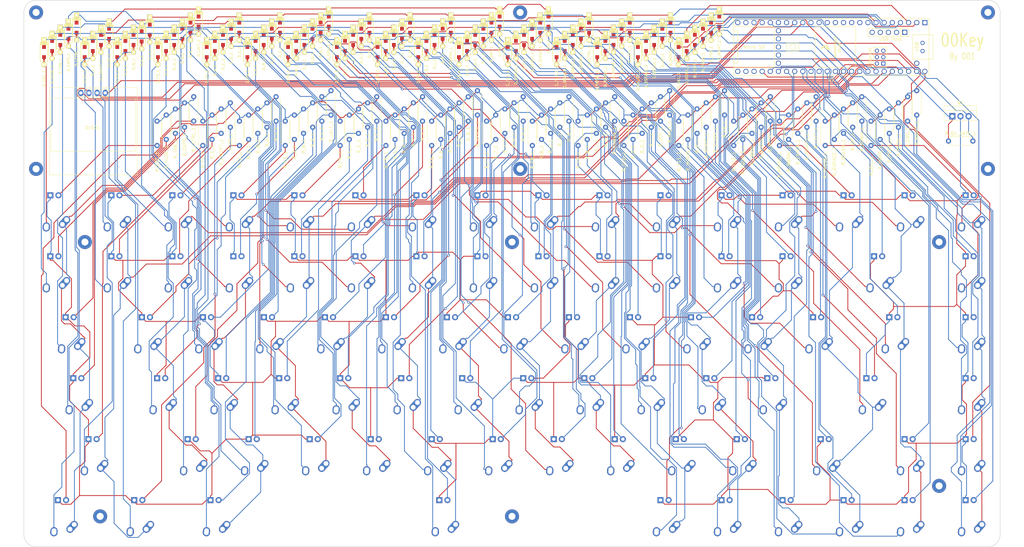
<source format=kicad_pcb>
(kicad_pcb (version 20211014) (generator pcbnew)
  (title_block (title "00Key") (date "2020-09-28") (rev "v001"))
  (layers (0 "F.Cu" signal) (31 "B.Cu" signal) (34 "B.Paste" user) (35 "F.Paste" user) (36 "B.SilkS" user "B.Silkscreen") (37 "F.SilkS" user "F.Silkscreen") (38 "B.Mask" user) (39 "F.Mask" user) (44 "Edge.Cuts" user))
  (net 0 "")
  (net 1 "Net-(D_0_1-Pad2)")
  (net 2 "row1")
  (net 3 "Net-(D_1_1-Pad2)")
  (net 4 "Net-(D_2_1-Pad2)")
  (net 5 "Net-(D_3_1-Pad2)")
  (net 6 "Net-(D_4_1-Pad2)")
  (net 7 "Net-(D_5_1-Pad2)")
  (net 8 "Net-(D_6_1-Pad2)")
  (net 9 "Net-(D_7_1-Pad2)")
  (net 10 "Net-(D_8_1-Pad2)")
  (net 11 "Net-(D_9_1-Pad2)")
  (net 12 "Net-(D_A_1-Pad2)")
  (net 13 "row3")
  (net 14 "Net-(D_B_1-Pad2)")
  (net 15 "row4")
  (net 16 "Net-(D_BSLSH_1-Pad2)")
  (net 17 "row2")
  (net 18 "Net-(D_C_1-Pad2)")
  (net 19 "Net-(D_CAPS_1-Pad2)")
  (net 20 "Net-(D_COMMA_1-Pad2)")
  (net 21 "Net-(D_D_1-Pad2)")
  (net 22 "row0")
  (net 23 "Net-(D_DOT_1-Pad2)")
  (net 24 "Net-(D_DOWN_1-Pad2)")
  (net 25 "row5")
  (net 26 "Net-(D_E_1-Pad2)")
  (net 27 "Net-(D_END_1-Pad2)")
  (net 28 "Net-(D_ENTER_1-Pad2)")
  (net 29 "Net-(D_EQUALS_1-Pad2)")
  (net 30 "Net-(D_ESC_1-Pad2)")
  (net 31 "Net-(D_F10_1-Pad2)")
  (net 32 "Net-(D_F11_1-Pad2)")
  (net 33 "Net-(D_F12_1-Pad2)")
  (net 34 "Net-(D_F1_1-Pad2)")
  (net 35 "Net-(D_F2_1-Pad2)")
  (net 36 "Net-(D_F3_1-Pad2)")
  (net 37 "Net-(D_F4_1-Pad2)")
  (net 38 "Net-(D_F5_1-Pad2)")
  (net 39 "Net-(D_F6_1-Pad2)")
  (net 40 "Net-(D_F7_1-Pad2)")
  (net 41 "Net-(D_F8_1-Pad2)")
  (net 42 "Net-(D_F9_1-Pad2)")
  (net 43 "Net-(D_F_1-Pad2)")
  (net 44 "Net-(D_FN_1-Pad2)")
  (net 45 "Net-(D_G_1-Pad2)")
  (net 46 "Net-(D_H_1-Pad2)")
  (net 47 "Net-(D_HOME_1-Pad2)")
  (net 48 "Net-(D_I_1-Pad2)")
  (net 49 "Net-(D_J_1-Pad2)")
  (net 50 "Net-(D_K_1-Pad2)")
  (net 51 "Net-(D_L_1-Pad2)")
  (net 52 "Net-(D_LALT_1-Pad2)")
  (net 53 "Net-(D_LBRAC_1-Pad2)")
  (net 54 "Net-(D_LCTRL_1-Pad2)")
  (net 55 "Net-(D_LEFT_1-Pad2)")
  (net 56 "Net-(D_LSHIFT_1-Pad2)")
  (net 57 "Net-(D_M_1-Pad2)")
  (net 58 "Net-(D_MINUS_1-Pad2)")
  (net 59 "Net-(D_N_1-Pad2)")
  (net 60 "Net-(D_O_1-Pad2)")
  (net 61 "Net-(D_OS_1-Pad2)")
  (net 62 "Net-(D_P_1-Pad2)")
  (net 63 "Net-(D_PAUSE_1-Pad2)")
  (net 64 "Net-(D_PGDN_1-Pad2)")
  (net 65 "Net-(D_PGUP_1-Pad2)")
  (net 66 "Net-(D_PRTSC_1-Pad2)")
  (net 67 "Net-(D_Q_1-Pad2)")
  (net 68 "Net-(D_QUOTE_1-Pad2)")
  (net 69 "Net-(D_R_1-Pad2)")
  (net 70 "Net-(D_RALT_1-Pad2)")
  (net 71 "Net-(D_RBRAC_1-Pad2)")
  (net 72 "Net-(D_RCTRL_1-Pad2)")
  (net 73 "Net-(D_RIGHT_1-Pad2)")
  (net 74 "Net-(D_RSHIFT_1-Pad2)")
  (net 75 "Net-(D_S_1-Pad2)")
  (net 76 "Net-(D_SEMIC_1-Pad2)")
  (net 77 "Net-(D_SLASH_1-Pad2)")
  (net 78 "Net-(D_SPACE_1-Pad2)")
  (net 79 "Net-(D_T_1-Pad2)")
  (net 80 "Net-(D_TAB_1-Pad2)")
  (net 81 "Net-(D_TILDE_1-Pad2)")
  (net 82 "Net-(D_U_1-Pad2)")
  (net 83 "Net-(D_UP_1-Pad2)")
  (net 84 "Net-(D_V_1-Pad2)")
  (net 85 "Net-(D_W_1-Pad2)")
  (net 86 "Net-(D_X_1-Pad2)")
  (net 87 "Net-(D_Y_1-Pad2)")
  (net 88 "Net-(D_Z_1-Pad2)")
  (net 89 "LEDGND")
  (net 90 "Net-(MX_0_1-Pad3)")
  (net 91 "col10")
  (net 92 "Net-(MX_1_1-Pad3)")
  (net 93 "col1")
  (net 94 "Net-(MX_2_1-Pad3)")
  (net 95 "col2")
  (net 96 "Net-(MX_3_1-Pad3)")
  (net 97 "col3")
  (net 98 "Net-(MX_4_1-Pad3)")
  (net 99 "col4")
  (net 100 "Net-(MX_5_1-Pad3)")
  (net 101 "col5")
  (net 102 "Net-(MX_6_1-Pad3)")
  (net 103 "col6")
  (net 104 "Net-(MX_7_1-Pad3)")
  (net 105 "col7")
  (net 106 "Net-(MX_8_1-Pad3)")
  (net 107 "col8")
  (net 108 "Net-(MX_9_1-Pad3)")
  (net 109 "col9")
  (net 110 "Net-(MX_A_1-Pad3)")
  (net 111 "Net-(MX_B_1-Pad3)")
  (net 112 "col14")
  (net 113 "Net-(MX_BSLSH_1-Pad3)")
  (net 114 "Net-(MX_C_1-Pad3)")
  (net 115 "Net-(MX_CAPS_1-Pad3)")
  (net 116 "col0")
  (net 117 "Net-(MX_COMMA_1-Pad3)")
  (net 118 "Net-(MX_D_1-Pad3)")
  (net 119 "col15")
  (net 120 "Net-(MX_DOT_1-Pad3)")
  (net 121 "Net-(MX_DOWN_1-Pad3)")
  (net 122 "Net-(MX_E_1-Pad3)")
  (net 123 "Net-(MX_END_1-Pad3)")
  (net 124 "Net-(MX_ENTER_1-Pad3)")
  (net 125 "col13")
  (net 126 "Net-(MX_EQUALS_1-Pad3)")
  (net 127 "col12")
  (net 128 "Net-(MX_ESC_1-Pad3)")
  (net 129 "Net-(MX_F10_1-Pad3)")
  (net 130 "Net-(MX_F11_1-Pad3)")
  (net 131 "col11")
  (net 132 "Net-(MX_F12_1-Pad3)")
  (net 133 "Net-(MX_F1_1-Pad3)")
  (net 134 "Net-(MX_F2_1-Pad3)")
  (net 135 "Net-(MX_F3_1-Pad3)")
  (net 136 "Net-(MX_F4_1-Pad3)")
  (net 137 "Net-(MX_F5_1-Pad3)")
  (net 138 "Net-(MX_F6_1-Pad3)")
  (net 139 "Net-(MX_F7_1-Pad3)")
  (net 140 "Net-(MX_F8_1-Pad3)")
  (net 141 "Net-(MX_F9_1-Pad3)")
  (net 142 "Net-(MX_F_1-Pad3)")
  (net 143 "Net-(MX_FN_1-Pad3)")
  (net 144 "Net-(MX_G_1-Pad3)")
  (net 145 "Net-(MX_H_1-Pad3)")
  (net 146 "Net-(MX_HOME_1-Pad3)")
  (net 147 "Net-(MX_I_1-Pad3)")
  (net 148 "Net-(MX_J_1-Pad3)")
  (net 149 "Net-(MX_K_1-Pad3)")
  (net 150 "Net-(MX_L_1-Pad3)")
  (net 151 "Net-(MX_LALT_1-Pad3)")
  (net 152 "Net-(MX_LBRAC_1-Pad3)")
  (net 153 "Net-(MX_LCTRL_1-Pad3)")
  (net 154 "Net-(MX_LEFT_1-Pad3)")
  (net 155 "Net-(MX_LSHIFT_1-Pad3)")
  (net 156 "Net-(MX_M_1-Pad3)")
  (net 157 "Net-(MX_MINUS_1-Pad3)")
  (net 158 "Net-(MX_N_1-Pad3)")
  (net 159 "Net-(MX_O_1-Pad3)")
  (net 160 "Net-(MX_OS_1-Pad3)")
  (net 161 "Net-(MX_P_1-Pad3)")
  (net 162 "Net-(MX_PAUSE_1-Pad3)")
  (net 163 "Net-(MX_PGDN_1-Pad3)")
  (net 164 "Net-(MX_PGUP_1-Pad3)")
  (net 165 "Net-(MX_PRTSC_1-Pad3)")
  (net 166 "Net-(MX_Q_1-Pad3)")
  (net 167 "Net-(MX_QUOTE_1-Pad3)")
  (net 168 "Net-(MX_R_1-Pad3)")
  (net 169 "Net-(MX_RALT_1-Pad3)")
  (net 170 "Net-(MX_RBRAC_1-Pad3)")
  (net 171 "Net-(MX_RCTRL_1-Pad3)")
  (net 172 "Net-(MX_RIGHT_1-Pad3)")
  (net 173 "Net-(MX_RSHIFT_1-Pad3)")
  (net 174 "Net-(MX_S_1-Pad3)")
  (net 175 "Net-(MX_SEMIC_1-Pad3)")
  (net 176 "Net-(MX_SLASH_1-Pad3)")
  (net 177 "Net-(MX_SPACE_1-Pad3)")
  (net 178 "Net-(MX_T_1-Pad3)")
  (net 179 "Net-(MX_TAB_1-Pad3)")
  (net 180 "Net-(MX_TILDE_1-Pad3)")
  (net 181 "Net-(MX_U_1-Pad3)")
  (net 182 "Net-(MX_UP_1-Pad3)")
  (net 183 "Net-(MX_V_1-Pad3)")
  (net 184 "Net-(MX_W_1-Pad3)")
  (net 185 "Net-(MX_X_1-Pad3)")
  (net 186 "Net-(MX_Y_1-Pad3)")
  (net 187 "Net-(MX_Z_1-Pad3)")
  (net 188 "3.3V")
  (net 189 "GND")
  (net 190 "OLEDSCL")
  (net 191 "OLEDSDA")
  (net 192 "LEDPWM")
  (net 193 "5V")
  (net 194 "Net-(U1-Pad67)")
  (net 195 "Net-(U1-Pad66)")
  (net 196 "Net-(U1-Pad54)")
  (net 197 "Net-(U1-Pad53)")
  (net 198 "Net-(U1-Pad52)")
  (net 199 "Net-(U1-Pad51)")
  (net 200 "Net-(U1-Pad50)")
  (net 201 "Net-(U1-Pad62)")
  (net 202 "Net-(U1-Pad63)")
  (net 203 "Net-(U1-Pad64)")
  (net 204 "Net-(U1-Pad61)")
  (net 205 "Net-(U1-Pad65)")
  (net 206 "Net-(U1-Pad60)")
  (net 207 "Net-(U1-Pad18)")
  (net 208 "Net-(U1-Pad19)")
  (net 209 "Net-(U1-Pad15)")
  (net 210 "Net-(U1-Pad14)")
  (net 211 "Net-(U1-Pad21)")
  (net 212 "Net-(U1-Pad22)")
  (net 213 "Net-(U1-Pad23)")
  (net 214 "Net-(U1-Pad24)")
  (net 215 "Net-(U1-Pad25)")
  (net 216 "Net-(U1-Pad26)")
  (net 217 "Net-(U1-Pad27)")
  (net 218 "Net-(U1-Pad34)")
  (net 219 "Net-(U1-Pad13)")
  (net 220 "Net-(U1-Pad12)")
  (net 221 "Net-(U1-Pad11)")
  (net 222 "Net-(U1-Pad10)")
  (net 223 "Net-(U1-Pad9)")
  (net 224 "Net-(U1-Pad8)")
  (net 225 "Net-(U1-Pad1)")
  (net 226 "Net-(U1-Pad35)")
  (net 227 "Net-(U1-Pad55)")
  (net 228 "Net-(U1-Pad56)")
  (net 229 "Net-(U1-Pad57)")
  (net 230 "Net-(U1-Pad58)")
  (net 231 "Net-(U1-Pad59)")
  (net 232 "Net-(U1-Pad49)")
  (net 233 "Net-(D_BSPACE_1-Pad2)")
  (net 234 "Net-(D_DEL_1-Pad2)")
  (net 235 "Net-(MX_BSPACE_1-Pad3)")
  (net 236 "Net-(MX_DEL_1-Pad3)")
  (footprint "keys:MX-2U-ReversedStabilizers" (layer "F.Cu") (at 306.388 125.412 180)
    (fp_text reference "MX_BSPACE_1")
    (fp_text value "MX-LED")
  )
  (footprint "keys:MX-1U" (layer "F.Cu") (at 334.962 125.412 180)
    (fp_text reference "MX_HOME_1")
    (fp_text value "MX-LED")
  )
  (footprint "keys:MX-1.5U" (layer "F.Cu") (at 53.975 144.462 180)
    (fp_text reference "MX_TAB_1")
    (fp_text value "MX-LED")
  )
  (footprint "keys:MX-2.25U-ReversedStabilizers" (layer "F.Cu") (at 304.006 163.512 180)
    (fp_text reference "MX_ENTER_1")
    (fp_text value "MX-LED")
  )
  (footprint "keys:MX-1.75U" (layer "F.Cu") (at 56.3562 163.512 180)
    (fp_text reference "MX_CAPS_1")
    (fp_text value "MX-LED")
  )
  (footprint "keys:MX-1.75U" (layer "F.Cu") (at 289.719 182.562 180)
    (fp_text reference "MX_RSHIFT_1")
    (fp_text value "MX-LED")
  )
  (footprint "keys:MX-1U" (layer "F.Cu") (at 334.962 201.612 180)
    (fp_text reference "MX_RIGHT_1")
    (fp_text value "MX-LED")
  )
  (footprint "keys:MX-1U" (layer "F.Cu") (at 239.712 125.412 180)
    (fp_text reference "MX_0_1")
    (fp_text value "MX-LED")
  )
  (footprint "keys:MX-1U" (layer "F.Cu") (at 68.2625 125.412 180)
    (fp_text reference "MX_1_1")
    (fp_text value "MX-LED")
  )
  (footprint "keys:MX-1U" (layer "F.Cu") (at 87.3125 125.412 180)
    (fp_text reference "MX_2_1")
    (fp_text value "MX-LED")
  )
  (footprint "keys:MX-1U" (layer "F.Cu") (at 106.362 125.412 180)
    (fp_text reference "MX_3_1")
    (fp_text value "MX-LED")
  )
  (footprint "keys:MX-1U" (layer "F.Cu") (at 125.412 125.412 180)
    (fp_text reference "MX_4_1")
    (fp_text value "MX-LED")
  )
  (footprint "keys:MX-1U" (layer "F.Cu") (at 144.462 125.412 180)
    (fp_text reference "MX_5_1")
    (fp_text value "MX-LED")
  )
  (footprint "keys:MX-1U" (layer "F.Cu") (at 163.512 125.412 180)
    (fp_text reference "MX_6_1")
    (fp_text value "MX-LED")
  )
  (footprint "keys:MX-1U" (layer "F.Cu") (at 182.562 125.412 180)
    (fp_text reference "MX_7_1")
    (fp_text value "MX-LED")
  )
  (footprint "keys:MX-1U" (layer "F.Cu") (at 201.612 125.412 180)
    (fp_text reference "MX_8_1")
    (fp_text value "MX-LED")
  )
  (footprint "keys:MX-1U" (layer "F.Cu") (at 220.662 125.412 180)
    (fp_text reference "MX_9_1")
    (fp_text value "MX-LED")
  )
  (footprint "keys:MX-1U" (layer "F.Cu") (at 82.55 163.512 180)
    (fp_text reference "MX_A_1")
    (fp_text value "MX-LED")
  )
  (footprint "keys:MX-1U" (layer "F.Cu") (at 168.275 182.562 180)
    (fp_text reference "MX_B_1")
    (fp_text value "MX-LED")
  )
  (footprint "keys:MX-1.5U" (layer "F.Cu") (at 311.15 144.462 180)
    (fp_text reference "MX_BSLSH_1")
    (fp_text value "MX-LED")
  )
  (footprint "keys:MX-1U" (layer "F.Cu") (at 130.175 182.562 180)
    (fp_text reference "MX_C_1")
    (fp_text value "MX-LED")
  )
  (footprint "keys:MX-1U" (layer "F.Cu") (at 225.425 182.562 180)
    (fp_text reference "MX_COMMA_1")
    (fp_text value "MX-LED")
  )
  (footprint "keys:MX-1U" (layer "F.Cu") (at 120.65 163.512 180)
    (fp_text reference "MX_D_1")
    (fp_text value "MX-LED")
  )
  (footprint "keys:MX-1U" (layer "F.Cu") (at 334.962 106.362 180)
    (fp_text reference "MX_DEL_1")
    (fp_text value "MX-LED")
  )
  (footprint "keys:MX-1U" (layer "F.Cu") (at 244.475 182.562 180)
    (fp_text reference "MX_DOT_1")
    (fp_text value "MX-LED")
  )
  (footprint "keys:MX-1U" (layer "F.Cu") (at 315.912 201.612 180)
    (fp_text reference "MX_DOWN_1")
    (fp_text value "MX-LED")
  )
  (footprint "keys:MX-1U" (layer "F.Cu") (at 115.888 144.462 180)
    (fp_text reference "MX_E_1")
    (fp_text value "MX-LED")
  )
  (footprint "keys:MX-1U" (layer "F.Cu") (at 334.962 182.562 180)
    (fp_text reference "MX_END_1")
    (fp_text value "MX-LED")
  )
  (footprint "keys:MX-1U" (layer "F.Cu") (at 277.812 125.412 180)
    (fp_text reference "MX_EQUALS_1")
    (fp_text value "MX-LED")
  )
  (footprint "keys:MX-1U" (layer "F.Cu") (at 239.712 106.362 180)
    (fp_text reference "MX_F10_1")
    (fp_text value "MX-LED")
  )
  (footprint "keys:MX-1U" (layer "F.Cu") (at 258.762 106.362 180)
    (fp_text reference "MX_F11_1")
    (fp_text value "MX-LED")
  )
  (footprint "keys:MX-1U" (layer "F.Cu") (at 68.2625 106.362 180)
    (fp_text reference "MX_F1_1")
    (fp_text value "MX-LED")
  )
  (footprint "keys:MX-1U" (layer "F.Cu") (at 87.3125 106.362 180)
    (fp_text reference "MX_F2_1")
    (fp_text value "MX-LED")
  )
  (footprint "keys:MX-1U" (layer "F.Cu") (at 106.362 106.362 180)
    (fp_text reference "MX_F3_1")
    (fp_text value "MX-LED")
  )
  (footprint "keys:MX-1U" (layer "F.Cu") (at 125.412 106.362 180)
    (fp_text reference "MX_F4_1")
    (fp_text value "MX-LED")
  )
  (footprint "keys:MX-1U" (layer "F.Cu") (at 144.462 106.362 180)
    (fp_text reference "MX_F5_1")
    (fp_text value "MX-LED")
  )
  (footprint "keys:MX-1U" (layer "F.Cu") (at 163.512 106.362 180)
    (fp_text reference "MX_F6_1")
    (fp_text value "MX-LED")
  )
  (footprint "keys:MX-1U" (layer "F.Cu") (at 182.562 106.362 180)
    (fp_text reference "MX_F7_1")
    (fp_text value "MX-LED")
  )
  (footprint "keys:MX-1U" (layer "F.Cu") (at 201.612 106.362 180)
    (fp_text reference "MX_F8_1")
    (fp_text value "MX-LED")
  )
  (footprint "keys:MX-1U" (layer "F.Cu") (at 220.662 106.362 180)
    (fp_text reference "MX_F9_1")
    (fp_text value "MX-LED")
  )
  (footprint "keys:MX-1U" (layer "F.Cu") (at 139.7 163.512 180)
    (fp_text reference "MX_F_1")
    (fp_text value "MX-LED")
  )
  (footprint "keys:MX-1U" (layer "F.Cu") (at 258.762 201.612 180)
    (fp_text reference "MX_FN_1")
    (fp_text value "MX-LED")
  )
  (footprint "keys:MX-1U" (layer "F.Cu") (at 158.75 163.512 180)
    (fp_text reference "MX_G_1")
    (fp_text value "MX-LED")
  )
  (footprint "keys:MX-1U" (layer "F.Cu") (at 177.8 163.512 180)
    (fp_text reference "MX_H_1")
    (fp_text value "MX-LED")
  )
  (footprint "keys:MX-1U" (layer "F.Cu") (at 211.138 144.462 180)
    (fp_text reference "MX_I_1")
    (fp_text value "MX-LED")
  )
  (footprint "keys:MX-1U" (layer "F.Cu") (at 196.85 163.512 180)
    (fp_text reference "MX_J_1")
    (fp_text value "MX-LED")
  )
  (footprint "keys:MX-1U" (layer "F.Cu") (at 215.9 163.512 180)
    (fp_text reference "MX_K_1")
    (fp_text value "MX-LED")
  )
  (footprint "keys:MX-1U" (layer "F.Cu") (at 234.95 163.512 180)
    (fp_text reference "MX_L_1")
    (fp_text value "MX-LED")
  )
  (footprint "keys:MX-1.25U" (layer "F.Cu") (at 99.2188 201.612 180)
    (fp_text reference "MX_LALT_1")
    (fp_text value "MX-LED")
  )
  (footprint "keys:MX-1U" (layer "F.Cu") (at 268.288 144.462 180)
    (fp_text reference "MX_LBRAC_1")
    (fp_text value "MX-LED")
  )
  (footprint "keys:MX-1U" (layer "F.Cu") (at 296.862 201.612 180)
    (fp_text reference "MX_LEFT_1")
    (fp_text value "MX-LED")
  )
  (footprint "keys:MX-2.25U-ReversedStabilizers" (layer "F.Cu") (at 61.1188 182.562 180)
    (fp_text reference "MX_LSHIFT_1")
    (fp_text value "MX-LED")
  )
  (footprint "keys:MX-1U" (layer "F.Cu") (at 206.375 182.562 180)
    (fp_text reference "MX_M_1")
    (fp_text value "MX-LED")
  )
  (footprint "keys:MX-1U" (layer "F.Cu") (at 258.762 125.412 180)
    (fp_text reference "MX_MINUS_1")
    (fp_text value "MX-LED")
  )
  (footprint "keys:MX-1U" (layer "F.Cu") (at 187.325 182.562 180)
    (fp_text reference "MX_N_1")
    (fp_text value "MX-LED")
  )
  (footprint "keys:MX-1U" (layer "F.Cu") (at 230.188 144.462 180)
    (fp_text reference "MX_O_1")
    (fp_text value "MX-LED")
  )
  (footprint "keys:MX-1.25U" (layer "F.Cu") (at 75.4062 201.612 180)
    (fp_text reference "MX_OS_1")
    (fp_text value "MX-LED")
  )
  (footprint "keys:MX-1U" (layer "F.Cu") (at 249.238 144.462 180)
    (fp_text reference "MX_P_1")
    (fp_text value "MX-LED")
  )
  (footprint "keys:MX-1U" (layer "F.Cu") (at 315.912 106.362 180)
    (fp_text reference "MX_PAUSE_1")
    (fp_text value "MX-LED")
  )
  (footprint "keys:MX-1U" (layer "F.Cu") (at 334.962 163.512 180)
    (fp_text reference "MX_PGDN_1")
    (fp_text value "MX-LED")
  )
  (footprint "keys:MX-1U" (layer "F.Cu") (at 334.962 144.462 180)
    (fp_text reference "MX_PGUP_1")
    (fp_text value "MX-LED")
  )
  (footprint "keys:MX-1U" (layer "F.Cu") (at 296.862 106.362 180)
    (fp_text reference "MX_PRTSC_1")
    (fp_text value "MX-LED")
  )
  (footprint "keys:MX-1U" (layer "F.Cu") (at 77.7875 144.462 180)
    (fp_text reference "MX_Q_1")
    (fp_text value "MX-LED")
  )
  (footprint "keys:MX-1U" (layer "F.Cu") (at 273.05 163.512 180)
    (fp_text reference "MX_QUOTE_1")
    (fp_text value "MX-LED")
  )
  (footprint "keys:MX-1U" (layer "F.Cu") (at 134.938 144.462 180)
    (fp_text reference "MX_R_1")
    (fp_text value "MX-LED")
  )
  (footprint "keys:MX-1U" (layer "F.Cu") (at 239.712 201.612 180)
    (fp_text reference "MX_RALT_1")
    (fp_text value "MX-LED")
  )
  (footprint "keys:MX-1U" (layer "F.Cu") (at 287.338 144.462 180)
    (fp_text reference "MX_RBRAC_1")
    (fp_text value "MX-LED")
  )
  (footprint "keys:MX-1U" (layer "F.Cu") (at 277.812 201.612 180)
    (fp_text reference "MX_RCTRL_1")
    (fp_text value "MX-LED")
  )
  (footprint "keys:MX-1U" (layer "F.Cu") (at 101.6 163.512 180)
    (fp_text reference "MX_S_1")
    (fp_text value "MX-LED")
  )
  (footprint "keys:MX-1U" (layer "F.Cu") (at 254 163.512 180)
    (fp_text reference "MX_SEMIC_1")
    (fp_text value "MX-LED")
  )
  (footprint "keys:MX-1U" (layer "F.Cu") (at 263.525 182.562 180)
    (fp_text reference "MX_SLASH_1")
    (fp_text value "MX-LED")
  )
  (footprint "keys:MX-6.25U" (layer "F.Cu") (at 170.656 201.612 180)
    (fp_text reference "MX_SPACE_1")
    (fp_text value "MX-LED")
  )
  (footprint "keys:MX-1U" (layer "F.Cu") (at 153.988 144.462 180)
    (fp_text reference "MX_T_1")
    (fp_text value "MX-LED")
  )
  (footprint "keys:MX-1U" (layer "F.Cu") (at 49.2125 125.412 180)
    (fp_text reference "MX_TILDE_1")
    (fp_text value "MX-LED")
  )
  (footprint "keys:MX-1U" (layer "F.Cu") (at 192.088 144.462 180)
    (fp_text reference "MX_U_1")
    (fp_text value "MX-LED")
  )
  (footprint "keys:MX-1U" (layer "F.Cu") (at 315.912 182.562 180)
    (fp_text reference "MX_UP_1")
    (fp_text value "MX-LED")
  )
  (footprint "keys:MX-1U" (layer "F.Cu") (at 149.225 182.562 180)
    (fp_text reference "MX_V_1")
    (fp_text value "MX-LED")
  )
  (footprint "keys:MX-1U" (layer "F.Cu") (at 96.8375 144.462 180)
    (fp_text reference "MX_W_1")
    (fp_text value "MX-LED")
  )
  (footprint "keys:MX-1U" (layer "F.Cu") (at 111.125 182.562 180)
    (fp_text reference "MX_X_1")
    (fp_text value "MX-LED")
  )
  (footprint "keys:MX-1U" (layer "F.Cu") (at 173.038 144.462 180)
    (fp_text reference "MX_Y_1")
    (fp_text value "MX-LED")
  )
  (footprint "keys:MX-1U" (layer "F.Cu") (at 92.075 182.562 180)
    (fp_text reference "MX_Z_1")
    (fp_text value "MX-LED")
  )
  (footprint "keys:MX-1U" (layer "F.Cu") (at 49.2125 106.362 180)
    (fp_text reference "MX_ESC_1")
    (fp_text value "MX-LED")
  )
  (footprint "keys:MX-1U" (layer "F.Cu") (at 277.812 106.362 180)
    (fp_text reference "MX_F12_1")
    (fp_text value "MX-LED")
  )
  (footprint "MountingHole:MountingHole_2.2mm_M2_Pad" (layer "F.Cu") (at 43.4975 93.0275)
    (fp_text reference "H_PLATE_BL" hide)
    (fp_text value "MountingHole_2.2mm_M2_Pad")
  )
  (footprint "MountingHole:MountingHole_2.2mm_M2_Pad" (layer "F.Cu") (at 340.678 93.0275)
    (fp_text reference "H_PLATE_BR" hide)
    (fp_text value "MountingHole_2.2mm_M2_Pad")
  )
  (footprint "MountingHole:MountingHole_2.2mm_M2_Pad" (layer "F.Cu") (at 340.678 44.1325)
    (fp_text reference "H_PLATE_TR" hide)
    (fp_text value "MountingHole_2.2mm_M2_Pad")
  )
  (footprint "parts:D_SOD123_axial" (layer "F.Cu") (at 106.934 48.895 -90)
    (fp_text reference "D_C_1")
    (fp_text value "D" hide)
  )
  (footprint "parts:D_SOD123_axial" (layer "F.Cu") (at 244.094 56.515 -90)
    (fp_text reference "D_DEL_1")
    (fp_text value "D" hide)
  )
  (footprint "parts:D_SOD123_axial" (layer "F.Cu") (at 175.514 56.515 -90)
    (fp_text reference "D_F10_1")
    (fp_text value "D" hide)
  )
  (footprint "parts:D_SOD123_axial" (layer "F.Cu") (at 205.994 56.515 -90)
    (fp_text reference "D_F12_1")
    (fp_text value "D" hide)
  )
  (footprint "parts:D_SOD123_axial" (layer "F.Cu") (at 61.214 54.61 -90)
    (fp_text reference "D_1_1")
    (fp_text value "D" hide)
  )
  (footprint "parts:D_SOD123_axial" (layer "F.Cu") (at 84.074 54.61 -90)
    (fp_text reference "D_3_1")
    (fp_text value "D" hide)
  )
  (footprint "parts:D_SOD123_axial" (layer "F.Cu") (at 233.934 54.61 -90)
    (fp_text reference "D_BSPACE_1")
    (fp_text value "D" hide)
  )
  (footprint "parts:D_SOD123_axial" (layer "F.Cu") (at 99.314 54.61 -90)
    (fp_text reference "D_4_1")
    (fp_text value "D" hide)
  )
  (footprint "parts:D_SOD123_axial" (layer "F.Cu") (at 112.014 54.61 -90)
    (fp_text reference "D_5_1")
    (fp_text value "D" hide)
  )
  (footprint "parts:D_SOD123_axial" (layer "F.Cu") (at 132.334 48.895 -90)
    (fp_text reference "D_B_1")
    (fp_text value "D" hide)
  )
  (footprint "parts:D_SOD123_axial" (layer "F.Cu") (at 58.674 56.515 -90)
    (fp_text reference "D_F1_1")
    (fp_text value "D" hide)
  )
  (footprint "parts:D_SOD123_axial" (layer "F.Cu") (at 68.834 56.515 -90)
    (fp_text reference "D_F2_1")
    (fp_text value "D" hide)
  )
  (footprint "parts:D_SOD123_axial" (layer "F.Cu") (at 208.534 54.61 -90)
    (fp_text reference "D_EQUALS_1")
    (fp_text value "D" hide)
  )
  (footprint "parts:D_SOD123_axial" (layer "F.Cu") (at 165.354 54.61 -90)
    (fp_text reference "D_9_1")
    (fp_text value "D" hide)
  )
  (footprint "parts:D_SOD123_axial" (layer "F.Cu") (at 124.714 54.61 -90)
    (fp_text reference "D_6_1")
    (fp_text value "D" hide)
  )
  (footprint "parts:D_SOD123_axial" (layer "F.Cu") (at 236.474 52.705 -90)
    (fp_text reference "D_BSLSH_1")
    (fp_text value "D" hide)
  )
  (footprint "parts:D_SOD123_axial" (layer "F.Cu") (at 104.394 50.8 -90)
    (fp_text reference "D_D_1")
    (fp_text value "D" hide)
  )
  (footprint "parts:D_SOD123_axial" (layer "F.Cu") (at 172.974 48.895 -90)
    (fp_text reference "D_COMMA_1")
    (fp_text value "D" hide)
  )
  (footprint "parts:D_SOD123_axial" (layer "F.Cu") (at 185.674 48.895 -90)
    (fp_text reference "D_DOT_1")
    (fp_text value "D" hide)
  )
  (footprint "parts:D_SOD123_axial" (layer "F.Cu") (at 241.554 48.895 -90)
    (fp_text reference "D_DOWN_1")
    (fp_text value "D" hide)
  )
  (footprint "parts:D_SOD123_axial" (layer "F.Cu") (at 223.774 52.705 -90)
    (fp_text reference "D_ENTER_1")
    (fp_text value "D" hide)
  )
  (footprint "parts:D_SOD123_axial" (layer "F.Cu") (at 101.854 52.705 -90)
    (fp_text reference "D_E_1")
    (fp_text value "D" hide)
  )
  (footprint "parts:D_SOD123_axial" (layer "F.Cu") (at 178.054 54.61 -90)
    (fp_text reference "D_0_1")
    (fp_text value "D" hide)
  )
  (footprint "parts:D_SOD123_axial" (layer "F.Cu") (at 71.374 54.61 -90)
    (fp_text reference "D_2_1")
    (fp_text value "D" hide)
  )
  (footprint "parts:D_SOD123_axial" (layer "F.Cu") (at 45.974 56.515 -90)
    (fp_text reference "D_ESC_1")
    (fp_text value "D" hide)
  )
  (footprint "parts:D_SOD123_axial" (layer "F.Cu") (at 152.654 54.61 -90)
    (fp_text reference "D_8_1")
    (fp_text value "D" hide)
  )
  (footprint "parts:D_SOD123_axial" (layer "F.Cu") (at 76.454 51.595 -90)
    (fp_text reference "D_A_1")
    (fp_text value "D" hide)
  )
  (footprint "parts:D_SOD123_axial" (layer "F.Cu") (at 254.254 48.895 -90)
    (fp_text reference "D_END_1")
    (fp_text value "D" hide)
  )
  (footprint "parts:D_SOD123_axial" (layer "F.Cu") (at 139.954 54.61 -90)
    (fp_text reference "D_7_1")
    (fp_text value "D" hide)
  )
  (footprint "parts:D_SOD123_axial" (layer "F.Cu") (at 53.594 50.8 -90)
    (fp_text reference "D_CAPS_1")
    (fp_text value "D" hide)
  )
  (footprint "parts:D_SOD123_axial" (layer "F.Cu") (at 190.754 56.515 -90)
    (fp_text reference "D_F11_1")
    (fp_text value "D" hide)
  )
  (footprint "parts:D_SOD123_axial" (layer "F.Cu") (at 137.414 56.515 -90)
    (fp_text reference "D_F7_1")
    (fp_text value "D" hide)
  )
  (footprint "parts:D_SOD123_axial" (layer "F.Cu") (at 193.294 54.61 -90)
    (fp_text reference "D_MINUS_1")
    (fp_text value "D" hide)
  )
  (footprint "parts:D_SOD123_axial" (layer "F.Cu") (at 180.594 52.705 -90)
    (fp_text reference "D_O_1")
    (fp_text value "D" hide)
  )
  (footprint "parts:D_SOD123_axial" (layer "F.Cu") (at 216.154 48.895 -90)
    (fp_text reference "D_RCTRL_1")
    (fp_text value "D" hide)
  )
  (footprint "parts:D_SOD123_axial" (layer "F.Cu") (at 157.734 50.8 -90)
    (fp_text reference "D_J_1")
    (fp_text value "D" hide)
  )
  (footprint "parts:D_SOD123_axial" (layer "F.Cu") (at 145.034 50.8 -90)
    (fp_text reference "D_H_1")
    (fp_text value "D" hide)
  )
  (footprint "parts:D_SOD123_axial" (layer "F.Cu") (at 150.114 56.515 -90)
    (fp_text reference "D_F8_1")
    (fp_text value "D" hide)
  )
  (footprint "parts:D_SOD123_axial" (layer "F.Cu") (at 162.814 56.515 -90)
    (fp_text reference "D_F9_1")
    (fp_text value "D" hide)
  )
  (footprint "parts:D_SOD123_axial" (layer "F.Cu") (at 203.454 46.99 -90)
    (fp_text reference "D_FN_1")
    (fp_text value "D" hide)
  )
  (footprint "parts:D_SOD123_axial" (layer "F.Cu") (at 129.794 50.8 -90)
    (fp_text reference "D_G_1")
    (fp_text value "D" hide)
  )
  (footprint "parts:D_SOD123_axial" (layer "F.Cu") (at 213.614 50.8 -90)
    (fp_text reference "D_QUOTE_1")
    (fp_text value "D" hide)
  )
  (footprint "parts:D_SOD123_axial" (layer "F.Cu") (at 195.834 52.705 -90)
    (fp_text reference "D_P_1")
    (fp_text value "D" hide)
  )
  (footprint "parts:D_SOD123_axial" (layer "F.Cu") (at 246.634 54.61 -90)
    (fp_text reference "D_HOME_1")
    (fp_text value "D" hide)
  )
  (footprint "parts:D_SOD123_axial" (layer "F.Cu") (at 167.894 52.705 -90)
    (fp_text reference "D_I_1")
    (fp_text value "D" hide)
  )
  (footprint "parts:D_SOD123_axial" (layer "F.Cu") (at 211.074 52.705 -90)
    (fp_text reference "D_LBRAC_1")
    (fp_text value "D" hide)
  )
  (footprint "parts:D_SOD123_axial" (layer "F.Cu") (at 56.134 48.895 -90)
    (fp_text reference "D_LCTRL_1")
    (fp_text value "D" hide)
  )
  (footprint "parts:D_SOD123_axial" (layer "F.Cu") (at 170.434 50.8 -90)
    (fp_text reference "D_K_1")
    (fp_text value "D" hide)
  )
  (footprint "parts:D_SOD123_axial" (layer "F.Cu") (at 231.394 56.515 -90)
    (fp_text reference "D_PAUSE_1")
    (fp_text value "D" hide)
  )
  (footprint "parts:D_SOD123_axial" (layer "F.Cu") (at 183.134 50.8 -90)
    (fp_text reference "D_L_1")
    (fp_text value "D" hide)
  )
  (footprint "parts:D_SOD123_axial" (layer "F.Cu") (at 94.234 46.99 -90)
    (fp_text reference "D_LALT_1")
    (fp_text value "D" hide)
  )
  (footprint "parts:D_SOD123_axial" (layer "F.Cu") (at 228.854 48.895 -90)
    (fp_text reference "D_LEFT_1")
    (fp_text value "D" hide)
  )
  (footprint "parts:D_SOD123_axial" (layer "F.Cu") (at 160.274 48.895 -90)
    (fp_text reference "D_M_1")
    (fp_text value "D" hide)
  )
  (footprint "parts:D_SOD123_axial" (layer "F.Cu") (at 73.914 52.705 -90)
    (fp_text reference "D_Q_1")
    (fp_text value "D" hide)
  )
  (footprint "parts:D_SOD123_axial" (layer "F.Cu") (at 188.214 46.99 -90)
    (fp_text reference "D_RALT_1")
    (fp_text value "D" hide)
  )
  (footprint "parts:D_SOD123_axial" (layer "F.Cu") (at 249.174 52.705 -90)
    (fp_text reference "D_PGUP_1")
    (fp_text value "D" hide)
  )
  (footprint "parts:D_SOD123_axial" (layer "F.Cu") (at 218.694 56.515 -90)
    (fp_text reference "D_PRTSC_1")
    (fp_text value "D" hide)
  )
  (footprint "parts:D_SOD123_axial" (layer "F.Cu") (at 147.574 48.895 -90)
    (fp_text reference "D_N_1")
    (fp_text value "D" hide)
  )
  (footprint "parts:D_SOD123_axial" (layer "F.Cu") (at 117.094 50.8 -90)
    (fp_text reference "D_F_1")
    (fp_text value "D" hide)
  )
  (footprint "parts:D_SOD123_axial" (layer "F.Cu") (at 221.234 54.61 -90)
    (fp_text reference "D_RBRAC_1")
    (fp_text value "D" hide)
  )
  (footprint "parts:D_SOD123_axial" (layer "F.Cu") (at 66.294 50.8 -90)
    (fp_text reference "D_OS_1")
    (fp_text value "D" hide)
  )
  (footprint "parts:D_SOD123_axial" (layer "F.Cu") (at 251.714 50.8 -90)
    (fp_text reference "D_PGDN_1")
    (fp_text value "D" hide)
  )
  (footprint "parts:D_SOD123_axial" (layer "F.Cu") (at 81.534 56.515 -90)
    (fp_text reference "D_F3_1")
    (fp_text value "D" hide)
  )
  (footprint "parts:D_SOD123_axial" (layer "F.Cu") (at 114.554 52.705 -90)
    (fp_text reference "D_R_1")
    (fp_text value "D" hide)
  )
  (footprint "parts:D_SOD123_axial" (layer "F.Cu") (at 96.774 56.515 -90)
    (fp_text reference "D_F4_1")
    (fp_text value "D" hide)
  )
  (footprint "parts:D_SOD123_axial" (layer "F.Cu") (at 109.474 56.515 -90)
    (fp_text reference "D_F5_1")
    (fp_text value "D" hide)
  )
  (footprint "parts:D_SOD123_axial" (layer "F.Cu") (at 122.174 56.515 -90)
    (fp_text reference "D_F6_1")
    (fp_text value "D" hide)
  )
  (footprint "parts:D_SOD123_axial" (layer "F.Cu") (at 119.634 48.895 -90)
    (fp_text reference "D_V_1")
    (fp_text value "D" hide)
  )
  (footprint "parts:D_SOD123_axial" (layer "F.Cu") (at 86.614 52.705 -90)
    (fp_text reference "D_W_1")
    (fp_text value "D" hide)
  )
  (footprint "parts:D_SOD123_axial" (layer "F.Cu") (at 91.694 48.895 -90)
    (fp_text reference "D_X_1")
    (fp_text value "D" hide)
  )
  (footprint "parts:D_SOD123_axial" (layer "F.Cu") (at 256.794 46.99 -90)
    (fp_text reference "D_RIGHT_1")
    (fp_text value "D" hide)
  )
  (footprint "parts:D_SOD123_axial" (layer "F.Cu") (at 226.314 50.8 -90)
    (fp_text reference "D_RSHIFT_1")
    (fp_text value "D" hide)
  )
  (footprint "parts:D_SOD123_axial" (layer "F.Cu") (at 48.514 54.61 -90)
    (fp_text reference "D_TILDE_1")
    (fp_text value "D" hide)
  )
  (footprint "parts:D_SOD123_axial" (layer "F.Cu") (at 200.914 48.895 -90)
    (fp_text reference "D_SLASH_1")
    (fp_text value "D" hide)
  )
  (footprint "parts:D_SOD123_axial" (layer "F.Cu") (at 89.154 50.8 -90)
    (fp_text reference "D_S_1")
    (fp_text value "D" hide)
  )
  (footprint "parts:D_SOD123_axial" (layer "F.Cu") (at 198.374 50.8 -90)
    (fp_text reference "D_SEMIC_1")
    (fp_text value "D" hide)
  )
  (footprint "parts:D_SOD123_axial" (layer "F.Cu") (at 78.994 49.53 -90)
    (fp_text reference "D_Z_1")
    (fp_text value "D" hide)
  )
  (footprint "parts:D_SOD123_axial" (layer "F.Cu") (at 134.874 46.99 -90)
    (fp_text reference "D_SPACE_1")
    (fp_text value "D" hide)
  )
  (footprint "parts:D_SOD123_axial" (layer "F.Cu") (at 127.254 52.705 -90)
    (fp_text reference "D_T_1")
    (fp_text value "D" hide)
  )
  (footprint "parts:D_SOD123_axial" (layer "F.Cu") (at 142.494 52.705 -90)
    (fp_text reference "D_Y_1")
    (fp_text value "D" hide)
  )
  (footprint "parts:D_SOD123_axial" (layer "F.Cu") (at 51.054 52.705 -90)
    (fp_text reference "D_TAB_1")
    (fp_text value "D" hide)
  )
  (footprint "parts:D_SOD123_axial" (layer "F.Cu") (at 155.194 52.705 -90)
    (fp_text reference "D_U_1")
    (fp_text value "D" hide)
  )
  (footprint "parts:D_SOD123_axial" (layer "F.Cu") (at 239.014 50.8 -90)
    (fp_text reference "D_UP_1")
    (fp_text value "D" hide)
  )
  (footprint "teensy:Teensy41" (layer "F.Cu") (at 291.782 54.9275 180)
    (fp_text reference "U1")
    (fp_text value "Teensy4.1")
  )
  (footprint "parts:D_SOD123_axial" (layer "F.Cu") (at 63.754 52.705 -90)
    (fp_text reference "D_LSHIFT_1")
    (fp_text value "D" hide)
  )
  (footprint "Resistor_THT:R_Axial_DIN0207_L6.3mm_D2.5mm_P7.62mm_Horizontal" (layer "F.Cu") (at 328.358 84.328)
    (fp_text reference "R_Q1_GATE_1")
    (fp_text value "10K")
  )
  (footprint "Package_TO_SOT_THT:TO-220-3_Vertical" (layer "F.Cu") (at 329.565 76.581)
    (fp_text reference "Q1")
    (fp_text value "IRLZ44N")
  )
  (footprint "MountingHole:MountingHole_2.2mm_M2_Pad" (layer "F.Cu") (at 43.4975 44.1325)
    (fp_text reference "H_PLATE_TL" hide)
    (fp_text value "MountingHole_2.2mm_M2_Pad")
  )
  (footprint "Resistor_THT:R_Axial_DIN0207_L6.3mm_D2.5mm_P7.62mm_Horizontal" (layer "F.Cu") (at 301.308 78.105 90)
    (fp_text reference "R_DOWN_1")
    (fp_text value "470")
  )
  (footprint "Resistor_THT:R_Axial_DIN0207_L6.3mm_D2.5mm_P7.62mm_Horizontal" (layer "F.Cu") (at 144.145 81.915 90)
    (fp_text reference "R_E_1")
    (fp_text value "470")
  )
  (footprint "Resistor_THT:R_Axial_DIN0207_L6.3mm_D2.5mm_P7.62mm_Horizontal" (layer "F.Cu") (at 281.305 81.915 90)
    (fp_text reference "R_ENTER_1")
    (fp_text value "470")
  )
  (footprint "Resistor_THT:R_Axial_DIN0207_L6.3mm_D2.5mm_P7.62mm_Horizontal" (layer "F.Cu") (at 227.012 85.725 90)
    (fp_text reference "R_F10_1")
    (fp_text value "470")
  )
  (footprint "Resistor_THT:R_Axial_DIN0207_L6.3mm_D2.5mm_P7.62mm_Horizontal" (layer "F.Cu") (at 106.998 85.725 90)
    (fp_text reference "R_F2_1")
    (fp_text value "470")
  )
  (footprint "Resistor_THT:R_Axial_DIN0207_L6.3mm_D2.5mm_P7.62mm_Horizontal" (layer "F.Cu") (at 121.285 85.725 90)
    (fp_text reference "R_F3_1")
    (fp_text value "470")
  )
  (footprint "Resistor_THT:R_Axial_DIN0207_L6.3mm_D2.5mm_P7.62mm_Horizontal" (layer "F.Cu") (at 198.438 85.725 90)
    (fp_text reference "R_F8_1")
    (fp_text value "470")
  )
  (footprint "Resistor_THT:R_Axial_DIN0207_L6.3mm_D2.5mm_P7.62mm_Horizontal" (layer "F.Cu") (at 244.158 85.725 90)
    (fp_text reference "R_F11_1")
    (fp_text value "470")
  )
  (footprint "Resistor_THT:R_Axial_DIN0207_L6.3mm_D2.5mm_P7.62mm_Horizontal" (layer "F.Cu") (at 95.5675 85.725 90)
    (fp_text reference "R_F1_1")
    (fp_text value "470")
  )
  (footprint "Resistor_THT:R_Axial_DIN0207_L6.3mm_D2.5mm_P7.62mm_Horizontal" (layer "F.Cu") (at 152.718 85.725 90)
    (fp_text reference "R_F5_1")
    (fp_text value "470")
  )
  (footprint "Resistor_THT:R_Axial_DIN0207_L6.3mm_D2.5mm_P7.62mm_Horizontal" (layer "F.Cu") (at 161.29 80.01 90)
    (fp_text reference "R_F_1")
    (fp_text value "470")
  )
  (footprint "Resistor_THT:R_Axial_DIN0207_L6.3mm_D2.5mm_P7.62mm_Horizontal" (layer "F.Cu") (at 138.43 85.725 90)
    (fp_text reference "R_F4_1")
    (fp_text value "470")
  )
  (footprint "Resistor_THT:R_Axial_DIN0207_L6.3mm_D2.5mm_P7.62mm_Horizontal" (layer "F.Cu") (at 184.15 85.725 90)
    (fp_text reference "R_F7_1")
    (fp_text value "470")
  )
  (footprint "Resistor_THT:R_Axial_DIN0207_L6.3mm_D2.5mm_P7.62mm_Horizontal" (layer "F.Cu") (at 212.725 85.725 90)
    (fp_text reference "R_F9_1")
    (fp_text value "470")
  )
  (footprint "Resistor_THT:R_Axial_DIN0207_L6.3mm_D2.5mm_P7.62mm_Horizontal" (layer "F.Cu") (at 315.595 78.105 90)
    (fp_text reference "R_END_1")
    (fp_text value "470")
  )
  (footprint "Resistor_THT:R_Axial_DIN0207_L6.3mm_D2.5mm_P7.62mm_Horizontal" (layer "F.Cu") (at 261.302 85.725 90)
    (fp_text reference "R_F12_1")
    (fp_text value "470")
  )
  (footprint "Resistor_THT:R_Axial_DIN0207_L6.3mm_D2.5mm_P7.62mm_Horizontal" (layer "F.Cu") (at 264.16 83.82 90)
    (fp_text reference "R_EQUALS_1")
    (fp_text value "470")
  )
  (footprint "Resistor_THT:R_Axial_DIN0207_L6.3mm_D2.5mm_P7.62mm_Horizontal" (layer "F.Cu") (at 238.442 78.105 90)
    (fp_text reference "R_DOT_1")
    (fp_text value "470")
  )
  (footprint "Resistor_THT:R_Axial_DIN0207_L6.3mm_D2.5mm_P7.62mm_Horizontal" (layer "F.Cu") (at 115.57 80.01 90)
    (fp_text reference "R_A_1")
    (fp_text value "470")
  )
  (footprint "Resistor_THT:R_Axial_DIN0207_L6.3mm_D2.5mm_P7.62mm_Horizontal" (layer "F.Cu") (at 295.592 81.915 90)
    (fp_text reference "R_BSLSH_1")
    (fp_text value "470")
  )
  (footprint "Resistor_THT:R_Axial_DIN0207_L6.3mm_D2.5mm_P7.62mm_Horizontal" (layer "F.Cu") (at 98.425 83.82 90)
    (fp_text reference "R_1_1")
    (fp_text value "470")
  )
  (footprint "Resistor_THT:R_Axial_DIN0207_L6.3mm_D2.5mm_P7.62mm_Horizontal" (layer "F.Cu") (at 109.855 83.82 90)
    (fp_text reference "R_2_1")
    (fp_text value "470")
  )
  (footprint "Resistor_THT:R_Axial_DIN0207_L6.3mm_D2.5mm_P7.62mm_Horizontal" (layer "F.Cu") (at 187.008 83.82 90)
    (fp_text reference "R_7_1")
    (fp_text value "470")
  )
  (footprint "Resistor_THT:R_Axial_DIN0207_L6.3mm_D2.5mm_P7.62mm_Horizontal" (layer "F.Cu") (at 215.582 83.82 90)
    (fp_text reference "R_9_1")
    (fp_text value "470")
  )
  (footprint "Resistor_THT:R_Axial_DIN0207_L6.3mm_D2.5mm_P7.62mm_Horizontal" (layer "F.Cu") (at 224.155 78.105 90)
    (fp_text reference "R_COMMA_1")
    (fp_text value "470")
  )
  (footprint "Resistor_THT:R_Axial_DIN0207_L6.3mm_D2.5mm_P7.62mm_Horizontal" (layer "F.Cu") (at 89.8525 80.01 90)
    (fp_text reference "R_CAPS_1")
    (fp_text value "470")
  )
  (footprint "Resistor_THT:R_Axial_DIN0207_L6.3mm_D2.5mm_P7.62mm_Horizontal" (layer "F.Cu") (at 155.575 83.82 90)
    (fp_text reference "R_5_1")
    (fp_text value "470")
  )
  (footprint "Resistor_THT:R_Axial_DIN0207_L6.3mm_D2.5mm_P7.62mm_Horizontal" (layer "F.Cu") (at 169.862 83.82 90)
    (fp_text reference "R_6_1")
    (fp_text value "470")
  )
  (footprint "Resistor_THT:R_Axial_DIN0207_L6.3mm_D2.5mm_P7.62mm_Horizontal" (layer "F.Cu") (at 178.435 78.105 90)
    (fp_text reference "R_B_1")
    (fp_text value "470")
  )
  (footprint "Resistor_THT:R_Axial_DIN0207_L6.3mm_D2.5mm_P7.62mm_Horizontal" (layer "F.Cu") (at 149.86 78.105 90)
    (fp_text reference "R_C_1")
    (fp_text value "470")
  )
  (footprint "Resistor_THT:R_Axial_DIN0207_L6.3mm_D2.5mm_P7.62mm_Horizontal" (layer "F.Cu") (at 147.002 80.01 90)
    (fp_text reference "R_D_1")
    (fp_text value "470")
  )
  (footprint "Resistor_THT:R_Axial_DIN0207_L6.3mm_D2.5mm_P7.62mm_Horizontal" (layer "F.Cu") (at 304.165 85.725 90)
    (fp_text reference "R_DEL_1")
    (fp_text value "470")
  )
  (footprint "Resistor_THT:R_Axial_DIN0207_L6.3mm_D2.5mm_P7.62mm_Horizontal" (layer "F.Cu") (at 124.142 83.82 90)
    (fp_text reference "R_3_1")
    (fp_text value "470")
  )
  (footprint "Resistor_THT:R_Axial_DIN0207_L6.3mm_D2.5mm_P7.62mm_Horizontal" (layer "F.Cu") (at 141.288 83.82 90)
    (fp_text reference "R_4_1")
    (fp_text value "470")
  )
  (footprint "Resistor_THT:R_Axial_DIN0207_L6.3mm_D2.5mm_P7.62mm_Horizontal" (layer "F.Cu") (at 201.295 83.82 90)
    (fp_text reference "R_8_1")
    (fp_text value "470")
  )
  (footprint "Resistor_THT:R_Axial_DIN0207_L6.3mm_D2.5mm_P7.62mm_Horizontal" (layer "F.Cu") (at 292.735 83.82 90)
    (fp_text reference "R_BSPACE_1")
    (fp_text value "470")
  )
  (footprint "Resistor_THT:R_Axial_DIN0207_L6.3mm_D2.5mm_P7.62mm_Horizontal" (layer "F.Cu") (at 181.292 76.2 90)
    (fp_text reference "R_SPACE_1")
    (fp_text value "470")
  )
  (footprint "Resistor_THT:R_Axial_DIN0207_L6.3mm_D2.5mm_P7.62mm_Horizontal" (layer "F.Cu") (at 278.448 83.82 90)
    (fp_text reference "R_RBRAC_1")
    (fp_text value "470")
  )
  (footprint "Resistor_THT:R_Axial_DIN0207_L6.3mm_D2.5mm_P7.62mm_Horizontal" (layer "F.Cu") (at 249.872 81.915 90)
    (fp_text reference "R_P_1")
    (fp_text value "470")
  )
  (footprint "Resistor_THT:R_Axial_DIN0207_L6.3mm_D2.5mm_P7.62mm_Horizontal" (layer "F.Cu") (at 318.452 76.2 90)
    (fp_text reference "R_RIGHT_1")
    (fp_text value "470")
  )
  (footprint "Resistor_THT:R_Axial_DIN0207_L6.3mm_D2.5mm_P7.62mm_Horizontal" (layer "F.Cu") (at 272.732 78.105 90)
    (fp_text reference "R_RCTRL_1")
    (fp_text value "470")
  )
  (footprint "Resistor_THT:R_Axial_DIN0207_L6.3mm_D2.5mm_P7.62mm_Horizontal" (layer "F.Cu") (at 129.858 80.01 90)
    (fp_text reference "R_S_1")
    (fp_text value "470")
  )
  (footprint "Resistor_THT:R_Axial_DIN0207_L6.3mm_D2.5mm_P7.62mm_Horizontal" (layer "F.Cu") (at 289.878 85.725 90)
    (fp_text reference "R_PAUSE_1")
    (fp_text value "470")
  )
  (footprint "Resistor_THT:R_Axial_DIN0207_L6.3mm_D2.5mm_P7.62mm_Horizontal" (layer "F.Cu") (at 312.738 80.01 90)
    (fp_text reference "R_PGDN_1")
    (fp_text value "470")
  )
  (footprint "Resistor_THT:R_Axial_DIN0207_L6.3mm_D2.5mm_P7.62mm_Horizontal" (layer "F.Cu") (at 269.875 80.01 90)
    (fp_text reference "R_QUOTE_1")
    (fp_text value "470")
  )
  (footprint "Resistor_THT:R_Axial_DIN0207_L6.3mm_D2.5mm_P7.62mm_Horizontal" (layer "F.Cu") (at 172.72 81.915 90)
    (fp_text reference "R_T_1")
    (fp_text value "470")
  )
  (footprint "Resistor_THT:R_Axial_DIN0207_L6.3mm_D2.5mm_P7.62mm_Horizontal" (layer "F.Cu") (at 275.59 85.725 90)
    (fp_text reference "R_PRTSC_1")
    (fp_text value "470")
  )
  (footprint "Resistor_THT:R_Axial_DIN0207_L6.3mm_D2.5mm_P7.62mm_Horizontal" (layer "F.Cu") (at 112.712 81.915 90)
    (fp_text reference "R_Q_1")
    (fp_text value "470")
  )
  (footprint "Resistor_THT:R_Axial_DIN0207_L6.3mm_D2.5mm_P7.62mm_Horizontal" (layer "F.Cu") (at 255.588 78.105 90)
    (fp_text reference "R_SLASH_1")
    (fp_text value "470")
  )
  (footprint "Resistor_THT:R_Axial_DIN0207_L6.3mm_D2.5mm_P7.62mm_Horizontal" (layer "F.Cu") (at 241.3 76.2 90)
    (fp_text reference "R_RALT_1")
    (fp_text value "470")
  )
  (footprint "Resistor_THT:R_Axial_DIN0207_L6.3mm_D2.5mm_P7.62mm_Horizontal" (layer "F.Cu") (at 252.73 80.01 90)
    (fp_text reference "R_SEMIC_1")
    (fp_text value "470")
  )
  (footprint "Resistor_THT:R_Axial_DIN0207_L6.3mm_D2.5mm_P7.62mm_Horizontal" (layer "F.Cu") (at 309.88 81.915 90)
    (fp_text reference "R_PGUP_1")
    (fp_text value "470")
  )
  (footprint "Resistor_THT:R_Axial_DIN0207_L6.3mm_D2.5mm_P7.62mm_Horizontal" (layer "F.Cu") (at 158.432 81.915 90)
    (fp_text reference "R_R_1")
    (fp_text value "470")
  )
  (footprint "Resistor_THT:R_Axial_DIN0207_L6.3mm_D2.5mm_P7.62mm_Horizontal" (layer "F.Cu") (at 284.162 80.01 90)
    (fp_text reference "R_RSHIFT_1")
    (fp_text value "470")
  )
  (footprint "Resistor_THT:R_Axial_DIN0207_L6.3mm_D2.5mm_P7.62mm_Horizontal" (layer "F.Cu") (at 118.428 78.105 90)
    (fp_text reference "R_Z_1")
    (fp_text value "470")
  )
  (footprint "Resistor_THT:R_Axial_DIN0207_L6.3mm_D2.5mm_P7.62mm_Horizontal" (layer "F.Cu") (at 229.87 83.82 90)
    (fp_text reference "R_0_1")
    (fp_text value "470")
  )
  (footprint "Resistor_THT:R_Axial_DIN0207_L6.3mm_D2.5mm_P7.62mm_Horizontal" (layer "F.Cu") (at 167.005 85.725 90)
    (fp_text reference "R_F6_1")
    (fp_text value "470")
  )
  (footprint "Resistor_THT:R_Axial_DIN0207_L6.3mm_D2.5mm_P7.62mm_Horizontal" (layer "F.Cu") (at 232.728 81.915 90)
    (fp_text reference "R_O_1")
    (fp_text value "470")
  )
  (footprint "Resistor_THT:R_Axial_DIN0207_L6.3mm_D2.5mm_P7.62mm_Horizontal" (layer "F.Cu") (at 135.572 76.2 90)
    (fp_text reference "R_LALT_1")
    (fp_text value "470")
  )
  (footprint "Resistor_THT:R_Axial_DIN0207_L6.3mm_D2.5mm_P7.62mm_Horizontal" (layer "F.Cu") (at 104.14 80.01 90)
    (fp_text reference "R_OS_1")
    (fp_text value "470")
  )
  (footprint "Resistor_THT:R_Axial_DIN0207_L6.3mm_D2.5mm_P7.62mm_Horizontal" (layer "F.Cu") (at 101.282 81.915 90)
    (fp_text reference "R_LSHIFT_1")
    (fp_text value "470")
  )
  (footprint "Resistor_THT:R_Axial_DIN0207_L6.3mm_D2.5mm_P7.62mm_Horizontal" (layer "F.Cu") (at 267.018 81.915 90)
    (fp_text reference "R_LBRAC_1")
    (fp_text value "470")
  )
  (footprint "Resistor_THT:R_Axial_DIN0207_L6.3mm_D2.5mm_P7.62mm_Horizontal" (layer "F.Cu") (at 258.445 76.2 90)
    (fp_text reference "R_FN_1")
    (fp_text value "470")
  )
  (footprint "Resistor_THT:R_Axial_DIN0207_L6.3mm_D2.5mm_P7.62mm_Horizontal" (layer "F.Cu") (at 235.585 80.01 90)
    (fp_text reference "R_L_1")
    (fp_text value "470")
  )
  (footprint "Resistor_THT:R_Axial_DIN0207_L6.3mm_D2.5mm_P7.62mm_Horizontal" (layer "F.Cu") (at 307.022 83.82 90)
    (fp_text reference "R_HOME_1")
    (fp_text value "470")
  )
  (footprint "Resistor_THT:R_Axial_DIN0207_L6.3mm_D2.5mm_P7.62mm_Horizontal" (layer "F.Cu") (at 175.578 80.01 90)
    (fp_text reference "R_G_1")
    (fp_text value "470")
  )
  (footprint "Resistor_THT:R_Axial_DIN0207_L6.3mm_D2.5mm_P7.62mm_Horizontal" (layer "F.Cu") (at 218.44 81.915 90)
    (fp_text reference "R_I_1")
    (fp_text value "470")
  )
  (footprint "Resistor_THT:R_Axial_DIN0207_L6.3mm_D2.5mm_P7.62mm_Horizontal" (layer "F.Cu") (at 92.71 78.105 90)
    (fp_text reference "R_LCTRL_1")
    (fp_text value "470")
  )
  (footprint "Resistor_THT:R_Axial_DIN0207_L6.3mm_D2.5mm_P7.62mm_Horizontal" (layer "F.Cu") (at 287.02 78.105 90)
    (fp_text reference "R_LEFT_1")
    (fp_text value "470")
  )
  (footprint "Resistor_THT:R_Axial_DIN0207_L6.3mm_D2.5mm_P7.62mm_Horizontal" (layer "F.Cu") (at 192.722 80.01 90)
    (fp_text reference "R_H_1")
    (fp_text value "470")
  )
  (footprint "Resistor_THT:R_Axial_DIN0207_L6.3mm_D2.5mm_P7.62mm_Horizontal" (layer "F.Cu") (at 207.01 80.01 90)
    (fp_text reference "R_J_1")
    (fp_text value "470")
  )
  (footprint "Resistor_THT:R_Axial_DIN0207_L6.3mm_D2.5mm_P7.62mm_Horizontal" (layer "F.Cu") (at 195.58 78.105 90)
    (fp_text reference "R_N_1")
    (fp_text value "470")
  )
  (footprint "Resistor_THT:R_Axial_DIN0207_L6.3mm_D2.5mm_P7.62mm_Horizontal" (layer "F.Cu") (at 221.298 80.01 90)
    (fp_text reference "R_K_1")
    (fp_text value "470")
  )
  (footprint "Resistor_THT:R_Axial_DIN0207_L6.3mm_D2.5mm_P7.62mm_Horizontal" (layer "F.Cu") (at 209.868 78.105 90)
    (fp_text reference "R_M_1")
    (fp_text value "470")
  )
  (footprint "Resistor_THT:R_Axial_DIN0207_L6.3mm_D2.5mm_P7.62mm_Horizontal" (layer "F.Cu") (at 247.015 83.82 90)
    (fp_text reference "R_MINUS_1")
    (fp_text value "470")
  )
  (footprint "Resistor_THT:R_Axial_DIN0207_L6.3mm_D2.5mm_P7.62mm_Horizontal" (layer "F.Cu") (at 127 81.915 90)
    (fp_text reference "R_W_1")
    (fp_text value "470")
  )
  (footprint "Resistor_THT:R_Axial_DIN0207_L6.3mm_D2.5mm_P7.62mm_Horizontal" (layer "F.Cu") (at 86.995 81.915 90)
    (fp_text reference "R_TAB_1")
    (fp_text value "470")
  )
  (footprint "Resistor_THT:R_Axial_DIN0207_L6.3mm_D2.5mm_P7.62mm_Horizontal" (layer "F.Cu") (at 164.148 78.105 90)
    (fp_text reference "R_V_1")
    (fp_text value "470")
  )
  (footprint "Resistor_THT:R_Axial_DIN0207_L6.3mm_D2.5mm_P7.62mm_Horizontal" (layer "F.Cu") (at 84.1375 83.82 90)
    (fp_text reference "R_TILDE_1")
    (fp_text value "470")
  )
  (footprint "Resistor_THT:R_Axial_DIN0207_L6.3mm_D2.5mm_P7.62mm_Horizontal" (layer "F.Cu") (at 204.152 81.915 90)
    (fp_text reference "R_U_1")
    (fp_text value "470")
  )
  (footprint "Resistor_THT:R_Axial_DIN0207_L6.3mm_D2.5mm_P7.62mm_Horizontal" (layer "F.Cu") (at 298.45 80.01 90)
    (fp_text reference "R_UP_1")
    (fp_text value "470")
  )
  (footprint "Resistor_THT:R_Axial_DIN0207_L6.3mm_D2.5mm_P7.62mm_Horizontal" (layer "F.Cu") (at 132.715 78.105 90)
    (fp_text reference "R_X_1")
    (fp_text value "470")
  )
  (footprint "Resistor_THT:R_Axial_DIN0207_L6.3mm_D2.5mm_P7.62mm_Horizontal" (layer "F.Cu") (at 81.28 85.725 90)
    (fp_text reference "R_ESC_1")
    (fp_text value "470")
  )
  (footprint "Resistor_THT:R_Axial_DIN0207_L6.3mm_D2.5mm_P7.62mm_Horizontal" (layer "F.Cu") (at 189.865 81.915 90)
    (fp_text reference "R_Y_1")
    (fp_text value "470")
  )
  (footprint "oled:128x64OLED" (layer "F.Cu") (at 61.087 79.883)
    (fp_text reference "OLED1")
    (fp_text value "SSD1306")
  )
  (footprint "MountingHole:MountingHole_2.2mm_M2_Pad" (layer "F.Cu") (at 194.628 44.1325)
    (fp_text reference "H_PLATE_TM" hide)
    (fp_text value "MountingHole_2.2mm_M2_Pad")
  )
  (footprint "MountingHole:MountingHole_2.2mm_M2_Pad" (layer "F.Cu") (at 194.628 93.0275)
    (fp_text reference "H_PLATE_MB" hide)
    (fp_text value "MountingHole_2.2mm_M2_Pad")
  )
  (footprint "MountingHole:MountingHole_2.2mm_M2_Pad" (layer "F.Cu") (at 58.7375 115.888)
    (fp_text reference "H_KEYS_TL" hide)
    (fp_text value "MountingHole_2.2mm_M2_Pad")
  )
  (footprint "MountingHole:MountingHole_2.2mm_M2_Pad" (layer "F.Cu") (at 192.088 115.888)
    (fp_text reference "H_KEYS_TM" hide)
    (fp_text value "MountingHole_2.2mm_M2_Pad")
  )
  (footprint "MountingHole:MountingHole_2.2mm_M2_Pad" (layer "F.Cu") (at 325.438 115.888)
    (fp_text reference "H_KEYS_TR" hide)
    (fp_text value "MountingHole_2.2mm_M2_Pad")
  )
  (footprint "MountingHole:MountingHole_2.2mm_M2_Pad" (layer "F.Cu") (at 325.438 192.088)
    (fp_text reference "H_KEYS_BR" hide)
    (fp_text value "MountingHole_2.2mm_M2_Pad")
  )
  (footprint "MountingHole:MountingHole_2.2mm_M2_Pad" (layer "F.Cu") (at 192.088 201.612)
    (fp_text reference "H_KEYS_BM" hide)
    (fp_text value "MountingHole_2.2mm_M2_Pad")
  )
  (footprint "keys:MX-1.25U" (layer "F.Cu") (at 51.5938 201.612 180)
    (fp_text reference "MX_LCTRL_1")
    (fp_text value "MX-LED")
  )
  (footprint "MountingHole:MountingHole_2.2mm_M2_Pad" (layer "F.Cu") (at 63.5 201.612)
    (fp_text reference "H_KEYS_BL" hide)
    (fp_text value "MountingHole_2.2mm_M2_Pad")
  )
  (gr_line (start 43.4975 40.3225) (end 340.6775 40.3225) (layer "Edge.Cuts") (width 0.15))
  (gr_line (start 39.6875 44.1325) (end 39.6875 207.3275) (layer "Edge.Cuts") (width 0.15))
  (gr_line (start 43.4975 211.1375) (end 340.6775 211.1375) (layer "Edge.Cuts") (width 0.15))
  (gr_line (start 344.4875 207.3275) (end 344.4875 44.1325) (layer "Edge.Cuts") (width 0.15))
  (gr_arc (start 344.4875 207.3275) (mid 343.371577 210.021577) (end 340.6775 211.1375) (layer "Edge.Cuts") (width 0.15))
  (gr_arc (start 39.6875 44.1325) (mid 40.803423 41.438423) (end 43.4975 40.3225) (layer "Edge.Cuts") (width 0.15))
  (gr_arc (start 43.4975 211.1375) (mid 40.803423 210.021577) (end 39.6875 207.3275) (layer "Edge.Cuts") (width 0.15))
  (gr_arc (start 340.6775 40.3225) (mid 343.371577 41.438423) (end 344.4875 44.1325) (layer "Edge.Cuts") (width 0.15))
  (gr_text "00Key" (at 332.6875 52.8375) (layer "F.SilkS") (effects (font (size 4 3) (thickness 0.4))))
  (gr_text "By 001" (at 332.6875 57.8375) (layer "F.SilkS") (effects (font (size 2 1.5) (thickness 0.2))))
  (segment (start 237.212 129.912) (end 235.6837 129.8066) (width 0.25) (layer "F.Cu") (net 1))
  (segment (start 218.8173 122.1855) (end 208.3899 111.7581) (width 0.25) (layer "F.Cu") (net 1))
  (segment (start 178.054 57.31) (end 178.054 56.185) (width 0.25) (layer "F.Cu") (net 1))
  (segment (start 235.6837 129.8066) (end 228.0626 122.1855) (width 0.25) (layer "F.Cu") (net 1))
  (segment (start 228.0626 122.1855) (end 218.8173 122.1855) (width 0.25) (layer "F.Cu") (net 1))
  (segment (start 178.054 58.51) (end 178.054 57.31) (width 0.25) (layer "F.Cu") (net 1))
  (via (at 208.3899 111.7581) (size 0.8) (drill 0.4) (layers "F.Cu" "B.Cu") (net 1))
  (segment (start 203.6358 79.1704) (end 208.3899 83.9245) (width 0.25) (layer "B.Cu") (net 1))
  (segment (start 203.6358 76.9158) (end 203.6358 79.1704) (width 0.25) (layer "B.Cu") (net 1))
  (segment (start 208.3899 83.9245) (end 208.3899 111.7581) (width 0.25) (layer "B.Cu") (net 1))
  (segment (start 188.4207 68.8767) (end 195.5967 68.8767) (width 0.25) (layer "B.Cu") (net 1))
  (segment (start 195.5967 68.8767) (end 203.6358 76.9158) (width 0.25) (layer "B.Cu") (net 1))
  (segment (start 237.212 129.912) (end 237.172 129.952) (width 0.25) (layer "B.Cu") (net 1))
  (segment (start 237.172 129.952) (end 237.172 130.492) (width 0.25) (layer "B.Cu") (net 1))
  (segment (start 178.054 58.51) (end 188.4207 68.8767) (width 0.25) (layer "B.Cu") (net 1))
  (segment (start 165.354 51.91) (end 165.354 53.035) (width 0.25) (layer "F.Cu") (net 2))
  (segment (start 71.374 51.91) (end 71.374 53.035) (width 0.25) (layer "F.Cu") (net 2))
  (segment (start 178.054 51.91) (end 178.054 53.035) (width 0.25) (layer "F.Cu") (net 2))
  (segment (start 246.634 49.2351) (end 246.634 50.71) (width 0.25) (layer "F.Cu") (net 2))
  (segment (start 233.934 51.91) (end 233.934 53.035) (width 0.25) (layer "F.Cu") (net 2))
  (segment (start 112.014 51.91) (end 112.014 53.035) (width 0.25) (layer "F.Cu") (net 2))
  (segment (start 233.934 50.71) (end 233.934 51.91) (width 0.25) (layer "F.Cu") (net 2))
  (segment (start 61.214 51.91) (end 61.214 53.035) (width 0.25) (layer "F.Cu") (net 2))
  (segment (start 139.954 51.91) (end 139.954 53.035) (width 0.25) (layer "F.Cu") (net 2))
  (segment (start 71.374 50.71) (end 71.374 51.91) (width 0.25) (layer "F.Cu") (net 2))
  (segment (start 84.074 51.91) (end 84.074 53.035) (width 0.25) (layer "F.Cu") (net 2))
  (segment (start 61.214 50.71) (end 61.214 51.91) (width 0.25) (layer "F.Cu") (net 2))
  (segment (start 124.714 50.71) (end 124.714 51.91) (width 0.25) (layer "F.Cu") (net 2))
  (segment (start 208.534 50.71) (end 208.534 51.91) (width 0.25) (layer "F.Cu") (net 2))
  (segment (start 208.534 51.91) (end 208.534 53.035) (width 0.25) (layer "F.Cu") (net 2))
  (segment (start 48.514 51.91) (end 48.514 53.035) (width 0.25) (layer "F.Cu") (net 2))
  (segment (start 315.912 47.3075) (end 310.5691 41.9646) (width 0.25) (layer "F.Cu") (net 2))
  (segment (start 124.714 51.91) (end 124.714 53.035) (width 0.25) (layer "F.Cu") (net 2))
  (segment (start 310.5691 41.9646) (end 253.9045 41.9646) (width 0.25) (layer "F.Cu") (net 2))
  (segment (start 84.074 50.71) (end 84.074 51.91) (width 0.25) (layer "F.Cu") (net 2))
  (segment (start 139.954 50.71) (end 139.954 51.91) (width 0.25) (layer "F.Cu") (net 2))
  (segment (start 246.634 50.71) (end 246.634 51.91) (width 0.25) (layer "F.Cu") (net 2))
  (segment (start 253.9045 41.9646) (end 246.634 49.2351) (width 0.25) (layer "F.Cu") (net 2))
  (segment (start 246.634 51.91) (end 246.634 53.035) (width 0.25) (layer "F.Cu") (net 2))
  (segment (start 165.354 50.71) (end 165.354 51.91) (width 0.25) (layer "F.Cu") (net 2))
  (segment (start 193.294 51.91) (end 193.294 53.035) (width 0.25) (layer "F.Cu") (net 2))
  (segment (start 48.514 50.71) (end 48.514 51.91) (width 0.25) (layer "F.Cu") (net 2))
  (segment (start 193.294 50.71) (end 193.294 51.91) (width 0.25) (layer "F.Cu") (net 2))
  (segment (start 99.314 50.71) (end 99.314 51.91) (width 0.25) (layer "F.Cu") (net 2))
  (segment (start 152.654 51.91) (end 152.654 53.035) (width 0.25) (layer "F.Cu") (net 2))
  (segment (start 178.054 50.71) (end 178.054 51.91) (width 0.25) (layer "F.Cu") (net 2))
  (segment (start 99.314 51.91) (end 99.314 53.035) (width 0.25) (layer "F.Cu") (net 2))
  (segment (start 152.654 50.71) (end 152.654 51.91) (width 0.25) (layer "F.Cu") (net 2))
  (segment (start 112.014 50.71) (end 112.014 51.91) (width 0.25) (layer "F.Cu") (net 2))
  (segment (start 213.6667 49.5846) (end 212.5413 50.71) (width 0.25) (layer "B.Cu") (net 2))
  (segment (start 138.8287 50.71) (end 137.8317 49.713) (width 0.25) (layer "B.Cu") (net 2))
  (segment (start 223.5496 50.71) (end 222.4242 49.5846) (width 0.25) (layer "B.Cu") (net 2))
  (segment (start 178.054 50.71) (end 165.354 50.71) (width 0.25) (layer "B.Cu") (net 2))
  (segment (start 206.0099 49.3112) (end 197.8678 49.3112) (width 0.25) (layer "B.Cu") (net 2))
  (segment (start 131.0815 49.713) (end 130.0845 50.71) (width 0.25) (layer "B.Cu") (net 2))
  (segment (start 130.0845 50.71) (end 124.714 50.71) (width 0.25) (layer "B.Cu") (net 2))
  (segment (start 222.4242 49.5846) (end 213.6667 49.5846) (width 0.25) (layer "B.Cu") (net 2))
  (segment (start 124.714 50.71) (end 112.014 50.71) (width 0.25) (layer "B.Cu") (net 2))
  (segment (start 152.654 50.71) (end 139.954 50.71) (width 0.25) (layer "B.Cu") (net 2))
  (segment (start 233.934 50.71) (end 223.5496 50.71) (width 0.25) (layer "B.Cu") (net 2))
  (segment (start 112.014 50.71) (end 99.314 50.71) (width 0.25) (layer "B.Cu") (net 2))
  (segment (start 185.5306 50.71) (end 178.054 50.71) (width 0.25) (layer "B.Cu") (net 2))
  (segment (start 139.954 50.71) (end 138.8287 50.71) (width 0.25) (layer "B.Cu") (net 2))
  (segment (start 208.534 50.71) (end 207.4087 50.71) (width 0.25) (layer "B.Cu") (net 2))
  (segment (start 197.8678 49.3112) (end 196.469 50.71) (width 0.25) (layer "B.Cu") (net 2))
  (segment (start 212.5413 50.71) (end 208.534 50.71) (width 0.25) (layer "B.Cu") (net 2))
  (segment (start 196.469 50.71) (end 193.294 50.71) (width 0.25) (layer "B.Cu") (net 2))
  (segment (start 88.5566 50.71) (end 84.074 50.71) (width 0.25) (layer "B.Cu") (net 2))
  (segment (start 193.294 50.71) (end 192.1687 50.71) (width 0.25) (layer "B.Cu") (net 2))
  (segment (start 191.2003 49.7416) (end 186.499 49.7416) (width 0.25) (layer "B.Cu") (net 2))
  (segment (start 98.1887 50.71) (end 96.7903 49.3116) (width 0.25) (layer "B.Cu") (net 2))
  (segment (start 207.4087 50.71) (end 206.0099 49.3112) (width 0.25) (layer "B.Cu") (net 2))
  (segment (start 89.955 49.3116) (end 88.5566 50.71) (width 0.25) (layer "B.Cu") (net 2))
  (segment (start 84.074 50.71) (end 71.374 50.71) (width 0.25) (layer "B.Cu") (net 2))
  (segment (start 137.8317 49.713) (end 131.0815 49.713) (width 0.25) (layer "B.Cu") (net 2))
  (segment (start 165.354 50.71) (end 152.654 50.71) (width 0.25) (layer "B.Cu") (net 2))
  (segment (start 48.514 50.71) (end 61.214 50.71) (width 0.25) (layer "B.Cu") (net 2))
  (segment (start 192.1687 50.71) (end 191.2003 49.7416) (width 0.25) (layer "B.Cu") (net 2))
  (segment (start 61.214 50.71) (end 71.374 50.71) (width 0.25) (layer "B.Cu") (net 2))
  (segment (start 186.499 49.7416) (end 185.5306 50.71) (width 0.25) (layer "B.Cu") (net 2))
  (segment (start 96.7903 49.3116) (end 89.955 49.3116) (width 0.25) (layer "B.Cu") (net 2))
  (segment (start 99.314 50.71) (end 98.1887 50.71) (width 0.25) (layer "B.Cu") (net 2))
  (segment (start 246.634 50.71) (end 233.934 50.71) (width 0.25) (layer "B.Cu") (net 2))
  (segment (start 65.7225 129.952) (end 65.7225 130.492) (width 0.25) (layer "F.Cu") (net 3))
  (segment (start 61.214 57.31) (end 61.214 56.185) (width 0.25) (layer "F.Cu") (net 3))
  (segment (start 65.7625 129.912) (end 65.7225 129.952) (width 0.25) (layer "F.Cu") (net 3))
  (segment (start 61.214 58.51) (end 61.214 57.31) (width 0.25) (layer "F.Cu") (net 3))
  (segment (start 58.737 72.1301) (end 58.737 62.2781) (width 0.25) (layer "B.Cu") (net 3))
  (segment (start 58.9695 58.51) (end 61.214 58.51) (width 0.25) (layer "B.Cu") (net 3))
  (segment (start 61.982 127.5544) (end 61.982 75.3751) (width 0.25) (layer "B.Cu") (net 3))
  (segment (start 65.7625 129.912) (end 64.2342 129.8066) (width 0.25) (layer "B.Cu") (net 3))
  (segment (start 57.5471 59.9324) (end 58.9695 58.51) (width 0.25) (layer "B.Cu") (net 3))
  (segment (start 64.2342 129.8066) (end 61.982 127.5544) (width 0.25) (layer "B.Cu") (net 3))
  (segment (start 58.737 62.2781) (end 57.5471 61.0882) (width 0.25) (layer "B.Cu") (net 3))
  (segment (start 57.5471 61.0882) (end 57.5471 59.9324) (width 0.25) (layer "B.Cu") (net 3))
  (segment (start 61.982 75.3751) (end 58.737 72.1301) (width 0.25) (layer "B.Cu") (net 3))
  (segment (start 71.374 58.51) (end 71.374 57.31) (width 0.25) (layer "F.Cu") (net 4))
  (segment (start 71.374 57.31) (end 71.374 56.185) (width 0.25) (layer "F.Cu") (net 4))
  (segment (start 83.5827 107.4819) (end 86.2989 110.1981) (width 0.25) (layer "B.Cu") (net 4))
  (segment (start 86.2989 110.1981) (end 86.2989 114.9336) (width 0.25) (layer "B.Cu") (net 4))
  (segment (start 86.2989 114.9336) (end 84.3109 116.9216) (width 0.25) (layer "B.Cu") (net 4))
  (segment (start 84.8125 129.912) (end 84.9151 128.4236) (width 0.25) (layer "B.Cu") (net 4))
  (segment (start 84.7725 130.492) (end 84.8125 130.452) (width 0.25) (layer "B.Cu") (net 4))
  (segment (start 71.374 93.7983) (end 83.5827 106.007) (width 0.25) (layer "B.Cu") (net 4))
  (segment (start 84.3109 127.8194) (end 84.9151 128.4236) (width 0.25) (layer "B.Cu") (net 4))
  (segment (start 71.374 58.51) (end 71.374 93.7983) (width 0.25) (layer "B.Cu") (net 4))
  (segment (start 83.5827 106.007) (end 83.5827 107.4819) (width 0.25) (layer "B.Cu") (net 4))
  (segment (start 84.3109 116.9216) (end 84.3109 127.8194) (width 0.25) (layer "B.Cu") (net 4))
  (segment (start 84.8125 130.452) (end 84.8125 129.912) (width 0.25) (layer "B.Cu") (net 4))
  (segment (start 102.3337 129.8066) (end 102.3337 129.7102) (width 0.25) (layer "F.Cu") (net 5))
  (segment (start 102.3337 129.7102) (end 93.8104 121.1869) (width 0.25) (layer "F.Cu") (net 5))
  (segment (start 103.862 129.912) (end 102.3337 129.8066) (width 0.25) (layer "F.Cu") (net 5))
  (segment (start 103.822 130.492) (end 103.862 130.452) (width 0.25) (layer "F.Cu") (net 5))
  (segment (start 84.074 57.31) (end 84.074 56.185) (width 0.25) (layer "F.Cu") (net 5))
  (segment (start 84.074 58.51) (end 84.074 57.31) (width 0.25) (layer "F.Cu") (net 5))
  (segment (start 103.862 130.452) (end 103.862 129.912) (width 0.25) (layer "F.Cu") (net 5))
  (via (at 93.8104 121.1869) (size 0.8) (drill 0.4) (layers "F.Cu" "B.Cu") (net 5))
  (segment (start 93.8104 121.1869) (end 94.0848 120.9125) (width 0.25) (layer "B.Cu") (net 5))
  (segment (start 80.1389 77.4799) (end 84.074 73.5448) (width 0.25) (layer "B.Cu") (net 5))
  (segment (start 93.8184 104.9903) (end 93.8184 101.9063) (width 0.25) (layer "B.Cu") (net 5))
  (segment (start 94.0848 105.2567) (end 93.8184 104.9903) (width 0.25) (layer "B.Cu") (net 5))
  (segment (start 94.0848 120.9125) (end 94.0848 105.2567) (width 0.25) (layer "B.Cu") (net 5))
  (segment (start 84.074 73.5448) (end 84.074 58.51) (width 0.25) (layer "B.Cu") (net 5))
  (segment (start 80.1389 88.2268) (end 80.1389 77.4799) (width 0.25) (layer "B.Cu") (net 5))
  (segment (start 93.8184 101.9063) (end 80.1389 88.2268) (width 0.25) (layer "B.Cu") (net 5))
  (segment (start 99.314 57.31) (end 99.314 56.185) (width 0.25) (layer "F.Cu") (net 6))
  (segment (start 99.314 58.51) (end 99.314 57.31) (width 0.25) (layer "F.Cu") (net 6))
  (segment (start 114.4608 122.8837) (end 114.4074 122.8837) (width 0.25) (layer "F.Cu") (net 6))
  (segment (start 121.3837 129.8066) (end 114.4608 122.8837) (width 0.25) (layer "F.Cu") (net 6))
  (segment (start 122.912 129.912) (end 121.3837 129.8066) (width 0.25) (layer "F.Cu") (net 6))
  (via (at 114.4074 122.8837) (size 0.8) (drill 0.4) (layers "F.Cu" "B.Cu") (net 6))
  (segment (start 113.9791 116.3124) (end 113.9791 122.4554) (width 0.25) (layer "B.Cu") (net 6))
  (segment (start 113.49 115.2226) (end 113.49 115.8234) (width 0.25) (layer "B.Cu") (net 6))
  (segment (start 113.9791 122.4554) (end 114.4074 122.8837) (width 0.25) (layer "B.Cu") (net 6))
  (segment (start 113.5288 115.1838) (end 113.49 115.2226) (width 0.25) (layer "B.Cu") (net 6))
  (segment (start 115.0783 78.2638) (end 116.1824 78.2638) (width 0.25) (layer "B.Cu") (net 6))
  (segment (start 99.314 58.51) (end 99.314 62.4995) (width 0.25) (layer "B.Cu") (net 6))
  (segment (start 117.2025 86.1336) (end 113.5288 89.8073) (width 0.25) (layer "B.Cu") (net 6))
  (segment (start 116.1824 78.2638) (end 117.2025 79.2839) (width 0.25) (layer "B.Cu") (net 6))
  (segment (start 117.2025 79.2839) (end 117.2025 86.1336) (width 0.25) (layer "B.Cu") (net 6))
  (segment (start 113.49 115.8234) (end 113.979 116.3124) (width 0.25) (layer "B.Cu") (net 6))
  (segment (start 122.872 130.492) (end 122.872 129.952) (width 0.25) (layer "B.Cu") (net 6))
  (segment (start 122.872 129.952) (end 122.912 129.912) (width 0.25) (layer "B.Cu") (net 6))
  (segment (start 113.5288 89.8073) (end 113.5288 115.1838) (width 0.25) (layer "B.Cu") (net 6))
  (segment (start 113.979 116.3124) (end 113.9791 116.3124) (width 0.25) (layer "B.Cu") (net 6))
  (segment (start 99.314 62.4995) (end 115.0783 78.2638) (width 0.25) (layer "B.Cu") (net 6))
  (segment (start 112.014 58.51) (end 112.014 57.31) (width 0.25) (layer "F.Cu") (net 7))
  (segment (start 132.8126 122.1855) (end 122.7094 122.1855) (width 0.25) (layer "F.Cu") (net 7))
  (segment (start 141.962 129.912) (end 140.4337 129.8066) (width 0.25) (layer "F.Cu") (net 7))
  (segment (start 122.7094 122.1855) (end 115.6095 115.0856) (width 0.25) (layer "F.Cu") (net 7))
  (segment (start 112.014 57.31) (end 112.014 56.185) (width 0.25) (layer "F.Cu") (net 7))
  (segment (start 140.4337 129.8066) (end 132.8126 122.1855) (width 0.25) (layer "F.Cu") (net 7))
  (via (at 115.6095 115.0856) (size 0.8) (drill 0.4) (layers "F.Cu" "B.Cu") (net 7))
  (segment (start 115.6095 115.0856) (end 115.6095 106.8745) (width 0.25) (layer "B.Cu") (net 7))
  (segment (start 141.922 129.952) (end 141.922 130.492) (width 0.25) (layer "B.Cu") (net 7))
  (segment (start 120.0291 87.3452) (end 120.0291 73.9251) (width 0.25) (layer "B.Cu") (net 7))
  (segment (start 120.0291 73.9251) (end 112.014 65.91) (width 0.25) (layer "B.Cu") (net 7))
  (segment (start 141.962 129.912) (end 141.922 129.952) (width 0.25) (layer "B.Cu") (net 7))
  (segment (start 115.9042 106.5798) (end 115.9042 91.4701) (width 0.25) (layer "B.Cu") (net 7))
  (segment (start 112.014 65.91) (end 112.014 58.51) (width 0.25) (layer "B.Cu") (net 7))
  (segment (start 115.6095 106.8745) (end 115.9042 106.5798) (width 0.25) (layer "B.Cu") (net 7))
  (segment (start 115.9042 91.4701) (end 120.0291 87.3452) (width 0.25) (layer "B.Cu") (net 7))
  (segment (start 124.714 57.31) (end 124.714 56.185) (width 0.25) (layer "F.Cu") (net 8))
  (segment (start 124.714 58.51) (end 124.714 57.31) (width 0.25) (layer "F.Cu") (net 8))
  (segment (start 160.972 130.492) (end 161.012 130.452) (width 0.25) (layer "B.Cu") (net 8))
  (segment (start 157.9521 76.0892) (end 149.9749 68.112) (width 0.25) (layer "B.Cu") (net 8))
  (segment (start 161.1146 128.4236) (end 160.2324 127.5414) (width 0.25) (layer "B.Cu") (net 8))
  (segment (start 159.0031 108.3701) (end 160.0168 107.3564) (width 0.25) (layer "B.Cu") (net 8))
  (segment (start 160.0168 87.0615) (end 162.9174 84.1609) (width 0.25) (layer "B.Cu") (net 8))
  (segment (start 159.7821 115.1853) (end 159.0031 114.4063) (width 0.25) (layer "B.Cu") (net 8))
  (segment (start 160.2324 116.2724) (end 159.7821 115.8221) (width 0.25) (layer "B.Cu") (net 8))
  (segment (start 149.9749 68.112) (end 149.9749 67.4752) (width 0.25) (layer "B.Cu") (net 8))
  (segment (start 133.2239 51.6321) (end 130.6226 51.6321) (width 0.25) (layer "B.Cu") (net 8))
  (segment (start 142.5948 60.0951) (end 142.5948 59.5515) (width 0.25) (layer "B.Cu") (net 8))
  (segment (start 162.9174 84.1609) (end 162.9174 79.3761) (width 0.25) (layer "B.Cu") (net 8))
  (segment (start 160.2324 127.5414) (end 160.2324 116.2724) (width 0.25) (layer "B.Cu") (net 8))
  (segment (start 124.714 57.5407) (end 124.714 58.51) (width 0.25) (layer "B.Cu") (net 8))
  (segment (start 149.9749 67.4752) (end 142.5948 60.0951) (width 0.25) (layer "B.Cu") (net 8))
  (segment (start 159.0031 114.4063) (end 159.0031 108.3701) (width 0.25) (layer "B.Cu") (net 8))
  (segment (start 162.9174 79.3761) (end 161.1303 77.589) (width 0.25) (layer "B.Cu") (net 8))
  (segment (start 137.3211 54.2778) (end 135.8696 54.2778) (width 0.25) (layer "B.Cu") (net 8))
  (segment (start 161.012 129.912) (end 161.1146 128.4236) (width 0.25) (layer "B.Cu") (net 8))
  (segment (start 161.1303 77.589) (end 160.4934 77.589) (width 0.25) (layer "B.Cu") (net 8))
  (segment (start 130.6226 51.6321) (end 124.714 57.5407) (width 0.25) (layer "B.Cu") (net 8))
  (segment (start 135.8696 54.2778) (end 133.2239 51.6321) (width 0.25) (layer "B.Cu") (net 8))
  (segment (start 160.4934 77.589) (end 158.9936 76.0892) (width 0.25) (layer "B.Cu") (net 8))
  (segment (start 159.7821 115.8221) (end 159.7821 115.1853) (width 0.25) (layer "B.Cu") (net 8))
  (segment (start 161.012 130.452) (end 161.012 129.912) (width 0.25) (layer "B.Cu") (net 8))
  (segment (start 160.0168 107.3564) (end 160.0168 87.0615) (width 0.25) (layer "B.Cu") (net 8))
  (segment (start 142.5948 59.5515) (end 137.3211 54.2778) (width 0.25) (layer "B.Cu") (net 8))
  (segment (start 158.9936 76.0892) (end 157.9521 76.0892) (width 0.25) (layer "B.Cu") (net 8))
  (segment (start 144.6496 63.2056) (end 173.024 63.2056) (width 0.25) (layer "F.Cu") (net 9))
  (segment (start 139.954 57.31) (end 139.954 56.185) (width 0.25) (layer "F.Cu") (net 9))
  (segment (start 139.954 57.31) (end 139.954 58.51) (width 0.25) (layer "F.Cu") (net 9))
  (segment (start 139.954 58.51) (end 144.6496 63.2056) (width 0.25) (layer "F.Cu") (net 9))
  (via (at 173.024 63.2056) (size 0.8) (drill 0.4) (layers "F.Cu" "B.Cu") (net 9))
  (segment (start 180.1646 128.4236) (end 180.062 129.912) (width 0.25) (layer "B.Cu") (net 9))
  (segment (start 180.062 130.452) (end 180.062 129.912) (width 0.25) (layer "B.Cu") (net 9))
  (segment (start 173.024 63.2056) (end 173.4044 63.2056) (width 0.25) (layer "B.Cu") (net 9))
  (segment (start 179.5637 99.9446) (end 179.5637 103.627) (width 0.25) (layer "B.Cu") (net 9))
  (segment (start 179.7568 108.3247) (end 181.5689 110.1368) (width 0.25) (layer "B.Cu") (net 9))
  (segment (start 182.4174 72.2186) (end 182.4174 97.0909) (width 0.25) (layer "B.Cu") (net 9))
  (segment (start 180.022 130.492) (end 180.062 130.452) (width 0.25) (layer "B.Cu") (net 9))
  (segment (start 182.4174 97.0909) (end 179.5637 99.9446) (width 0.25) (layer "B.Cu") (net 9))
  (segment (start 180.0141 114.5662) (end 180.0141 128.2731) (width 0.25) (layer "B.Cu") (net 9))
  (segment (start 179.5637 103.627) (end 179.7568 103.8201) (width 0.25) (layer "B.Cu") (net 9))
  (segment (start 181.5689 110.1368) (end 181.5689 113.0114) (width 0.25) (layer "B.Cu") (net 9))
  (segment (start 179.7568 103.8201) (end 179.7568 108.3247) (width 0.25) (layer "B.Cu") (net 9))
  (segment (start 181.5689 113.0114) (end 180.0141 114.5662) (width 0.25) (layer "B.Cu") (net 9))
  (segment (start 173.4044 63.2056) (end 182.4174 72.2186) (width 0.25) (layer "B.Cu") (net 9))
  (segment (start 180.0141 128.2731) (end 180.1646 128.4236) (width 0.25) (layer "B.Cu") (net 9))
  (segment (start 182.3021 109.4844) (end 174.1109 101.2932) (width 0.25) (layer "F.Cu") (net 10))
  (segment (start 152.654 58.51) (end 152.654 57.31) (width 0.25) (layer "F.Cu") (net 10))
  (segment (start 152.654 57.31) (end 152.654 56.185) (width 0.25) (layer "F.Cu") (net 10))
  (segment (start 199.072 129.952) (end 199.072 130.492) (width 0.25) (layer "F.Cu") (net 10))
  (segment (start 199.112 129.912) (end 197.5837 129.8066) (width 0.25) (layer "F.Cu") (net 10))
  (segment (start 199.112 129.912) (end 199.072 129.952) (width 0.25) (layer "F.Cu") (net 10))
  (segment (start 197.5837 129.8066) (end 182.3021 114.525) (width 0.25) (layer "F.Cu") (net 10))
  (segment (start 182.3021 114.525) (end 182.3021 109.4844) (width 0.25) (layer "F.Cu") (net 10))
  (segment (start 174.1109 101.2932) (end 173.704 101.2932) (width 0.25) (layer "F.Cu") (net 10))
  (via (at 173.704 101.2932) (size 0.8) (drill 0.4) (layers "F.Cu" "B.Cu") (net 10))
  (segment (start 154.4112 58.51) (end 173.8474 77.9462) (width 0.25) (layer "B.Cu") (net 10))
  (segment (start 152.654 58.51) (end 154.4112 58.51) (width 0.25) (layer "B.Cu") (net 10))
  (segment (start 173.8474 77.9462) (end 173.8474 101.1498) (width 0.25) (layer "B.Cu") (net 10))
  (segment (start 173.8474 101.1498) (end 173.704 101.2932) (width 0.25) (layer "B.Cu") (net 10))
  (segment (start 187.73 103.3493) (end 180.7659 103.3493) (width 0.25) (layer "F.Cu") (net 11))
  (segment (start 218.162 129.912) (end 218.122 129.952) (width 0.25) (layer "F.Cu") (net 11))
  (segment (start 216.6337 129.8066) (end 208.4628 121.6357) (width 0.25) (layer "F.Cu") (net 11))
  (segment (start 208.4628 121.6357) (end 206.0164 121.6357) (width 0.25) (layer "F.Cu") (net 11))
  (segment (start 218.162 129.912) (end 216.6337 129.8066) (width 0.25) (layer "F.Cu") (net 11))
  (segment (start 218.122 129.952) (end 218.122 130.492) (width 0.25) (layer "F.Cu") (net 11))
  (segment (start 206.0164 121.6357) (end 187.73 103.3493) (width 0.25) (layer "F.Cu") (net 11))
  (segment (start 165.354 58.51) (end 165.354 57.31) (width 0.25) (layer "F.Cu") (net 11))
  (segment (start 165.354 57.31) (end 165.354 56.185) (width 0.25) (layer "F.Cu") (net 11))
  (via (at 180.7659 103.3493) (size 0.8) (drill 0.4) (layers "F.Cu" "B.Cu") (net 11))
  (segment (start 169.3542 58.51) (end 165.354 58.51) (width 0.25) (layer "B.Cu") (net 11))
  (segment (start 182.8678 97.3385) (end 182.8678 72.0236) (width 0.25) (layer "B.Cu") (net 11))
  (segment (start 182.8678 72.0236) (end 169.3542 58.51) (width 0.25) (layer "B.Cu") (net 11))
  (segment (start 180.7659 103.3493) (end 180.0141 102.5975) (width 0.25) (layer "B.Cu") (net 11))
  (segment (start 180.0141 100.1922) (end 182.8678 97.3385) (width 0.25) (layer "B.Cu") (net 11))
  (segment (start 180.0141 102.5975) (end 180.0141 100.1922) (width 0.25) (layer "B.Cu") (net 11))
  (segment (start 76.454 54.295) (end 76.454 53.17) (width 0.25) (layer "F.Cu") (net 12))
  (segment (start 76.454 55.495) (end 76.454 54.295) (width 0.25) (layer "F.Cu") (net 12))
  (segment (start 86.3293 139.3026) (end 78.8105 146.8214) (width 0.25) (layer "B.Cu") (net 12))
  (segment (start 78.8105 146.8214) (end 78.8105 155.8212) (width 0.25) (layer "B.Cu") (net 12))
  (segment (start 76.454 98.2414) (end 84.5125 106.2999) (width 0.25) (layer "B.Cu") (net 12))
  (segment (start 85.3728 118.6269) (end 84.7646 119.2351) (width 0.25) (layer "B.Cu") (net 12))
  (segment (start 79.5518 156.5625) (end 79.5518 167.5138) (width 0.25) (layer "B.Cu") (net 12))
  (segment (start 84.5125 106.2999) (end 84.5125 107.7748) (width 0.25) (layer "B.Cu") (net 12))
  (segment (start 78.8105 155.8212) (end 79.5518 156.5625) (width 0.25) (layer "B.Cu") (net 12))
  (segment (start 85.3728 117.99) (end 85.3728 118.6269) (width 0.25) (layer "B.Cu") (net 12))
  (segment (start 86.3293 128.83) (end 86.3293 139.3026) (width 0.25) (layer "B.Cu") (net 12))
  (segment (start 86.7493 110.0116) (end 86.7493 116.6135) (width 0.25) (layer "B.Cu") (net 12))
  (segment (start 86.7493 116.6135) (end 85.3728 117.99) (width 0.25) (layer "B.Cu") (net 12))
  (segment (start 84.7646 119.2351) (end 84.7646 127.2653) (width 0.25) (layer "B.Cu") (net 12))
  (segment (start 76.454 55.495) (end 76.454 98.2414) (width 0.25) (layer "B.Cu") (net 12))
  (segment (start 80.01 168.052) (end 80.05 168.012) (width 0.25) (layer "B.Cu") (net 12))
  (segment (start 80.01 168.592) (end 80.01 168.052) (width 0.25) (layer "B.Cu") (net 12))
  (segment (start 79.5518 167.5138) (end 80.05 168.012) (width 0.25) (layer "B.Cu") (net 12))
  (segment (start 84.7646 127.2653) (end 86.3293 128.83) (width 0.25) (layer "B.Cu") (net 12))
  (segment (start 84.5125 107.7748) (end 86.7493 110.0116) (width 0.25) (layer "B.Cu") (net 12))
  (segment (start 223.774 50.005) (end 223.774 51.13) (width 0.25) (layer "F.Cu") (net 13))
  (segment (start 183.134 49.225) (end 183.134 48.1) (width 0.25) (layer "F.Cu") (net 13))
  (segment (start 170.434 48.4938) (end 170.434 48.1) (width 0.25) (layer "F.Cu") (net 13))
  (segment (start 53.594 48.1) (end 53.594 49.225) (width 0.25) (layer "F.Cu") (net 13))
  (segment (start 145.034 48.1) (end 145.034 48.8876) (width 0.25) (layer "F.Cu") (net 13))
  (segment (start 145.034 46.9) (end 145.034 48.1) (width 0.25) (layer "F.Cu") (net 13))
  (segment (start 213.614 46.9) (end 213.614 48.1) (width 0.25) (layer "F.Cu") (net 13))
  (segment (start 129.794 48.2582) (end 129.794 49.225) (width 0.25) (layer "F.Cu") (net 13))
  (segment (start 134.4237 46.9) (end 143.9087 46.9) (width 0.25) (layer "F.Cu") (net 13))
  (segment (start 76.454 48.895) (end 76.454 50.02) (width 0.25) (layer "F.Cu") (net 13))
  (segment (start 145.034 46.9) (end 143.9087 46.9) (width 0.25) (layer "F.Cu") (net 13))
  (segment (start 198.374 48.1) (end 198.374 49.225) (width 0.25) (layer "F.Cu") (net 13))
  (segment (start 129.794 48.2582) (end 133.0655 48.2582) (width 0.25) (layer "F.Cu") (net 13))
  (segment (start 213.614 48.1) (end 213.614 48.805) (width 0.25) (layer "F.Cu") (net 13))
  (segment (start 157.734 48.8876) (end 157.734 49.225) (width 0.25) (layer "F.Cu") (net 13))
  (segment (start 102.529 47.6397) (end 103.2687 46.9) (width 0.25) (layer "F.Cu") (net 13))
  (segment (start 76.454 48.895) (end 76.454 47.695) (width 0.25) (layer "F.Cu") (net 13))
  (segment (start 89.154 48.1) (end 89.154 46.9) (width 0.25) (layer "F.Cu") (net 13))
  (segment (start 157.734 48.1) (end 157.734 46.9) (width 0.25) (layer "F.Cu") (net 13))
  (segment (start 104.394 48.1) (end 104.394 48.8876) (width 0.25) (layer "F.Cu") (net 13))
  (segment (start 133.0655 48.2582) (end 134.4237 46.9) (width 0.25) (layer "F.Cu") (net 13))
  (segment (start 251.714 48.1) (end 251.714 49.225) (width 0.25) (layer "F.Cu") (net 13))
  (segment (start 213.614 48.805) (end 222.6487 48.805) (width 0.25) (layer "F.Cu") (net 13))
  (segment (start 129.794 48.2582) (end 129.794 48.1) (width 0.25) (layer "F.Cu") (net 13))
  (segment (start 145.034 48.8876) (end 145.034 49.225) (width 0.25) (layer "F.Cu") (net 13))
  (segment (start 104.394 48.1) (end 104.394 46.9) (width 0.25) (layer "F.Cu") (net 13))
  (segment (start 117.094 48.8876) (end 117.094 49.225) (width 0.25) (layer "F.Cu") (net 13))
  (segment (start 117.094 48.1) (end 117.094 46.9) (width 0.25) (layer "F.Cu") (net 13))
  (segment (start 170.434 48.4938) (end 170.434 48.8876) (width 0.25) (layer "F.Cu") (net 13))
  (segment (start 93.0764 47.6397) (end 102.529 47.6397) (width 0.25) (layer "F.Cu") (net 13))
  (segment (start 251.714 46.9) (end 251.714 48.1) (width 0.25) (layer "F.Cu") (net 13))
  (segment (start 89.154 48.6625) (end 89.154 49.225) (width 0.25) (layer "F.Cu") (net 13))
  (segment (start 92.0536 48.6625) (end 93.0764 47.6397) (width 0.25) (layer "F.Cu") (net 13))
  (segment (start 104.394 48.8876) (end 104.394 49.225) (width 0.25) (layer "F.Cu") (net 13))
  (segment (start 129.794 48.1) (end 129.794 46.9) (width 0.25) (layer "F.Cu") (net 13))
  (segment (start 53.594 46.9) (end 53.594 48.1) (width 0.25) (layer "F.Cu") (net 13))
  (segment (start 198.374 46.9) (end 198.374 48.1) (width 0.25) (layer "F.Cu") (net 13))
  (segment (start 117.094 48.4938) (end 117.094 48.8876) (width 0.25) (layer "F.Cu") (net 13))
  (segment (start 117.094 48.4938) (end 117.094 48.1) (width 0.25) (layer "F.Cu") (net 13))
  (segment (start 213.614 48.805) (end 213.614 49.225) (width 0.25) (layer "F.Cu") (net 13))
  (segment (start 89.154 48.6625) (end 92.0536 48.6625) (width 0.25) (layer "F.Cu") (net 13))
  (segment (start 223.774 48.805) (end 223.774 50.005) (width 0.25) (layer "F.Cu") (net 13))
  (segment (start 170.434 48.8876) (end 170.434 49.225) (width 0.25) (layer "F.Cu") (net 13))
  (segment (start 223.774 48.805) (end 222.6487 48.805) (width 0.25) (layer "F.Cu") (net 13))
  (segment (start 157.734 48.4938) (end 157.734 48.1) (width 0.25) (layer "F.Cu") (net 13))
  (segment (start 170.434 48.1) (end 170.434 46.9) (width 0.25) (layer "F.Cu") (net 13))
  (segment (start 89.154 48.1) (end 89.154 48.6625) (width 0.25) (layer "F.Cu") (net 13))
  (segment (start 104.394 46.9) (end 103.2687 46.9) (width 0.25) (layer "F.Cu") (net 13))
  (segment (start 157.734 48.4938) (end 157.734 48.8876) (width 0.25) (layer "F.Cu") (net 13))
  (segment (start 183.134 48.1) (end 183.134 46.9) (width 0.25) (layer "F.Cu") (net 13))
  (segment (start 232.029 48.805) (end 223.774 48.805) (width 0.25) (layer "B.Cu") (net 13))
  (segment (start 244.1071 48.0254) (end 238.01 48.0254) (width 0.25) (layer "B.Cu") (net 13))
  (segment (start 233.1544 47.6796) (end 232.029 48.805) (width 0.25) (layer "B.Cu") (net 13))
  (segment (start 244.7821 47.3504) (end 244.1071 48.0254) (width 0.25) (layer "B.Cu") (net 13))
  (segment (start 310.832 47.3075) (end 309.7024 48.4371) (width 0.25) (layer "B.Cu") (net 13))
  (segment (start 237.6642 47.6796) (end 233.1544 47.6796) (width 0.25) (layer "B.Cu") (net 13))
  (segment (start 258.3864 46.9) (end 251.714 46.9) (width 0.25) (layer "B.Cu") (net 13))
  (segment (start 307.022 47.6849) (end 307.022 46.927) (width 0.25) (layer "B.Cu") (net 13))
  (segment (start 53.594 45.3852) (end 53.594 46.9) (width 0.25) (layer "B.Cu") (net 13))
  (segment (start 117.094 46.9) (end 104.394 46.9) (width 0.25) (layer "B.Cu") (net 13))
  (segment (start 260.0248 45.2616) (end 258.3864 46.9) (width 0.25) (layer "B.Cu") (net 13))
  (segment (start 78.3743 46.9) (end 77.5793 47.695) (width 0.25) (layer "B.Cu") (net 13))
  (segment (start 213.614 46.9) (end 198.374 46.9) (width 0.25) (layer "B.Cu") (net 13))
  (segment (start 251.714 46.9) (end 250.5887 46.9) (width 0.25) (layer "B.Cu") (net 13))
  (segment (start 75.3287 47.695) (end 71.5033 43.8696) (width 0.25) (layer "B.Cu") (net 13))
  (segment (start 250.5887 46.9) (end 250.1383 47.3504) (width 0.25) (layer "B.Cu") (net 13))
  (segment (start 309.7024 48.4371) (end 307.7742 48.4371) (width 0.25) (layer "B.Cu") (net 13))
  (segment (start 76.454 47.695) (end 75.3287 47.695) (width 0.25) (layer "B.Cu") (net 13))
  (segment (start 129.794 46.9) (end 117.094 46.9) (width 0.25) (layer "B.Cu") (net 13))
  (segment (start 170.434 46.9) (end 157.734 46.9) (width 0.25) (layer "B.Cu") (net 13))
  (segment (start 305.3566 45.2616) (end 260.0248 45.2616) (width 0.25) (layer "B.Cu") (net 13))
  (segment (start 71.5033 43.8696) (end 55.1096 43.8696) (width 0.25) (layer "B.Cu") (net 13))
  (segment (start 76.454 47.695) (end 77.5793 47.695) (width 0.25) (layer "B.Cu") (net 13))
  (segment (start 238.01 48.0254) (end 237.6642 47.6796) (width 0.25) (layer "B.Cu") (net 13))
  (segment (start 307.7742 48.4371) (end 307.022 47.6849) (width 0.25) (layer "B.Cu") (net 13))
  (segment (start 145.034 46.9) (end 157.734 46.9) (width 0.25) (layer "B.Cu") (net 13))
  (segment (start 183.134 46.9) (end 170.434 46.9) (width 0.25) (layer "B.Cu") (net 13))
  (segment (start 55.1096 43.8696) (end 53.594 45.3852) (width 0.25) (layer "B.Cu") (net 13))
  (segment (start 250.1383 47.3504) (end 244.7821 47.3504) (width 0.25) (layer "B.Cu") (net 13))
  (segment (start 183.134 46.9) (end 198.374 46.9) (width 0.25) (layer "B.Cu") (net 13))
  (segment (start 89.154 46.9) (end 78.3743 46.9) (width 0.25) (layer "B.Cu") (net 13))
  (segment (start 307.022 46.927) (end 305.3566 45.2616) (width 0.25) (layer "B.Cu") (net 13))
  (segment (start 165.735 187.642) (end 165.775 187.602) (width 0.25) (layer "F.Cu") (net 14))
  (segment (start 132.334 52.795) (end 132.334 51.595) (width 0.25) (layer "F.Cu") (net 14))
  (segment (start 165.775 187.602) (end 165.775 187.062) (width 0.25) (layer "F.Cu") (net 14))
  (segment (start 132.334 51.595) (end 132.334 50.47) (width 0.25) (layer "F.Cu") (net 14))
  (segment (start 159.566789 86.8751) (end 162.4671 83.974789) (width 0.25) (layer "B.Cu") (net 14))
  (segment (start 161.103 78.1986) (end 159.4246 78.1986) (width 0.25) (layer "B.Cu") (net 14))
  (segment (start 158.4901 181.2) (end 158.4901 167.1313) (width 0.25) (layer "B.Cu") (net 14))
  (segment (start 159.4246 78.1986) (end 145.8324 64.6064) (width 0.25) (layer "B.Cu") (net 14))
  (segment (start 145.8324 64.6064) (end 144.1454 64.6064) (width 0.25) (layer "B.Cu") (net 14))
  (segment (start 164.2467 186.9566) (end 158.4901 181.2) (width 0.25) (layer "B.Cu") (net 14))
  (segment (start 154.9878 161.967) (end 154.9878 147.1686) (width 0.25) (layer "B.Cu") (net 14))
  (segment (start 156.4307 163.4099) (end 154.9878 161.967) (width 0.25) (layer "B.Cu") (net 14))
  (segment (start 162.4671 79.5627) (end 161.103 78.1986) (width 0.25) (layer "B.Cu") (net 14))
  (segment (start 156.4307 165.0719) (end 156.4307 163.4099) (width 0.25) (layer "B.Cu") (net 14))
  (segment (start 157.2216 144.9348) (end 157.2216 93.60199) (width 0.25) (layer "B.Cu") (net 14))
  (segment (start 158.4901 167.1313) (end 156.4307 165.0719) (width 0.25) (layer "B.Cu") (net 14))
  (segment (start 157.2216 93.60199) (end 159.566789 91.256801) (width 0.25) (layer "B.Cu") (net 14))
  (segment (start 162.4671 83.974789) (end 162.4671 79.5627) (width 0.25) (layer "B.Cu") (net 14))
  (segment (start 154.9878 147.1686) (end 157.2216 144.9348) (width 0.25) (layer "B.Cu") (net 14))
  (segment (start 159.566789 91.256801) (end 159.566789 86.8751) (width 0.25) (layer "B.Cu") (net 14))
  (segment (start 144.1454 64.6064) (end 132.334 52.795) (width 0.25) (layer "B.Cu") (net 14))
  (segment (start 165.775 187.062) (end 164.2467 186.9566) (width 0.25) (layer "B.Cu") (net 14))
  (segment (start 119.634 44.995) (end 119.0714 44.995) (width 0.25) (layer "F.Cu") (net 15))
  (segment (start 172.974 44.995) (end 171.8487 44.995) (width 0.25) (layer "F.Cu") (net 15))
  (segment (start 132.334 44.995) (end 132.334 44.6197) (width 0.25) (layer "F.Cu") (net 15))
  (segment (start 147.574 44.995) (end 147.574 46.195) (width 0.25) (layer "F.Cu") (net 15))
  (segment (start 91.694 45.63) (end 80.1193 45.63) (width 0.25) (layer "F.Cu") (net 15))
  (segment (start 119.634 46.195) (end 119.634 45.5576) (width 0.25) (layer "F.Cu") (net 15))
  (segment (start 147.574 44.8073) (end 147.574 44.6197) (width 0.25) (layer "F.Cu") (net 15))
  (segment (start 160.274 46.195) (end 160.274 47.32) (width 0.25) (layer "F.Cu") (net 15))
  (segment (start 226.314 46.9) (end 226.314 48.1) (width 0.25) (layer "F.Cu") (net 15))
  (segment (start 132.334 46.195) (end 132.334 44.995) (width 0.25) (layer "F.Cu") (net 15))
  (segment (start 98.8954 46.659) (end 91.694 46.659) (width 0.25) (layer "F.Cu") (net 15))
  (segment (start 106.934 46.195) (end 106.934 45.4974) (width 0.25) (layer "F.Cu") (net 15))
  (segment (start 185.674 44.995) (end 174.0993 44.995) (width 0.25) (layer "F.Cu") (net 15))
  (segment (start 173.5367 44.995) (end 174.0993 44.995) (width 0.25) (layer "F.Cu") (net 15))
  (segment (start 185.674 46.195) (end 185.674 46.6749) (width 0.25) (layer "F.Cu") (net 15))
  (segment (start 160.274 44.995) (end 159.1487 44.995) (width 0.25) (layer "F.Cu") (net 15))
  (segment (start 106.934 44.995) (end 108.0593 44.995) (width 0.25) (layer "F.Cu") (net 15))
  (segment (start 91.694 46.659) (end 91.694 47.32) (width 0.25) (layer "F.Cu") (net 15))
  (segment (start 173.5367 44.995) (end 172.974 45.5577) (width 0.25) (layer "F.Cu") (net 15))
  (segment (start 63.754 51.13) (end 63.754 51.5803) (width 0.25) (layer "F.Cu") (net 15))
  (segment (start 106.934 45.4974) (end 100.057 45.4974) (width 0.25) (layer "F.Cu") (net 15))
  (segment (start 100.057 45.4974) (end 98.8954 46.659) (width 0.25) (layer "F.Cu") (net 15))
  (segment (start 91.694 45.63) (end 91.694 46.195) (width 0.25) (layer "F.Cu") (net 15))
  (segment (start 171.8487 44.995) (end 171.4734 44.6197) (width 0.25) (layer "F.Cu") (net 15))
  (segment (start 160.274 44.995) (end 160.274 44.6197) (width 0.25) (layer "F.Cu") (net 15))
  (segment (start 200.914 45.759) (end 200.914 46.195) (width 0.25) (layer "F.Cu") (net 15))
  (segment (start 78.994 45.63) (end 80.1193 45.63) (width 0.25) (layer "F.Cu") (net 15))
  (segment (start 63.754 50.005) (end 63.754 48.805) (width 0.25) (layer "F.Cu") (net 15))
  (segment (start 91.694 46.3404) (end 91.694 46.659) (width 0.25) (layer "F.Cu") (net 15))
  (segment (start 91.694 46.195) (end 91.694 46.3404) (width 0.25) (layer "F.Cu") (net 15))
  (segment (start 132.334 46.6601) (end 132.334 46.195) (width 0.25) (layer "F.Cu") (net 15))
  (segment (start 200.914 45.759) (end 197.3871 45.759) (width 0.25) (layer "F.Cu") (net 15))
  (segment (start 119.0714 44.995) (end 108.0593 44.995) (width 0.25) (layer "F.Cu") (net 15))
  (segment (start 78.994 46.5212) (end 72.3632 46.5212) (width 0.25) (layer "F.Cu") (net 15))
  (segment (start 121.1346 44.6197) (end 120.7593 44.995) (width 0.25) (layer "F.Cu") (net 15))
  (segment (start 147.574 44.8073) (end 147.574 44.995) (width 0.25) (layer "F.Cu") (net 15))
  (segment (start 226.314 48.1) (end 226.314 49.225) (width 0.25) (layer "F.Cu") (net 15))
  (segment (start 106.934 45.4974) (end 106.934 44.995) (width 0.25) (layer "F.Cu") (net 15))
  (segment (start 197.3871 45.759) (end 196.4712 46.6749) (width 0.25) (layer "F.Cu") (net 15))
  (segment (start 119.634 46.195) (end 119.634 47.32) (width 0.25) (layer "F.Cu") (net 15))
  (segment (start 132.334 46.6601) (end 132.334 47.32) (width 0.25) (layer "F.Cu") (net 15))
  (segment (start 72.3632 46.5212) (end 68.3982 50.4862) (width 0.25) (layer "F.Cu") (net 15))
  (segment (start 106.934 46.195) (end 106.934 47.32) (width 0.25) (layer "F.Cu") (net 15))
  (segment (start 239.014 48.1) (end 239.014 46.9) (width 0.25) (layer "F.Cu") (net 15))
  (segment (start 172.974 46.195) (end 172.974 47.32) (width 0.25) (layer "F.Cu") (net 15))
  (segment (start 172.974 44.995) (end 173.5367 44.995) (width 0.25) (layer "F.Cu") (net 15))
  (segment (start 119.634 45.5576) (end 119.0714 44.995) (width 0.25) (layer "F.Cu") (net 15))
  (segment (start 254.254 44.995) (end 254.254 46.195) (width 0.25) (layer "F.Cu") (net 15))
  (segment (start 200.914 46.195) (end 200.914 47.32) (width 0.25) (layer "F.Cu") (net 15))
  (segment (start 200.914 44.995) (end 200.914 45.759) (width 0.25) (layer "F.Cu") (net 15))
  (segment (start 64.3293 51.5803) (end 63.754 51.5803) (width 0.25) (layer "F.Cu") (net 15))
  (segment (start 171.4734 44.6197) (end 160.274 44.6197) (width 0.25) (layer "F.Cu") (net 15))
  (segment (start 196.4712 46.6749) (end 185.674 46.6749) (width 0.25) (layer "F.Cu") (net 15))
  (segment (start 254.254 46.195) (end 254.254 47.32) (width 0.25) (layer "F.Cu") (net 15))
  (segment (start 68.3982 50.4862) (end 65.4234 50.4862) (width 0.25) (layer "F.Cu") (net 15))
  (segment (start 185.674 46.6749) (end 185.674 47.32) (width 0.25) (layer "F.Cu") (net 15))
  (segment (start 159.1487 44.995) (end 158.7734 44.6197) (width 0.25) (layer "F.Cu") (net 15))
  (segment (start 160.274 46.195) (end 160.274 44.995) (width 0.25) (layer "F.Cu") (net 15))
  (segment (start 78.994 47.955) (end 78.994 46.83) (width 0.25) (layer "F.Cu") (net 15))
  (segment (start 239.014 48.1) (end 239.014 49.225) (width 0.25) (layer "F.Cu") (net 15))
  (segment (start 91.694 44.995) (end 91.694 45.63) (width 0.25) (layer "F.Cu") (net 15))
  (segment (start 63.754 50.005) (end 63.754 51.13) (width 0.25) (layer "F.Cu") (net 15))
  (segment (start 119.634 44.995) (end 120.7593 44.995) (width 0.25) (layer "F.Cu") (net 15))
  (segment (start 132.334 44.6197) (end 121.1346 44.6197) (width 0.25) (layer "F.Cu") (net 15))
  (segment (start 185.674 44.995) (end 185.674 46.195) (width 0.25) (layer "F.Cu") (net 15))
  (segment (start 172.974 45.5577) (end 172.974 46.195) (width 0.25) (layer "F.Cu") (net 15))
  (segment (start 78.994 46.83) (end 78.994 46.5212) (width 0.25) (layer "F.Cu") (net 15))
  (segment (start 147.574 46.195) (end 147.574 47.32) (width 0.25) (layer "F.Cu") (net 15))
  (segment (start 65.4234 50.4862) (end 64.3293 51.5803) (width 0.25) (layer "F.Cu") (net 15))
  (segment (start 158.7734 44.6197) (end 147.574 44.6197) (width 0.25) (layer "F.Cu") (net 15))
  (segment (start 78.994 46.5212) (end 78.994 45.63) (width 0.25) (layer "F.Cu") (net 15))
  (segment (start 254.254 44.995) (end 249.174 44.995) (width 0.25) (layer "B.Cu") (net 15))
  (segment (start 147.574 44.995) (end 132.334 44.995) (width 0.25) (layer "B.Cu") (net 15))
  (segment (start 239.014 46.9) (end 226.314 46.9) (width 0.25) (layer "B.Cu") (net 15))
  (segment (start 249.174 44.995) (end 247.269 46.9) (width 0.25) (layer "B.Cu") (net 15))
  (segment (start 226.314 46.9) (end 215.9296 46.9) (width 0.25) (layer "B.Cu") (net 15))
  (segment (start 308.292 47.3075) (end 305.7958 44.8113) (width 0.25) (layer "B.Cu") (net 15))
  (segment (start 214.0246 44.995) (end 200.914 44.995) (width 0.25) (layer "B.Cu") (net 15))
  (segment (start 254.254 44.995) (end 255.3793 44.995) (width 0.25) (layer "B.Cu") (net 15))
  (segment (start 215.9296 46.9) (end 214.0246 44.995) (width 0.25) (layer "B.Cu") (net 15))
  (segment (start 255.563 44.8113) (end 255.3793 44.995) (width 0.25) (layer "B.Cu") (net 15))
  (segment (start 305.7958 44.8113) (end 255.563 44.8113) (width 0.25) (layer "B.Cu") (net 15))
  (segment (start 247.269 46.9) (end 239.014 46.9) (width 0.25) (layer "B.Cu") (net 15))
  (segment (start 236.474 55.405) (end 236.474 54.28) (width 0.25) (layer "F.Cu") (net 16))
  (segment (start 308.65 149.502) (end 308.65 148.962) (width 0.25) (layer "F.Cu") (net 16))
  (segment (start 308.65 141.3632) (end 286.1234 118.8366) (width 0.25) (layer "F.Cu") (net 16))
  (segment (start 285.6986 118.2629) (end 285.5497 118.2629) (width 0.25) (layer "F.Cu") (net 16))
  (segment (start 308.65 147.371) (end 308.65 141.3632) (width 0.25) (layer "F.Cu") (net 16))
  (segment (start 285.5497 118.2629) (end 284.3565 117.0697) (width 0.25) (layer "F.Cu") (net 16))
  (segment (start 286.1234 118.6877) (end 285.6986 118.2629) (width 0.25) (layer "F.Cu") (net 16))
  (segment (start 236.474 55.405) (end 236.474 56.605) (width 0.25) (layer "F.Cu") (net 16))
  (segment (start 308.7526 147.4736) (end 308.65 147.371) (width 0.25) (layer "F.Cu") (net 16))
  (segment (start 286.1234 118.8366) (end 286.1234 118.6877) (width 0.25) (layer "F.Cu") (net 16))
  (segment (start 308.61 149.542) (end 308.65 149.502) (width 0.25) (layer "F.Cu") (net 16))
  (segment (start 308.65 148.962) (end 308.7526 147.4736) (width 0.25) (layer "F.Cu") (net 16))
  (via (at 284.3565 117.0697) (size 0.8) (drill 0.4) (layers "F.Cu" "B.Cu") (net 16))
  (segment (start 284.5769 116.8493) (end 284.5769 98.3804) (width 0.25) (layer "B.Cu") (net 16))
  (segment (start 241.4093 61.5403) (end 236.474 56.605) (width 0.25) (layer "B.Cu") (net 16))
  (segment (start 284.3565 117.0697) (end 284.5769 116.8493) (width 0.25) (layer "B.Cu") (net 16))
  (segment (start 256.5203 61.5403) (end 241.4093 61.5403) (width 0.25) (layer "B.Cu") (net 16))
  (segment (start 284.5769 98.3804) (end 271.5756 85.3791) (width 0.25) (layer "B.Cu") (net 16))
  (segment (start 271.5756 76.5956) (end 256.5203 61.5403) (width 0.25) (layer "B.Cu") (net 16))
  (segment (start 271.5756 85.3791) (end 271.5756 76.5956) (width 0.25) (layer "B.Cu") (net 16))
  (segment (start 167.894 50.005) (end 167.894 48.805) (width 0.25) (layer "F.Cu") (net 17))
  (segment (start 180.594 50.005) (end 180.594 51.13) (width 0.25) (layer "F.Cu") (net 17))
  (segment (start 221.234 51.91) (end 221.234 52.0554) (width 0.25) (layer "F.Cu") (net 17))
  (segment (start 51.054 50.005) (end 51.054 51.13) (width 0.25) (layer "F.Cu") (net 17))
  (segment (start 142.494 50.5675) (end 145.354 50.5675) (width 0.25) (layer "F.Cu") (net 17))
  (segment (start 127.254 50.005) (end 127.254 51.13) (width 0.25) (layer "F.Cu") (net 17))
  (segment (start 119.1765 48.805) (end 126.1287 48.805) (width 0.25) (layer "F.Cu") (net 17))
  (segment (start 155.194 50.005) (end 155.194 50.8487) (width 0.25) (layer "F.Cu") (net 17))
  (segment (start 195.834 48.805) (end 195.834 50.005) (width 0.25) (layer "F.Cu") (net 17))
  (segment (start 147.1165 48.805) (end 154.0687 48.805) (width 0.25) (layer "F.Cu") (net 17))
  (segment (start 236.474 50.005) (end 236.474 51.13) (width 0.25) (layer "F.Cu") (net 17))
  (segment (start 142.494 48.805) (end 142.494 50.005) (width 0.25) (layer "F.Cu") (net 17))
  (segment (start 249.174 48.805) (end 249.174 50.005) (width 0.25) (layer "F.Cu") (net 17))
  (segment (start 215.3977 49.5064) (end 214.7537 50.1504) (width 0.25) (layer "F.Cu") (net 17))
  (segment (start 167.894 50.1632) (end 167.894 50.005) (width 0.25) (layer "F.Cu") (net 17))
  (segment (start 221.234 50.71) (end 221.234 51.91) (width 0.25) (layer "F.Cu") (net 17))
  (segment (start 114.554 50.2862) (end 114.554 50.5675) (width 0.25) (layer "F.Cu") (net 17))
  (segment (start 226.8583 50.1504) (end 224.9533 52.0554) (width 0.25) (layer "F.Cu") (net 17))
  (segment (start 114.554 50.5675) (end 114.554 51.13) (width 0.25) (layer "F.Cu") (net 17))
  (segment (start 236.474 49.5341) (end 236.474 50.005) (width 0.25) (layer "F.Cu") (net 17))
  (segment (start 101.854 50.005) (end 101.854 51.13) (width 0.25) (layer "F.Cu") (net 17))
  (segment (start 127.254 48.805) (end 127.254 50.005) (width 0.25) (layer "F.Cu") (net 17))
  (segment (start 221.234 50.71) (end 220.1087 50.71) (width 0.25) (layer "F.Cu") (net 17))
  (segment (start 221.234 52.0554) (end 221.234 53.035) (width 0.25) (layer "F.Cu") (net 17))
  (segment (start 73.914 50.005) (end 73.914 51.13) (width 0.25) (layer "F.Cu") (net 17))
  (segment (start 180.594 48.805) (end 179.4687 48.805) (width 0.25) (layer "F.Cu") (net 17))
  (segment (start 73.914 48.805) (end 73.914 50.005) (width 0.25) (layer "F.Cu") (net 17))
  (segment (start 117.414 50.5675) (end 119.1765 48.805) (width 0.25) (layer "F.Cu") (net 17))
  (segment (start 214.7537 50.1504) (end 211.074 50.1504) (width 0.25) (layer "F.Cu") (net 17))
  (segment (start 218.9051 49.5064) (end 215.3977 49.5064) (width 0.25) (layer "F.Cu") (net 17))
  (segment (start 155.194 48.805) (end 154.0687 48.805) (width 0.25) (layer "F.Cu") (net 17))
  (segment (start 114.554 50.5675) (end 117.414 50.5675) (width 0.25) (layer "F.Cu") (net 17))
  (segment (start 114.554 50.005) (end 114.554 48.805) (width 0.25) (layer "F.Cu") (net 17))
  (segment (start 227.4642 50.1504) (end 226.8583 50.1504) (width 0.25) (layer "F.Cu") (net 17))
  (segment (start 172.5165 48.805) (end 179.4687 48.805) (width 0.25) (layer "F.Cu") (net 17))
  (segment (start 211.074 50.1504) (end 211.074 51.13) (width 0.25) (layer "F.Cu") (net 17))
  (segment (start 114.554 50.2862) (end 114.554 50.005) (width 0.25) (layer "F.Cu") (net 17))
  (segment (start 166.7687 48.805) (end 159.8165 48.805) (width 0.25) (layer "F.Cu") (net 17))
  (segment (start 228.0805 49.5341) (end 227.4642 50.1504) (width 0.25) (layer "F.Cu") (net 17))
  (segment (start 51.054 48.805) (end 51.054 50.005) (width 0.25) (layer "F.Cu") (net 17))
  (segment (start 171.1583 50.1632) (end 172.5165 48.805) (width 0.25) (layer "F.Cu") (net 17))
  (segment (start 180.594 48.805) (end 180.594 50.005) (width 0.25) (layer "F.Cu") (net 17))
  (segment (start 155.194 50.005) (end 155.194 48.805) (width 0.25) (layer "F.Cu") (net 17))
  (segment (start 127.254 48.805) (end 126.1287 48.805) (width 0.25) (layer "F.Cu") (net 17))
  (segment (start 86.614 48.805) (end 86.614 50.005) (width 0.25) (layer "F.Cu") (net 17))
  (segment (start 220.1087 50.71) (end 218.9051 49.5064) (width 0.25) (layer "F.Cu") (net 17))
  (segment (start 236.474 49.5341) (end 228.0805 49.5341) (width 0.25) (layer "F.Cu") (net 17))
  (segment (start 167.894 50.1632) (end 171.1583 50.1632) (width 0.25) (layer "F.Cu") (net 17))
  (segment (start 155.194 50.8487) (end 155.194 51.13) (width 0.25) (layer "F.Cu") (net 17))
  (segment (start 167.894 51.13) (end 167.894 50.1632) (width 0.25) (layer "F.Cu") (net 17))
  (segment (start 167.894 48.805) (end 166.7687 48.805) (width 0.25) (layer "F.Cu") (net 17))
  (segment (start 157.7728 50.8487) (end 155.194 50.8487) (width 0.25) (layer "F.Cu") (net 17))
  (segment (start 86.614 50.005) (end 86.614 51.13) (width 0.25) (layer "F.Cu") (net 17))
  (segment (start 211.074 50.005) (end 211.074 50.1504) (width 0.25) (layer "F.Cu") (net 17))
  (segment (start 142.494 50.005) (end 142.494 50.5675) (width 0.25) (layer "F.Cu") (net 17))
  (segment (start 195.834 50.005) (end 195.834 51.13) (width 0.25) (layer "F.Cu") (net 17))
  (segment (start 211.074 48.805) (end 211.074 50.005) (width 0.25) (layer "F.Cu") (net 17))
  (segment (start 142.494 50.5675) (end 142.494 51.13) (width 0.25) (layer "F.Cu") (net 17))
  (segment (start 224.9533 52.0554) (end 221.234 52.0554) (width 0.25) (layer "F.Cu") (net 17))
  (segment (start 249.174 50.005) (end 249.174 51.13) (width 0.25) (layer "F.Cu") (net 17))
  (segment (start 145.354 50.5675) (end 147.1165 48.805) (width 0.25) (layer "F.Cu") (net 17))
  (segment (start 236.474 48.805) (end 236.474 49.5341) (width 0.25) (layer "F.Cu") (net 17))
  (segment (start 101.854 48.805) (end 101.854 50.005) (width 0.25) (layer "F.Cu") (net 17))
  (segment (start 159.8165 48.805) (end 157.7728 50.8487) (width 0.25) (layer "F.Cu") (net 17))
  (segment (start 127.254 48.805) (end 142.494 48.805) (width 0.25) (layer "B.Cu") (net 17))
  (segment (start 305.7655 48.9376) (end 304.482 47.6541) (width 0.25) (layer "B.Cu") (net 17))
  (segment (start 86.614 48.805) (end 85.4887 48.805) (width 0.25) (layer "B.Cu") (net 17))
  (segment (start 85.4887 48.805) (end 85.4733 48.8204) (width 0.25) (layer "B.Cu") (net 17))
  (segment (start 51.054 48.805) (end 57.5355 48.805) (width 0.25) (layer "B.Cu") (net 17))
  (segment (start 304.482 47.6541) (end 304.482 46.918) (width 0.25) (layer "B.Cu") (net 17))
  (segment (start 211.074 48.805) (end 195.834 48.805) (width 0.25) (layer "B.Cu") (net 17))
  (segment (start 57.5355 48.805) (end 58.6609 47.6796) (width 0.25) (layer "B.Cu") (net 17))
  (segment (start 260.8483 45.7119) (end 258.3144 48.2458) (width 0.25) (layer "B.Cu") (net 17))
  (segment (start 85.4733 48.8204) (end 75.0547 48.8204) (width 0.25) (layer "B.Cu") (net 17))
  (segment (start 249.174 48.805) (end 236.474 48.805) (width 0.25) (layer "B.Cu") (net 17))
  (segment (start 58.6609 47.6796) (end 64.758 47.6796) (width 0.25) (layer "B.Cu") (net 17))
  (segment (start 250.8584 48.2458) (end 250.8584 48.2459) (width 0.25) (layer "B.Cu") (net 17))
  (segment (start 73.914 48.805) (end 75.0393 48.805) (width 0.25) (layer "B.Cu") (net 17))
  (segment (start 101.854 48.805) (end 100.7287 48.805) (width 0.25) (layer "B.Cu") (net 17))
  (segment (start 100.7287 48.805) (end 87.7393 48.805) (width 0.25) (layer "B.Cu") (net 17))
  (segment (start 258.3144 48.2458) (end 250.8584 48.2458) (width 0.25) (layer "B.Cu") (net 17))
  (segment (start 65.8834 48.805) (end 73.914 48.805) (width 0.25) (layer "B.Cu") (net 17))
  (segment (start 303.2759 45.7119) (end 260.8483 45.7119) (width 0.25) (layer "B.Cu") (net 17))
  (segment (start 313.372 47.3075) (end 311.7419 48.9376) (width 0.25) (layer "B.Cu") (net 17))
  (segment (start 64.758 47.6796) (end 65.8834 48.805) (width 0.25) (layer "B.Cu") (net 17))
  (segment (start 304.482 46.918) (end 303.2759 45.7119) (width 0.25) (layer "B.Cu") (net 17))
  (segment (start 311.7419 48.9376) (end 305.7655 48.9376) (width 0.25) (layer "B.Cu") (net 17))
  (segment (start 114.554 48.805) (end 101.854 48.805) (width 0.25) (layer "B.Cu") (net 17))
  (segment (start 75.0547 48.8204) (end 75.0393 48.805) (width 0.25) (layer "B.Cu") (net 17))
  (segment (start 250.8584 48.2459) (end 250.2993 48.805) (width 0.25) (layer "B.Cu") (net 17))
  (segment (start 180.594 48.805) (end 195.834 48.805) (width 0.25) (layer "B.Cu") (net 17))
  (segment (start 249.7367 48.805) (end 250.2993 48.805) (width 0.25) (layer "B.Cu") (net 17))
  (segment (start 86.614 48.805) (end 87.7393 48.805) (width 0.25) (layer "B.Cu") (net 17))
  (segment (start 249.7367 48.805) (end 249.174 48.805) (width 0.25) (layer "B.Cu") (net 17))
  (segment (start 106.934 52.795) (end 106.934 51.595) (width 0.25) (layer "F.Cu") (net 18))
  (segment (start 106.934 51.595) (end 106.934 50.47) (width 0.25) (layer "F.Cu") (net 18))
  (segment (start 127.675 187.062) (end 127.635 187.102) (width 0.25) (layer "F.Cu") (net 18))
  (segment (start 127.635 187.102) (end 127.635 187.642) (width 0.25) (layer "F.Cu") (net 18))
  (segment (start 134.6071 72.9793) (end 137.1736 75.5458) (width 0.25) (layer "B.Cu") (net 18))
  (segment (start 113.3291 137.4782) (end 113.3291 145.5716) (width 0.25) (layer "B.Cu") (net 18))
  (segment (start 118.1021 150.3446) (end 118.1021 165.0367) (width 0.25) (layer "B.Cu") (net 18))
  (segment (start 108.3886 54.2496) (end 110.5489 54.2496) (width 0.25) (layer "B.Cu") (net 18))
  (segment (start 113.3291 145.5716) (end 118.1021 150.3446) (width 0.25) (layer "B.Cu") (net 18))
  (segment (start 137.1736 84.753) (end 118.6266 103.3) (width 0.25) (layer "B.Cu") (net 18))
  (segment (start 137.1736 75.5458) (end 137.1736 84.753) (width 0.25) (layer "B.Cu") (net 18))
  (segment (start 118.6266 132.1807) (end 113.3291 137.4782) (width 0.25) (layer "B.Cu") (net 18))
  (segment (start 118.6266 103.3) (end 118.6266 132.1807) (width 0.25) (layer "B.Cu") (net 18))
  (segment (start 118.1021 165.0367) (end 126.3252 173.2598) (width 0.25) (layer "B.Cu") (net 18))
  (segment (start 106.934 52.795) (end 108.3886 54.2496) (width 0.25) (layer "B.Cu") (net 18))
  (segment (start 126.3252 185.7122) (end 127.675 187.062) (width 0.25) (layer "B.Cu") (net 18))
  (segment (start 110.5489 54.2496) (end 121.9661 65.6668) (width 0.25) (layer "B.Cu") (net 18))
  (segment (start 132.7091 72.9793) (end 134.6071 72.9793) (width 0.25) (layer "B.Cu") (net 18))
  (segment (start 126.3252 173.2598) (end 126.3252 185.7122) (width 0.25) (layer "B.Cu") (net 18))
  (segment (start 121.9661 65.6668) (end 125.3966 65.6668) (width 0.25) (layer "B.Cu") (net 18))
  (segment (start 125.3966 65.6668) (end 132.7091 72.9793) (width 0.25) (layer "B.Cu") (net 18))
  (segment (start 53.594 54.7) (end 53.594 53.5) (width 0.25) (layer "F.Cu") (net 19))
  (segment (start 53.594 53.5) (end 53.594 52.375) (width 0.25) (layer "F.Cu") (net 19))
  (segment (start 55.7228 118.4207) (end 56.5313 119.2292) (width 0.25) (layer "B.Cu") (net 19))
  (segment (start 53.3579 167.5137) (end 53.8562 168.012) (width 0.25) (layer "B.Cu") (net 19))
  (segment (start 53.594 54.7) (end 55.6836 56.7896) (width 0.25) (layer "B.Cu") (net 19))
  (segment (start 55.7228 117.7839) (end 55.7228 118.4207) (width 0.25) (layer "B.Cu") (net 19))
  (segment (start 55.6836 56.7896) (end 55.6836 117.7447) (width 0.25) (layer "B.Cu") (net 19))
  (segment (start 56.5313 119.2292) (end 56.5313 145.2881) (width 0.25) (layer "B.Cu") (net 19))
  (segment (start 53.8162 168.052) (end 53.8562 168.012) (width 0.25) (layer "B.Cu") (net 19))
  (segment (start 53.3579 148.4615) (end 53.3579 167.5137) (width 0.25) (layer "B.Cu") (net 19))
  (segment (start 56.5313 145.2881) (end 53.3579 148.4615) (width 0.25) (layer "B.Cu") (net 19))
  (segment (start 55.6836 117.7447) (end 55.7228 117.7839) (width 0.25) (layer "B.Cu") (net 19))
  (segment (start 53.8162 168.592) (end 53.8162 168.052) (width 0.25) (layer "B.Cu") (net 19))
  (segment (start 172.974 51.595) (end 172.974 50.47) (width 0.25) (layer "F.Cu") (net 20))
  (segment (start 222.885 187.102) (end 222.885 187.642) (width 0.25) (layer "F.Cu") (net 20))
  (segment (start 172.974 52.795) (end 172.974 51.595) (width 0.25) (layer "F.Cu") (net 20))
  (segment (start 222.925 187.062) (end 222.885 187.102) (width 0.25) (layer "F.Cu") (net 20))
  (segment (start 213.3443 157.3234) (end 218.86 151.8077) (width 0.25) (layer "B.Cu") (net 20))
  (segment (start 226.3948 96.8548) (end 220.9865 91.4465) (width 0.25) (layer "B.Cu") (net 20))
  (segment (start 220.4627 82.2651) (end 220.4627 82.265) (width 0.25) (layer "B.Cu") (net 20))
  (segment (start 226.1553 105.0252) (end 226.1553 104.4254) (width 0.25) (layer "B.Cu") (net 20))
  (segment (start 198.1059 69.1714) (end 191.14975 62.21525) (width 0.25) (layer "B.Cu") (net 20))
  (segment (start 191.14975 62.21525) (end 188.98205 62.21525) (width 0.25) (layer "B.Cu") (net 20))
  (segment (start 226.9729 128.3551) (end 226.9729 105.8428) (width 0.25) (layer "B.Cu") (net 20))
  (segment (start 220.9865 91.4465) (end 220.9865 82.7889) (width 0.25) (layer "B.Cu") (net 20))
  (segment (start 180.5072 53.7404) (end 173.9194 53.7404) (width 0.25) (layer "B.Cu") (net 20))
  (segment (start 220.2851 81.4506) (end 216.9858 78.1513) (width 0.25) (layer "B.Cu") (net 20))
  (segment (start 226.3948 104.1859) (end 226.3948 96.8548) (width 0.25) (layer "B.Cu") (net 20))
  (segment (start 222.8769 163.6653) (end 218.9463 159.7347) (width 0.25) (layer "B.Cu") (net 20))
  (segment (start 173.9194 53.7404) (end 172.974 52.795) (width 0.25) (layer "B.Cu") (net 20))
  (segment (start 188.98205 62.21525) (end 180.5072 53.7404) (width 0.25) (layer "B.Cu") (net 20))
  (segment (start 220.2851 82.0874) (end 220.2851 81.4506) (width 0.25) (layer "B.Cu") (net 20))
  (segment (start 218.9463 159.7347) (end 213.5627 159.7347) (width 0.25) (layer "B.Cu") (net 20))
  (segment (start 218.86 144.8963) (end 222.8172 140.9391) (width 0.25) (layer "B.Cu") (net 20))
  (segment (start 213.3443 159.5163) (end 213.3443 157.3234) (width 0.25) (layer "B.Cu") (net 20))
  (segment (start 218.86 151.8077) (end 218.86 144.8963) (width 0.25) (layer "B.Cu") (net 20))
  (segment (start 213.5627 159.7347) (end 213.3443 159.5163) (width 0.25) (layer "B.Cu") (net 20))
  (segment (start 222.8172 132.5108) (end 226.9729 128.3551) (width 0.25) (layer "B.Cu") (net 20))
  (segment (start 222.925 187.062) (end 223.0276 185.5736) (width 0.25) (layer "B.Cu") (net 20))
  (segment (start 226.1553 104.4254) (end 226.3948 104.1859) (width 0.25) (layer "B.Cu") (net 20))
  (segment (start 222.8172 140.9391) (end 222.8172 132.5108) (width 0.25) (layer "B.Cu") (net 20))
  (segment (start 216.9858 75.9529) (end 210.2043 69.1714) (width 0.25) (layer "B.Cu") (net 20))
  (segment (start 226.9729 105.8428) (end 226.1553 105.0252) (width 0.25) (layer "B.Cu") (net 20))
  (segment (start 210.2043 69.1714) (end 198.1059 69.1714) (width 0.25) (layer "B.Cu") (net 20))
  (segment (start 220.9865 82.7889) (end 220.4627 82.2651) (width 0.25) (layer "B.Cu") (net 20))
  (segment (start 222.8769 185.4229) (end 222.8769 163.6653) (width 0.25) (layer "B.Cu") (net 20))
  (segment (start 223.0276 185.5736) (end 222.8769 185.4229) (width 0.25) (layer "B.Cu") (net 20))
  (segment (start 220.4627 82.265) (end 220.2851 82.0874) (width 0.25) (layer "B.Cu") (net 20))
  (segment (start 216.9858 78.1513) (end 216.9858 75.9529) (width 0.25) (layer "B.Cu") (net 20))
  (segment (start 104.394 53.5) (end 104.394 52.375) (width 0.25) (layer "F.Cu") (net 21))
  (segment (start 104.394 54.7) (end 104.394 53.5) (width 0.25) (layer "F.Cu") (net 21))
  (segment (start 117.6518 167.5138) (end 117.6518 152.0884) (width 0.25) (layer "B.Cu") (net 21))
  (segment (start 115.6141 148.8821) (end 112.8783 146.1463) (width 0.25) (layer "B.Cu") (net 21))
  (segment (start 129.4866 70.3937) (end 125.9734 70.3937) (width 0.25) (layer "B.Cu") (net 21))
  (segment (start 118.136 116.1325) (end 118.136 108.439) (width 0.25) (layer "B.Cu") (net 21))
  (segment (start 125.9734 70.3937) (end 110.2797 54.7) (width 0.25) (layer "B.Cu") (net 21))
  (segment (start 136.2729 85.0168) (end 136.2729 84.1547) (width 0.25) (layer "B.Cu") (net 21))
  (segment (start 135.58795 74.59705) (end 133.68995 74.59705) (width 0.25) (layer "B.Cu") (net 21))
  (segment (start 136.7232 75.7323) (end 135.58795 74.59705) (width 0.25) (layer "B.Cu") (net 21))
  (segment (start 118.15 168.012) (end 117.6518 167.5138) (width 0.25) (layer "B.Cu") (net 21))
  (segment (start 118.11 168.052) (end 118.15 168.012) (width 0.25) (layer "B.Cu") (net 21))
  (segment (start 117.6518 152.0884) (end 115.6141 150.0507) (width 0.25) (layer "B.Cu") (net 21))
  (segment (start 112.8783 137.2921) (end 117.9856 132.1848) (width 0.25) (layer "B.Cu") (net 21))
  (segment (start 110.2797 54.7) (end 104.394 54.7) (width 0.25) (layer "B.Cu") (net 21))
  (segment (start 118.1763 103.1134) (end 136.2729 85.0168) (width 0.25) (layer "B.Cu") (net 21))
  (segment (start 136.7232 83.7044) (end 136.7232 75.7323) (width 0.25) (layer "B.Cu") (net 21))
  (segment (start 118.11 168.592) (end 118.11 168.052) (width 0.25) (layer "B.Cu") (net 21))
  (segment (start 117.9856 132.1848) (end 117.9856 116.2829) (width 0.25) (layer "B.Cu") (net 21))
  (segment (start 133.68995 74.59705) (end 129.4866 70.3937) (width 0.25) (layer "B.Cu") (net 21))
  (segment (start 118.1763 108.3987) (end 118.1763 103.1134) (width 0.25) (layer "B.Cu") (net 21))
  (segment (start 117.9856 116.2829) (end 118.136 116.1325) (width 0.25) (layer "B.Cu") (net 21))
  (segment (start 136.2729 84.1547) (end 136.7232 83.7044) (width 0.25) (layer "B.Cu") (net 21))
  (segment (start 112.8783 146.1463) (end 112.8783 137.2921) (width 0.25) (layer "B.Cu") (net 21))
  (segment (start 118.136 108.439) (end 118.1763 108.3987) (width 0.25) (layer "B.Cu") (net 21))
  (segment (start 115.6141 150.0507) (end 115.6141 148.8821) (width 0.25) (layer "B.Cu") (net 21))
  (segment (start 244.094 53.815) (end 244.094 54.94) (width 0.25) (layer "F.Cu") (net 22))
  (segment (start 150.114 54.94) (end 149.1887 54.94) (width 0.25) (layer "F.Cu") (net 22))
  (segment (start 304.482 46.9353) (end 303.2318 45.6851) (width 0.25) (layer "F.Cu") (net 22))
  (segment (start 179.2531 53.9604) (end 175.514 53.9604) (width 0.25) (layer "F.Cu") (net 22))
  (segment (start 303.2318 45.6851) (end 259.8298 45.6851) (width 0.25) (layer "F.Cu") (net 22))
  (segment (start 259.8298 45.6851) (end 257.9552 47.5597) (width 0.25) (layer "F.Cu") (net 22))
  (segment (start 231.394 53.815) (end 231.394 54.94) (width 0.25) (layer "F.Cu") (net 22))
  (segment (start 179.8589 53.3546) (end 179.2531 53.9604) (width 0.25) (layer "F.Cu") (net 22))
  (segment (start 254.7983 48.2454) (end 252.8933 50.1504) (width 0.25) (layer "F.Cu") (net 22))
  (segment (start 255.1086 48.2454) (end 254.7983 48.2454) (width 0.25) (layer "F.Cu") (net 22))
  (segment (start 305.279 48.4684) (end 304.482 47.6714) (width 0.25) (layer "F.Cu") (net 22))
  (segment (start 141.1531 53.9604) (end 137.414 53.9604) (width 0.25) (layer "F.Cu") (net 22))
  (segment (start 304.482 47.6714) (end 304.482 46.9353) (width 0.25) (layer "F.Cu") (net 22))
  (segment (start 96.774 52.615) (end 96.774 53.815) (width 0.25) (layer "F.Cu") (net 22))
  (segment (start 190.754 53.815) (end 190.754 53.9604) (width 0.25) (layer "F.Cu") (net 22))
  (segment (start 182.6983 55.8647) (end 181.838 55.0044) (width 0.25) (layer "F.Cu") (net 22))
  (segment (start 197.078 55.0044) (end 197.078 53.8443) (width 0.25) (layer "F.Cu") (net 22))
  (segment (start 175.514 53.815) (end 175.514 53.9604) (width 0.25) (layer "F.Cu") (net 22))
  (segment (start 150.114 52.615) (end 150.114 53.815) (width 0.25) (layer "F.Cu") (net 22))
  (segment (start 162.814 52.615) (end 162.814 53.815) (width 0.25) (layer "F.Cu") (net 22))
  (segment (start 141.7589 53.3546) (end 141.1531 53.9604) (width 0.25) (layer "F.Cu") (net 22))
  (segment (start 81.534 52.615) (end 81.534 53.815) (width 0.25) (layer "F.Cu") (net 22))
  (segment (start 137.414 53.9604) (end 137.414 54.94) (width 0.25) (layer "F.Cu") (net 22))
  (segment (start 218.694 52.615) (end 218.694 53.815) (width 0.25) (layer "F.Cu") (net 22))
  (segment (start 143.738 53.8443) (end 143.2483 53.3546) (width 0.25) (layer "F.Cu") (net 22))
  (segment (start 150.114 53.815) (end 150.114 54.94) (width 0.25) (layer "F.Cu") (net 22))
  (segment (start 190.754 52.615) (end 190.754 53.815) (width 0.25) (layer "F.Cu") (net 22))
  (segment (start 189.8287 54.94) (end 188.904 55.8647) (width 0.25) (layer "F.Cu") (net 22))
  (segment (start 250.3533 52.0554) (end 249.7183 52.0554) (width 0.25) (layer "F.Cu") (net 22))
  (segment (start 205.994 54.94) (end 205.0687 54.94) (width 0.25) (layer "F.Cu") (net 22))
  (segment (start 205.994 52.615) (end 205.994 53.815) (width 0.25) (layer "F.Cu") (net 22))
  (segment (start 96.774 53.815) (end 96.774 54.94) (width 0.25) (layer "F.Cu") (net 22))
  (segment (start 144.5983 55.8647) (end 143.738 55.0044) (width 0.25) (layer "F.Cu") (net 22))
  (segment (start 122.174 52.615) (end 122.174 53.815) (width 0.25) (layer "F.Cu") (net 22))
  (segment (start 195.0989 53.3546) (end 194.4931 53.9604) (width 0.25) (layer "F.Cu") (net 22))
  (segment (start 175.514 53.9604) (end 175.514 54.94) (width 0.25) (layer "F.Cu") (net 22))
  (segment (start 58.674 52.615) (end 58.674 53.815) (width 0.25) (layer "F.Cu") (net 22))
  (segment (start 137.414 53.815) (end 137.414 53.9604) (width 0.25) (layer "F.Cu") (net 22))
  (segment (start 252.2583 50.1504) (end 250.3533 52.0554) (width 0.25) (layer "F.Cu") (net 22))
  (segment (start 257.9552 47.5597) (end 255.7943 47.5597) (width 0.25) (layer "F.Cu") (net 22))
  (segment (start 197.078 53.8443) (end 196.5883 53.3546) (width 0.25) (layer "F.Cu") (net 22))
  (segment (start 45.974 53.815) (end 45.974 54.94) (width 0.25) (layer "F.Cu") (net 22))
  (segment (start 194.4931 53.9604) (end 190.754 53.9604) (width 0.25) (layer "F.Cu") (net 22))
  (segment (start 190.754 53.9604) (end 190.754 54.94) (width 0.25) (layer "F.Cu") (net 22))
  (segment (start 181.838 55.0044) (end 181.838 53.8443) (width 0.25) (layer "F.Cu") (net 22))
  (segment (start 109.474 52.615) (end 109.474 53.815) (width 0.25) (layer "F.Cu") (net 22))
  (segment (start 175.514 52.615) (end 175.514 53.815) (width 0.25) (layer "F.Cu") (net 22))
  (segment (start 149.1887 54.94) (end 148.264 55.8647) (width 0.25) (layer "F.Cu") (net 22))
  (segment (start 190.754 54.94) (end 189.8287 54.94) (width 0.25) (layer "F.Cu") (net 22))
  (segment (start 143.2483 53.3546) (end 141.7589 53.3546) (width 0.25) (layer "F.Cu") (net 22))
  (segment (start 162.814 53.815) (end 162.814 54.94) (width 0.25) (layer "F.Cu") (net 22))
  (segment (start 122.174 53.815) (end 122.174 54.94) (width 0.25) (layer "F.Cu") (net 22))
  (segment (start 196.5883 53.3546) (end 195.0989 53.3546) (width 0.25) (layer "F.Cu") (net 22))
  (segment (start 205.0687 54.94) (end 204.1439 55.8648) (width 0.25) (layer "F.Cu") (net 22))
  (segment (start 231.394 52.615) (end 231.394 53.815) (width 0.25) (layer "F.Cu") (net 22))
  (segment (start 218.694 53.815) (end 218.694 54.94) (width 0.25) (layer "F.Cu") (net 22))
  (segment (start 181.3483 53.3546) (end 179.8589 53.3546) (width 0.25) (layer "F.Cu") (net 22))
  (segment (start 205.994 53.815) (end 205.994 54.94) (width 0.25) (layer "F.Cu") (net 22))
  (segment (start 137.414 52.615) (end 137.414 53.815) (width 0.25) (layer "F.Cu") (net 22))
  (segment (start 252.8933 50.1504) (end 252.2583 50.1504) (width 0.25) (layer "F.Cu") (net 22))
  (segment (start 181.838 53.8443) (end 181.3483 53.3546) (width 0.25) (layer "F.Cu") (net 22))
  (segment (start 317.2911 48.4684) (end 305.279 48.4684) (width 0.25) (layer "F.Cu") (net 22))
  (segment (start 255.7943 47.5597) (end 255.1086 48.2454) (width 0.25) (layer "F.Cu") (net 22))
  (segment (start 204.1439 55.8648) (end 197.9384 55.8648) (width 0.25) (layer "F.Cu") (net 22))
  (segment (start 244.094 52.615) (end 244.094 53.815) (width 0.25) (layer "F.Cu") (net 22))
  (segment (start 109.474 53.815) (end 109.474 54.94) (width 0.25) (layer "F.Cu") (net 22))
  (segment (start 68.834 53.815) (end 68.834 54.94) (width 0.25) (layer "F.Cu") (net 22))
  (segment (start 148.264 55.8647) (end 144.5983 55.8647) (width 0.25) (layer "F.Cu") (net 22))
  (segment (start 143.738 55.0044) (end 143.738 53.8443) (width 0.25) (layer "F.Cu") (net 22))
  (segment (start 197.9384 55.8648) (end 197.078 55.0044) (width 0.25) (layer "F.Cu") (net 22))
  (segment (start 68.834 52.615) (end 68.834 53.815) (width 0.25) (layer "F.Cu") (net 22))
  (segment (start 58.674 53.815) (end 58.674 54.94) (width 0.25) (layer "F.Cu") (net 22))
  (segment (start 45.974 52.615) (end 45.974 53.815) (width 0.25) (layer "F.Cu") (net 22))
  (segment (start 246.8337 54.94) (end 244.094 54.94) (width 0.25) (layer "F.Cu") (net 22))
  (segment (start 249.7183 52.0554) (end 246.8337 54.94) (width 0.25) (layer "F.Cu") (net 22))
  (segment (start 81.534 53.815) (end 81.534 54.94) (width 0.25) (layer "F.Cu") (net 22))
  (segment (start 188.904 55.8647) (end 182.6983 55.8647) (width 0.25) (layer "F.Cu") (net 22))
  (segment (start 318.452 47.3075) (end 317.2911 48.4684) (width 0.25) (layer "F.Cu") (net 22))
  (segment (start 80.9714 52.615) (end 81.534 52.615) (width 0.25) (layer "B.Cu") (net 22))
  (segment (start 134.8542 52.615) (end 133.4209 51.1817) (width 0.25) (layer "B.Cu") (net 22))
  (segment (start 209.169 52.615) (end 205.994 52.615) (width 0.25) (layer "B.Cu") (net 22))
  (segment (start 230.2687 52.615) (end 229.2749 51.6212) (width 0.25) (layer "B.Cu") (net 22))
  (segment (start 96.774 51.4897) (end 95.0481 49.7638) (width 0.25) (layer "B.Cu") (net 22))
  (segment (start 234.569 52.615) (end 231.394 52.615) (width 0.25) (layer "B.Cu") (net 22))
  (segment (start 130.2497 51.1817) (end 128.8164 52.615) (width 0.25) (layer "B.Cu") (net 22))
  (segment (start 173.4403 51.6666) (end 166.9374 51.6666) (width 0.25) (layer "B.Cu") (net 22))
  (segment (start 122.174 52.615) (end 121.0487 52.615) (width 0.25) (layer "B.Cu") (net 22))
  (segment (start 69.9593 52.615) (end 70.3534 52.2209) (width 0.25) (layer "B.Cu") (net 22))
  (segment (start 58.674 52.615) (end 57.5487 52.615) (width 0.25) (layer "B.Cu") (net 22))
  (segment (start 91.4179 49.7638) (end 88.5667 52.615) (width 0.25) (layer "B.Cu") (net 22))
  (segment (start 113.5974 51.6666) (end 112.649 52.615) (width 0.25) (layer "B.Cu") (net 22))
  (segment (start 112.649 52.615) (end 109.474 52.615) (width 0.25) (layer "B.Cu") (net 22))
  (segment (start 70.3534 52.2209) (end 80.0146 52.2209) (width 0.25) (layer "B.Cu") (net 22))
  (segment (start 107.4003 51.6666) (end 104.5659 51.6666) (width 0.25) (layer "B.Cu") (net 22))
  (segment (start 216.6203 51.6666) (end 210.1174 51.6666) (width 0.25) (layer "B.Cu") (net 22))
  (segment (start 52.8175 52.615) (end 45.974 52.615) (width 0.25) (layer "B.Cu") (net 22))
  (segment (start 166.9374 51.6666) (end 165.989 52.615) (width 0.25) (layer "B.Cu") (net 22))
  (segment (start 121.0487 52.615) (end 120.1003 51.6666) (width 0.25) (layer "B.Cu") (net 22))
  (segment (start 218.694 52.615) (end 217.5687 52.615) (width 0.25) (layer "B.Cu") (net 22))
  (segment (start 96.774 52.615) (end 96.774 51.4897) (width 0.25) (layer "B.Cu") (net 22))
  (segment (start 88.5667 52.615) (end 81.534 52.615) (width 0.25) (layer "B.Cu") (net 22))
  (segment (start 162.814 52.615) (end 161.6887 52.615) (width 0.25) (layer "B.Cu") (net 22))
  (segment (start 231.394 52.615) (end 230.2687 52.615) (width 0.25) (layer "B.Cu") (net 22))
  (segment (start 235.5174 51.6666) (end 234.569 52.615) (width 0.25) (layer "B.Cu") (net 22))
  (segment (start 68.834 52.615) (end 69.9593 52.615) (width 0.25) (layer "B.Cu") (net 22))
  (segment (start 128.8164 52.615) (end 122.174 52.615) (width 0.25) (layer "B.Cu") (net 22))
  (segment (start 229.2749 51.6212) (end 222.8628 51.6212) (width 0.25) (layer "B.Cu") (net 22))
  (segment (start 57.5487 52.615) (end 56.6003 51.6666) (width 0.25) (layer "B.Cu") (net 22))
  (segment (start 120.1003 51.6666) (end 113.5974 51.6666) (width 0.25) (layer "B.Cu") (net 22))
  (segment (start 242.0203 51.6666) (end 235.5174 51.6666) (width 0.25) (layer "B.Cu") (net 22))
  (segment (start 175.514 52.615) (end 174.3887 52.615) (width 0.25) (layer "B.Cu") (net 22))
  (segment (start 109.474 52.615) (end 108.3487 52.615) (width 0.25) (layer "B.Cu") (net 22))
  (segment (start 242.9687 52.615) (end 242.0203 51.6666) (width 0.25) (layer "B.Cu") (net 22))
  (segment (start 210.1174 51.6666) (end 209.169 52.615) (width 0.25) (layer "B.Cu") (net 22))
  (segment (start 68.834 52.615) (end 58.674 52.615) (width 0.25) (layer "B.Cu") (net 22))
  (segment (start 103.6175 52.615) (end 96.774 52.615) (width 0.25) (layer "B.Cu") (net 22))
  (segment (start 244.094 52.615) (end 242.9687 52.615) (width 0.25) (layer "B.Cu") (net 22))
  (segment (start 53.7659 51.6666) (end 52.8175 52.615) (width 0.25) (layer "B.Cu") (net 22))
  (segment (start 165.989 52.615) (end 162.814 52.615) (width 0.25) (layer "B.Cu") (net 22))
  (segment (start 80.9714 52.615) (end 80.4087 52.615) (width 0.25) (layer "B.Cu") (net 22))
  (segment (start 161.6887 52.615) (end 160.6949 51.6212) (width 0.25) (layer "B.Cu") (net 22))
  (segment (start 221.869 52.615) (end 218.694 52.615) (width 0.25) (layer "B.Cu") (net 22))
  (segment (start 217.5687 52.615) (end 216.6203 51.6666) (width 0.25) (layer "B.Cu") (net 22))
  (segment (start 108.3487 52.615) (end 107.4003 51.6666) (width 0.25) (layer "B.Cu") (net 22))
  (segment (start 137.414 52.615) (end 134.8542 52.615) (width 0.25) (layer "B.Cu") (net 22))
  (segment (start 95.0481 49.7638) (end 91.4179 49.7638) (width 0.25) (layer "B.Cu") (net 22))
  (segment (start 156.357 51.6212) (end 155.3632 52.615) (width 0.25) (layer "B.Cu") (net 22))
  (segment (start 104.5659 51.6666) (end 103.6175 52.615) (width 0.25) (layer "B.Cu") (net 22))
  (segment (start 222.8628 51.6212) (end 221.869 52.615) (width 0.25) (layer "B.Cu") (net 22))
  (segment (start 160.6949 51.6212) (end 156.357 51.6212) (width 0.25) (layer "B.Cu") (net 22))
  (segment (start 155.3632 52.615) (end 150.114 52.615) (width 0.25) (layer "B.Cu") (net 22))
  (segment (start 56.6003 51.6666) (end 53.7659 51.6666) (width 0.25) (layer "B.Cu") (net 22))
  (segment (start 174.3887 52.615) (end 173.4403 51.6666) (width 0.25) (layer "B.Cu") (net 22))
  (segment (start 80.0146 52.2209) (end 80.4087 52.615) (width 0.25) (layer "B.Cu") (net 22))
  (segment (start 133.4209 51.1817) (end 130.2497 51.1817) (width 0.25) (layer "B.Cu") (net 22))
  (segment (start 185.674 52.795) (end 185.674 51.595) (width 0.25) (layer "F.Cu") (net 23))
  (segment (start 185.674 51.595) (end 185.674 50.47) (width 0.25) (layer "F.Cu") (net 23))
  (segment (start 241.975 187.062) (end 240.4467 186.9566) (width 0.25) (layer "B.Cu") (net 23))
  (segment (start 226.3422 131.2607) (end 228.5182 129.0847) (width 0.25) (layer "B.Cu") (net 23))
  (segment (start 223.5655 80.6138) (end 220.2635 77.3118) (width 0.25) (layer "B.Cu") (net 23))
  (segment (start 226.1629 145.3573) (end 226.3422 145.178) (width 0.25) (layer "B.Cu") (net 23))
  (segment (start 241.935 187.642) (end 241.975 187.602) (width 0.25) (layer "B.Cu") (net 23))
  (segment (start 210.7488 68.2706) (end 201.1496 68.2706) (width 0.25) (layer "B.Cu") (net 23))
  (segment (start 223.5655 81.3277) (end 223.5655 80.6138) (width 0.25) (layer "B.Cu") (net 23))
  (segment (start 240.4467 186.9566) (end 226.1629 172.6728) (width 0.25) (layer "B.Cu") (net 23))
  (segment (start 224.3055 82.0676) (end 223.5656 81.3277) (width 0.25) (layer "B.Cu") (net 23))
  (segment (start 223.5656 81.3277) (end 223.5655 81.3277) (width 0.25) (layer "B.Cu") (net 23))
  (segment (start 219.79 77.3118) (end 210.7488 68.2706) (width 0.25) (layer "B.Cu") (net 23))
  (segment (start 224.3055 87.6216) (end 224.3055 82.0676) (width 0.25) (layer "B.Cu") (net 23))
  (segment (start 226.1629 172.6728) (end 226.1629 145.3573) (width 0.25) (layer "B.Cu") (net 23))
  (segment (start 241.975 187.602) (end 241.975 187.062) (width 0.25) (layer "B.Cu") (net 23))
  (segment (start 226.3422 145.178) (end 226.3422 131.2607) (width 0.25) (layer "B.Cu") (net 23))
  (segment (start 220.2635 77.3118) (end 219.79 77.3118) (width 0.25) (layer "B.Cu") (net 23))
  (segment (start 201.1496 68.2706) (end 185.674 52.795) (width 0.25) (layer "B.Cu") (net 23))
  (segment (start 228.5182 91.8343) (end 224.3055 87.6216) (width 0.25) (layer "B.Cu") (net 23))
  (segment (start 228.5182 129.0847) (end 228.5182 91.8343) (width 0.25) (layer "B.Cu") (net 23))
  (segment (start 241.554 51.595) (end 241.554 50.47) (width 0.25) (layer "F.Cu") (net 24))
  (segment (start 241.554 52.795) (end 241.554 51.595) (width 0.25) (layer "F.Cu") (net 24))
  (segment (start 286.1256 119.2865) (end 284.7901 120.622) (width 0.25) (layer "B.Cu") (net 24))
  (segment (start 286.1256 94.0028) (end 286.1256 119.2865) (width 0.25) (layer "B.Cu") (net 24))
  (segment (start 294.3141 192.0642) (end 294.3141 203.5091) (width 0.25) (layer "B.Cu") (net 24))
  (segment (start 286.842 184.5921) (end 294.3141 192.0642) (width 0.25) (layer "B.Cu") (net 24))
  (segment (start 241.554 52.795) (end 241.554 55.0648) (width 0.25) (layer "B.Cu") (net 24))
  (segment (start 263.8484 64.7123) (end 274.4646 75.3285) (width 0.25) (layer "B.Cu") (net 24))
  (segment (start 298.621999 207.816999) (end 312.247001 207.816999) (width 0.25) (layer "B.Cu") (net 24))
  (segment (start 261.4466 64.7123) (end 263.8484 64.7123) (width 0.25) (layer "B.Cu") (net 24))
  (segment (start 312.247001 207.816999) (end 313.372 206.692) (width 0.25) (layer "B.Cu") (net 24))
  (segment (start 274.4646 75.3285) (end 274.4646 82.3418) (width 0.25) (layer "B.Cu") (net 24))
  (segment (start 286.842 147.3483) (end 286.842 184.5921) (width 0.25) (layer "B.Cu") (net 24))
  (segment (start 274.4646 82.3418) (end 286.1256 94.0028) (width 0.25) (layer "B.Cu") (net 24))
  (segment (start 284.7901 145.2964) (end 286.842 147.3483) (width 0.25) (layer "B.Cu") (net 24))
  (segment (start 241.554 55.0648) (end 246.3325 59.8433) (width 0.25) (layer "B.Cu") (net 24))
  (segment (start 313.372 206.152) (end 313.372 206.692) (width 0.25) (layer "B.Cu") (net 24))
  (segment (start 313.412 206.112) (end 313.372 206.152) (width 0.25) (layer "B.Cu") (net 24))
  (segment (start 256.5776 59.8433) (end 261.4466 64.7123) (width 0.25) (layer "B.Cu") (net 24))
  (segment (start 246.3325 59.8433) (end 256.5776 59.8433) (width 0.25) (layer "B.Cu") (net 24))
  (segment (start 284.7901 120.622) (end 284.7901 145.2964) (width 0.25) (layer "B.Cu") (net 24))
  (segment (start 294.3141 203.5091) (end 298.621999 207.816999) (width 0.25) (layer "B.Cu") (net 24))
  (segment (start 188.214 43.6527) (end 188.214 44.29) (width 0.25) (layer "F.Cu") (net 25))
  (segment (start 203.454 45.415) (end 204.3793 45.415) (width 0.25) (layer "F.Cu") (net 25))
  (segment (start 187.0887 43.09) (end 186.7134 42.7147) (width 0.25) (layer "F.Cu") (net 25))
  (segment (start 241.554 44.995) (end 241.554 46.195) (width 0.25) (layer "F.Cu") (net 25))
  (segment (start 228.854 44.995) (end 229.9793 44.995) (width 0.25) (layer "F.Cu") (net 25))
  (segment (start 66.294 46.9) (end 67.4193 46.9) (width 0.25) (layer "F.Cu") (net 25))
  (segment (start 190.8314 41.5979) (end 189.3393 43.09) (width 0.25) (layer "F.Cu") (net 25))
  (segment (start 228.854 46.195) (end 228.854 44.995) (width 0.25) (layer "F.Cu") (net 25))
  (segment (start 186.7134 42.7147) (end 134.874 42.7147) (width 0.25) (layer "F.Cu") (net 25))
  (segment (start 203.454 43.09) (end 203.454 44.29) (width 0.25) (layer "F.Cu") (net 25))
  (segment (start 134.874 43.09) (end 134.874 42.7147) (width 0.25) (layer "F.Cu") (net 25))
  (segment (start 216.154 45.415) (end 216.154 46.195) (width 0.25) (layer "F.Cu") (net 25))
  (segment (start 228.854 46.195) (end 228.854 47.32) (width 0.25) (layer "F.Cu") (net 25))
  (segment (start 188.7767 43.09) (end 189.3393 43.09) (width 0.25) (layer "F.Cu") (net 25))
  (segment (start 202.3287 43.09) (end 200.8366 41.5979) (width 0.25) (layer "F.Cu") (net 25))
  (segment (start 94.234 43.09) (end 94.234 44.29) (width 0.25) (layer "F.Cu") (net 25))
  (segment (start 56.134 46.195) (end 56.134 44.995) (width 0.25) (layer "F.Cu") (net 25))
  (segment (start 241.554 46.195) (end 241.554 47.32) (width 0.25) (layer "F.Cu") (net 25))
  (segment (start 203.454 44.29) (end 203.454 45.415) (width 0.25) (layer "F.Cu") (net 25))
  (segment (start 241.554 44.995) (end 229.9793 44.995) (width 0.25) (layer "F.Cu") (net 25))
  (segment (start 256.794 44.6398) (end 256.794 45.415) (width 0.25) (layer "F.Cu") (net 25))
  (segment (start 94.234 44.29) (end 94.234 45.415) (width 0.25) (layer "F.Cu") (net 25))
  (segment (start 134.874 43.09) (end 133.7487 43.09) (width 0.25) (layer "F.Cu") (net 25))
  (segment (start 134.874 44.29) (end 134.874 43.09) (width 0.25) (layer "F.Cu") (net 25))
  (segment (start 256.794 44.29) (end 256.794 44.6398) (width 0.25) (layer "F.Cu") (net 25))
  (segment (start 94.234 43.09) (end 71.2293 43.09) (width 0.25) (layer "F.Cu") (net 25))
  (segment (start 228.854 44.995) (end 227.7287 44.995) (width 0.25) (layer "F.Cu") (net 25))
  (segment (start 188.214 43.09) (end 188.7767 43.09) (width 0.25) (layer "F.Cu") (net 25))
  (segment (start 71.2293 43.09) (end 67.4193 46.9) (width 0.25) (layer "F.Cu") (net 25))
  (segment (start 66.294 46.9) (end 66.294 48.1) (width 0.25) (layer "F.Cu") (net 25))
  (segment (start 256.794 43.09) (end 256.794 44.29) (width 0.25) (layer "F.Cu") (net 25))
  (segment (start 133.7487 43.09) (end 94.234 43.09) (width 0.25) (layer "F.Cu") (net 25))
  (segment (start 188.214 44.29) (end 188.214 45.415) (width 0.25) (layer "F.Cu") (net 25))
  (segment (start 188.7767 43.09) (end 188.214 43.6527) (width 0.25) (layer "F.Cu") (net 25))
  (segment (start 216.154 44.995) (end 216.154 45.415) (width 0.25) (layer "F.Cu") (net 25))
  (segment (start 56.134 47.32) (end 56.134 46.195) (width 0.25) (layer "F.Cu") (net 25))
  (segment (start 188.214 43.09) (end 187.0887 43.09) (width 0.25) (layer "F.Cu") (net 25))
  (segment (start 216.154 47.32) (end 216.154 46.195) (width 0.25) (layer "F.Cu") (net 25))
  (segment (start 303.0843 44.6398) (end 305.752 47.3075) (width 0.25) (layer "F.Cu") (net 25))
  (segment (start 134.874 44.29) (end 134.874 45.415) (width 0.25) (layer "F.Cu") (net 25))
  (segment (start 216.154 44.995) (end 227.7287 44.995) (width 0.25) (layer "F.Cu") (net 25))
  (segment (start 203.454 43.09) (end 202.3287 43.09) (width 0.25) (layer "F.Cu") (net 25))
  (segment (start 256.794 44.6398) (end 303.0843 44.6398) (width 0.25) (layer "F.Cu") (net 25))
  (segment (start 216.154 45.415) (end 204.3793 45.415) (width 0.25) (layer "F.Cu") (net 25))
  (segment (start 200.8366 41.5979) (end 190.8314 41.5979) (width 0.25) (layer "F.Cu") (net 25))
  (segment (start 66.294 48.1) (end 66.294 49.225) (width 0.25) (layer "F.Cu") (net 25))
  (segment (start 242.6793 44.995) (end 244.5843 43.09) (width 0.25) (layer "B.Cu") (net 25))
  (segment (start 241.554 44.995) (end 242.6793 44.995) (width 0.25) (layer "B.Cu") (net 25))
  (segment (start 57.2593 44.995) (end 59.1643 46.9) (width 0.25) (layer "B.Cu") (net 25))
  (segment (start 244.5843 43.09) (end 256.794 43.09) (width 0.25) (layer "B.Cu") (net 25))
  (segment (start 59.1643 46.9) (end 66.294 46.9) (width 0.25) (layer "B.Cu") (net 25))
  (segment (start 56.134 44.995) (end 57.2593 44.995) (width 0.25) (layer "B.Cu") (net 25))
  (segment (start 113.3365 116.4018) (end 114.2153 115.523) (width 0.25) (layer "F.Cu") (net 26))
  (segment (start 113.348 149.542) (end 113.388 149.502) (width 0.25) (layer "F.Cu") (net 26))
  (segment (start 101.854 56.605) (end 101.854 55.405) (width 0.25) (layer "F.Cu") (net 26))
  (segment (start 113.3365 147.3195) (end 113.3365 116.4018) (width 0.25) (layer "F.Cu") (net 26))
  (segment (start 113.4906 147.4736) (end 113.3365 147.3195) (width 0.25) (layer "F.Cu") (net 26))
  (segment (start 101.854 55.405) (end 101.854 54.28) (width 0.25) (layer "F.Cu") (net 26))
  (segment (start 113.388 148.962) (end 113.4906 147.4736) (width 0.25) (layer "F.Cu") (net 26))
  (segment (start 113.388 149.502) (end 113.388 148.962) (width 0.25) (layer "F.Cu") (net 26))
  (via (at 114.2153 115.523) (size 0.8) (drill 0.4) (layers "F.Cu" "B.Cu") (net 26))
  (segment (start 113.9791 90.3122) (end 117.6798 86.6115) (width 0.25) (layer "B.Cu") (net 26))
  (segment (start 101.854 57.1628) (end 101.854 56.605) (width 0.25) (layer "B.Cu") (net 26))
  (segment (start 113.9791 115.2868) (end 113.9791 90.3122) (width 0.25) (layer "B.Cu") (net 26))
  (segment (start 117.1746 78.6191) (end 117.1746 72.3723) (width 0.25) (layer "B.Cu") (net 26))
  (segment (start 109.3419 64.5396) (end 109.2308 64.5396) (width 0.25) (layer "B.Cu") (net 26))
  (segment (start 117.6798 79.1243) (end 117.1746 78.6191) (width 0.25) (layer "B.Cu") (net 26))
  (segment (start 109.2308 64.5396) (end 101.854 57.1628) (width 0.25) (layer "B.Cu") (net 26))
  (segment (start 114.2153 115.523) (end 113.9791 115.2868) (width 0.25) (layer "B.Cu") (net 26))
  (segment (start 117.1746 72.3723) (end 109.3419 64.5396) (width 0.25) (layer "B.Cu") (net 26))
  (segment (start 117.6798 86.6115) (end 117.6798 79.1243) (width 0.25) (layer "B.Cu") (net 26))
  (segment (start 254.254 52.795) (end 254.254 51.595) (width 0.25) (layer "F.Cu") (net 27))
  (segment (start 254.254 51.595) (end 254.254 50.47) (width 0.25) (layer "F.Cu") (net 27))
  (segment (start 332.1913 176.559) (end 341.7452 167.0051) (width 0.25) (layer "B.Cu") (net 27))
  (segment (start 332.1913 186.7913) (end 332.1913 176.559) (width 0.25) (layer "B.Cu") (net 27))
  (segment (start 254.254 51.7802) (end 254.254 52.795) (width 0.25) (layer "B.Cu") (net 27))
  (segment (start 332.462 187.602) (end 332.462 187.062) (width 0.25) (layer "B.Cu") (net 27))
  (segment (start 296.862 62.2249) (end 287.1052 52.4681) (width 0.25) (layer "B.Cu") (net 27))
  (segment (start 341.7452 167.0051) (end 341.7452 106.3655) (width 0.25) (layer "B.Cu") (net 27))
  (segment (start 284.7442 52.0178) (end 283.8439 51.1175) (width 0.25) (layer "B.Cu") (net 27))
  (segment (start 260.7359 51.1175) (end 259.3227 49.7043) (width 0.25) (layer "B.Cu") (net 27))
  (segment (start 311.6011 75.9308) (end 311.6011 74.3776) (width 0.25) (layer "B.Cu") (net 27))
  (segment (start 332.462 187.062) (end 332.1913 186.7913) (width 0.25) (layer "B.Cu") (net 27))
  (segment (start 286.018 52.0178) (end 284.7442 52.0178) (width 0.25) (layer "B.Cu") (net 27))
  (segment (start 317.5507 81.8804) (end 311.6011 75.9308) (width 0.25) (layer "B.Cu") (net 27))
  (segment (start 341.7452 106.3655) (end 338.7411 103.3614) (width 0.25) (layer "B.Cu") (net 27))
  (segment (start 298.1918 64.2016) (end 296.862 62.8718) (width 0.25) (layer "B.Cu") (net 27))
  (segment (start 259.3227 49.7043) (end 256.3299 49.7043) (width 0.25) (layer "B.Cu") (net 27))
  (segment (start 317.5507 88.1516) (end 317.5507 81.8804) (width 0.25) (layer "B.Cu") (net 27))
  (segment (start 296.862 62.8718) (end 296.862 62.2249) (width 0.25) (layer "B.Cu") (net 27))
  (segment (start 311.6011 74.3776) (end 301.4251 64.2016) (width 0.25) (layer "B.Cu") (net 27))
  (segment (start 287.1052 52.4681) (end 286.4683 52.4681) (width 0.25) (layer "B.Cu") (net 27))
  (segment (start 338.7411 103.3614) (end 332.7605 103.3614) (width 0.25) (layer "B.Cu") (net 27))
  (segment (start 256.3299 49.7043) (end 254.254 51.7802) (width 0.25) (layer "B.Cu") (net 27))
  (segment (start 301.4251 64.2016) (end 298.1918 64.2016) (width 0.25) (layer "B.Cu") (net 27))
  (segment (start 283.8439 51.1175) (end 260.7359 51.1175) (width 0.25) (layer "B.Cu") (net 27))
  (segment (start 286.4683 52.4681) (end 286.018 52.0178) (width 0.25) (layer "B.Cu") (net 27))
  (segment (start 332.7605 103.3614) (end 317.5507 88.1516) (width 0.25) (layer "B.Cu") (net 27))
  (segment (start 332.422 187.642) (end 332.462 187.602) (width 0.25) (layer "B.Cu") (net 27))
  (segment (start 301.6086 166.5236) (end 300.6749 165.5899) (width 0.25) (layer "F.Cu") (net 28))
  (segment (start 300.6749 149.4607) (end 286.2636 135.0494) (width 0.25) (layer "F.Cu") (net 28))
  (segment (start 286.2636 135.0494) (end 286.2636 125.1269) (width 0.25) (layer "F.Cu") (net 28))
  (segment (start 301.506 168.012) (end 301.6086 166.5236) (width 0.25) (layer "F.Cu") (net 28))
  (segment (start 223.774 56.605) (end 223.774 55.405) (width 0.25) (layer "F.Cu") (net 28))
  (segment (start 286.2636 125.1269) (end 267.1415 106.0048) (width 0.25) (layer "F.Cu") (net 28))
  (segment (start 300.6749 165.5899) (end 300.6749 149.4607) (width 0.25) (layer "F.Cu") (net 28))
  (segment (start 223.774 55.405) (end 223.774 54.28) (width 0.25) (layer "F.Cu") (net 28))
  (via (at 267.1415 106.0048) (size 0.8) (drill 0.4) (layers "F.Cu" "B.Cu") (net 28))
  (segment (start 252.9465 65.5598) (end 257.2357 69.849) (width 0.25) (layer "B.Cu") (net 28))
  (segment (start 301.506 168.012) (end 301.466 168.052) (width 0.25) (layer "B.Cu") (net 28))
  (segment (start 257.2357 69.849) (end 257.2357 90.695) (width 0.25) (layer "B.Cu") (net 28))
  (segment (start 257.2357 90.695) (end 267.1415 100.6008) (width 0.25) (layer "B.Cu") (net 28))
  (segment (start 301.466 168.052) (end 301.466 168.592) (width 0.25) (layer "B.Cu") (net 28))
  (segment (start 232.7288 65.5598) (end 252.9465 65.5598) (width 0.25) (layer "B.Cu") (net 28))
  (segment (start 267.1415 100.6008) (end 267.1415 106.0048) (width 0.25) (layer "B.Cu") (net 28))
  (segment (start 223.774 56.605) (end 232.7288 65.5598) (width 0.25) (layer "B.Cu") (net 28))
  (segment (start 208.534 58.51) (end 208.534 57.31) (width 0.25) (layer "F.Cu") (net 29))
  (segment (start 257.3935 122.6542) (end 248.3625 113.6232) (width 0.25) (layer "F.Cu") (net 29))
  (segment (start 275.312 130.452) (end 275.312 129.912) (width 0.25) (layer "F.Cu") (net 29))
  (segment (start 208.534 57.31) (end 208.534 56.185) (width 0.25) (layer "F.Cu") (net 29))
  (segment (start 266.6313 122.6542) (end 257.3935 122.6542) (width 0.25) (layer "F.Cu") (net 29))
  (segment (start 248.3625 113.6232) (end 248.3625 113.2716) (width 0.25) (layer "F.Cu") (net 29))
  (segment (start 246.6174 111.5265) (end 245.2858 111.5265) (width 0.25) (layer "F.Cu") (net 29))
  (segment (start 275.312 129.912) (end 273.7837 129.8066) (width 0.25) (layer "F.Cu") (net 29))
  (segment (start 275.272 130.492) (end 275.312 130.452) (width 0.25) (layer "F.Cu") (net 29))
  (segment (start 248.3625 113.2716) (end 246.6174 111.5265) (width 0.25) (layer "F.Cu") (net 29))
  (segment (start 273.7837 129.8066) (end 266.6313 122.6542) (width 0.25) (layer "F.Cu") (net 29))
  (via (at 245.2858 111.5265) (size 0.8) (drill 0.4) (layers "F.Cu" "B.Cu") (net 29))
  (segment (start 218.061 68.037) (end 223.3001 68.037) (width 0.25) (layer "B.Cu") (net 29))
  (segment (start 208.534 58.51) (end 218.061 68.037) (width 0.25) (layer "B.Cu") (net 29))
  (segment (start 234.91 81.1354) (end 234.91 87.7102) (width 0.25) (layer "B.Cu") (net 29))
  (segment (start 245.2858 108.5533) (end 245.2858 111.5265) (width 0.25) (layer "B.Cu") (net 29))
  (segment (start 243.5917 106.8592) (end 245.2858 108.5533) (width 0.25) (layer "B.Cu") (net 29))
  (segment (start 223.3001 68.037) (end 232.5879 77.3248) (width 0.25) (layer "B.Cu") (net 29))
  (segment (start 234.91 87.7102) (end 243.5917 96.3919) (width 0.25) (layer "B.Cu") (net 29))
  (segment (start 232.5879 78.8133) (end 234.91 81.1354) (width 0.25) (layer "B.Cu") (net 29))
  (segment (start 232.5879 77.3248) (end 232.5879 78.8133) (width 0.25) (layer "B.Cu") (net 29))
  (segment (start 243.5917 96.3919) (end 243.5917 106.8592) (width 0.25) (layer "B.Cu") (net 29))
  (segment (start 46.7125 110.862) (end 46.8151 109.3736) (width 0.25) (layer "F.Cu") (net 30))
  (segment (start 45.974 59.215) (end 45.974 58.09) (width 0.25) (layer "F.Cu") (net 30))
  (segment (start 45.974 60.415) (end 45.974 59.215) (width 0.25) (layer "F.Cu") (net 30))
  (segment (start 46.6647 61.1057) (end 45.974 60.415) (width 0.25) (layer "F.Cu") (net 30))
  (segment (start 46.8151 109.3736) (end 46.6647 109.2232) (width 0.25) (layer "F.Cu") (net 30))
  (segment (start 46.6647 109.2232) (end 46.6647 61.1057) (width 0.25) (layer "F.Cu") (net 30))
  (segment (start 46.6725 111.442) (end 46.6725 110.902) (width 0.25) (layer "B.Cu") (net 30))
  (segment (start 46.6725 110.902) (end 46.7125 110.862) (width 0.25) (layer "B.Cu") (net 30))
  (segment (start 175.514 59.215) (end 175.514 58.09) (width 0.25) (layer "F.Cu") (net 31))
  (segment (start 228.8125 103.8854) (end 225.6695 103.8854) (width 0.25) (layer "F.Cu") (net 31))
  (segment (start 175.514 60.415) (end 175.514 59.215) (width 0.25) (layer "F.Cu") (net 31))
  (segment (start 237.212 110.862) (end 235.6837 110.7566) (width 0.25) (layer "F.Cu") (net 31))
  (segment (start 235.6837 110.7566) (end 228.8125 103.8854) (width 0.25) (layer "F.Cu") (net 31))
  (via (at 225.6695 103.8854) (size 0.8) (drill 0.4) (layers "F.Cu" "B.Cu") (net 31))
  (segment (start 211.2965 77.9046) (end 211.2965 78.3251) (width 0.25) (layer "B.Cu") (net 31))
  (segment (start 237.172 110.902) (end 237.212 110.862) (width 0.25) (layer "B.Cu") (net 31))
  (segment (start 204.4894 76.2678) (end 209.6597 76.2678) (width 0.25) (layer "B.Cu") (net 31))
  (segment (start 211.2965 78.3251) (end 212.9774 80.006) (width 0.25) (layer "B.Cu") (net 31))
  (segment (start 189.1839 63.1032) (end 191.3248 63.1032) (width 0.25) (layer "B.Cu") (net 31))
  (segment (start 191.3248 63.1032) (end 204.4894 76.2678) (width 0.25) (layer "B.Cu") (net 31))
  (segment (start 179.4886 55.4482) (end 181.5289 55.4482) (width 0.25) (layer "B.Cu") (net 31))
  (segment (start 181.5289 55.4482) (end 189.1839 63.1032) (width 0.25) (layer "B.Cu") (net 31))
  (segment (start 209.6597 76.2678) (end 211.2965 77.9046) (width 0.25) (layer "B.Cu") (net 31))
  (segment (start 175.514 60.415) (end 175.514 59.4228) (width 0.25) (layer "B.Cu") (net 31))
  (segment (start 218.1228 80.006) (end 219.8347 81.7179) (width 0.25) (layer "B.Cu") (net 31))
  (segment (start 224.8082 100.0518) (end 224.8082 103.0241) (width 0.25) (layer "B.Cu") (net 31))
  (segment (start 219.8347 95.0783) (end 224.8082 100.0518) (width 0.25) (layer "B.Cu") (net 31))
  (segment (start 212.9774 80.006) (end 218.1228 80.006) (width 0.25) (layer "B.Cu") (net 31))
  (segment (start 219.8347 81.7179) (end 219.8347 95.0783) (width 0.25) (layer "B.Cu") (net 31))
  (segment (start 237.172 111.442) (end 237.172 110.902) (width 0.25) (layer "B.Cu") (net 31))
  (segment (start 175.514 59.4228) (end 179.4886 55.4482) (width 0.25) (layer "B.Cu") (net 31))
  (segment (start 224.8082 103.0241) (end 225.6695 103.8854) (width 0.25) (layer "B.Cu") (net 31))
  (segment (start 256.262 110.862) (end 255.952 111.172) (width 0.25) (layer "F.Cu") (net 32))
  (segment (start 235.0849 112.9291) (end 226.8812 104.7254) (width 0.25) (layer "F.Cu") (net 32))
  (segment (start 255.5296 110.7496) (end 245.037 110.7496) (width 0.25) (layer "F.Cu") (net 32))
  (segment (start 245.037 110.7496) (end 242.8575 112.9291) (width 0.25) (layer "F.Cu") (net 32))
  (segment (start 255.952 111.172) (end 255.5296 110.7496) (width 0.25) (layer "F.Cu") (net 32))
  (segment (start 190.754 59.215) (end 190.754 58.09) (width 0.25) (layer "F.Cu") (net 32))
  (segment (start 242.8575 112.9291) (end 235.0849 112.9291) (width 0.25) (layer "F.Cu") (net 32))
  (segment (start 256.222 111.442) (end 255.952 111.172) (width 0.25) (layer "F.Cu") (net 32))
  (segment (start 190.754 59.215) (end 190.754 60.415) (width 0.25) (layer "F.Cu") (net 32))
  (via (at 226.8812 104.7254) (size 0.8) (drill 0.4) (layers "F.Cu" "B.Cu") (net 32))
  (segment (start 222.2924 88.1366) (end 226.8811 92.7253) (width 0.25) (layer "B.Cu") (net 32))
  (segment (start 218.5067 79.0353) (end 222.2924 82.821) (width 0.25) (layer "B.Cu") (net 32))
  (segment (start 218.5067 76.7993) (end 218.5067 79.0353) (width 0.25) (layer "B.Cu") (net 32))
  (segment (start 226.8811 92.7253) (end 226.8811 104.7254) (width 0.25) (layer "B.Cu") (net 32))
  (segment (start 199.06 68.721) (end 210.4284 68.721) (width 0.25) (layer "B.Cu") (net 32))
  (segment (start 190.754 60.415) (end 199.06 68.721) (width 0.25) (layer "B.Cu") (net 32))
  (segment (start 222.2924 82.821) (end 222.2924 88.1366) (width 0.25) (layer "B.Cu") (net 32))
  (segment (start 210.4284 68.721) (end 218.5067 76.7993) (width 0.25) (layer "B.Cu") (net 32))
  (segment (start 226.8811 104.7254) (end 226.8812 104.7254) (width 0.25) (layer "B.Cu") (net 32))
  (segment (start 205.994 59.215) (end 205.994 60.415) (width 0.25) (layer "F.Cu") (net 33))
  (segment (start 205.994 58.09) (end 205.994 59.215) (width 0.25) (layer "F.Cu") (net 33))
  (segment (start 208.7804 63.2014) (end 205.994 60.415) (width 0.25) (layer "F.Cu") (net 33))
  (segment (start 235.662 63.2014) (end 208.7804 63.2014) (width 0.25) (layer "F.Cu") (net 33))
  (via (at 235.662 63.2014) (size 0.8) (drill 0.4) (layers "F.Cu" "B.Cu") (net 33))
  (segment (start 280.3599 107.0992) (end 280.3599 100.7526) (width 0.25) (layer "B.Cu") (net 33))
  (segment (start 268.2532 78.6362) (end 264.1706 74.5536) (width 0.25) (layer "B.Cu") (net 33))
  (segment (start 275.272 110.902) (end 275.312 110.862) (width 0.25) (layer "B.Cu") (net 33))
  (segment (start 268.2532 88.6459) (end 268.2532 78.6362) (width 0.25) (layer "B.Cu") (net 33))
  (segment (start 276.8003 110.6588) (end 280.3599 107.0992) (width 0.25) (layer "B.Cu") (net 33))
  (segment (start 276.8003 110.6588) (end 275.5152 110.6588) (width 0.25) (layer "B.Cu") (net 33))
  (segment (start 264.1706 74.5536) (end 264.1706 71.4195) (width 0.25) (layer "B.Cu") (net 33))
  (segment (start 280.3599 100.7526) (end 268.2532 88.6459) (width 0.25) (layer "B.Cu") (net 33))
  (segment (start 264.1706 71.4195) (end 255.9525 63.2014) (width 0.25) (layer "B.Cu") (net 33))
  (segment (start 255.9525 63.2014) (end 235.662 63.2014) (width 0.25) (layer "B.Cu") (net 33))
  (segment (start 275.5152 110.6588) (end 275.312 110.862) (width 0.25) (layer "B.Cu") (net 33))
  (segment (start 275.272 111.442) (end 275.272 110.902) (width 0.25) (layer "B.Cu") (net 33))
  (segment (start 58.674 59.215) (end 58.674 58.09) (width 0.25) (layer "F.Cu") (net 34))
  (segment (start 58.674 60.415) (end 58.674 59.215) (width 0.25) (layer "F.Cu") (net 34))
  (segment (start 61.277 63.018) (end 61.277 70.65) (width 0.25) (layer "B.Cu") (net 34))
  (segment (start 61.277 70.65) (end 64.4012 73.7742) (width 0.25) (layer "B.Cu") (net 34))
  (segment (start 65.7625 111.402) (end 65.7625 110.862) (width 0.25) (layer "B.Cu") (net 34))
  (segment (start 65.7625 110.862) (end 65.7625 110.8475) (width 0.25) (layer "B.Cu") (net 34))
  (segment (start 65.7625 110.8475) (end 64.4012 109.4862) (width 0.25) (layer "B.Cu") (net 34))
  (segment (start 65.7225 111.442) (end 65.7625 111.402) (width 0.25) (layer "B.Cu") (net 34))
  (segment (start 58.674 60.415) (end 61.277 63.018) (width 0.25) (layer "B.Cu") (net 34))
  (segment (start 64.4012 73.7742) (end 64.4012 109.4862) (width 0.25) (layer "B.Cu") (net 34))
  (segment (start 68.834 60.415) (end 68.834 59.215) (width 0.25) (layer "F.Cu") (net 35))
  (segment (start 68.834 59.215) (end 68.834 58.09) (width 0.25) (layer "F.Cu") (net 35))
  (segment (start 84.7725 110.902) (end 84.8125 110.862) (width 0.25) (layer "B.Cu") (net 35))
  (segment (start 83.2842 110.7566) (end 68.834 96.3064) (width 0.25) (layer "B.Cu") (net 35))
  (segment (start 84.8125 110.862) (end 83.2842 110.7566) (width 0.25) (layer "B.Cu") (net 35))
  (segment (start 68.834 96.3064) (end 68.834 60.415) (width 0.25) (layer "B.Cu") (net 35))
  (segment (start 84.7725 111.442) (end 84.7725 110.902) (width 0.25) (layer "B.Cu") (net 35))
  (segment (start 103.862 110.862) (end 102.3337 110.7566) (width 0.25) (layer "F.Cu") (net 36))
  (segment (start 102.3337 110.7566) (end 93.7839 102.2068) (width 0.25) (layer "F.Cu") (net 36))
  (segment (start 93.7839 102.2068) (end 93.0931 102.2068) (width 0.25) (layer "F.Cu") (net 36))
  (segment (start 81.534 59.215) (end 81.534 58.09) (width 0.25) (layer "F.Cu") (net 36))
  (segment (start 81.534 60.415) (end 81.534 59.215) (width 0.25) (layer "F.Cu") (net 36))
  (via (at 93.0931 102.2068) (size 0.8) (drill 0.4) (layers "F.Cu" "B.Cu") (net 36))
  (segment (start 103.862 110.862) (end 103.822 110.902) (width 0.25) (layer "B.Cu") (net 36))
  (segment (start 103.822 110.902) (end 103.822 111.442) (width 0.25) (layer "B.Cu") (net 36))
  (segment (start 93.0931 102.2068) (end 79.6742 88.7879) (width 0.25) (layer "B.Cu") (net 36))
  (segment (start 79.6742 88.7879) (end 79.6742 62.2748) (width 0.25) (layer "B.Cu") (net 36))
  (segment (start 79.6742 62.2748) (end 81.534 60.415) (width 0.25) (layer "B.Cu") (net 36))
  (segment (start 115.834 110.7566) (end 112.8034 107.726) (width 0.25) (layer "F.Cu") (net 37))
  (segment (start 96.774 59.215) (end 96.774 58.09) (width 0.25) (layer "F.Cu") (net 37))
  (segment (start 121.3837 110.7566) (end 115.834 110.7566) (width 0.25) (layer "F.Cu") (net 37))
  (segment (start 122.912 110.862) (end 121.3837 110.7566) (width 0.25) (layer "F.Cu") (net 37))
  (segment (start 96.774 60.415) (end 96.774 59.215) (width 0.25) (layer "F.Cu") (net 37))
  (via (at 112.8034 107.726) (size 0.8) (drill 0.4) (layers "F.Cu" "B.Cu") (net 37))
  (segment (start 122.872 111.442) (end 122.872 110.902) (width 0.25) (layer "B.Cu") (net 37))
  (segment (start 113.0785 107.4509) (end 112.8034 107.726) (width 0.25) (layer "B.Cu") (net 37))
  (segment (start 116.7186 79.5264) (end 116.7186 85.9806) (width 0.25) (layer "B.Cu") (net 37))
  (segment (start 114.8622 78.7142) (end 115.9064 78.7142) (width 0.25) (layer "B.Cu") (net 37))
  (segment (start 122.872 110.902) (end 122.912 110.862) (width 0.25) (layer "B.Cu") (net 37))
  (segment (start 113.0785 89.6207) (end 113.0785 107.4509) (width 0.25) (layer "B.Cu") (net 37))
  (segment (start 116.7186 85.9806) (end 113.0785 89.6207) (width 0.25) (layer "B.Cu") (net 37))
  (segment (start 115.9064 78.7142) (end 116.7186 79.5264) (width 0.25) (layer "B.Cu") (net 37))
  (segment (start 96.774 60.626) (end 114.8622 78.7142) (width 0.25) (layer "B.Cu") (net 37))
  (segment (start 96.774 60.415) (end 96.774 60.626) (width 0.25) (layer "B.Cu") (net 37))
  (segment (start 141.4901 111.8739) (end 126.3106 111.8739) (width 0.25) (layer "F.Cu") (net 38))
  (segment (start 141.962 110.862) (end 141.922 110.902) (width 0.25) (layer "F.Cu") (net 38))
  (segment (start 109.474 60.415) (end 109.474 59.215) (width 0.25) (layer "F.Cu") (net 38))
  (segment (start 141.922 111.442) (end 141.4901 111.8739) (width 0.25) (layer "F.Cu") (net 38))
  (segment (start 126.3106 111.8739) (end 123.0589 108.6222) (width 0.25) (layer "F.Cu") (net 38))
  (segment (start 109.474 59.215) (end 109.474 58.09) (width 0.25) (layer "F.Cu") (net 38))
  (segment (start 123.0589 108.6222) (end 117.8429 108.6222) (width 0.25) (layer "F.Cu") (net 38))
  (segment (start 141.922 110.902) (end 141.922 111.442) (width 0.25) (layer "F.Cu") (net 38))
  (segment (start 117.8429 108.6222) (end 115.1771 105.9564) (width 0.25) (layer "F.Cu") (net 38))
  (via (at 115.1771 105.9564) (size 0.8) (drill 0.4) (layers "F.Cu" "B.Cu") (net 38))
  (segment (start 115.1771 105.9564) (end 115.1771 91.5603) (width 0.25) (layer "B.Cu") (net 38))
  (segment (start 109.474 64.0349) (end 109.474 60.415) (width 0.25) (layer "B.Cu") (net 38))
  (segment (start 115.1771 91.5603) (end 119.5787 87.1587) (width 0.25) (layer "B.Cu") (net 38))
  (segment (start 119.5787 74.1395) (end 109.4741 64.0349) (width 0.25) (layer "B.Cu") (net 38))
  (segment (start 109.4741 64.0349) (end 109.474 64.0349) (width 0.25) (layer "B.Cu") (net 38))
  (segment (start 119.5787 87.1587) (end 119.5787 74.1395) (width 0.25) (layer "B.Cu") (net 38))
  (segment (start 122.174 59.215) (end 122.174 58.09) (width 0.25) (layer "F.Cu") (net 39))
  (segment (start 122.174 60.415) (end 122.174 59.215) (width 0.25) (layer "F.Cu") (net 39))
  (segment (start 159.4837 110.7566) (end 152.9915 110.7566) (width 0.25) (layer "F.Cu") (net 39))
  (segment (start 152.9915 110.7566) (end 151.805 109.5701) (width 0.25) (layer "F.Cu") (net 39))
  (segment (start 161.012 110.862) (end 159.4837 110.7566) (width 0.25) (layer "F.Cu") (net 39))
  (via (at 151.805 109.5701) (size 0.8) (drill 0.4) (layers "F.Cu" "B.Cu") (net 39))
  (segment (start 143.0196 72.1222) (end 144.7262 72.1222) (width 0.25) (layer "B.Cu") (net 39))
  (segment (start 131.3124 60.415) (end 143.0196 72.1222) (width 0.25) (layer "B.Cu") (net 39))
  (segment (start 147.5738 74.9698) (end 148.3264 74.9698) (width 0.25) (layer "B.Cu") (net 39))
  (segment (start 122.174 60.415) (end 131.3124 60.415) (width 0.25) (layer "B.Cu") (net 39))
  (segment (start 160.972 110.902) (end 161.012 110.862) (width 0.25) (layer "B.Cu") (net 39))
  (segment (start 148.3264 74.9698) (end 151.4825 78.1259) (width 0.25) (layer "B.Cu") (net 39))
  (segment (start 151.4825 109.2476) (end 151.805 109.5701) (width 0.25) (layer "B.Cu") (net 39))
  (segment (start 151.4825 78.1259) (end 151.4825 109.2476) (width 0.25) (layer "B.Cu") (net 39))
  (segment (start 144.7262 72.1222) (end 147.5738 74.9698) (width 0.25) (layer "B.Cu") (net 39))
  (segment (start 160.972 111.442) (end 160.972 110.902) (width 0.25) (layer "B.Cu") (net 39))
  (segment (start 137.414 59.215) (end 137.414 60.415) (width 0.25) (layer "F.Cu") (net 40))
  (segment (start 137.414 59.215) (end 137.414 58.09) (width 0.25) (layer "F.Cu") (net 40))
  (segment (start 141.3928 64.3938) (end 173.2644 64.3938) (width 0.25) (layer "F.Cu") (net 40))
  (segment (start 137.414 60.415) (end 141.3928 64.3938) (width 0.25) (layer "F.Cu") (net 40))
  (via (at 173.2644 64.3938) (size 0.8) (drill 0.4) (layers "F.Cu" "B.Cu") (net 40))
  (segment (start 180.0192 70.4577) (end 180.0192 98.8522) (width 0.25) (layer "B.Cu") (net 40))
  (segment (start 180.062 111.402) (end 180.062 110.862) (width 0.25) (layer "B.Cu") (net 40))
  (segment (start 174.5587 64.9972) (end 180.0192 70.4577) (width 0.25) (layer "B.Cu") (net 40))
  (segment (start 179.0959 99.7755) (end 179.0959 109.8959) (width 0.25) (layer "B.Cu") (net 40))
  (segment (start 180.022 111.442) (end 180.062 111.402) (width 0.25) (layer "B.Cu") (net 40))
  (segment (start 180.0192 98.8522) (end 179.0959 99.7755) (width 0.25) (layer "B.Cu") (net 40))
  (segment (start 173.8678 64.9972) (end 174.5587 64.9972) (width 0.25) (layer "B.Cu") (net 40))
  (segment (start 179.0959 109.8959) (end 180.062 110.862) (width 0.25) (layer "B.Cu") (net 40))
  (segment (start 173.2644 64.3938) (end 173.8678 64.9972) (width 0.25) (layer "B.Cu") (net 40))
  (segment (start 196.3641 88.3623) (end 194.6777 88.3623) (width 0.25) (layer "F.Cu") (net 41))
  (segment (start 179.51 74.446) (end 173.16 68.096) (width 0.25) (layer "F.Cu") (net 41))
  (segment (start 182.0915 74.446) (end 179.51 74.446) (width 0.25) (layer "F.Cu") (net 41))
  (segment (start 194.6777 88.3623) (end 185.5103 79.1949) (width 0.25) (layer "F.Cu") (net 41))
  (segment (start 185.5103 79.1949) (end 185.5103 77.8648) (width 0.25) (layer "F.Cu") (net 41))
  (segment (start 150.114 59.215) (end 150.114 58.09) (width 0.25) (layer "F.Cu") (net 41))
  (segment (start 150.114 60.415) (end 150.114 59.215) (width 0.25) (layer "F.Cu") (net 41))
  (segment (start 185.5103 77.8648) (end 182.0915 74.446) (width 0.25) (layer "F.Cu") (net 41))
  (segment (start 173.16 68.096) (end 157.795 68.096) (width 0.25) (layer "F.Cu") (net 41))
  (via (at 157.795 68.096) (size 0.8) (drill 0.4) (layers "F.Cu" "B.Cu") (net 41))
  (via (at 196.3641 88.3623) (size 0.8) (drill 0.4) (layers "F.Cu" "B.Cu") (net 41))
  (segment (start 199.072 110.872) (end 199.082 110.862) (width 0.25) (layer "B.Cu") (net 41))
  (segment (start 199.082 110.862) (end 197.9876 109.7676) (width 0.25) (layer "B.Cu") (net 41))
  (segment (start 199.082 110.862) (end 199.112 110.862) (width 0.25) (layer "B.Cu") (net 41))
  (segment (start 197.9876 89.9858) (end 196.3641 88.3623) (width 0.25) (layer "B.Cu") (net 41))
  (segment (start 150.114 60.415) (end 157.795 68.096) (width 0.25) (layer "B.Cu") (net 41))
  (segment (start 199.072 111.442) (end 199.072 110.872) (width 0.25) (layer "B.Cu") (net 41))
  (segment (start 197.9876 109.7676) (end 197.9876 89.9858) (width 0.25) (layer "B.Cu") (net 41))
  (segment (start 203.5114 111.8464) (end 199.7343 108.0693) (width 0.25) (layer "F.Cu") (net 42))
  (segment (start 205.7402 111.0327) (end 204.9265 111.8464) (width 0.25) (layer "F.Cu") (net 42))
  (segment (start 217.7987 111.0327) (end 205.7402 111.0327) (width 0.25) (layer "F.Cu") (net 42))
  (segment (start 218.122 111.442) (end 217.895 111.215) (width 0.25) (layer "F.Cu") (net 42))
  (segment (start 217.895 111.129) (end 218.162 110.862) (width 0.25) (layer "F.Cu") (net 42))
  (segment (start 204.9265 111.8464) (end 203.5114 111.8464) (width 0.25) (layer "F.Cu") (net 42))
  (segment (start 180.2021 102.56) (end 178.7545 101.1124) (width 0.25) (layer "F.Cu") (net 42))
  (segment (start 190.9516 102.56) (end 180.2021 102.56) (width 0.25) (layer "F.Cu") (net 42))
  (segment (start 217.895 111.215) (end 217.895 111.129) (width 0.25) (layer "F.Cu") (net 42))
  (segment (start 162.814 59.215) (end 162.814 58.09) (width 0.25) (layer "F.Cu") (net 42))
  (segment (start 178.7545 101.1124) (end 178.7545 98.3408) (width 0.25) (layer "F.Cu") (net 42))
  (segment (start 199.7343 108.0693) (end 196.4609 108.0693) (width 0.25) (layer "F.Cu") (net 42))
  (segment (start 196.4609 108.0693) (end 190.9516 102.56) (width 0.25) (layer "F.Cu") (net 42))
  (segment (start 162.814 60.415) (end 162.814 59.215) (width 0.25) (layer "F.Cu") (net 42))
  (segment (start 217.895 111.129) (end 217.7987 111.0327) (width 0.25) (layer "F.Cu") (net 42))
  (via (at 178.7545 98.3408) (size 0.8) (drill 0.4) (layers "F.Cu" "B.Cu") (net 42))
  (segment (start 177.2653 76.6118) (end 162.814 62.1605) (width 0.25) (layer "B.Cu") (net 42))
  (segment (start 178.7545 98.3408) (end 177.2653 96.8516) (width 0.25) (layer "B.Cu") (net 42))
  (segment (start 177.2653 96.8516) (end 177.2653 76.6118) (width 0.25) (layer "B.Cu") (net 42))
  (segment (start 162.814 62.1605) (end 162.814 60.415) (width 0.25) (layer "B.Cu") (net 42))
  (segment (start 117.094 53.5) (end 117.094 52.375) (width 0.25) (layer "F.Cu") (net 43))
  (segment (start 117.094 54.7) (end 117.094 53.5) (width 0.25) (layer "F.Cu") (net 43))
  (segment (start 136.0494 66.8344) (end 138.58 69.365) (width 0.25) (layer "B.Cu") (net 43))
  (segment (start 137.0372 107.7336) (end 137.0371 107.7337) (width 0.25) (layer "B.Cu") (net 43))
  (segment (start 148.568213 79.2748) (end 148.6344 79.2748) (width 0.25) (layer "B.Cu") (net 43))
  (segment (start 137.0372 107.0598) (end 137.0372 107.7336) (width 0.25) (layer "B.Cu") (net 43))
  (segment (start 137.0371 110.6728) (end 136.7706 110.9393) (width 0.25) (layer "B.Cu") (net 43))
  (segment (start 137.0371 107.7337) (end 137.0371 110.6728) (width 0.25) (layer "B.Cu") (net 43))
  (segment (start 137.8991 106.1979) (end 137.0372 107.0598) (width 0.25) (layer "B.Cu") (net 43))
  (segment (start 136.587 119.5266) (end 136.587 119.8188) (width 0.25) (layer "B.Cu") (net 43))
  (segment (start 136.2513 150.6824) (end 136.2513 165.4723) (width 0.25) (layer "B.Cu") (net 43))
  (segment (start 137.16 168.592) (end 137.2 168.552) (width 0.25) (layer "B.Cu") (net 43))
  (segment (start 131.9358 146.3669) (end 136.2513 150.6824) (width 0.25) (layer "B.Cu") (net 43))
  (segment (start 137.3026 166.5236) (end 137.2 168.012) (width 0.25) (layer "B.Cu") (net 43))
  (segment (start 136.7706 110.9393) (end 136.7706 119.343) (width 0.25) (layer "B.Cu") (net 43))
  (segment (start 143.9775 75.7325) (end 145.025913 75.7325) (width 0.25) (layer "B.Cu") (net 43))
  (segment (start 122.5788 62.4153) (end 125.9569 62.4153) (width 0.25) (layer "B.Cu") (net 43))
  (segment (start 136.7706 119.343) (end 136.587 119.5266) (width 0.25) (layer "B.Cu") (net 43))
  (segment (start 137.2 168.552) (end 137.2 168.012) (width 0.25) (layer "B.Cu") (net 43))
  (segment (start 117.094 56.9305) (end 122.5788 62.4153) (width 0.25) (layer "B.Cu") (net 43))
  (segment (start 117.094 54.7) (end 117.094 56.9305) (width 0.25) (layer "B.Cu") (net 43))
  (segment (start 138.58 69.365) (end 138.58 70.335) (width 0.25) (layer "B.Cu") (net 43))
  (segment (start 136.2513 165.4723) (end 137.3026 166.5236) (width 0.25) (layer "B.Cu") (net 43))
  (segment (start 148.6344 92.8916) (end 137.8991 103.6269) (width 0.25) (layer "B.Cu") (net 43))
  (segment (start 148.6344 79.2748) (end 148.6344 92.8916) (width 0.25) (layer "B.Cu") (net 43))
  (segment (start 136.587 119.8188) (end 136.3203 120.0855) (width 0.25) (layer "B.Cu") (net 43))
  (segment (start 136.3203 120.0855) (end 136.3203 133.7028) (width 0.25) (layer "B.Cu") (net 43))
  (segment (start 145.025913 75.7325) (end 148.568213 79.2748) (width 0.25) (layer "B.Cu") (net 43))
  (segment (start 125.9569 62.4153) (end 130.376 66.8344) (width 0.25) (layer "B.Cu") (net 43))
  (segment (start 137.8991 103.6269) (end 137.8991 106.1979) (width 0.25) (layer "B.Cu") (net 43))
  (segment (start 136.3203 133.7028) (end 131.9358 138.0873) (width 0.25) (layer "B.Cu") (net 43))
  (segment (start 131.9358 138.0873) (end 131.9358 146.3669) (width 0.25) (layer "B.Cu") (net 43))
  (segment (start 138.58 70.335) (end 143.9775 75.7325) (width 0.25) (layer "B.Cu") (net 43))
  (segment (start 130.376 66.8344) (end 136.0494 66.8344) (width 0.25) (layer "B.Cu") (net 43))
  (segment (start 203.454 50.89) (end 203.454 49.69) (width 0.25) (layer "F.Cu") (net 44))
  (segment (start 203.454 49.69) (end 203.454 48.565) (width 0.25) (layer "F.Cu") (net 44))
  (segment (start 205.9373 55.2744) (end 203.6416 52.9787) (width 0.25) (layer "B.Cu") (net 44))
  (segment (start 246.6037 135.5208) (end 246.6037 135.4907) (width 0.25) (layer "B.Cu") (net 44))
  (segment (start 242.9481 142.8114) (end 244.7523 141.0072) (width 0.25) (layer "B.Cu") (net 44))
  (segment (start 203.6416 52.3418) (end 203.454 52.1542) (width 0.25) (layer "B.Cu") (net 44))
  (segment (start 203.454 52.1542) (end 203.454 50.89) (width 0.25) (layer "B.Cu") (net 44))
  (segment (start 244.8334 138.3433) (end 244.8334 137.2911) (width 0.25) (layer "B.Cu") (net 44))
  (segment (start 242.3927 179.0388) (end 241.9272 178.5733) (width 0.25) (layer "B.Cu") (net 44))
  (segment (start 256.2141 206.0641) (end 256.2141 195.0277) (width 0.25) (layer "B.Cu") (net 44))
  (segment (start 259.8896 183.7887) (end 257.2446 183.7887) (width 0.25) (layer "B.Cu") (net 44))
  (segment (start 233.8126 75.9577) (end 232.6375 75.9577) (width 0.25) (layer "B.Cu") (net 44))
  (segment (start 223.6265 66.9467) (end 222.9448 66.9467) (width 0.25) (layer "B.Cu") (net 44))
  (segment (start 252.4947 179.0388) (end 242.3927 179.0388) (width 0.25) (layer "B.Cu") (net 44))
  (segment (start 244.7523 138.4244) (end 244.8334 138.3433) (width 0.25) (layer "B.Cu") (net 44))
  (segment (start 242.4979 160.2306) (end 242.9481 159.7804) (width 0.25) (layer "B.Cu") (net 44))
  (segment (start 207.8339 55.2744) (end 205.9373 55.2744) (width 0.25) (layer "B.Cu") (net 44))
  (segment (start 246.9118 93.876799) (end 237.3005 84.265499) (width 0.25) (layer "B.Cu") (net 44))
  (segment (start 246.6037 135.4907) (end 246.6134 135.481) (width 0.25) (layer "B.Cu") (net 44))
  (segment (start 237.3005 84.265499) (end 237.3005 79.4456) (width 0.25) (layer "B.Cu") (net 44))
  (segment (start 222.4977 66.4996) (end 222.4529 66.4996) (width 0.25) (layer "B.Cu") (net 44))
  (segment (start 256.222 206.692) (end 256.262 206.652) (width 0.25) (layer "B.Cu") (net 44))
  (segment (start 257.2446 183.7887) (end 252.4947 179.0388) (width 0.25) (layer "B.Cu") (net 44))
  (segment (start 232.6375 75.9577) (end 223.6265 66.9467) (width 0.25) (layer "B.Cu") (net 44))
  (segment (start 237.3005 79.4456) (end 233.8126 75.9577) (width 0.25) (layer "B.Cu") (net 44))
  (segment (start 242.4979 175.824) (end 242.4979 160.2306) (width 0.25) (layer "B.Cu") (net 44))
  (segment (start 256.262 206.112) (end 256.2141 206.0641) (width 0.25) (layer "B.Cu") (net 44))
  (segment (start 217.77535 65.21585) (end 207.8339 55.2744) (width 0.25) (layer "B.Cu") (net 44))
  (segment (start 241.9272 178.5733) (end 241.9272 176.3947) (width 0.25) (layer "B.Cu") (net 44))
  (segment (start 222.9448 66.9467) (end 222.4977 66.4996) (width 0.25) (layer "B.Cu") (net 44))
  (segment (start 244.7523 141.0072) (end 244.7523 138.4244) (width 0.25) (layer "B.Cu") (net 44))
  (segment (start 246.9118 134.8833) (end 246.9118 93.876799) (width 0.25) (layer "B.Cu") (net 44))
  (segment (start 222.4529 66.4996) (end 221.16915 65.21585) (width 0.25) (layer "B.Cu") (net 44))
  (segment (start 262.5287 188.7131) (end 262.5287 186.4278) (width 0.25) (layer "B.Cu") (net 44))
  (segment (start 246.6134 135.481) (end 246.6134 135.1817) (width 0.25) (layer "B.Cu") (net 44))
  (segment (start 256.2141 195.0277) (end 262.5287 188.7131) (width 0.25) (layer "B.Cu") (net 44))
  (segment (start 262.5287 186.4278) (end 259.8896 183.7887) (width 0.25) (layer "B.Cu") (net 44))
  (segment (start 256.262 206.652) (end 256.262 206.112) (width 0.25) (layer "B.Cu") (net 44))
  (segment (start 203.6416 52.9787) (end 203.6416 52.3418) (width 0.25) (layer "B.Cu") (net 44))
  (segment (start 246.6134 135.1817) (end 246.9118 134.8833) (width 0.25) (layer "B.Cu") (net 44))
  (segment (start 221.16915 65.21585) (end 217.77535 65.21585) (width 0.25) (layer "B.Cu") (net 44))
  (segment (start 242.9481 159.7804) (end 242.9481 142.8114) (width 0.25) (layer "B.Cu") (net 44))
  (segment (start 244.8334 137.2911) (end 246.6037 135.5208) (width 0.25) (layer "B.Cu") (net 44))
  (segment (start 241.9272 176.3947) (end 242.4979 175.824) (width 0.25) (layer "B.Cu") (net 44))
  (segment (start 156.25 168.012) (end 156.21 168.052) (width 0.25) (layer "F.Cu") (net 45))
  (segment (start 129.794 53.5) (end 129.794 52.375) (width 0.25) (layer "F.Cu") (net 45))
  (segment (start 156.21 168.052) (end 156.21 168.592) (width 0.25) (layer "F.Cu") (net 45))
  (segment (start 129.794 54.7) (end 129.794 53.5) (width 0.25) (layer "F.Cu") (net 45))
  (segment (start 159.116778 91.070401) (end 159.116778 86.6887) (width 0.25) (layer "B.Cu") (net 45))
  (segment (start 156.25 168.012) (end 156.3526 166.5236) (width 0.25) (layer "B.Cu") (net 45))
  (segment (start 152.5473 74.806) (end 143.32815 65.58685) (width 0.25) (layer "B.Cu") (net 45))
  (segment (start 153.1139 147.7605) (end 151.4396 146.0862) (width 0.25) (layer "B.Cu") (net 45))
  (segment (start 155.5847 165.7557) (end 155.5847 163.4183) (width 0.25) (layer "B.Cu") (net 45))
  (segment (start 159.116778 86.6887) (end 160.4792 85.32628) (width 0.25) (layer "B.Cu") (net 45))
  (segment (start 153.1139 160.9475) (end 153.1139 147.7605) (width 0.25) (layer "B.Cu") (net 45))
  (segment (start 156.588 132.9557) (end 156.588 93.599179) (width 0.25) (layer "B.Cu") (net 45))
  (segment (start 157.0522 77.6274) (end 155.3688 77.6274) (width 0.25) (layer "B.Cu") (net 45))
  (segment (start 151.4396 138.1041) (end 156.588 132.9557) (width 0.25) (layer "B.Cu") (net 45))
  (segment (start 160.4792 85.32628) (end 160.4792 81.0544) (width 0.25) (layer "B.Cu") (net 45))
  (segment (start 156.588 93.599179) (end 159.116778 91.070401) (width 0.25) (layer "B.Cu") (net 45))
  (segment (start 155.5847 163.4183) (end 153.1139 160.9475) (width 0.25) (layer "B.Cu") (net 45))
  (segment (start 152.5474 74.806) (end 152.5473 74.806) (width 0.25) (layer "B.Cu") (net 45))
  (segment (start 143.32815 65.58685) (end 140.68085 65.58685) (width 0.25) (layer "B.Cu") (net 45))
  (segment (start 136.2895 61.1955) (end 129.794 54.7) (width 0.25) (layer "B.Cu") (net 45))
  (segment (start 155.3688 77.6274) (end 152.5474 74.806) (width 0.25) (layer "B.Cu") (net 45))
  (segment (start 140.68085 65.58685) (end 136.2895 61.1955) (width 0.25) (layer "B.Cu") (net 45))
  (segment (start 160.4792 81.0544) (end 157.0522 77.6274) (width 0.25) (layer "B.Cu") (net 45))
  (segment (start 151.4396 146.0862) (end 151.4396 138.1041) (width 0.25) (layer "B.Cu") (net 45))
  (segment (start 156.3526 166.5236) (end 155.5847 165.7557) (width 0.25) (layer "B.Cu") (net 45))
  (segment (start 175.26 168.052) (end 175.26 168.592) (width 0.25) (layer "F.Cu") (net 46))
  (segment (start 175.3 168.012) (end 175.26 168.052) (width 0.25) (layer "F.Cu") (net 46))
  (segment (start 145.034 54.7) (end 145.034 53.5) (width 0.25) (layer "F.Cu") (net 46))
  (segment (start 145.034 53.5) (end 145.034 52.375) (width 0.25) (layer "F.Cu") (net 46))
  (segment (start 171.5603 76.3057) (end 156.5045 61.2499) (width 0.25) (layer "B.Cu") (net 46))
  (segment (start 175.3 168.012) (end 175.3 167.1842) (width 0.25) (layer "B.Cu") (net 46))
  (segment (start 147.2372 54.7) (end 145.034 54.7) (width 0.25) (layer "B.Cu") (net 46))
  (segment (start 173.9204 150.1164) (end 169.9869 146.1829) (width 0.25) (layer "B.Cu") (net 46))
  (segment (start 169.9869 146.1829) (end 169.9869 130.0158) (width 0.25) (layer "B.Cu") (net 46))
  (segment (start 175.3 167.1842) (end 173.9204 165.8046) (width 0.25) (layer "B.Cu") (net 46))
  (segment (start 173.9204 165.8046) (end 173.9204 150.1164) (width 0.25) (layer "B.Cu") (net 46))
  (segment (start 156.5045 61.2499) (end 153.7871 61.2499) (width 0.25) (layer "B.Cu") (net 46))
  (segment (start 169.9869 130.0158) (end 171.5603 128.4424) (width 0.25) (layer "B.Cu") (net 46))
  (segment (start 153.7871 61.2499) (end 147.2372 54.7) (width 0.25) (layer "B.Cu") (net 46))
  (segment (start 171.5603 128.4424) (end 171.5603 76.3057) (width 0.25) (layer "B.Cu") (net 46))
  (segment (start 246.634 58.51) (end 246.634 57.31) (width 0.25) (layer "F.Cu") (net 47))
  (segment (start 338.3747 107.2148) (end 338.3747 101.9371) (width 0.25) (layer "F.Cu") (net 47))
  (segment (start 246.634 57.31) (end 246.634 56.185) (width 0.25) (layer "F.Cu") (net 47))
  (segment (start 333.9503 129.7197) (end 337.5367 126.1333) (width 0.25) (layer "F.Cu") (net 47))
  (segment (start 333.9503 130.0146) (end 333.9503 129.7197) (width 0.25) (layer "F.Cu") (net 47))
  (segment (start 337.5367 112.934) (end 335.9851 111.3824) (width 0.25) (layer "F.Cu") (net 47))
  (segment (start 332.462 129.912) (end 333.9503 130.0146) (width 0.25) (layer "F.Cu") (net 47))
  (segment (start 335.9851 111.3824) (end 335.9851 109.6044) (width 0.25) (layer "F.Cu") (net 47))
  (segment (start 335.9851 109.6044) (end 338.3747 107.2148) (width 0.25) (layer "F.Cu") (net 47))
  (segment (start 337.5367 126.1333) (end 337.5367 112.934) (width 0.25) (layer "F.Cu") (net 47))
  (via (at 338.3747 101.9371) (size 0.8) (drill 0.4) (layers "F.Cu" "B.Cu") (net 47))
  (segment (start 321.6222 64.7709) (end 324.7273 64.7709) (width 0.25) (layer "B.Cu") (net 47))
  (segment (start 262.1257 46.1623) (end 288.4958 46.1623) (width 0.25) (layer "B.Cu") (net 47))
  (segment (start 324.7273 64.7709) (end 337.8311 77.8747) (width 0.25) (layer "B.Cu") (net 47))
  (segment (start 246.634 57.5535) (end 255.3445 48.843) (width 0.25) (layer "B.Cu") (net 47))
  (segment (start 332.422 129.952) (end 332.462 129.912) (width 0.25) (layer "B.Cu") (net 47))
  (segment (start 246.634 58.51) (end 246.634 57.5535) (width 0.25) (layer "B.Cu") (net 47))
  (segment (start 319.5774 62.7261) (end 321.6222 64.7709) (width 0.25) (layer "B.Cu") (net 47))
  (segment (start 289.242 47.6351) (end 303.029 61.4221) (width 0.25) (layer "B.Cu") (net 47))
  (segment (start 259.445 48.843) (end 262.1257 46.1623) (width 0.25) (layer "B.Cu") (net 47))
  (segment (start 303.029 61.4221) (end 318.9279 61.4221) (width 0.25) (layer "B.Cu") (net 47))
  (segment (start 337.8311 101.3935) (end 338.3747 101.9371) (width 0.25) (layer "B.Cu") (net 47))
  (segment (start 337.8311 77.8747) (end 337.8311 101.3935) (width 0.25) (layer "B.Cu") (net 47))
  (segment (start 288.4958 46.1623) (end 289.242 46.9085) (width 0.25) (layer "B.Cu") (net 47))
  (segment (start 319.5774 62.0716) (end 319.5774 62.7261) (width 0.25) (layer "B.Cu") (net 47))
  (segment (start 289.242 46.9085) (end 289.242 47.6351) (width 0.25) (layer "B.Cu") (net 47))
  (segment (start 318.9279 61.4221) (end 319.5774 62.0716) (width 0.25) (layer "B.Cu") (net 47))
  (segment (start 255.3445 48.843) (end 259.445 48.843) (width 0.25) (layer "B.Cu") (net 47))
  (segment (start 332.422 130.492) (end 332.422 129.952) (width 0.25) (layer "B.Cu") (net 47))
  (segment (start 167.894 56.605) (end 167.894 55.405) (width 0.25) (layer "F.Cu") (net 48))
  (segment (start 201.116 142.8629) (end 201.116 128.2983) (width 0.25) (layer "F.Cu") (net 48))
  (segment (start 167.894 55.405) (end 167.894 54.28) (width 0.25) (layer "F.Cu") (net 48))
  (segment (start 208.638 148.962) (end 207.1097 148.8566) (width 0.25) (layer "F.Cu") (net 48))
  (segment (start 195.7811 122.9634) (end 195.7811 114.8839) (width 0.25) (layer "F.Cu") (net 48))
  (segment (start 195.7811 114.8839) (end 194.5902 113.693) (width 0.25) (layer "F.Cu") (net 48))
  (segment (start 207.1097 148.8566) (end 201.116 142.8629) (width 0.25) (layer "F.Cu") (net 48))
  (segment (start 201.116 128.2983) (end 195.7811 122.9634) (width 0.25) (layer "F.Cu") (net 48))
  (via (at 194.5902 113.693) (size 0.8) (drill 0.4) (layers "F.Cu" "B.Cu") (net 48))
  (segment (start 208.638 148.962) (end 208.598 149.002) (width 0.25) (layer "B.Cu") (net 48))
  (segment (start 192.1001 111.2029) (end 194.5902 113.693) (width 0.25) (layer "B.Cu") (net 48))
  (segment (start 192.1001 91.9663) (end 192.1001 111.2029) (width 0.25) (layer "B.Cu") (net 48))
  (segment (start 175.973 63.2181) (end 181.0713 63.2181) (width 0.25) (layer "B.Cu") (net 48))
  (segment (start 167.894 56.605) (end 169.3599 56.605) (width 0.25) (layer "B.Cu") (net 48))
  (segment (start 208.598 149.002) (end 208.598 149.542) (width 0.25) (layer "B.Cu") (net 48))
  (segment (start 194.2998 76.4466) (end 194.2998 89.7666) (width 0.25) (layer "B.Cu") (net 48))
  (segment (start 181.0713 63.2181) (end 194.2998 76.4466) (width 0.25) (layer "B.Cu") (net 48))
  (segment (start 194.2998 89.7666) (end 192.1001 91.9663) (width 0.25) (layer "B.Cu") (net 48))
  (segment (start 169.3599 56.605) (end 175.973 63.2181) (width 0.25) (layer "B.Cu") (net 48))
  (segment (start 157.734 53.5) (end 157.734 52.375) (width 0.25) (layer "F.Cu") (net 49))
  (segment (start 157.734 54.7) (end 157.734 53.5) (width 0.25) (layer "F.Cu") (net 49))
  (segment (start 189.0573 146.2756) (end 199.4158 156.6341) (width 0.25) (layer "B.Cu") (net 49))
  (segment (start 167.2436 58.0543) (end 169.8539 58.0543) (width 0.25) (layer "B.Cu") (net 49))
  (segment (start 194.4526 166.5236) (end 194.35 168.012) (width 0.25) (layer "B.Cu") (net 49))
  (segment (start 191.4565 74.2402) (end 191.4565 76.942) (width 0.25) (layer "B.Cu") (net 49))
  (segment (start 194.31 168.052) (end 194.35 168.012) (width 0.25) (layer "B.Cu") (net 49))
  (segment (start 194.4526 162.6288) (end 194.4526 166.5236) (width 0.25) (layer "B.Cu") (net 49))
  (segment (start 169.8539 58.0543) (end 179.1018 67.3022) (width 0.25) (layer "B.Cu") (net 49))
  (segment (start 184.5185 67.3022) (end 191.4565 74.2402) (width 0.25) (layer "B.Cu") (net 49))
  (segment (start 189.0573 138.0476) (end 189.0573 146.2756) (width 0.25) (layer "B.Cu") (net 49))
  (segment (start 196.2108 160.8706) (end 194.4526 162.6288) (width 0.25) (layer "B.Cu") (net 49))
  (segment (start 193.8495 89.58) (end 189.3389 94.0906) (width 0.25) (layer "B.Cu") (net 49))
  (segment (start 199.4158 158.9614) (end 197.5066 160.8706) (width 0.25) (layer "B.Cu") (net 49))
  (segment (start 179.1018 67.3022) (end 184.5185 67.3022) (width 0.25) (layer "B.Cu") (net 49))
  (segment (start 157.734 54.7) (end 163.8893 54.7) (width 0.25) (layer "B.Cu") (net 49))
  (segment (start 191.4565 76.942) (end 193.8495 79.335) (width 0.25) (layer "B.Cu") (net 49))
  (segment (start 163.8893 54.7) (end 167.2436 58.0543) (width 0.25) (layer "B.Cu") (net 49))
  (segment (start 197.5066 160.8706) (end 196.2108 160.8706) (width 0.25) (layer "B.Cu") (net 49))
  (segment (start 189.3389 94.0906) (end 189.3389 137.766) (width 0.25) (layer "B.Cu") (net 49))
  (segment (start 189.3389 137.766) (end 189.0573 138.0476) (width 0.25) (layer "B.Cu") (net 49))
  (segment (start 199.4158 156.6341) (end 199.4158 158.9614) (width 0.25) (layer "B.Cu") (net 49))
  (segment (start 193.8495 79.335) (end 193.8495 89.58) (width 0.25) (layer "B.Cu") (net 49))
  (segment (start 194.31 168.592) (end 194.31 168.052) (width 0.25) (layer "B.Cu") (net 49))
  (segment (start 170.434 53.5) (end 170.434 52.375) (width 0.25) (layer "F.Cu") (net 50))
  (segment (start 213.36 168.052) (end 213.36 168.592) (width 0.25) (layer "F.Cu") (net 50))
  (segment (start 213.4 168.012) (end 213.36 168.052) (width 0.25) (layer "F.Cu") (net 50))
  (segment (start 170.434 54.7) (end 170.434 53.5) (width 0.25) (layer "F.Cu") (net 50))
  (segment (start 211.075 161.7515) (end 212.9497 163.6262) (width 0.25) (layer "B.Cu") (net 50))
  (segment (start 208.1326 145.6375) (end 210.6247 148.1296) (width 0.25) (layer "B.Cu") (net 50))
  (segment (start 207.9368 109.2419) (end 207.6009 109.5778) (width 0.25) (layer "B.Cu") (net 50))
  (segment (start 207.6009 124.357) (end 208.1252 124.8813) (width 0.25) (layer "B.Cu") (net 50))
  (segment (start 210.6247 148.1296) (end 210.6247 152.0781) (width 0.25) (layer "B.Cu") (net 50))
  (segment (start 208.1252 124.8813) (end 208.1252 144.9932) (width 0.25) (layer "B.Cu") (net 50))
  (segment (start 212.9497 167.5617) (end 213.4 168.012) (width 0.25) (layer "B.Cu") (net 50))
  (segment (start 197.6626 75.4068) (end 201.4726 79.2168) (width 0.25) (layer "B.Cu") (net 50))
  (segment (start 210.6247 152.0781) (end 211.075 152.5284) (width 0.25) (layer "B.Cu") (net 50))
  (segment (start 211.075 152.5284) (end 211.075 161.7515) (width 0.25) (layer "B.Cu") (net 50))
  (segment (start 207.6009 109.5778) (end 207.6009 124.357) (width 0.25) (layer "B.Cu") (net 50))
  (segment (start 201.4726 79.2168) (end 203.0453 79.2168) (width 0.25) (layer "B.Cu") (net 50))
  (segment (start 193.8969 75.4068) (end 197.6626 75.4068) (width 0.25) (layer "B.Cu") (net 50))
  (segment (start 212.9497 163.6262) (end 212.9497 167.5617) (width 0.25) (layer "B.Cu") (net 50))
  (segment (start 175.5953 62.0882) (end 180.5783 62.0882) (width 0.25) (layer "B.Cu") (net 50))
  (segment (start 207.9368 84.1083) (end 207.9368 109.2419) (width 0.25) (layer "B.Cu") (net 50))
  (segment (start 180.5783 62.0882) (end 193.8969 75.4068) (width 0.25) (layer "B.Cu") (net 50))
  (segment (start 203.0453 79.2168) (end 207.9368 84.1083) (width 0.25) (layer "B.Cu") (net 50))
  (segment (start 208.1252 144.9932) (end 208.1326 145.0006) (width 0.25) (layer "B.Cu") (net 50))
  (segment (start 208.1326 145.0006) (end 208.1326 145.6375) (width 0.25) (layer "B.Cu") (net 50))
  (segment (start 170.434 54.7) (end 170.434 56.9269) (width 0.25) (layer "B.Cu") (net 50))
  (segment (start 170.434 56.9269) (end 175.5953 62.0882) (width 0.25) (layer "B.Cu") (net 50))
  (segment (start 183.134 54.7) (end 183.134 53.5) (width 0.25) (layer "F.Cu") (net 51))
  (segment (start 183.134 53.5) (end 183.134 52.375) (width 0.25) (layer "F.Cu") (net 51))
  (segment (start 221.3636 76.9549) (end 221.3636 77.5918) (width 0.25) (layer "B.Cu") (net 51))
  (segment (start 209.5627 63.7854) (end 220.5456 74.7683) (width 0.25) (layer "B.Cu") (net 51))
  (segment (start 231.5975 165.5685) (end 232.5526 166.5236) (width 0.25) (layer "B.Cu") (net 51))
  (segment (start 224.0291 80.5759) (end 224.1401 80.6869) (width 0.25) (layer "B.Cu") (net 51))
  (segment (start 225.8113 87.8534) (end 225.8113 87.8535) (width 0.25) (layer "B.Cu") (net 51))
  (segment (start 221.3636 77.5918) (end 224.0291 80.2573) (width 0.25) (layer "B.Cu") (net 51))
  (segment (start 231.5975 162.0408) (end 231.5975 165.5685) (width 0.25) (layer "B.Cu") (net 51))
  (segment (start 185.1082 51.6633) (end 186.22 51.6633) (width 0.25) (layer "B.Cu") (net 51))
  (segment (start 224.1401 81.2653) (end 224.7558 81.881) (width 0.25) (layer "B.Cu") (net 51))
  (segment (start 183.134 54.7) (end 183.134 53.6375) (width 0.25) (layer "B.Cu") (net 51))
  (segment (start 230.6969 149.4702) (end 230.6969 153.9789) (width 0.25) (layer "B.Cu") (net 51))
  (segment (start 231.1472 154.4292) (end 231.1472 161.5905) (width 0.25) (layer "B.Cu") (net 51))
  (segment (start 186.22 51.6633) (end 190.4224 55.8657) (width 0.25) (layer "B.Cu") (net 51))
  (segment (start 224.7558 86.7979) (end 225.8113 87.8534) (width 0.25) (layer "B.Cu") (net 51))
  (segment (start 227.1899 138.1081) (end 227.1899 145.9632) (width 0.25) (layer "B.Cu") (net 51))
  (segment (start 230.6969 153.9789) (end 231.1472 154.4292) (width 0.25) (layer "B.Cu") (net 51))
  (segment (start 220.5456 74.7683) (end 220.5456 75.4051) (width 0.25) (layer "B.Cu") (net 51))
  (segment (start 224.7558 81.881) (end 224.7558 86.7979) (width 0.25) (layer "B.Cu") (net 51))
  (segment (start 226.4104 89.0895) (end 228.9685 91.6476) (width 0.25) (layer "B.Cu") (net 51))
  (segment (start 227.1899 145.9632) (end 230.6969 149.4702) (width 0.25) (layer "B.Cu") (net 51))
  (segment (start 224.0291 80.2573) (end 224.0291 80.5759) (width 0.25) (layer "B.Cu") (net 51))
  (segment (start 220.9959 75.8554) (end 220.9959 76.5872) (width 0.25) (layer "B.Cu") (net 51))
  (segment (start 200.1609 63.7854) (end 209.5627 63.7854) (width 0.25) (layer "B.Cu") (net 51))
  (segment (start 227.6401 131.817) (end 227.6401 137.6286) (width 0.25) (layer "B.Cu") (net 51))
  (segment (start 227.415 137.8537) (end 227.415 137.883) (width 0.25) (layer "B.Cu") (net 51))
  (segment (start 228.9685 91.6476) (end 228.9685 129.2713) (width 0.25) (layer "B.Cu") (net 51))
  (segment (start 228.5189 130.9382) (end 227.6401 131.817) (width 0.25) (layer "B.Cu") (net 51))
  (segment (start 224.1401 80.6869) (end 224.1401 81.2653) (width 0.25) (layer "B.Cu") (net 51))
  (segment (start 231.1472 161.5905) (end 231.5975 162.0408) (width 0.25) (layer "B.Cu") (net 51))
  (segment (start 232.41 168.592) (end 232.45 168.552) (width 0.25) (layer "B.Cu") (net 51))
  (segment (start 225.8113 87.8535) (end 226.4104 88.4526) (width 0.25) (layer "B.Cu") (net 51))
  (segment (start 228.5189 129.7209) (end 228.5189 130.9382) (width 0.25) (layer "B.Cu") (net 51))
  (segment (start 220.9959 76.5872) (end 221.3636 76.9549) (width 0.25) (layer "B.Cu") (net 51))
  (segment (start 227.6401 137.6286) (end 227.415 137.8537) (width 0.25) (layer "B.Cu") (net 51))
  (segment (start 220.5456 75.4051) (end 220.9959 75.8554) (width 0.25) (layer "B.Cu") (net 51))
  (segment (start 227.415 137.883) (end 227.1899 138.1081) (width 0.25) (layer "B.Cu") (net 51))
  (segment (start 232.5526 166.5236) (end 232.45 168.012) (width 0.25) (layer "B.Cu") (net 51))
  (segment (start 183.134 53.6375) (end 185.1082 51.6633) (width 0.25) (layer "B.Cu") (net 51))
  (segment (start 226.4104 88.4526) (end 226.4104 89.0895) (width 0.25) (layer "B.Cu") (net 51))
  (segment (start 190.4224 55.8657) (end 192.2412 55.8657) (width 0.25) (layer "B.Cu") (net 51))
  (segment (start 232.45 168.552) (end 232.45 168.012) (width 0.25) (layer "B.Cu") (net 51))
  (segment (start 228.9685 129.2713) (end 228.5189 129.7209) (width 0.25) (layer "B.Cu") (net 51))
  (segment (start 192.2412 55.8657) (end 200.1609 63.7854) (width 0.25) (layer "B.Cu") (net 51))
  (segment (start 94.234 50.89) (end 94.234 49.69) (width 0.25) (layer "F.Cu") (net 52))
  (segment (start 94.234 49.69) (end 94.234 48.565) (width 0.25) (layer "F.Cu") (net 52))
  (segment (start 98.6033 161.5071) (end 98.6033 165.2841) (width 0.25) (layer "B.Cu") (net 52))
  (segment (start 96.0179 74.4917) (end 96.7141 75.1879) (width 0.25) (layer "B.Cu") (net 52))
  (segment (start 96.7141 75.1879) (end 96.7141 86.4) (width 0.25) (layer "B.Cu") (net 52))
  (segment (start 94.068 143.6305) (end 94.068 145.6093) (width 0.25) (layer "B.Cu") (net 52))
  (segment (start 93.3058 136.8667) (end 93.3058 142.8683) (width 0.25) (layer "B.Cu") (net 52))
  (segment (start 94.068 145.6093) (end 96.8451 148.3864) (width 0.25) (layer "B.Cu") (net 52))
  (segment (start 94.234 50.89) (end 91.9417 50.89) (width 0.25) (layer "B.Cu") (net 52))
  (segment (start 100.6131 167.2939) (end 100.6131 182.9441) (width 0.25) (layer "B.Cu") (net 52))
  (segment (start 94.2714 134.477) (end 93.8211 134.9273) (width 0.25) (layer "B.Cu") (net 52))
  (segment (start 94.2714 134.3836) (end 94.2714 134.477) (width 0.25) (layer "B.Cu") (net 52))
  (segment (start 91.9417 50.89) (end 90.5315 52.3002) (width 0.25) (layer "B.Cu") (net 52))
  (segment (start 93.3058 142.8683) (end 94.068 143.6305) (width 0.25) (layer "B.Cu") (net 52))
  (segment (start 96.6788 206.152) (end 96.7188 206.112) (width 0.25) (layer "B.Cu") (net 52))
  (segment (start 96.6788 206.692) (end 96.6788 206.152) (width 0.25) (layer "B.Cu") (net 52))
  (segment (start 96.8451 159.7489) (end 98.6033 161.5071) (width 0.25) (layer "B.Cu") (net 52))
  (segment (start 96.8451 148.3864) (end 96.8451 159.7489) (width 0.25) (layer "B.Cu") (net 52))
  (segment (start 90.5315 62.4334) (end 96.0179 67.9198) (width 0.25) (layer "B.Cu") (net 52))
  (segment (start 96.6709 186.8863) (end 96.6709 206.0641) (width 0.25) (layer "B.Cu") (net 52))
  (segment (start 96.6709 206.0641) (end 96.7188 206.112) (width 0.25) (layer "B.Cu") (net 52))
  (segment (start 96.2637 132.3913) (end 94.2714 134.3836) (width 0.25) (layer "B.Cu") (net 52))
  (segment (start 96.2637 86.8504) (end 96.2637 132.3913) (width 0.25) (layer "B.Cu") (net 52))
  (segment (start 93.8211 134.9273) (end 93.8211 136.3514) (width 0.25) (layer "B.Cu") (net 52))
  (segment (start 96.7141 86.4) (end 96.2637 86.8504) (width 0.25) (layer "B.Cu") (net 52))
  (segment (start 90.5315 52.3002) (end 90.5315 62.4334) (width 0.25) (layer "B.Cu") (net 52))
  (segment (start 96.0179 67.9198) (end 96.0179 74.4917) (width 0.25) (layer "B.Cu") (net 52))
  (segment (start 100.6131 182.9441) (end 96.6709 186.8863) (width 0.25) (layer "B.Cu") (net 52))
  (segment (start 98.6033 165.2841) (end 100.6131 167.2939) (width 0.25) (layer "B.Cu") (net 52))
  (segment (start 93.8211 136.3514) (end 93.3058 136.8667) (width 0.25) (layer "B.Cu") (net 52))
  (segment (start 265.788 149.502) (end 265.788 148.962) (width 0.25) (layer "F.Cu") (net 53))
  (segment (start 265.788 148.962) (end 264.2597 148.8566) (width 0.25) (layer "F.Cu") (net 53))
  (segment (start 247.6372 132.2341) (end 247.6372 113.5721) (width 0.25) (layer "F.Cu") (net 53))
  (segment (start 211.074 55.405) (end 211.074 54.28) (width 0.25) (layer "F.Cu") (net 53))
  (segment (start 265.748 149.542) (end 265.788 149.502) (width 0.25) (layer "F.Cu") (net 53))
  (segment (start 211.074 56.605) (end 211.074 55.405) (width 0.25) (layer "F.Cu") (net 53))
  (segment (start 264.2597 148.8566) (end 247.6372 132.2341) (width 0.25) (layer "F.Cu") (net 53))
  (via (at 247.6372 113.5721) (size 0.8) (drill 0.4) (layers "F.Cu" "B.Cu") (net 53))
  (segment (start 226.2945 66.2358) (end 223.0417 66.2358) (width 0.25) (layer "B.Cu") (net 53))
  (segment (start 241.2311 87.559689) (end 241.2311 82.7393) (width 0.25) (layer "B.Cu") (net 53))
  (segment (start 247.6372 113.5721) (end 247.6372 93.965789) (width 0.25) (layer "B.Cu") (net 53))
  (segment (start 235.7249 77.2331) (end 235.7249 75.6662) (width 0.25) (layer "B.Cu") (net 53))
  (segment (start 247.6372 93.965789) (end 241.2311 87.559689) (width 0.25) (layer "B.Cu") (net 53))
  (segment (start 217.9793 63.5103) (end 211.074 56.605) (width 0.25) (layer "B.Cu") (net 53))
  (segment (start 223.0417 66.2358) (end 220.3162 63.5103) (width 0.25) (layer "B.Cu") (net 53))
  (segment (start 241.2311 82.7393) (end 235.7249 77.2331) (width 0.25) (layer "B.Cu") (net 53))
  (segment (start 235.7249 75.6662) (end 226.2945 66.2358) (width 0.25) (layer "B.Cu") (net 53))
  (segment (start 220.3162 63.5103) (end 217.9793 63.5103) (width 0.25) (layer "B.Cu") (net 53))
  (segment (start 56.134 52.795) (end 56.134 51.595) (width 0.25) (layer "F.Cu") (net 54))
  (segment (start 56.134 51.595) (end 56.134 50.47) (width 0.25) (layer "F.Cu") (net 54))
  (segment (start 55.3646 166.9216) (end 55.3646 181.333) (width 0.25) (layer "B.Cu") (net 54))
  (segment (start 53.8083 148.8942) (end 53.8083 165.3653) (width 0.25) (layer "B.Cu") (net 54))
  (segment (start 49.0538 206.692) (end 49.0938 206.652) (width 0.25) (layer "B.Cu") (net 54))
  (segment (start 56.9817 118.4059) (end 56.9817 145.7208) (width 0.25) (layer "B.Cu") (net 54))
  (segment (start 51.5304 185.1672) (end 51.5304 192.4439) (width 0.25) (layer "B.Cu") (net 54))
  (segment (start 55.3646 181.333) (end 51.5304 185.1672) (width 0.25) (layer "B.Cu") (net 54))
  (segment (start 49.0459 194.9284) (end 49.0459 206.0641) (width 0.25) (layer "B.Cu") (net 54))
  (segment (start 56.134 117.5582) (end 56.9817 118.4059) (width 0.25) (layer "B.Cu") (net 54))
  (segment (start 56.134 52.795) (end 56.134 117.5582) (width 0.25) (layer "B.Cu") (net 54))
  (segment (start 51.5304 192.4439) (end 49.0459 194.9284) (width 0.25) (layer "B.Cu") (net 54))
  (segment (start 53.8083 165.3653) (end 55.3646 166.9216) (width 0.25) (layer "B.Cu") (net 54))
  (segment (start 49.0459 206.0641) (end 49.0938 206.112) (width 0.25) (layer "B.Cu") (net 54))
  (segment (start 49.0938 206.652) (end 49.0938 206.112) (width 0.25) (layer "B.Cu") (net 54))
  (segment (start 56.9817 145.7208) (end 53.8083 148.8942) (width 0.25) (layer "B.Cu") (net 54))
  (segment (start 228.854 51.595) (end 228.854 50.47) (width 0.25) (layer "F.Cu") (net 55))
  (segment (start 228.854 52.795) (end 228.854 51.595) (width 0.25) (layer "F.Cu") (net 55))
  (segment (start 268.813 147.3194) (end 268.813 157.9905) (width 0.25) (layer "B.Cu") (net 55))
  (segment (start 230.2686 60.898) (end 233.3323 63.9617) (width 0.25) (layer "B.Cu") (net 55))
  (segment (start 256.0758 63.9617) (end 262.9098 70.7957) (width 0.25) (layer "B.Cu") (net 55))
  (segment (start 274.7677 168.8828) (end 274.7677 202.2584) (width 0.25) (layer "B.Cu") (net 55))
  (segment (start 270.0245 164.1396) (end 274.7677 168.8828) (width 0.25) (layer "B.Cu") (net 55))
  (segment (start 279.6396 207.1303) (end 293.8837 207.1303) (width 0.25) (layer "B.Cu") (net 55))
  (segment (start 259.6832 84.4891) (end 259.6832 86.5879) (width 0.25) (layer "B.Cu") (net 55))
  (segment (start 270.6182 143.4232) (end 270.6182 145.5142) (width 0.25) (layer "B.Cu") (net 55))
  (segment (start 262.9098 70.7957) (end 262.9098 81.2625) (width 0.25) (layer "B.Cu") (net 55))
  (segment (start 294.362 206.112) (end 294.322 206.152) (width 0.25) (layer "B.Cu") (net 55))
  (segment (start 259.6832 86.5879) (end 269.2374 96.1421) (width 0.25) (layer "B.Cu") (net 55))
  (segment (start 268.813 157.9905) (end 270.0245 159.202) (width 0.25) (layer "B.Cu") (net 55))
  (segment (start 265.734 140.4709) (end 266.7459 141.4828) (width 0.25) (layer "B.Cu") (net 55))
  (segment (start 270.6182 145.5142) (end 268.813 147.3194) (width 0.25) (layer "B.Cu") (net 55))
  (segment (start 269.2374 96.1421) (end 269.2374 134.2934) (width 0.25) (layer "B.Cu") (net 55))
  (segment (start 230.2686 54.2096) (end 230.2686 60.898) (width 0.25) (layer "B.Cu") (net 55))
  (segment (start 269.2374 134.2934) (end 265.734 137.7968) (width 0.25) (layer "B.Cu") (net 55))
  (segment (start 262.9098 81.2625) (end 259.6832 84.4891) (width 0.25) (layer "B.Cu") (net 55))
  (segment (start 294.322 206.152) (end 294.322 206.692) (width 0.25) (layer "B.Cu") (net 55))
  (segment (start 293.8837 207.1303) (end 294.322 206.692) (width 0.25) (layer "B.Cu") (net 55))
  (segment (start 274.7677 202.2584) (end 279.6396 207.1303) (width 0.25) (layer "B.Cu") (net 55))
  (segment (start 270.0245 159.202) (end 270.0245 164.1396) (width 0.25) (layer "B.Cu") (net 55))
  (segment (start 265.734 137.7968) (end 265.734 140.4709) (width 0.25) (layer "B.Cu") (net 55))
  (segment (start 233.3323 63.9617) (end 256.0758 63.9617) (width 0.25) (layer "B.Cu") (net 55))
  (segment (start 268.6778 141.4828) (end 270.6182 143.4232) (width 0.25) (layer "B.Cu") (net 55))
  (segment (start 228.854 52.795) (end 230.2686 54.2096) (width 0.25) (layer "B.Cu") (net 55))
  (segment (start 266.7459 141.4828) (end 268.6778 141.4828) (width 0.25) (layer "B.Cu") (net 55))
  (segment (start 63.754 56.605) (end 63.754 55.405) (width 0.25) (layer "F.Cu") (net 56))
  (segment (start 63.754 55.405) (end 63.754 54.28) (width 0.25) (layer "F.Cu") (net 56))
  (segment (start 65.0129 71.9489) (end 65.0129 107.6568) (width 0.25) (layer "B.Cu") (net 56))
  (segment (start 67.2585 115.4661) (end 65.6995 117.0251) (width 0.25) (layer "B.Cu") (net 56))
  (segment (start 65.0129 107.6568) (end 67.2585 109.9024) (width 0.25) (layer "B.Cu") (net 56))
  (segment (start 63.754 56.605) (end 63.754 70.69) (width 0.25) (layer "B.Cu") (net 56))
  (segment (start 58.5788 187.642) (end 58.6188 187.602) (width 0.25) (layer "B.Cu") (net 56))
  (segment (start 65.6995 117.0251) (end 65.6995 127.08) (width 0.25) (layer "B.Cu") (net 56))
  (segment (start 67.2773 128.6578) (end 67.2773 165.6932) (width 0.25) (layer "B.Cu") (net 56))
  (segment (start 65.6995 127.08) (end 67.2773 128.6578) (width 0.25) (layer "B.Cu") (net 56))
  (segment (start 63.754 70.69) (end 65.0129 71.9489) (width 0.25) (layer "B.Cu") (net 56))
  (segment (start 58.6188 187.602) (end 58.6188 187.062) (width 0.25) (layer "B.Cu") (net 56))
  (segment (start 67.2585 109.9024) (end 67.2585 115.4661) (width 0.25) (layer "B.Cu") (net 56))
  (segment (start 67.2773 165.6932) (end 58.5671 174.4034) (width 0.25) (layer "B.Cu") (net 56))
  (segment (start 58.5671 187.0103) (end 58.6188 187.062) (width 0.25) (layer "B.Cu") (net 56))
  (segment (start 58.5671 174.4034) (end 58.5671 187.0103) (width 0.25) (layer "B.Cu") (net 56))
  (segment (start 203.875 187.062) (end 203.835 187.102) (width 0.25) (layer "F.Cu") (net 57))
  (segment (start 160.274 51.595) (end 160.274 50.47) (width 0.25) (layer "F.Cu") (net 57))
  (segment (start 160.274 52.795) (end 160.274 51.595) (width 0.25) (layer "F.Cu") (net 57))
  (segment (start 202.3467 186.9566) (end 196.354 180.9639) (width 0.25) (layer "F.Cu") (net 57))
  (segment (start 196.354 166.3983) (end 191.8277 161.872) (width 0.25) (layer "F.Cu") (net 57))
  (segment (start 178.9986 134.7549) (end 178.5532 134.7549) (width 0.25) (layer "F.Cu") (net 57))
  (segment (start 203.835 187.102) (end 203.835 187.642) (width 0.25) (layer "F.Cu") (net 57))
  (segment (start 191.8277 147.584) (end 178.9986 134.7549) (width 0.25) (layer "F.Cu") (net 57))
  (segment (start 203.875 187.062) (end 202.3467 186.9566) (width 0.25) (layer "F.Cu") (net 57))
  (segment (start 196.354 180.9639) (end 196.354 166.3983) (width 0.25) (layer "F.Cu") (net 57))
  (segment (start 191.8277 161.872) (end 191.8277 147.584) (width 0.25) (layer "F.Cu") (net 57))
  (via (at 178.5532 134.7549) (size 0.8) (drill 0.4) (layers "F.Cu" "B.Cu") (net 57))
  (segment (start 160.0159 56.0171) (end 164.2286 60.2298) (width 0.25) (layer "B.Cu") (net 57))
  (segment (start 157.3866 56.0171) (end 160.0159 56.0171) (width 0.25) (layer "B.Cu") (net 57))
  (segment (start 164.2286 60.2298) (end 164.2286 62.704) (width 0.25) (layer "B.Cu") (net 57))
  (segment (start 156.5793 55.2098) (end 157.3866 56.0171) (width 0.25) (layer "B.Cu") (net 57))
  (segment (start 176.2187 101.9024) (end 176.2187 132.4204) (width 0.25) (layer "B.Cu") (net 57))
  (segment (start 158.0213 52.795) (end 156.5793 54.237) (width 0.25) (layer "B.Cu") (net 57))
  (segment (start 160.274 52.795) (end 158.0213 52.795) (width 0.25) (layer "B.Cu") (net 57))
  (segment (start 156.5793 54.237) (end 156.5793 55.2098) (width 0.25) (layer "B.Cu") (net 57))
  (segment (start 179.5688 77.573798) (end 179.5688 98.5523) (width 0.25) (layer "B.Cu") (net 57))
  (segment (start 177.280202 75.2852) (end 179.5688 77.573798) (width 0.25) (layer "B.Cu") (net 57))
  (segment (start 179.5688 98.5523) (end 176.2187 101.9024) (width 0.25) (layer "B.Cu") (net 57))
  (segment (start 164.2286 62.704) (end 176.8098 75.2852) (width 0.25) (layer "B.Cu") (net 57))
  (segment (start 176.2187 132.4204) (end 178.5532 134.7549) (width 0.25) (layer "B.Cu") (net 57))
  (segment (start 176.8098 75.2852) (end 177.280202 75.2852) (width 0.25) (layer "B.Cu") (net 57))
  (segment (start 193.294 58.51) (end 193.294 58.8853) (width 0.25) (layer "F.Cu") (net 58))
  (segment (start 198.9578 64.5491) (end 225.8816 64.5491) (width 0.25) (layer "F.Cu") (net 58))
  (segment (start 193.294 57.31) (end 193.294 58.51) (width 0.25) (layer "F.Cu") (net 58))
  (segment (start 193.294 58.8853) (end 198.9578 64.5491) (width 0.25) (layer "F.Cu") (net 58))
  (segment (start 193.294 57.31) (end 193.294 56.185) (width 0.25) (layer "F.Cu") (net 58))
  (via (at 225.8816 64.5491) (size 0.8) (drill 0.4) (layers "F.Cu" "B.Cu") (net 58))
  (segment (start 256.222 130.492) (end 256.222 129.952) (width 0.25) (layer "B.Cu") (net 58))
  (segment (start 252.0312 127.1041) (end 252.0312 95.5665) (width 0.25) (layer "B.Cu") (net 58))
  (segment (start 252.0312 95.5665) (end 243.0326 86.5679) (width 0.25) (layer "B.Cu") (net 58))
  (segment (start 254.7337 129.8066) (end 252.0312 127.1041) (width 0.25) (layer "B.Cu") (net 58))
  (segment (start 243.0326 86.5679) (end 243.0326 75.6787) (width 0.25) (layer "B.Cu") (net 58))
  (segment (start 241.5281 74.1742) (end 235.5067 74.1742) (width 0.25) (layer "B.Cu") (net 58))
  (segment (start 243.0326 75.6787) (end 241.5281 74.1742) (width 0.25) (layer "B.Cu") (net 58))
  (segment (start 235.5067 74.1742) (end 225.8816 64.5491) (width 0.25) (layer "B.Cu") (net 58))
  (segment (start 256.222 129.952) (end 256.262 129.912) (width 0.25) (layer "B.Cu") (net 58))
  (segment (start 256.262 129.912) (end 254.7337 129.8066) (width 0.25) (layer "B.Cu") (net 58))
  (segment (start 147.574 51.595) (end 147.574 50.47) (width 0.25) (layer "F.Cu") (net 59))
  (segment (start 147.574 52.795) (end 147.574 51.595) (width 0.25) (layer "F.Cu") (net 59))
  (segment (start 183.4752 186.307) (end 183.2967 186.4855) (width 0.25) (layer "B.Cu") (net 59))
  (segment (start 184.785 187.102) (end 184.825 187.062) (width 0.25) (layer "B.Cu") (net 59))
  (segment (start 150.812 54.2496) (end 174.4295 77.8671) (width 0.25) (layer "B.Cu") (net 59))
  (segment (start 174.6559 164.5904) (end 183.4752 173.4097) (width 0.25) (layer "B.Cu") (net 59))
  (segment (start 184.825 187.062) (end 183.2967 186.9566) (width 0.25) (layer "B.Cu") (net 59))
  (segment (start 170.4901 145.9553) (end 174.6559 150.1211) (width 0.25) (layer "B.Cu") (net 59))
  (segment (start 174.4295 77.8671) (end 174.4295 128.7751) (width 0.25) (layer "B.Cu") (net 59))
  (segment (start 149.0286 54.2496) (end 150.812 54.2496) (width 0.25) (layer "B.Cu") (net 59))
  (segment (start 183.4752 173.4097) (end 183.4752 186.307) (width 0.25) (layer "B.Cu") (net 59))
  (segment (start 174.6559 150.1211) (end 174.6559 164.5904) (width 0.25) (layer "B.Cu") (net 59))
  (segment (start 147.574 52.795) (end 149.0286 54.2496) (width 0.25) (layer "B.Cu") (net 59))
  (segment (start 184.785 187.642) (end 184.785 187.102) (width 0.25) (layer "B.Cu") (net 59))
  (segment (start 174.4295 128.7751) (end 170.4901 132.7145) (width 0.25) (layer "B.Cu") (net 59))
  (segment (start 170.4901 132.7145) (end 170.4901 145.9553) (width 0.25) (layer "B.Cu") (net 59))
  (segment (start 183.2967 186.4855) (end 183.2967 186.9566) (width 0.25) (layer "B.Cu") (net 59))
  (segment (start 209.2205 117.3528) (end 208.9097 117.3528) (width 0.25) (layer "F.Cu") (net 60))
  (segment (start 220.4021 128.5344) (end 209.2205 117.3528) (width 0.25) (layer "F.Cu") (net 60))
  (segment (start 180.594 56.605) (end 180.594 55.405) (width 0.25) (layer "F.Cu") (net 60))
  (segment (start 220.4021 143.099) (end 220.4021 128.5344) (width 0.25) (layer "F.Cu") (net 60))
  (segment (start 226.1597 148.8566) (end 220.4021 143.099) (width 0.25) (layer "F.Cu") (net 60))
  (segment (start 180.594 55.405) (end 180.594 54.28) (width 0.25) (layer "F.Cu") (net 60))
  (segment (start 227.648 149.542) (end 227.688 149.502) (width 0.25) (layer "F.Cu") (net 60))
  (segment (start 227.688 148.962) (end 226.1597 148.8566) (width 0.25) (layer "F.Cu") (net 60))
  (segment (start 227.688 149.502) (end 227.688 148.962) (width 0.25) (layer "F.Cu") (net 60))
  (via (at 208.9097 117.3528) (size 0.8) (drill 0.4) (layers "F.Cu" "B.Cu") (net 60))
  (segment (start 209.1152 83.9449) (end 204.9829 79.8126) (width 0.25) (layer "B.Cu") (net 60))
  (segment (start 209.1152 117.1473) (end 209.1152 83.9449) (width 0.25) (layer "B.Cu") (net 60))
  (segment (start 188.4311 64.4421) (end 180.594 56.605) (width 0.25) (layer "B.Cu") (net 60))
  (segment (start 204.9829 79.8126) (end 204.9829 77.626) (width 0.25) (layer "B.Cu") (net 60))
  (segment (start 191.799 64.4421) (end 188.4311 64.4421) (width 0.25) (layer "B.Cu") (net 60))
  (segment (start 208.9097 117.3528) (end 209.1152 117.1473) (width 0.25) (layer "B.Cu") (net 60))
  (segment (start 204.9829 77.626) (end 191.799 64.4421) (width 0.25) (layer "B.Cu") (net 60))
  (segment (start 66.294 53.5) (end 66.294 52.375) (width 0.25) (layer "F.Cu") (net 61))
  (segment (start 72.8662 206.152) (end 72.8662 206.692) (width 0.25) (layer "F.Cu") (net 61))
  (segment (start 66.294 54.7) (end 66.294 53.5) (width 0.25) (layer "F.Cu") (net 61))
  (segment (start 72.9062 206.112) (end 72.8662 206.152) (width 0.25) (layer "F.Cu") (net 61))
  (segment (start 66.294 95.8385) (end 66.294 54.7) (width 0.25) (layer "B.Cu") (net 61))
  (segment (start 74.5437 136.8171) (end 74.5437 104.0882) (width 0.25) (layer "B.Cu") (net 61))
  (segment (start 72.9062 204.3512) (end 72.9062 198.3585) (width 0.25) (layer "B.Cu") (net 61))
  (segment (start 70.7306 140.6302) (end 74.5437 136.8171) (width 0.25) (layer "B.Cu") (net 61))
  (segment (start 74.5437 104.0882) (end 66.294 95.8385) (width 0.25) (layer "B.Cu") (net 61))
  (segment (start 72.9062 198.3585) (end 70.7306 196.1829) (width 0.25) (layer "B.Cu") (net 61))
  (segment (start 70.7306 196.1829) (end 70.7306 140.6302) (width 0.25) (layer "B.Cu") (net 61))
  (segment (start 72.9062 204.3512) (end 72.9062 206.112) (width 0.25) (layer "B.Cu") (net 61))
  (segment (start 246.738 148.962) (end 245.2097 148.8566) (width 0.25) (layer "F.Cu") (net 62))
  (segment (start 246.738 149.502) (end 246.738 148.962) (width 0.25) (layer "F.Cu") (net 62))
  (segment (start 246.698 149.542) (end 246.738 149.502) (width 0.25) (layer "F.Cu") (net 62))
  (segment (start 245.2097 148.8566) (end 240.1664 143.8133) (width 0.25) (layer "F.Cu") (net 62))
  (segment (start 240.1664 143.8133) (end 240.1664 140.1976) (width 0.25) (layer "F.Cu") (net 62))
  (segment (start 195.834 56.605) (end 195.834 55.405) (width 0.25) (layer "F.Cu") (net 62))
  (segment (start 195.834 55.405) (end 195.834 54.28) (width 0.25) (layer "F.Cu") (net 62))
  (via (at 240.1664 140.1976) (size 0.8) (drill 0.4) (layers "F.Cu" "B.Cu") (net 62))
  (segment (start 234.3158 90.8231) (end 242.7115 99.2188) (width 0.25) (layer "B.Cu") (net 62))
  (segment (start 226.8876 79.6032) (end 232.0763 79.6032) (width 0.25) (layer "B.Cu") (net 62))
  (segment (start 242.7115 107.6133) (end 240.7313 109.5935) (width 0.25) (layer "B.Cu") (net 62))
  (segment (start 225.5835 77.8868) (end 225.5835 78.2991) (width 0.25) (layer "B.Cu") (net 62))
  (segment (start 195.834 56.605) (end 200.9389 61.7099) (width 0.25) (layer "B.Cu") (net 62))
  (segment (start 208.761 61.7099) (end 222.1314 75.0803) (width 0.25) (layer "B.Cu") (net 62))
  (segment (start 242.3015 113.6739) (end 242.3015 126.4364) (width 0.25) (layer "B.Cu") (net 62))
  (segment (start 242.3015 126.4364) (end 240.1664 128.5715) (width 0.25) (layer "B.Cu") (net 62))
  (segment (start 240.7313 109.5935) (end 240.7313 112.1037) (width 0.25) (layer "B.Cu") (net 62))
  (segment (start 240.1664 128.5715) (end 240.1664 140.1976) (width 0.25) (layer "B.Cu") (net 62))
  (segment (start 240.7313 112.1037) (end 242.3015 113.6739) (width 0.25) (layer "B.Cu") (net 62))
  (segment (start 222.777 75.0803) (end 225.5835 77.8868) (width 0.25) (layer "B.Cu") (net 62))
  (segment (start 200.9389 61.7099) (end 208.761 61.7099) (width 0.25) (layer "B.Cu") (net 62))
  (segment (start 232.0763 79.6032) (end 234.3158 81.8427) (width 0.25) (layer "B.Cu") (net 62))
  (segment (start 225.5835 78.2991) (end 226.8876 79.6032) (width 0.25) (layer "B.Cu") (net 62))
  (segment (start 234.3158 81.8427) (end 234.3158 90.8231) (width 0.25) (layer "B.Cu") (net 62))
  (segment (start 222.1314 75.0803) (end 222.777 75.0803) (width 0.25) (layer "B.Cu") (net 62))
  (segment (start 242.7115 99.2188) (end 242.7115 107.6133) (width 0.25) (layer "B.Cu") (net 62))
  (segment (start 284.1584 103.4549) (end 281.4868 100.7833) (width 0.25) (layer "F.Cu") (net 63))
  (segment (start 311.8837 110.7566) (end 304.582 103.4549) (width 0.25) (layer "F.Cu") (net 63))
  (segment (start 313.412 110.862) (end 311.8837 110.7566) (width 0.25) (layer "F.Cu") (net 63))
  (segment (start 304.582 103.4549) (end 284.1584 103.4549) (width 0.25) (layer "F.Cu") (net 63))
  (segment (start 231.394 59.215) (end 231.394 58.09) (width 0.25) (layer "F.Cu") (net 63))
  (segment (start 231.394 60.415) (end 231.394 59.215) (width 0.25) (layer "F.Cu") (net 63))
  (via (at 281.4868 100.7833) (size 0.8) (drill 0.4) (layers "F.Cu" "B.Cu") (net 63))
  (segment (start 233.4202 62.4412) (end 231.394 60.415) (width 0.25) (layer "B.Cu") (net 63))
  (segment (start 313.412 110.862) (end 313.372 110.902) (width 0.25) (layer "B.Cu") (net 63))
  (segment (start 255.8985 62.4412) (end 233.4202 62.4412) (width 0.25) (layer "B.Cu") (net 63))
  (segment (start 313.372 110.902) (end 313.372 111.442) (width 0.25) (layer "B.Cu") (net 63))
  (segment (start 268.7036 88.0001) (end 268.7036 78.1996) (width 0.25) (layer "B.Cu") (net 63))
  (segment (start 268.7036 78.1996) (end 265.1127 74.6087) (width 0.25) (layer "B.Cu") (net 63))
  (segment (start 265.1127 71.6554) (end 255.8985 62.4412) (width 0.25) (layer "B.Cu") (net 63))
  (segment (start 281.4868 100.7833) (end 268.7036 88.0001) (width 0.25) (layer "B.Cu") (net 63))
  (segment (start 265.1127 74.6087) (end 265.1127 71.6554) (width 0.25) (layer "B.Cu") (net 63))
  (segment (start 251.714 53.5) (end 251.714 54.7) (width 0.25) (layer "F.Cu") (net 64))
  (segment (start 251.714 52.375) (end 251.714 53.5) (width 0.25) (layer "F.Cu") (net 64))
  (segment (start 333.9793 148.3494) (end 332.154 146.5241) (width 0.25) (layer "B.Cu") (net 64))
  (segment (start 333.9536 127.698) (end 332.3649 126.1093) (width 0.25) (layer "B.Cu") (net 64))
  (segment (start 332.3649 125.242) (end 332.3065 125.1836) (width 0.25) (layer "B.Cu") (net 64))
  (segment (start 332.462 168.012) (end 332.4141 167.9641) (width 0.25) (layer "B.Cu") (net 64))
  (segment (start 253.2115 56.1975) (end 251.714 54.7) (width 0.25) (layer "B.Cu") (net 64))
  (segment (start 332.422 168.052) (end 332.422 168.592) (width 0.25) (layer "B.Cu") (net 64))
  (segment (start 321.1912 100.9452) (end 321.1912 99.6843) (width 0.25) (layer "B.Cu") (net 64))
  (segment (start 332.3065 124.7772) (end 329.6209 122.0916) (width 0.25) (layer "B.Cu") (net 64))
  (segment (start 297.8907 70.1929) (end 296.4928 70.1929) (width 0.25) (layer "B.Cu") (net 64))
  (segment (start 321.1912 99.6843) (end 305.7528 84.2459) (width 0.25) (layer "B.Cu") (net 64))
  (segment (start 291.2554 64.041) (end 291.3564 63.94) (width 0.25) (layer "B.Cu") (net 64))
  (segment (start 325.0023 105.8193) (end 325.0023 104.7563) (width 0.25) (layer "B.Cu") (net 64))
  (segment (start 305.6716 78.5884) (end 305.6716 77.9738) (width 0.25) (layer "B.Cu") (net 64))
  (segment (start 291.6824 62.1197) (end 285.7602 56.1975) (width 0.25) (layer "B.Cu") (net 64))
  (segment (start 332.462 168.012) (end 332.422 168.052) (width 0.25) (layer "B.Cu") (net 64))
  (segment (start 292.5001 65.8865) (end 291.2554 64.6418) (width 0.25) (layer "B.Cu") (net 64))
  (segment (start 332.154 146.5241) (end 332.154 134.7116) (width 0.25) (layer "B.Cu") (net 64))
  (segment (start 329.1706 110.005) (end 325.2275 106.0619) (width 0.25) (layer "B.Cu") (net 64))
  (segment (start 332.4141 152.2312) (end 333.9793 150.666) (width 0.25) (layer "B.Cu") (net 64))
  (segment (start 325.2275 106.0619) (end 325.2275 106.0445) (width 0.25) (layer "B.Cu") (net 64))
  (segment (start 285.7602 56.1975) (end 253.2115 56.1975) (width 0.25) (layer "B.Cu") (net 64))
  (segment (start 291.6824 62.9919) (end 291.6824 62.1197) (width 0.25) (layer "B.Cu") (net 64))
  (segment (start 305.7528 84.2459) (end 305.7528 78.6696) (width 0.25) (layer "B.Cu") (net 64))
  (segment (start 291.3564 63.94) (end 291.3564 63.3179) (width 0.25) (layer "B.Cu") (net 64))
  (segment (start 332.3649 126.1093) (end 332.3649 125.242) (width 0.25) (layer "B.Cu") (net 64))
  (segment (start 305.7528 78.6696) (end 305.6716 78.5884) (width 0.25) (layer "B.Cu") (net 64))
  (segment (start 329.6209 122.0916) (end 329.6209 114.9201) (width 0.25) (layer "B.Cu") (net 64))
  (segment (start 332.3065 125.1836) (end 332.3065 124.7772) (width 0.25) (layer "B.Cu") (net 64))
  (segment (start 291.2554 64.6418) (end 291.2554 64.041) (width 0.25) (layer "B.Cu") (net 64))
  (segment (start 332.4141 167.9641) (end 332.4141 152.2312) (width 0.25) (layer "B.Cu") (net 64))
  (segment (start 325.0023 104.7563) (end 321.1912 100.9452) (width 0.25) (layer "B.Cu") (net 64))
  (segment (start 333.9793 150.666) (end 333.9793 148.3494) (width 0.25) (layer "B.Cu") (net 64))
  (segment (start 305.6716 77.9738) (end 297.8907 70.1929) (width 0.25) (layer "B.Cu") (net 64))
  (segment (start 325.2275 106.0445) (end 325.0023 105.8193) (width 0.25) (layer "B.Cu") (net 64))
  (segment (start 291.3564 63.3179) (end 291.6824 62.9919) (width 0.25) (layer "B.Cu") (net 64))
  (segment (start 292.5001 66.2002) (end 292.5001 65.8865) (width 0.25) (layer "B.Cu") (net 64))
  (segment (start 296.4928 70.1929) (end 292.5001 66.2002) (width 0.25) (layer "B.Cu") (net 64))
  (segment (start 333.9536 132.912) (end 333.9536 127.698) (width 0.25) (layer "B.Cu") (net 64))
  (segment (start 332.154 134.7116) (end 333.9536 132.912) (width 0.25) (layer "B.Cu") (net 64))
  (segment (start 329.1706 114.4698) (end 329.1706 110.005) (width 0.25) (layer "B.Cu") (net 64))
  (segment (start 329.6209 114.9201) (end 329.1706 114.4698) (width 0.25) (layer "B.Cu") (net 64))
  (segment (start 249.174 55.405) (end 249.174 54.28) (width 0.25) (layer "F.Cu") (net 65))
  (segment (start 249.174 56.605) (end 249.174 55.405) (width 0.25) (layer "F.Cu") (net 65))
  (segment (start 289.242 67.8378) (end 290.3666 68.9624) (width 0.25) (layer "B.Cu") (net 65))
  (segment (start 332.462 148.962) (end 330.9337 148.8566) (width 0.25) (layer "B.Cu") (net 65))
  (segment (start 302.9578 82.0878) (end 320.7409 99.8709) (width 0.25) (layer "B.Cu") (net 65))
  (segment (start 324.552 108.4441) (end 328.3865 112.2786) (width 0.25) (layer "B.Cu") (net 65))
  (segment (start 285.7324 58.6509) (end 289.242 62.1605) (width 0.25) (layer "B.Cu") (net 65))
  (segment (start 289.242 62.1605) (end 289.242 67.8378) (width 0.25) (layer "B.Cu") (net 65))
  (segment (start 320.7409 99.8709) (end 320.7409 101.4502) (width 0.25) (layer "B.Cu") (net 65))
  (segment (start 332.422 149.002) (end 332.462 148.962) (width 0.25) (layer "B.Cu") (net 65))
  (segment (start 302.9578 78.1466) (end 302.9578 82.0878) (width 0.25) (layer "B.Cu") (net 65))
  (segment (start 324.552 105.2613) (end 324.552 108.4441) (width 0.25) (layer "B.Cu") (net 65))
  (segment (start 290.3666 68.9624) (end 290.3666 70.6908) (width 0.25) (layer "B.Cu") (net 65))
  (segment (start 332.422 149.542) (end 332.422 149.002) (width 0.25) (layer "B.Cu") (net 65))
  (segment (start 320.7409 101.4502) (end 324.552 105.2613) (width 0.25) (layer "B.Cu") (net 65))
  (segment (start 328.3865 112.2786) (end 328.3865 146.3094) (width 0.25) (layer "B.Cu") (net 65))
  (segment (start 295.5377 75.8619) (end 300.6731 75.8619) (width 0.25) (layer "B.Cu") (net 65))
  (segment (start 251.2199 58.6509) (end 285.7324 58.6509) (width 0.25) (layer "B.Cu") (net 65))
  (segment (start 249.174 56.605) (end 251.2199 58.6509) (width 0.25) (layer "B.Cu") (net 65))
  (segment (start 300.6731 75.8619) (end 302.9578 78.1466) (width 0.25) (layer "B.Cu") (net 65))
  (segment (start 328.3865 146.3094) (end 330.9337 148.8566) (width 0.25) (layer "B.Cu") (net 65))
  (segment (start 290.3666 70.6908) (end 295.5377 75.8619) (width 0.25) (layer "B.Cu") (net 65))
  (segment (start 218.694 60.415) (end 218.694 59.215) (width 0.25) (layer "F.Cu") (net 66))
  (segment (start 265.0246 104.0427) (end 262.9662 101.9843) (width 0.25) (layer "F.Cu") (net 66))
  (segment (start 294.362 110.862) (end 292.8337 110.7566) (width 0.25) (layer "F.Cu") (net 66))
  (segment (start 286.1198 104.0427) (end 265.0246 104.0427) (width 0.25) (layer "F.Cu") (net 66))
  (segment (start 218.694 59.215) (end 218.694 58.09) (width 0.25) (layer "F.Cu") (net 66))
  (segment (start 292.8337 110.7566) (end 286.1198 104.0427) (width 0.25) (layer "F.Cu") (net 66))
  (via (at 262.9662 101.9843) (size 0.8) (drill 0.4) (layers "F.Cu" "B.Cu") (net 66))
  (segment (start 230.0181 67.1088) (end 223.3243 60.415) (width 0.25) (layer "B.Cu") (net 66))
  (segment (start 294.322 110.902) (end 294.322 111.442) (width 0.25) (layer "B.Cu") (net 66))
  (segment (start 223.3243 60.415) (end 218.694 60.415) (width 0.25) (layer "B.Cu") (net 66))
  (segment (start 262.9662 101.772) (end 248.2962 87.102) (width 0.25) (layer "B.Cu") (net 66))
  (segment (start 294.362 110.862) (end 294.322 110.902) (width 0.25) (layer "B.Cu") (net 66))
  (segment (start 262.9662 101.9843) (end 262.9662 101.772) (width 0.25) (layer "B.Cu") (net 66))
  (segment (start 241.4499 67.1088) (end 230.0181 67.1088) (width 0.25) (layer "B.Cu") (net 66))
  (segment (start 248.2962 87.102) (end 248.2962 73.9551) (width 0.25) (layer "B.Cu") (net 66))
  (segment (start 248.2962 73.9551) (end 241.4499 67.1088) (width 0.25) (layer "B.Cu") (net 66))
  (segment (start 73.914 56.605) (end 73.914 55.405) (width 0.25) (layer "F.Cu") (net 67))
  (segment (start 73.914 55.405) (end 73.914 54.28) (width 0.25) (layer "F.Cu") (net 67))
  (segment (start 68.1562 67.9961) (end 68.1562 96.4269) (width 0.25) (layer "B.Cu") (net 67))
  (segment (start 71.0074 56.605) (end 67.7059 59.9065) (width 0.25) (layer "B.Cu") (net 67))
  (segment (start 75.2397 104.1473) (end 75.2397 148.9142) (width 0.25) (layer "B.Cu") (net 67))
  (segment (start 70.3857 99.2933) (end 75.2397 104.1473) (width 0.25) (layer "B.Cu") (net 67))
  (segment (start 75.2397 148.9142) (end 75.2875 148.962) (width 0.25) (layer "B.Cu") (net 67))
  (segment (start 75.2875 149.502) (end 75.2875 148.962) (width 0.25) (layer "B.Cu") (net 67))
  (segment (start 67.7059 59.9065) (end 67.7059 67.5458) (width 0.25) (layer "B.Cu") (net 67))
  (segment (start 67.7059 67.5458) (end 68.1562 67.9961) (width 0.25) (layer "B.Cu") (net 67))
  (segment (start 70.3857 98.6564) (end 70.3857 99.2933) (width 0.25) (layer "B.Cu") (net 67))
  (segment (start 68.1562 96.4269) (end 70.3857 98.6564) (width 0.25) (layer "B.Cu") (net 67))
  (segment (start 73.914 56.605) (end 71.0074 56.605) (width 0.25) (layer "B.Cu") (net 67))
  (segment (start 75.2475 149.542) (end 75.2875 149.502) (width 0.25) (layer "B.Cu") (net 67))
  (segment (start 265.8162 164.7011) (end 265.8162 158.9202) (width 0.25) (layer "F.Cu") (net 68))
  (segment (start 270.51 168.592) (end 270.55 168.552) (width 0.25) (layer "F.Cu") (net 68))
  (segment (start 269.0217 167.9066) (end 265.8162 164.7011) (width 0.25) (layer "F.Cu") (net 68))
  (segment (start 270.55 168.012) (end 269.0217 167.9066) (width 0.25) (layer "F.Cu") (net 68))
  (segment (start 270.55 168.552) (end 270.55 168.012) (width 0.25) (layer "F.Cu") (net 68))
  (segment (start 213.614 54.7) (end 213.614 53.5) (width 0.25) (layer "F.Cu") (net 68))
  (segment (start 213.614 53.5) (end 213.614 52.375) (width 0.25) (layer "F.Cu") (net 68))
  (via (at 265.8162 158.9202) (size 0.8) (drill 0.4) (layers "F.Cu" "B.Cu") (net 68))
  (segment (start 266.8592 109.33) (end 266.8592 133.4871) (width 0.25) (layer "B.Cu") (net 68))
  (segment (start 213.614 54.7) (end 220.2775 54.7) (width 0.25) (layer "B.Cu") (net 68))
  (segment (start 263.7993 156.9033) (end 265.8162 158.9202) (width 0.25) (layer "B.Cu") (net 68))
  (segment (start 266.4162 108.887) (end 266.8592 109.33) (width 0.25) (layer "B.Cu") (net 68))
  (segment (start 231.5877 66.0102) (end 252.7551 66.0102) (width 0.25) (layer "B.Cu") (net 68))
  (segment (start 266.4162 101.1495) (end 266.4162 108.887) (width 0.25) (layer "B.Cu") (net 68))
  (segment (start 256.7853 70.0404) (end 256.7853 91.5186) (width 0.25) (layer "B.Cu") (net 68))
  (segment (start 264.436 145.9413) (end 263.7993 146.578) (width 0.25) (layer "B.Cu") (net 68))
  (segment (start 266.8592 133.4871) (end 263.9034 136.4429) (width 0.25) (layer "B.Cu") (net 68))
  (segment (start 263.7993 146.578) (end 263.7993 156.9033) (width 0.25) (layer "B.Cu") (net 68))
  (segment (start 256.7853 91.5186) (end 266.4162 101.1495) (width 0.25) (layer "B.Cu") (net 68))
  (segment (start 263.9034 136.4429) (end 263.9034 143.2355) (width 0.25) (layer "B.Cu") (net 68))
  (segment (start 263.9034 143.2355) (end 264.436 143.7681) (width 0.25) (layer "B.Cu") (net 68))
  (segment (start 252.7551 66.0102) (end 256.7853 70.0404) (width 0.25) (layer "B.Cu") (net 68))
  (segment (start 220.2775 54.7) (end 231.5877 66.0102) (width 0.25) (layer "B.Cu") (net 68))
  (segment (start 264.436 143.7681) (end 264.436 145.9413) (width 0.25) (layer "B.Cu") (net 68))
  (segment (start 114.554 56.605) (end 114.554 55.405) (width 0.25) (layer "F.Cu") (net 69))
  (segment (start 114.554 55.405) (end 114.554 54.28) (width 0.25) (layer "F.Cu") (net 69))
  (segment (start 132.438 148.962) (end 132.398 149.002) (width 0.25) (layer "B.Cu") (net 69))
  (segment (start 147.533503 78.8765) (end 148.1565 79.499498) (width 0.25) (layer "B.Cu") (net 69))
  (segment (start 135.87 133.5162) (end 131.4854 137.9008) (width 0.25) (layer "B.Cu") (net 69))
  (segment (start 114.554 56.605) (end 121.5715 63.6225) (width 0.25) (layer "B.Cu") (net 69))
  (segment (start 132.0111 71.6444) (end 138.9608 71.6444) (width 0.25) (layer "B.Cu") (net 69))
  (segment (start 148.1565 91.1917) (end 135.87 103.4782) (width 0.25) (layer "B.Cu") (net 69))
  (segment (start 148.1565 79.499498) (end 148.1565 91.1917) (width 0.25) (layer "B.Cu") (net 69))
  (segment (start 123.9892 63.6225) (end 132.0111 71.6444) (width 0.25) (layer "B.Cu") (net 69))
  (segment (start 131.4854 137.9008) (end 131.4854 148.0094) (width 0.25) (layer "B.Cu") (net 69))
  (segment (start 132.398 149.002) (end 132.398 149.542) (width 0.25) (layer "B.Cu") (net 69))
  (segment (start 138.9608 71.6444) (end 146.1929 78.8765) (width 0.25) (layer "B.Cu") (net 69))
  (segment (start 131.4854 148.0094) (end 132.438 148.962) (width 0.25) (layer "B.Cu") (net 69))
  (segment (start 121.5715 63.6225) (end 123.9892 63.6225) (width 0.25) (layer "B.Cu") (net 69))
  (segment (start 146.1929 78.8765) (end 147.533503 78.8765) (width 0.25) (layer "B.Cu") (net 69))
  (segment (start 135.87 103.4782) (end 135.87 133.5162) (width 0.25) (layer "B.Cu") (net 69))
  (segment (start 188.214 49.69) (end 188.214 48.565) (width 0.25) (layer "F.Cu") (net 70))
  (segment (start 237.212 206.112) (end 237.172 206.152) (width 0.25) (layer "F.Cu") (net 70))
  (segment (start 237.172 206.152) (end 237.172 206.692) (width 0.25) (layer "F.Cu") (net 70))
  (segment (start 188.214 50.89) (end 188.214 49.69) (width 0.25) (layer "F.Cu") (net 70))
  (segment (start 231.9517 160.9893) (end 231.9517 150.0255) (width 0.25) (layer "B.Cu") (net 70))
  (segment (start 237.4043 205.9197) (end 238.7003 205.9197) (width 0.25) (layer "B.Cu") (net 70))
  (segment (start 190.7225 54.6436) (end 188.214 52.1351) (width 0.25) (layer "B.Cu") (net 70))
  (segment (start 228.9693 91.0115) (end 228.9693 90.8569) (width 0.25) (layer "B.Cu") (net 70))
  (segment (start 224.6562 80.2474) (end 222.2643 77.8555) (width 0.25) (layer "B.Cu") (net 70))
  (segment (start 228.9693 136.9656) (end 228.9693 129.9074) (width 0.25) (layer "B.Cu") (net 70))
  (segment (start 237.212 206.112) (end 237.4043 205.9197) (width 0.25) (layer "B.Cu") (net 70))
  (segment (start 238.9137 183.7855) (end 235.3609 180.2327) (width 0.25) (layer "B.Cu") (net 70))
  (segment (start 235.3609 167.4586) (end 232.0884 164.1861) (width 0.25) (layer "B.Cu") (net 70))
  (segment (start 231.9517 150.0255) (end 227.6402 145.714) (width 0.25) (layer "B.Cu") (net 70))
  (segment (start 226.8607 88.7483) (end 226.8607 88.266) (width 0.25) (layer "B.Cu") (net 70))
  (segment (start 229.4188 91.461) (end 228.9693 91.0115) (width 0.25) (layer "B.Cu") (net 70))
  (segment (start 188.214 52.1351) (end 188.214 50.89) (width 0.25) (layer "B.Cu") (net 70))
  (segment (start 243.4558 186.3803) (end 240.861 183.7855) (width 0.25) (layer "B.Cu") (net 70))
  (segment (start 226.8607 88.266) (end 226.2616 87.6669) (width 0.25) (layer "B.Cu") (net 70))
  (segment (start 225.2061 86.6113) (end 225.2061 81.6944) (width 0.25) (layer "B.Cu") (net 70))
  (segment (start 229.4188 129.4579) (end 229.4188 91.461) (width 0.25) (layer "B.Cu") (net 70))
  (segment (start 222.2643 77.8555) (end 222.2643 75.8501) (width 0.25) (layer "B.Cu") (net 70))
  (segment (start 222.2643 75.8501) (end 209.0247 62.6105) (width 0.25) (layer "B.Cu") (net 70))
  (segment (start 238.7003 205.9197) (end 243.4558 201.1642) (width 0.25) (layer "B.Cu") (net 70))
  (segment (start 228.9693 90.8569) (end 226.8607 88.7483) (width 0.25) (layer "B.Cu") (net 70))
  (segment (start 227.6402 145.714) (end 227.6402 138.2947) (width 0.25) (layer "B.Cu") (net 70))
  (segment (start 228.9693 129.9074) (end 229.4188 129.4579) (width 0.25) (layer "B.Cu") (net 70))
  (segment (start 226.2616 87.6669) (end 226.2616 87.6668) (width 0.25) (layer "B.Cu") (net 70))
  (segment (start 209.0247 62.6105) (end 199.7101 62.6105) (width 0.25) (layer "B.Cu") (net 70))
  (segment (start 227.6402 138.2947) (end 228.9693 136.9656) (width 0.25) (layer "B.Cu") (net 70))
  (segment (start 235.3609 180.2327) (end 235.3609 167.4586) (width 0.25) (layer "B.Cu") (net 70))
  (segment (start 199.7101 62.6105) (end 191.7432 54.6436) (width 0.25) (layer "B.Cu") (net 70))
  (segment (start 191.7432 54.6436) (end 190.7225 54.6436) (width 0.25) (layer "B.Cu") (net 70))
  (segment (start 243.4558 201.1642) (end 243.4558 186.3803) (width 0.25) (layer "B.Cu") (net 70))
  (segment (start 232.0884 164.1861) (end 232.0884 161.126) (width 0.25) (layer "B.Cu") (net 70))
  (segment (start 232.0884 161.126) (end 231.9517 160.9893) (width 0.25) (layer "B.Cu") (net 70))
  (segment (start 240.861 183.7855) (end 238.9137 183.7855) (width 0.25) (layer "B.Cu") (net 70))
  (segment (start 226.2616 87.6668) (end 225.2061 86.6113) (width 0.25) (layer "B.Cu") (net 70))
  (segment (start 225.2061 81.6944) (end 224.6562 81.1445) (width 0.25) (layer "B.Cu") (net 70))
  (segment (start 224.6562 81.1445) (end 224.6562 80.2474) (width 0.25) (layer "B.Cu") (net 70))
  (segment (start 264.5691 139.308) (end 264.5691 128.7179) (width 0.25) (layer "F.Cu") (net 71))
  (segment (start 221.234 57.31) (end 221.234 56.185) (width 0.25) (layer "F.Cu") (net 71))
  (segment (start 283.3097 148.8566) (end 275.6951 141.242) (width 0.25) (layer "F.Cu") (net 71))
  (segment (start 275.6951 141.242) (end 266.5031 141.242) (width 0.25) (layer "F.Cu") (net 71))
  (segment (start 266.5031 141.242) (end 264.5691 139.308) (width 0.25) (layer "F.Cu") (net 71))
  (segment (start 284.838 148.962) (end 283.3097 148.8566) (width 0.25) (layer "F.Cu") (net 71))
  (segment (start 221.234 58.51) (end 221.234 57.31) (width 0.25) (layer "F.Cu") (net 71))
  (via (at 264.5691 128.7179) (size 0.8) (drill 0.4) (layers "F.Cu" "B.Cu") (net 71))
  (segment (start 284.838 148.962) (end 284.798 149.002) (width 0.25) (layer "B.Cu") (net 71))
  (segment (start 262.6417 106.8592) (end 264.2955 108.513) (width 0.25) (layer "B.Cu") (net 71))
  (segment (start 262.6417 103.3346) (end 262.6417 106.8592) (width 0.25) (layer "B.Cu") (net 71))
  (segment (start 265.0579 128.2291) (end 264.5691 128.7179) (width 0.25) (layer "B.Cu") (net 71))
  (segment (start 263.6915 102.2848) (end 262.6417 103.3346) (width 0.25) (layer "B.Cu") (net 71))
  (segment (start 241.4385 66.4605) (end 248.7466 73.7686) (width 0.25) (layer "B.Cu") (net 71))
  (segment (start 223.146 58.51) (end 231.0965 66.4605) (width 0.25) (layer "B.Cu") (net 71))
  (segment (start 263.6915 101.6093) (end 263.6915 102.2848) (width 0.25) (layer "B.Cu") (net 71))
  (segment (start 231.0965 66.4605) (end 241.4385 66.4605) (width 0.25) (layer "B.Cu") (net 71))
  (segment (start 248.7466 86.6644) (end 263.6915 101.6093) (width 0.25) (layer "B.Cu") (net 71))
  (segment (start 284.798 149.002) (end 284.798 149.542) (width 0.25) (layer "B.Cu") (net 71))
  (segment (start 264.2956 108.513) (end 264.2956 109.4071) (width 0.25) (layer "B.Cu") (net 71))
  (segment (start 264.2955 108.513) (end 264.2956 108.513) (width 0.25) (layer "B.Cu") (net 71))
  (segment (start 265.0579 110.1694) (end 265.0579 128.2291) (width 0.25) (layer "B.Cu") (net 71))
  (segment (start 221.234 58.51) (end 223.146 58.51) (width 0.25) (layer "B.Cu") (net 71))
  (segment (start 264.2956 109.4071) (end 265.0579 110.1694) (width 0.25) (layer "B.Cu") (net 71))
  (segment (start 248.7466 73.7686) (end 248.7466 86.6644) (width 0.25) (layer "B.Cu") (net 71))
  (segment (start 216.154 51.595) (end 216.154 52.795) (width 0.25) (layer "F.Cu") (net 72))
  (segment (start 216.154 50.47) (end 216.154 51.595) (width 0.25) (layer "F.Cu") (net 72))
  (segment (start 222.9044 54.1132) (end 228.0821 59.2909) (width 0.25) (layer "B.Cu") (net 72))
  (segment (start 228.0821 60.0228) (end 233.1144 65.0551) (width 0.25) (layer "B.Cu") (net 72))
  (segment (start 264.804 137.4126) (end 264.804 141.5276) (width 0.25) (layer "B.Cu") (net 72))
  (segment (start 267.9745 158.1072) (end 269.2025 159.3352) (width 0.25) (layer "B.Cu") (net 72))
  (segment (start 259.5742 82.0998) (end 258.7637 82.9103) (width 0.25) (layer "B.Cu") (net 72))
  (segment (start 268.3227 133.8939) (end 264.804 137.4126) (width 0.25) (layer "B.Cu") (net 72))
  (segment (start 269.2025 164.4112) (end 268.9959 164.6178) (width 0.25) (layer "B.Cu") (net 72))
  (segment (start 228.0821 59.2909) (end 228.0821 60.0228) (width 0.25) (layer "B.Cu") (net 72))
  (segment (start 264.804 141.5276) (end 265.5089 142.2325) (width 0.25) (layer "B.Cu") (net 72))
  (segment (start 216.154 52.795) (end 217.4722 54.1132) (width 0.25) (layer "B.Cu") (net 72))
  (segment (start 268.9959 169.9158) (end 273.9338 174.8537) (width 0.25) (layer "B.Cu") (net 72))
  (segment (start 265.5089 146.5534) (end 267.3274 148.3719) (width 0.25) (layer "B.Cu") (net 72))
  (segment (start 267.9745 149.2324) (end 267.9745 158.1072) (width 0.25) (layer "B.Cu") (net 72))
  (segment (start 258.7637 90.9492) (end 268.3227 100.5082) (width 0.25) (layer "B.Cu") (net 72))
  (segment (start 253.0787 65.0551) (end 259.5742 71.5506) (width 0.25) (layer "B.Cu") (net 72))
  (segment (start 268.3227 100.5082) (end 268.3227 133.8939) (width 0.25) (layer "B.Cu") (net 72))
  (segment (start 259.5742 71.5506) (end 259.5742 82.0998) (width 0.25) (layer "B.Cu") (net 72))
  (segment (start 273.9338 174.8537) (end 273.9338 204.7338) (width 0.25) (layer "B.Cu") (net 72))
  (segment (start 267.3274 148.3719) (end 267.3274 148.5854) (width 0.25) (layer "B.Cu") (net 72))
  (segment (start 273.9338 204.7338) (end 275.312 206.112) (width 0.25) (layer "B.Cu") (net 72))
  (segment (start 217.4722 54.1132) (end 222.9044 54.1132) (width 0.25) (layer "B.Cu") (net 72))
  (segment (start 269.2025 159.3352) (end 269.2025 164.4112) (width 0.25) (layer "B.Cu") (net 72))
  (segment (start 268.9959 164.6178) (end 268.9959 169.9158) (width 0.25) (layer "B.Cu") (net 72))
  (segment (start 275.272 206.692) (end 275.312 206.652) (width 0.25) (layer "B.Cu") (net 72))
  (segment (start 265.5089 142.2325) (end 265.5089 146.5534) (width 0.25) (layer "B.Cu") (net 72))
  (segment (start 267.9744 149.2324) (end 267.9745 149.2324) (width 0.25) (layer "B.Cu") (net 72))
  (segment (start 267.3274 148.5854) (end 267.9744 149.2324) (width 0.25) (layer "B.Cu") (net 72))
  (segment (start 233.1144 65.0551) (end 253.0787 65.0551) (width 0.25) (layer "B.Cu") (net 72))
  (segment (start 275.312 206.652) (end 275.312 206.112) (width 0.25) (layer "B.Cu") (net 72))
  (segment (start 258.7637 82.9103) (end 258.7637 90.9492) (width 0.25) (layer "B.Cu") (net 72))
  (segment (start 256.794 49.69) (end 256.794 48.565) (width 0.25) (layer "F.Cu") (net 73))
  (segment (start 332.422 206.152) (end 332.422 206.692) (width 0.25) (layer "F.Cu") (net 73))
  (segment (start 256.794 50.89) (end 256.794 49.69) (width 0.25) (layer "F.Cu") (net 73))
  (segment (start 332.462 206.112) (end 332.422 206.152) (width 0.25) (layer "F.Cu") (net 73))
  (segment (start 313.0657 78.0323) (end 314.4696 79.4362) (width 0.25) (layer "B.Cu") (net 73))
  (segment (start 331.0823 184.5377) (end 329.2475 186.3725) (width 0.25) (layer "B.Cu") (net 73))
  (segment (start 329.2475 186.3725) (end 329.2475 187.6593) (width 0.25) (layer "B.Cu") (net 73))
  (segment (start 259.5615 53.6575) (end 285.7881 53.6575) (width 0.25) (layer "B.Cu") (net 73))
  (segment (start 341.2487 166.1118) (end 331.0823 176.2782) (width 0.25) (layer "B.Cu") (net 73))
  (segment (start 297.2185 67.9908) (end 306.8098 77.5821) (width 0.25) (layer "B.Cu") (net 73))
  (segment (start 314.4696 79.4362) (end 314.4696 85.7126) (width 0.25) (layer "B.Cu") (net 73))
  (segment (start 308.9856 77.5821) (end 309.4358 78.0323) (width 0.25) (layer "B.Cu") (net 73))
  (segment (start 336.0035 104.0428) (end 341.2487 109.288) (width 0.25) (layer "B.Cu") (net 73))
  (segment (start 332.4141 206.0641) (end 332.462 206.112) (width 0.25) (layer "B.Cu") (net 73))
  (segment (start 329.2475 187.6593) (end 332.4141 190.8259) (width 0.25) (layer "B.Cu") (net 73))
  (segment (start 309.4358 78.0323) (end 313.0657 78.0323) (width 0.25) (layer "B.Cu") (net 73))
  (segment (start 306.8098 77.5821) (end 308.9856 77.5821) (width 0.25) (layer "B.Cu") (net 73))
  (segment (start 314.4696 85.7126) (end 332.7998 104.0428) (width 0.25) (layer "B.Cu") (net 73))
  (segment (start 332.4141 190.8259) (end 332.4141 206.0641) (width 0.25) (layer "B.Cu") (net 73))
  (segment (start 332.7998 104.0428) (end 336.0035 104.0428) (width 0.25) (layer "B.Cu") (net 73))
  (segment (start 285.7881 53.6575) (end 294.322 62.1914) (width 0.25) (layer "B.Cu") (net 73))
  (segment (start 294.322 63.1806) (end 297.2185 66.0771) (width 0.25) (layer "B.Cu") (net 73))
  (segment (start 294.322 62.1914) (end 294.322 63.1806) (width 0.25) (layer "B.Cu") (net 73))
  (segment (start 341.2487 109.288) (end 341.2487 166.1118) (width 0.25) (layer "B.Cu") (net 73))
  (segment (start 331.0823 176.2782) (end 331.0823 184.5377) (width 0.25) (layer "B.Cu") (net 73))
  (segment (start 297.2185 66.0771) (end 297.2185 67.9908) (width 0.25) (layer "B.Cu") (net 73))
  (segment (start 256.794 50.89) (end 259.5615 53.6575) (width 0.25) (layer "B.Cu") (net 73))
  (segment (start 285.8692 185.3008) (end 285.8692 166.1015) (width 0.25) (layer "F.Cu") (net 74))
  (segment (start 287.219 187.062) (end 287.219 186.6506) (width 0.25) (layer "F.Cu") (net 74))
  (segment (start 285.8692 166.1015) (end 268.0527 148.285) (width 0.25) (layer "F.Cu") (net 74))
  (segment (start 226.314 54.7) (end 226.314 53.5) (width 0.25) (layer "F.Cu") (net 74))
  (segment (start 226.314 53.5) (end 226.314 52.375) (width 0.25) (layer "F.Cu") (net 74))
  (segment (start 287.219 186.6506) (end 285.8692 185.3008) (width 0.25) (layer "F.Cu") (net 74))
  (via (at 268.0527 148.285) (size 0.8) (drill 0.4) (layers "F.Cu" "B.Cu") (net 74))
  (segment (start 228.7575 60.0613) (end 233.1965 64.5003) (width 0.25) (layer "B.Cu") (net 74))
  (segment (start 262.4595 70.9824) (end 262.4595 80.1697) (width 0.25) (layer "B.Cu") (net 74))
  (segment (start 262.4595 80.1697) (end 259.214 83.4152) (width 0.25) (layer "B.Cu") (net 74))
  (segment (start 226.314 54.7) (end 228.7575 57.1435) (width 0.25) (layer "B.Cu") (net 74))
  (segment (start 255.9774 64.5003) (end 262.4595 70.9824) (width 0.25) (layer "B.Cu") (net 74))
  (segment (start 287.179 187.102) (end 287.219 187.062) (width 0.25) (layer "B.Cu") (net 74))
  (segment (start 287.179 187.642) (end 287.179 187.102) (width 0.25) (layer "B.Cu") (net 74))
  (segment (start 265.9594 141.8212) (end 265.9594 146.1917) (width 0.25) (layer "B.Cu") (net 74))
  (segment (start 228.7575 57.1435) (end 228.7575 60.0613) (width 0.25) (layer "B.Cu") (net 74))
  (segment (start 268.7871 134.1068) (end 265.2543 137.6396) (width 0.25) (layer "B.Cu") (net 74))
  (segment (start 268.7871 96.3478) (end 268.7871 134.1068) (width 0.25) (layer "B.Cu") (net 74))
  (segment (start 265.9594 146.1917) (end 268.0527 148.285) (width 0.25) (layer "B.Cu") (net 74))
  (segment (start 233.1965 64.5003) (end 255.9774 64.5003) (width 0.25) (layer "B.Cu") (net 74))
  (segment (start 259.214 83.4152) (end 259.214 86.7747) (width 0.25) (layer "B.Cu") (net 74))
  (segment (start 265.2543 141.1161) (end 265.9594 141.8212) (width 0.25) (layer "B.Cu") (net 74))
  (segment (start 259.214 86.7747) (end 268.7871 96.3478) (width 0.25) (layer "B.Cu") (net 74))
  (segment (start 265.2543 137.6396) (end 265.2543 141.1161) (width 0.25) (layer "B.Cu") (net 74))
  (segment (start 89.154 53.5) (end 89.154 52.375) (width 0.25) (layer "F.Cu") (net 75))
  (segment (start 89.154 54.7) (end 89.154 53.5) (width 0.25) (layer "F.Cu") (net 75))
  (segment (start 99.1 168.552) (end 99.06 168.592) (width 0.25) (layer "B.Cu") (net 75))
  (segment (start 94.986 104.6588) (end 94.986 130.6168) (width 0.25) (layer "B.Cu") (net 75))
  (segment (start 99.1 168.012) (end 99.1 168.552) (width 0.25) (layer "B.Cu") (net 75))
  (segment (start 90.6855 82.8653) (end 90.6855 83.5021) (width 0.25) (layer "B.Cu") (net 75))
  (segment (start 98.153 161.6937) (end 98.153 165.474) (width 0.25) (layer "B.Cu") (net 75))
  (segment (start 96.342 159.8827) (end 98.153 161.6937) (width 0.25) (layer "B.Cu") (net 75))
  (segment (start 93.6177 143.8171) (end 93.6177 145.7959) (width 0.25) (layer "B.Cu") (net 75))
  (segment (start 88.7272 55.1268) (end 88.7272 80.907) (width 0.25) (layer "B.Cu") (net 75))
  (segment (start 92.8555 143.0549) (end 93.6177 143.8171) (width 0.25) (layer "B.Cu") (net 75))
  (segment (start 93.6177 145.7959) (end 96.342 148.5202) (width 0.25) (layer "B.Cu") (net 75))
  (segment (start 94.719 101.5331) (end 94.719 104.3918) (width 0.25) (layer "B.Cu") (net 75))
  (segment (start 89.154 54.7) (end 88.7272 55.1268) (width 0.25) (layer "B.Cu") (net 75))
  (segment (start 90.6855 83.5021) (end 94.704 87.5206) (width 0.25) (layer "B.Cu") (net 75))
  (segment (start 98.153 165.474) (end 99.2026 166.5236) (width 0.25) (layer "B.Cu") (net 75))
  (segment (start 96.342 148.5202) (end 96.342 159.8827) (width 0.25) (layer "B.Cu") (net 75))
  (segment (start 88.7272 80.907) (end 90.6855 82.8653) (width 0.25) (layer "B.Cu") (net 75))
  (segment (start 99.2026 166.5236) (end 99.1 168.012) (width 0.25) (layer "B.Cu") (net 75))
  (segment (start 92.8555 132.7473) (end 92.8555 143.0549) (width 0.25) (layer "B.Cu") (net 75))
  (segment (start 94.704 101.5181) (end 94.719 101.5331) (width 0.25) (layer "B.Cu") (net 75))
  (segment (start 94.719 104.3918) (end 94.986 104.6588) (width 0.25) (layer "B.Cu") (net 75))
  (segment (start 94.986 130.6168) (end 92.8555 132.7473) (width 0.25) (layer "B.Cu") (net 75))
  (segment (start 94.704 87.5206) (end 94.704 101.5181) (width 0.25) (layer "B.Cu") (net 75))
  (segment (start 198.374 54.7) (end 198.374 53.5) (width 0.25) (layer "F.Cu") (net 76))
  (segment (start 198.374 53.5) (end 198.374 52.375) (width 0.25) (layer "F.Cu") (net 76))
  (segment (start 235.545 74.8494) (end 226.2642 65.5686) (width 0.25) (layer "B.Cu") (net 76))
  (segment (start 246.6894 141.1054) (end 246.2399 140.6559) (width 0.25) (layer "B.Cu") (net 76))
  (segment (start 249.2631 93.5398) (end 242.5823 86.859) (width 0.25) (layer "B.Cu") (net 76))
  (segment (start 251.46 168.052) (end 251.5 168.012) (width 0.25) (layer "B.Cu") (net 76))
  (segment (start 246.2399 137.9868) (end 249.2631 134.9636) (width 0.25) (layer "B.Cu") (net 76))
  (segment (start 204.6369 50.4541) (end 203.9444 49.7616) (width 0.25) (layer "B.Cu") (net 76))
  (segment (start 198.374 53.6194) (end 198.374 54.7) (width 0.25) (layer "B.Cu") (net 76))
  (segment (start 203.9444 49.7616) (end 202.2318 49.7616) (width 0.25) (layer "B.Cu") (net 76))
  (segment (start 249.9717 167.4355) (end 250.1361 167.2711) (width 0.25) (layer "B.Cu") (net 76))
  (segment (start 205.413 54.1132) (end 204.6369 53.3371) (width 0.25) (layer "B.Cu") (net 76))
  (segment (start 223.0882 65.5686) (end 219.06 61.5404) (width 0.25) (layer "B.Cu") (net 76))
  (segment (start 210.2484 54.1132) (end 205.413 54.1132) (width 0.25) (layer "B.Cu") (net 76))
  (segment (start 251.5 168.012) (end 249.9717 167.9066) (width 0.25) (layer "B.Cu") (net 76))
  (segment (start 204.6369 53.3371) (end 204.6369 50.4541) (width 0.25) (layer "B.Cu") (net 76))
  (segment (start 246.6894 145.2252) (end 246.6894 141.1054) (width 0.25) (layer "B.Cu") (net 76))
  (segment (start 242.5823 86.859) (end 242.5823 75.8653) (width 0.25) (layer "B.Cu") (net 76))
  (segment (start 251.46 168.592) (end 251.46 168.052) (width 0.25) (layer "B.Cu") (net 76))
  (segment (start 249.2631 134.9636) (end 249.2631 93.5398) (width 0.25) (layer "B.Cu") (net 76))
  (segment (start 242.5823 75.8653) (end 241.5664 74.8494) (width 0.25) (layer "B.Cu") (net 76))
  (segment (start 246.2399 140.6559) (end 246.2399 137.9868) (width 0.25) (layer "B.Cu") (net 76))
  (segment (start 241.5664 74.8494) (end 235.545 74.8494) (width 0.25) (layer "B.Cu") (net 76))
  (segment (start 219.06 61.5404) (end 217.6756 61.5404) (width 0.25) (layer "B.Cu") (net 76))
  (segment (start 250.1361 167.2711) (end 250.1361 148.6719) (width 0.25) (layer "B.Cu") (net 76))
  (segment (start 249.9717 167.9066) (end 249.9717 167.4355) (width 0.25) (layer "B.Cu") (net 76))
  (segment (start 250.1361 148.6719) (end 246.6894 145.2252) (width 0.25) (layer "B.Cu") (net 76))
  (segment (start 226.2642 65.5686) (end 223.0882 65.5686) (width 0.25) (layer "B.Cu") (net 76))
  (segment (start 217.6756 61.5404) (end 210.2484 54.1132) (width 0.25) (layer "B.Cu") (net 76))
  (segment (start 202.2318 49.7616) (end 198.374 53.6194) (width 0.25) (layer "B.Cu") (net 76))
  (segment (start 200.914 50.47) (end 200.914 51.595) (width 0.25) (layer "F.Cu") (net 77))
  (segment (start 261.025 187.062) (end 260.985 187.102) (width 0.25) (layer "F.Cu") (net 77))
  (segment (start 260.985 187.102) (end 260.985 187.642) (width 0.25) (layer "F.Cu") (net 77))
  (segment (start 200.914 51.595) (end 200.914 52.795) (width 0.25) (layer "F.Cu") (net 77))
  (segment (start 260.26045 186.29745) (end 261.025 187.062) (width 0.25) (layer "B.Cu") (net 77))
  (segment (start 246.4615 133.7413) (end 244.143 136.0598) (width 0.25) (layer "B.Cu") (net 77))
  (segment (start 207.6486 55.726) (end 219.5092 67.5866) (width 0.25) (layer "B.Cu") (net 77))
  (segment (start 236.8501 79.6321) (end 236.8501 87.7396) (width 0.25) (layer "B.Cu") (net 77))
  (segment (start 244.143 136.0598) (end 244.143 140.9796) (width 0.25) (layer "B.Cu") (net 77))
  (segment (start 233.8342 76.6162) (end 236.8501 79.6321) (width 0.25) (layer "B.Cu") (net 77))
  (segment (start 252.5578 180.0177) (end 258.83755 186.29745) (width 0.25) (layer "B.Cu") (net 77))
  (segment (start 219.5092 67.5866) (end 223.5582 67.5866) (width 0.25) (layer "B.Cu") (net 77))
  (segment (start 242.7205 180.0177) (end 252.5578 180.0177) (width 0.25) (layer "B.Cu") (net 77))
  (segment (start 236.8502 87.899) (end 246.4615 97.5103) (width 0.25) (layer "B.Cu") (net 77))
  (segment (start 236.8502 87.7396) (end 236.8502 87.899) (width 0.25) (layer "B.Cu") (net 77))
  (segment (start 200.914 52.795) (end 203.845 55.726) (width 0.25) (layer "B.Cu") (net 77))
  (segment (start 241.4167 178.7139) (end 242.7205 180.0177) (width 0.25) (layer "B.Cu") (net 77))
  (segment (start 232.5878 76.6162) (end 233.8342 76.6162) (width 0.25) (layer "B.Cu") (net 77))
  (segment (start 241.4167 143.7059) (end 241.4167 178.7139) (width 0.25) (layer "B.Cu") (net 77))
  (segment (start 236.8501 87.7396) (end 236.8502 87.7396) (width 0.25) (layer "B.Cu") (net 77))
  (segment (start 244.143 140.9796) (end 241.4167 143.7059) (width 0.25) (layer "B.Cu") (net 77))
  (segment (start 258.83755 186.29745) (end 260.26045 186.29745) (width 0.25) (layer "B.Cu") (net 77))
  (segment (start 203.845 55.726) (end 207.6486 55.726) (width 0.25) (layer "B.Cu") (net 77))
  (segment (start 223.5582 67.5866) (end 232.5878 76.6162) (width 0.25) (layer "B.Cu") (net 77))
  (segment (start 246.4615 97.5103) (end 246.4615 133.7413) (width 0.25) (layer "B.Cu") (net 77))
  (segment (start 134.874 49.69) (end 134.874 50.89) (width 0.25) (layer "F.Cu") (net 78))
  (segment (start 134.874 49.69) (end 134.874 48.565) (width 0.25) (layer "F.Cu") (net 78))
  (segment (start 168.116 206.152) (end 168.116 206.692) (width 0.25) (layer "B.Cu") (net 78))
  (segment (start 134.874 50.89) (end 137.8292 50.89) (width 0.25) (layer "B.Cu") (net 78))
  (segment (start 159.0509 75.4934) (end 160.6962 77.1387) (width 0.25) (layer "B.Cu") (net 78))
  (segment (start 165.0303 130.8859) (end 165.0303 183.6563) (width 0.25) (layer "B.Cu") (net 78))
  (segment (start 160.7042 107.9661) (end 159.4922 109.1781) (width 0.25) (layer "B.Cu") (net 78))
  (segment (start 159.4922 112.9218) (end 160.6828 114.1124) (width 0.25) (layer "B.Cu") (net 78))
  (segment (start 163.3677 84.3475) (end 162.9514 84.7638) (width 0.25) (layer "B.Cu") (net 78))
  (segment (start 161.3169 77.1387) (end 163.3677 79.1895) (width 0.25) (layer "B.Cu") (net 78))
  (segment (start 150.5842 66.3233) (end 150.5842 68.0844) (width 0.25) (layer "B.Cu") (net 78))
  (segment (start 160.7042 97.4246) (end 160.7042 107.9661) (width 0.25) (layer "B.Cu") (net 78))
  (segment (start 138.8287 51.8895) (end 138.8287 54.5678) (width 0.25) (layer "B.Cu") (net 78))
  (segment (start 165.0303 183.6563) (end 167.3249 185.9509) (width 0.25) (layer "B.Cu") (net 78))
  (segment (start 162.9514 95.1774) (end 160.7042 97.4246) (width 0.25) (layer "B.Cu") (net 78))
  (segment (start 160.6828 126.5384) (end 165.0303 130.8859) (width 0.25) (layer "B.Cu") (net 78))
  (segment (start 138.8287 54.5678) (end 150.5842 66.3233) (width 0.25) (layer "B.Cu") (net 78))
  (segment (start 150.5842 68.0844) (end 157.9932 75.4934) (width 0.25) (layer "B.Cu") (net 78))
  (segment (start 163.3677 79.1895) (end 163.3677 84.3475) (width 0.25) (layer "B.Cu") (net 78))
  (segment (start 160.6828 114.1124) (end 160.6828 126.5384) (width 0.25) (layer "B.Cu") (net 78))
  (segment (start 167.3249 185.9509) (end 167.3249 205.2809) (width 0.25) (layer "B.Cu") (net 78))
  (segment (start 157.9932 75.4934) (end 159.0509 75.4934) (width 0.25) (layer "B.Cu") (net 78))
  (segment (start 160.6962 77.1387) (end 161.3169 77.1387) (width 0.25) (layer "B.Cu") (net 78))
  (segment (start 159.4922 109.1781) (end 159.4922 112.9218) (width 0.25) (layer "B.Cu") (net 78))
  (segment (start 137.8292 50.89) (end 138.8287 51.8895) (width 0.25) (layer "B.Cu") (net 78))
  (segment (start 167.3249 205.2809) (end 168.156 206.112) (width 0.25) (layer "B.Cu") (net 78))
  (segment (start 168.156 206.112) (end 168.116 206.152) (width 0.25) (layer "B.Cu") (net 78))
  (segment (start 162.9514 84.7638) (end 162.9514 95.1774) (width 0.25) (layer "B.Cu") (net 78))
  (segment (start 127.254 55.405) (end 127.254 54.28) (width 0.25) (layer "F.Cu") (net 79))
  (segment (start 127.254 56.605) (end 127.254 55.405) (width 0.25) (layer "F.Cu") (net 79))
  (segment (start 152.3607 75.2563) (end 143.3272 66.2228) (width 0.25) (layer "B.Cu") (net 79))
  (segment (start 151.488 149.502) (end 151.488 148.962) (width 0.25) (layer "B.Cu") (net 79))
  (segment (start 150.9892 146.8722) (end 150.9892 136.757) (width 0.25) (layer "B.Cu") (net 79))
  (segment (start 158.7494 79.9615) (end 157.066 79.9615) (width 0.25) (layer "B.Cu") (net 79))
  (segment (start 157.066 79.9615) (end 152.3608 75.2563) (width 0.25) (layer "B.Cu") (net 79))
  (segment (start 156.1376 91.7301) (end 158.666767 89.200933) (width 0.25) (layer "B.Cu") (net 79))
  (segment (start 143.3272 66.2228) (end 139.2436 66.2228) (width 0.25) (layer "B.Cu") (net 79))
  (segment (start 150.9892 136.757) (end 156.1376 131.6086) (width 0.25) (layer "B.Cu") (net 79))
  (segment (start 152.3608 75.2563) (end 152.3607 75.2563) (width 0.25) (layer "B.Cu") (net 79))
  (segment (start 158.666767 86.5023) (end 160.0288 85.140269) (width 0.25) (layer "B.Cu") (net 79))
  (segment (start 151.448 149.542) (end 151.488 149.502) (width 0.25) (layer "B.Cu") (net 79))
  (segment (start 156.1376 131.6086) (end 156.1376 91.7301) (width 0.25) (layer "B.Cu") (net 79))
  (segment (start 129.6258 56.605) (end 127.254 56.605) (width 0.25) (layer "B.Cu") (net 79))
  (segment (start 160.0288 81.2409) (end 158.7494 79.9615) (width 0.25) (layer "B.Cu") (net 79))
  (segment (start 151.488 148.962) (end 151.5906 147.4736) (width 0.25) (layer "B.Cu") (net 79))
  (segment (start 158.666767 89.200933) (end 158.666767 86.5023) (width 0.25) (layer "B.Cu") (net 79))
  (segment (start 160.0288 85.140269) (end 160.0288 81.2409) (width 0.25) (layer "B.Cu") (net 79))
  (segment (start 151.5906 147.4736) (end 150.9892 146.8722) (width 0.25) (layer "B.Cu") (net 79))
  (segment (start 139.2436 66.2228) (end 129.6258 56.605) (width 0.25) (layer "B.Cu") (net 79))
  (segment (start 51.054 56.605) (end 51.054 55.405) (width 0.25) (layer "F.Cu") (net 80))
  (segment (start 51.054 55.405) (end 51.054 54.28) (width 0.25) (layer "F.Cu") (net 80))
  (segment (start 50.2321 108.7248) (end 50.2321 113.0856) (width 0.25) (layer "B.Cu") (net 80))
  (segment (start 51.054 56.605) (end 51.7636 57.3146) (width 0.25) (layer "B.Cu") (net 80))
  (segment (start 51.7604 114.6139) (end 51.7604 126.478) (width 0.25) (layer "B.Cu") (net 80))
  (segment (start 51.7604 126.478) (end 50.2126 128.0258) (width 0.25) (layer "B.Cu") (net 80))
  (segment (start 51.7636 57.3146) (end 51.7636 107.1933) (width 0.25) (layer "B.Cu") (net 80))
  (segment (start 50.2126 128.0258) (end 50.2126 147.6996) (width 0.25) (layer "B.Cu") (net 80))
  (segment (start 51.435 149.542) (end 51.435 149.002) (width 0.25) (layer "B.Cu") (net 80))
  (segment (start 51.435 149.002) (end 51.475 148.962) (width 0.25) (layer "B.Cu") (net 80))
  (segment (start 50.2321 113.0856) (end 51.7604 114.6139) (width 0.25) (layer "B.Cu") (net 80))
  (segment (start 50.2126 147.6996) (end 51.475 148.962) (width 0.25) (layer "B.Cu") (net 80))
  (segment (start 51.7636 107.1933) (end 50.2321 108.7248) (width 0.25) (layer "B.Cu") (net 80))
  (segment (start 48.514 58.51) (end 48.514 57.31) (width 0.25) (layer "F.Cu") (net 81))
  (segment (start 46.6725 129.952) (end 46.6725 130.492) (width 0.25) (layer "F.Cu") (net 81))
  (segment (start 48.514 57.31) (end 48.514 56.185) (width 0.25) (layer "F.Cu") (net 81))
  (segment (start 46.7125 129.912) (end 46.6725 129.952) (width 0.25) (layer "F.Cu") (net 81))
  (segment (start 46.7125 125.7314) (end 45.138 124.1569) (width 0.25) (layer "B.Cu") (net 81))
  (segment (start 46.7125 129.912) (end 46.8151 128.4236) (width 0.25) (layer "B.Cu") (net 81))
  (segment (start 46.7125 128.321) (end 46.7125 125.7314) (width 0.25) (layer "B.Cu") (net 81))
  (segment (start 45.138 107.4847) (end 46.0229 106.5998) (width 0.25) (layer "B.Cu") (net 81))
  (segment (start 46.0229 81.5872) (end 48.514 79.0961) (width 0.25) (layer "B.Cu") (net 81))
  (segment (start 46.8151 128.4236) (end 46.7125 128.321) (width 0.25) (layer "B.Cu") (net 81))
  (segment (start 48.514 79.0961) (end 48.514 58.51) (width 0.25) (layer "B.Cu") (net 81))
  (segment (start 46.0229 106.5998) (end 46.0229 81.5872) (width 0.25) (layer "B.Cu") (net 81))
  (segment (start 45.138 124.1569) (end 45.138 107.4847) (width 0.25) (layer "B.Cu") (net 81))
  (segment (start 155.194 55.405) (end 155.194 54.28) (width 0.25) (layer "F.Cu") (net 82))
  (segment (start 189.588 148.962) (end 188.0597 148.8566) (width 0.25) (layer "F.Cu") (net 82))
  (segment (start 188.0597 148.8566) (end 176.8719 137.6688) (width 0.25) (layer "F.Cu") (net 82))
  (segment (start 176.8719 137.6688) (end 176.8719 134.8679) (width 0.25) (layer "F.Cu") (net 82))
  (segment (start 155.194 56.605) (end 155.194 55.405) (width 0.25) (layer "F.Cu") (net 82))
  (via (at 176.8719 134.8679) (size 0.8) (drill 0.4) (layers "F.Cu" "B.Cu") (net 82))
  (segment (start 175.7683 133.7643) (end 175.7683 83.7701) (width 0.25) (layer "B.Cu") (net 82))
  (segment (start 176.7113 82.8271) (end 176.7113 76.6947) (width 0.25) (layer "B.Cu") (net 82))
  (segment (start 189.548 149.002) (end 189.548 149.542) (width 0.25) (layer "B.Cu") (net 82))
  (segment (start 189.588 148.962) (end 189.548 149.002) (width 0.25) (layer "B.Cu") (net 82))
  (segment (start 175.7683 83.7701) (end 176.7113 82.8271) (width 0.25) (layer "B.Cu") (net 82))
  (segment (start 176.8719 134.8679) (end 175.7683 133.7643) (width 0.25) (layer "B.Cu") (net 82))
  (segment (start 176.7113 76.6947) (end 156.6216 56.605) (width 0.25) (layer "B.Cu") (net 82))
  (segment (start 156.6216 56.605) (end 155.194 56.605) (width 0.25) (layer "B.Cu") (net 82))
  (segment (start 239.014 53.5) (end 239.014 54.7) (width 0.25) (layer "F.Cu") (net 83))
  (segment (start 312.0622 185.7122) (end 313.412 187.062) (width 0.25) (layer "F.Cu") (net 83))
  (segment (start 296.9295 130.5196) (end 296.9295 137.0191) (width 0.25) (layer "F.Cu") (net 83))
  (segment (start 305.8606 145.9502) (end 305.8606 150.7687) (width 0.25) (layer "F.Cu") (net 83))
  (segment (start 312.0622 156.9703) (end 312.0622 185.7122) (width 0.25) (layer "F.Cu") (net 83))
  (segment (start 239.014 52.375) (end 239.014 53.5) (width 0.25) (layer "F.Cu") (net 83))
  (segment (start 296.9295 137.0191) (end 305.8606 145.9502) (width 0.25) (layer "F.Cu") (net 83))
  (segment (start 285.3981 118.9882) (end 296.9295 130.5196) (width 0.25) (layer "F.Cu") (net 83))
  (segment (start 305.8606 150.7687) (end 312.0622 156.9703) (width 0.25) (layer "F.Cu") (net 83))
  (via (at 285.3981 118.9882) (size 0.8) (drill 0.4) (layers "F.Cu" "B.Cu") (net 83))
  (segment (start 246.6379 60.851) (end 240.4869 54.7) (width 0.25) (layer "B.Cu") (net 83))
  (segment (start 285.5367 94.0761) (end 273.8573 82.3967) (width 0.25) (layer "B.Cu") (net 83))
  (segment (start 271.2975 75.4068) (end 256.7417 60.851) (width 0.25) (layer "B.Cu") (net 83))
  (segment (start 285.5367 118.8496) (end 285.5367 94.0761) (width 0.25) (layer "B.Cu") (net 83))
  (segment (start 273.8573 82.3967) (end 273.8573 77.6388) (width 0.25) (layer "B.Cu") (net 83))
  (segment (start 240.4869 54.7) (end 239.014 54.7) (width 0.25) (layer "B.Cu") (net 83))
  (segment (start 273.8573 77.6388) (end 271.6253 75.4068) (width 0.25) (layer "B.Cu") (net 83))
  (segment (start 256.7417 60.851) (end 246.6379 60.851) (width 0.25) (layer "B.Cu") (net 83))
  (segment (start 313.372 187.102) (end 313.372 187.642) (width 0.25) (layer "B.Cu") (net 83))
  (segment (start 285.3981 118.9882) (end 285.5367 118.8496) (width 0.25) (layer "B.Cu") (net 83))
  (segment (start 271.6253 75.4068) (end 271.2975 75.4068) (width 0.25) (layer "B.Cu") (net 83))
  (segment (start 313.412 187.062) (end 313.372 187.102) (width 0.25) (layer "B.Cu") (net 83))
  (segment (start 146.725 187.062) (end 146.685 187.102) (width 0.25) (layer "F.Cu") (net 84))
  (segment (start 119.634 52.795) (end 119.634 51.595) (width 0.25) (layer "F.Cu") (net 84))
  (segment (start 146.685 187.102) (end 146.685 187.642) (width 0.25) (layer "F.Cu") (net 84))
  (segment (start 119.634 51.595) (end 119.634 50.47) (width 0.25) (layer "F.Cu") (net 84))
  (segment (start 159.5784 84.954258) (end 158.216756 86.3159) (width 0.25) (layer "B.Cu") (net 84))
  (segment (start 153.4631 110.9059) (end 153.4631 111.2876) (width 0.25) (layer "B.Cu") (net 84))
  (segment (start 154.6356 92.5952) (end 154.6356 107.7394) (width 0.25) (layer "B.Cu") (net 84))
  (segment (start 149.8465 139.0068) (end 146.6771 142.1762) (width 0.25) (layer "B.Cu") (net 84))
  (segment (start 157.2276 80.7601) (end 158.8897 80.7601) (width 0.25) (layer "B.Cu") (net 84))
  (segment (start 153.4595 111.2912) (end 153.4595 132.376) (width 0.25) (layer "B.Cu") (net 84))
  (segment (start 143.9544 67.4869) (end 157.2276 80.7601) (width 0.25) (layer "B.Cu") (net 84))
  (segment (start 153.9108 108.4642) (end 153.9108 110.4009) (width 0.25) (layer "B.Cu") (net 84))
  (segment (start 158.216756 89.014044) (end 154.6356 92.5952) (width 0.25) (layer "B.Cu") (net 84))
  (segment (start 119.634 55.0311) (end 124.5622 59.9593) (width 0.25) (layer "B.Cu") (net 84))
  (segment (start 146.6771 142.1762) (end 146.6771 185.4231) (width 0.25) (layer "B.Cu") (net 84))
  (segment (start 153.825 110.544) (end 153.4631 110.9059) (width 0.25) (layer "B.Cu") (net 84))
  (segment (start 124.5622 59.9593) (end 132.3432 59.9593) (width 0.25) (layer "B.Cu") (net 84))
  (segment (start 159.5784 81.4488) (end 159.5784 84.954258) (width 0.25) (layer "B.Cu") (net 84))
  (segment (start 149.8465 136.6259) (end 149.8465 139.0068) (width 0.25) (layer "B.Cu") (net 84))
  (segment (start 146.6771 185.4231) (end 146.8276 185.5736) (width 0.25) (layer "B.Cu") (net 84))
  (segment (start 153.9108 110.4009) (end 153.825 110.4867) (width 0.25) (layer "B.Cu") (net 84))
  (segment (start 153.825 110.4867) (end 153.825 110.544) (width 0.25) (layer "B.Cu") (net 84))
  (segment (start 153.4595 132.376) (end 152.4182 133.4173) (width 0.25) (layer "B.Cu") (net 84))
  (segment (start 152.4182 133.4173) (end 152.4182 134.0542) (width 0.25) (layer "B.Cu") (net 84))
  (segment (start 158.8897 80.7601) (end 159.5784 81.4488) (width 0.25) (layer "B.Cu") (net 84))
  (segment (start 119.634 52.795) (end 119.634 55.0311) (width 0.25) (layer "B.Cu") (net 84))
  (segment (start 139.8708 67.4869) (end 143.9544 67.4869) (width 0.25) (layer "B.Cu") (net 84))
  (segment (start 152.4182 134.0542) (end 149.8465 136.6259) (width 0.25) (layer "B.Cu") (net 84))
  (segment (start 153.4631 111.2876) (end 153.4595 111.2912) (width 0.25) (layer "B.Cu") (net 84))
  (segment (start 158.216756 86.3159) (end 158.216756 89.014044) (width 0.25) (layer "B.Cu") (net 84))
  (segment (start 146.8276 185.5736) (end 146.725 187.062) (width 0.25) (layer "B.Cu") (net 84))
  (segment (start 132.3432 59.9593) (end 139.8708 67.4869) (width 0.25) (layer "B.Cu") (net 84))
  (segment (start 154.6356 107.7394) (end 153.9108 108.4642) (width 0.25) (layer "B.Cu") (net 84))
  (segment (start 86.614 55.405) (end 86.614 54.28) (width 0.25) (layer "F.Cu") (net 85))
  (segment (start 86.614 56.605) (end 86.614 55.405) (width 0.25) (layer "F.Cu") (net 85))
  (segment (start 94.0644 130.3876) (end 94.0644 122.5956) (width 0.25) (layer "B.Cu") (net 85))
  (segment (start 88.2768 95.7278) (end 88.2768 58.2678) (width 0.25) (layer "B.Cu") (net 85))
  (segment (start 92.9882 143.9951) (end 92.3834 143.3903) (width 0.25) (layer "B.Cu") (net 85))
  (segment (start 94.2687 101.7197) (end 88.2768 95.7278) (width 0.25) (layer "B.Cu") (net 85))
  (segment (start 92.3834 143.3903) (end 92.3834 132.0686) (width 0.25) (layer "B.Cu") (net 85))
  (segment (start 94.2687 104.8037) (end 94.2687 101.7197) (width 0.25) (layer "B.Cu") (net 85))
  (segment (start 92.9882 147.6127) (end 94.3375 148.962) (width 0.25) (layer "B.Cu") (net 85))
  (segment (start 88.2768 58.2678) (end 86.614 56.605) (width 0.25) (layer "B.Cu") (net 85))
  (segment (start 94.3375 149.502) (end 94.3375 148.962) (width 0.25) (layer "B.Cu") (net 85))
  (segment (start 94.2975 149.542) (end 94.3375 149.502) (width 0.25) (layer "B.Cu") (net 85))
  (segment (start 94.5357 105.0707) (end 94.2687 104.8037) (width 0.25) (layer "B.Cu") (net 85))
  (segment (start 92.9882 143.9951) (end 92.9882 147.6127) (width 0.25) (layer "B.Cu") (net 85))
  (segment (start 92.3834 132.0686) (end 94.0644 130.3876) (width 0.25) (layer "B.Cu") (net 85))
  (segment (start 94.5357 122.1243) (end 94.5357 105.0707) (width 0.25) (layer "B.Cu") (net 85))
  (segment (start 94.0644 122.5956) (end 94.5357 122.1243) (width 0.25) (layer "B.Cu") (net 85))
  (segment (start 108.625 187.602) (end 108.625 187.062) (width 0.25) (layer "F.Cu") (net 86))
  (segment (start 91.694 52.795) (end 91.694 51.595) (width 0.25) (layer "F.Cu") (net 86))
  (segment (start 108.585 187.642) (end 108.625 187.602) (width 0.25) (layer "F.Cu") (net 86))
  (segment (start 91.694 51.595) (end 91.694 50.47) (width 0.25) (layer "F.Cu") (net 86))
  (segment (start 97.3483 159.2969) (end 99.0911 161.0397) (width 0.25) (layer "B.Cu") (net 86))
  (segment (start 93.8159 142.3644) (end 94.5183 143.0668) (width 0.25) (layer "B.Cu") (net 86))
  (segment (start 99.0911 161.0397) (end 99.0911 164.6538) (width 0.25) (layer "B.Cu") (net 86))
  (segment (start 97.3483 148.2526) (end 97.3483 159.2969) (width 0.25) (layer "B.Cu") (net 86))
  (segment (start 97.3482 148.2526) (end 97.3483 148.2526) (width 0.25) (layer "B.Cu") (net 86))
  (segment (start 99.0911 164.6538) (end 101.1938 166.7565) (width 0.25) (layer "B.Cu") (net 86))
  (segment (start 94.5183 145.4227) (end 97.3482 148.2526) (width 0.25) (layer "B.Cu") (net 86))
  (segment (start 91.694 57.0534) (end 97.1644 62.5238) (width 0.25) (layer "B.Cu") (net 86))
  (segment (start 94.5183 143.0668) (end 94.5183 145.4227) (width 0.25) (layer "B.Cu") (net 86))
  (segment (start 108.625 187.062) (end 107.0967 186.9566) (width 0.25) (layer "B.Cu") (net 86))
  (segment (start 101.1938 181.0537) (end 107.0967 186.9566) (width 0.25) (layer "B.Cu") (net 86))
  (segment (start 97.1644 62.5238) (end 97.1644 133.8042) (width 0.25) (layer "B.Cu") (net 86))
  (segment (start 93.8159 137.1527) (end 93.8159 142.3644) (width 0.25) (layer "B.Cu") (net 86))
  (segment (start 91.694 52.795) (end 91.694 57.0534) (width 0.25) (layer "B.Cu") (net 86))
  (segment (start 101.1938 166.7565) (end 101.1938 181.0537) (width 0.25) (layer "B.Cu") (net 86))
  (segment (start 97.1644 133.8042) (end 93.8159 137.1527) (width 0.25) (layer "B.Cu") (net 86))
  (segment (start 142.494 55.405) (end 142.494 54.28) (width 0.25) (layer "F.Cu") (net 87))
  (segment (start 142.494 56.605) (end 142.494 55.405) (width 0.25) (layer "F.Cu") (net 87))
  (segment (start 169.9868 146.8197) (end 169.9868 146.8198) (width 0.25) (layer "B.Cu") (net 87))
  (segment (start 170.498 149.002) (end 170.498 149.542) (width 0.25) (layer "B.Cu") (net 87))
  (segment (start 142.494 56.605) (end 147.914 56.605) (width 0.25) (layer "B.Cu") (net 87))
  (segment (start 147.914 56.605) (end 170.4706 79.1616) (width 0.25) (layer "B.Cu") (net 87))
  (segment (start 169.5365 146.3694) (end 169.9868 146.8197) (width 0.25) (layer "B.Cu") (net 87))
  (segment (start 169.5365 129.511) (end 169.5365 146.3694) (width 0.25) (layer "B.Cu") (net 87))
  (segment (start 171.068 127.9795) (end 169.5365 129.511) (width 0.25) (layer "B.Cu") (net 87))
  (segment (start 170.538 148.962) (end 170.498 149.002) (width 0.25) (layer "B.Cu") (net 87))
  (segment (start 170.538 148.962) (end 170.6406 147.4736) (width 0.25) (layer "B.Cu") (net 87))
  (segment (start 170.4706 79.4803) (end 171.068 80.0777) (width 0.25) (layer "B.Cu") (net 87))
  (segment (start 170.4706 79.1616) (end 170.4706 79.4803) (width 0.25) (layer "B.Cu") (net 87))
  (segment (start 169.9868 146.8198) (end 170.6406 147.4736) (width 0.25) (layer "B.Cu") (net 87))
  (segment (start 171.068 80.0777) (end 171.068 127.9795) (width 0.25) (layer "B.Cu") (net 87))
  (segment (start 78.994 53.43) (end 78.994 52.23) (width 0.25) (layer "F.Cu") (net 88))
  (segment (start 78.994 52.23) (end 78.994 51.105) (width 0.25) (layer "F.Cu") (net 88))
  (segment (start 78.994 89.8862) (end 92.3224 103.2146) (width 0.25) (layer "B.Cu") (net 88))
  (segment (start 92.3224 103.2146) (end 92.3224 104.1312) (width 0.25) (layer "B.Cu") (net 88))
  (segment (start 93.614 124.6601) (end 93.614 127.7275) (width 0.25) (layer "B.Cu") (net 88))
  (segment (start 90.9821 143.5398) (end 89.5271 144.9948) (width 0.25) (layer "B.Cu") (net 88))
  (segment (start 93.0126 112.1116) (end 93.0126 124.0587) (width 0.25) (layer "B.Cu") (net 88))
  (segment (start 93.6344 105.4432) (end 93.6344 111.4898) (width 0.25) (layer "B.Cu") (net 88))
  (segment (start 93.6344 111.4898) (end 93.0126 112.1116) (width 0.25) (layer "B.Cu") (net 88))
  (segment (start 93.614 127.7275) (end 90.9821 130.3594) (width 0.25) (layer "B.Cu") (net 88))
  (segment (start 78.994 53.43) (end 78.994 89.8862) (width 0.25) (layer "B.Cu") (net 88))
  (segment (start 89.5271 144.9948) (end 89.5271 187.0141) (width 0.25) (layer "B.Cu") (net 88))
  (segment (start 93.0126 124.0587) (end 93.614 124.6601) (width 0.25) (layer "B.Cu") (net 88))
  (segment (start 90.9821 130.3594) (end 90.9821 143.5398) (width 0.25) (layer "B.Cu") (net 88))
  (segment (start 92.3224 104.1312) (end 93.6344 105.4432) (width 0.25) (layer "B.Cu") (net 88))
  (segment (start 89.535 187.102) (end 89.575 187.062) (width 0.25) (layer "B.Cu") (net 88))
  (segment (start 89.535 187.642) (end 89.535 187.102) (width 0.25) (layer "B.Cu") (net 88))
  (segment (start 89.5271 187.0141) (end 89.575 187.062) (width 0.25) (layer "B.Cu") (net 88))
  (segment (start 295.592 101.282) (end 294.9531 101.282) (width 0.25) (layer "F.Cu") (net 89))
  (segment (start 330.939 107.6303) (end 330.939 116.3012) (width 0.25) (layer "F.Cu") (net 89))
  (segment (start 76.5175 139.382) (end 76.5175 138.1042) (width 0.25) (layer "F.Cu") (net 89))
  (segment (start 200.342 101.282) (end 199.0642 101.282) (width 0.25) (layer "F.Cu") (net 89))
  (segment (start 118.255 140.6598) (end 131.1124 140.6598) (width 0.25) (layer "F.Cu") (net 89))
  (segment (start 233.68 158.432) (end 233.68 157.1542) (width 0.25) (layer "F.Cu") (net 89))
  (segment (start 55.0862 158.432) (end 55.0862 157.1542) (width 0.25) (layer "F.Cu") (net 89))
  (segment (start 102.84 177.482) (end 109.855 177.482) (width 0.25) (layer "F.Cu") (net 89))
  (segment (start 239.7198 197.8098) (end 254.9364 197.8098) (width 0.25) (layer "F.Cu") (net 89))
  (segment (start 95.5675 139.382) (end 94.2897 139.382) (width 0.25) (layer "F.Cu") (net 89))
  (segment (start 171.768 139.382) (end 171.768 138.1042) (width 0.25) (layer "F.Cu") (net 89))
  (segment (start 141.416 161.418) (end 147.955 161.418) (width 0.25) (layer "F.Cu") (net 89))
  (segment (start 157.48 158.432) (end 156.2022 158.432) (width 0.25) (layer "F.Cu") (net 89))
  (segment (start 69.2423 128.5879) (end 70.5851 127.2451) (width 0.25) (layer "F.Cu") (net 89))
  (segment (start 334.0075 166.5675) (end 334.0075 175.8887) (width 0.25) (layer "F.Cu") (net 89))
  (segment (start 275.2412 101.259) (end 262.6658 101.259) (width 0.25) (layer "F.Cu") (net 89))
  (segment (start 116.891 146.7887) (end 116.891 157.2208) (width 0.25) (layer "F.Cu") (net 89))
  (segment (start 256.335 159.7486) (end 256.335 164.7236) (width 0.25) (layer "F.Cu") (net 89))
  (segment (start 276.7919 128.8281) (end 275.4866 127.5228) (width 0.25) (layer "F.Cu") (net 89))
  (segment (start 311.1768 136.8074) (end 309.88 138.1042) (width 0.25) (layer "F.Cu") (net 89))
  (segment (start 183.4587 178.8005) (end 174.579 178.8005) (width 0.25) (layer "F.Cu") (net 89))
  (segment (start 141.2301 154.3541) (end 138.43 157.1542) (width 0.25) (layer "F.Cu") (net 89))
  (segment (start 333.692 177.482) (end 333.692 176.2042) (width 0.25) (layer "F.Cu") (net 89))
  (segment (start 54.5388 136.2704) (end 54.5388 127.3772) (width 0.25) (layer "F.Cu") (net 89))
  (segment (start 177.0133 120.332) (end 175.9325 121.4128) (width 0.25) (layer "F.Cu") (net 89))
  (segment (start 116.891 157.2208) (end 118.1022 158.432) (width 0.25) (layer "F.Cu") (net 89))
  (segment (start 52.705 138.1042) (end 54.5388 136.2704) (width 0.25) (layer "F.Cu") (net 89))
  (segment (start 332.4142 101.282) (end 332.4142 101.6438) (width 0.25) (layer "F.Cu") (net 89))
  (segment (start 260.9772 181.8298) (end 260.9772 177.482) (width 0.25) (layer "F.Cu") (net 89))
  (segment (start 121.5864 102.5598) (end 122.8642 101.282) (width 0.25) (layer "F.Cu") (net 89))
  (segment (start 208.8089 141.7189) (end 209.868 140.6598) (width 0.25) (layer "F.Cu") (net 89))
  (segment (start 256.335 159.7486) (end 254.0466 159.7486) (width 0.25) (layer "F.Cu") (net 89))
  (segment (start 141.2301 140.6986) (end 134.9846 140.6986) (width 0.25) (layer "F.Cu") (net 89))
  (segment (start 97.9488 195.2542) (end 98.3985 194.8045) (width 0.25) (layer "F.Cu") (net 89))
  (segment (start 173.5739 119.0542) (end 162.8809 119.0542) (width 0.25) (layer "F.Cu") (net 89))
  (segment (start 254.9684 171.4732) (end 260.9772 177.482) (width 0.25) (layer "F.Cu") (net 89))
  (segment (start 216.7813 160.5833) (end 214.63 158.432) (width 0.25) (layer "F.Cu") (net 89))
  (segment (start 276.7919 131.1009) (end 279.0647 131.1009) (width 0.25) (layer "F.Cu") (net 89))
  (segment (start 236.5356 154.2986) (end 233.68 157.1542) (width 0.25) (layer "F.Cu") (net 89))
  (segment (start 94.7293 181.1425) (end 91.0688 177.482) (width 0.25) (layer "F.Cu") (net 89))
  (segment (start 294.9531 101.282) (end 294.3142 101.282) (width 0.25) (layer "F.Cu") (net 89))
  (segment (start 152.718 138.8557) (end 152.718 138.1042) (width 0.25) (layer "F.Cu") (net 89))
  (segment (start 333.692 177.482) (end 332.4142 177.482) (width 0.25) (layer "F.Cu") (net 89))
  (segment (start 86.0425 120.332) (end 84.7647 120.332) (width 0.25) (layer "F.Cu") (net 89))
  (segment (start 275.4866 127.5228) (end 275.4866 122.6652) (width 0.25) (layer "F.Cu") (net 89))
  (segment (start 246.6902 139.382) (end 239.1985 139.382) (width 0.25) (layer "F.Cu") (net 89))
  (segment (start 98.3985 194.8045) (end 98.3985 181.9235) (width 0.25) (layer "F.Cu") (net 89))
  (segment (start 91.0688 177.482) (end 90.805 177.482) (width 0.25) (layer "F.Cu") (net 89))
  (segment (start 314.642 101.282) (end 313.3642 101.282) (width 0.25) (layer "F.Cu") (net 89))
  (segment (start 98.3985 181.9235) (end 102.84 177.482) (width 0.25) (layer "F.Cu") (net 89))
  (segment (start 333.692 123.402) (end 333.692 120.332) (width 0.25) (layer "F.Cu") (net 89))
  (segment (start 98.3985 181.9235) (end 97.6175 181.1425) (width 0.25) (layer "F.Cu") (net 89))
  (segment (start 73.4973 196.532) (end 73.6063 196.532) (width 0.25) (layer "F.Cu") (net 89))
  (segment (start 111.1328 176.2042) (end 126.3494 176.2042) (width 0.25) (layer "F.Cu") (net 89))
  (segment (start 133.668 139.382) (end 132.3902 139.382) (width 0.25) (layer "F.Cu") (net 89))
  (segment (start 205.105 159.7486) (end 205.105 176.2042) (width 0.25) (layer "F.Cu") (net 89))
  (segment (start 59.8488 178.0077) (end 59.8488 178.7598) (width 0.25) (layer "F.Cu") (net 89))
  (segment (start 52.705 139.382) (end 52.705 139.1725) (width 0.25) (layer "F.Cu") (net 89))
  (segment (start 305.118 121.6098) (end 304.0188 122.709) (width 0.25) (layer "F.Cu") (net 89))
  (segment (start 152.718 138.8557) (end 150.8751 140.6986) (width 0.25) (layer "F.Cu") (net 89))
  (segment (start 313.3642 196.532) (end 312.0863 197.8099) (width 0.25) (layer "F.Cu") (net 89))
  (segment (start 288.449 177.482) (end 288.449 178.7598) (width 0.25) (layer "F.Cu") (net 89))
  (segment (start 182.5698 100.0042) (end 197.7864 100.0042) (width 0.25) (layer "F.Cu") (net 89))
  (segment (start 236.5356 154.2986) (end 247.3188 154.2986) (width 0.25) (layer "F.Cu") (net 89))
  (segment (start 304.0188 122.709) (end 304.0188 127.4185) (width 0.25) (layer "F.Cu") (net 89))
  (segment (start 161.6031 120.332) (end 160.9642 120.332) (width 0.25) (layer "F.Cu") (net 89))
  (segment (start 97.9488 196.532) (end 96.671 196.532) (width 0.25) (layer "F.Cu") (net 89))
  (segment (start 276.542 121.6098) (end 275.4866 122.6652) (width 0.25) (layer "F.Cu") (net 89))
  (segment (start 270.5022 158.432) (end 270.2651 158.1949) (width 0.25) (layer "F.Cu") (net 89))
  (segment (start 276.7919 131.1009) (end 276.7919 128.8281) (width 0.25) (layer "F.Cu") (net 89))
  (segment (start 212.7133 158.432) (end 212.7133 149.6747) (width 0.25) (layer "F.Cu") (net 89))
  (segment (start 330.2534 136.0224) (end 330.9318 135.344) (width 0.25) (layer "F.Cu") (net 89))
  (segment (start 118.255 145.4247) (end 116.891 146.7887) (width 0.25) (layer "F.Cu") (net 89))
  (segment (start 58.3877 142.0943) (end 60.2727 143.9793) (width 0.25) (layer "F.Cu") (net 89))
  (segment (start 290.0773 197.8486) (end 277.8586 197.8486) (width 0.25) (layer "F.Cu") (net 89))
  (segment (start 114.618 139.382) (end 115.8958 140.6598) (width 0.25) (layer "F.Cu") (net 89))
  (segment (start 262.6658 101.259) (end 261.365 102.5598) (width 0.25) (layer "F.Cu") (net 89))
  (segment (start 254.9364 197.8098) (end 256.2142 196.532) (width 0.25) (layer "F.Cu") (net 89))
  (segment (start 314.642 196.532) (end 313.3642 196.532) (width 0.25) (layer "F.Cu") (net 89))
  (segment (start 238.442 120.332) (end 237.1642 120.332) (width 0.25) (layer "F.Cu") (net 89))
  (segment (start 258.8463 121.6863) (end 257.492 120.332) (width 0.25) (layer "F.Cu") (net 89))
  (segment (start 175.9325 121.4128) (end 173.5739 119.0542) (width 0.25) (layer "F.Cu") (net 89))
  (segment (start 252.73 158.432) (end 251.4522 158.432) (width 0.25) (layer "F.Cu") (net 89))
  (segment (start 238.442 196.532) (end 239.7198 197.8098) (width 0.25) (layer "F.Cu") (net 89))
  (segment (start 333.692 139.382) (end 333.692 138.1042) (width 0.25) (layer "F.Cu") (net 89))
  (segment (start 114.3606 159.7512) (end 111.1328 159.7512) (width 0.25) (layer "F.Cu") (net 89))
  (segment (start 274.5077 121.6863) (end 258.8463 121.6863) (width 0.25) (layer "F.Cu") (net 89))
  (segment (start 332.6318 160.77) (end 332.6318 165.1918) (width 0.25) (layer "F.Cu") (net 89))
  (segment (start 54.3191 197.8486) (end 57.0609 195.1068) (width 0.25) (layer "F.Cu") (net 89))
  (segment (start 270.2651 158.1949) (end 257.8887 158.1949) (width 0.25) (layer "F.Cu") (net 89))
  (segment (start 211.3967 159.7486) (end 205.105 159.7486) (width 0.25) (layer "F.Cu") (net 89))
  (segment (start 224.155 177.482) (end 224.155 176.2042) (width 0.25) (layer "F.Cu") (net 89))
  (segment (start 330.9318 126.1622) (end 333.692 123.402) (width 0.25) (layer "F.Cu") (net 89))
  (segment (start 128.905 177.482) (end 127.6272 177.482) (width 0.25) (layer "F.Cu") (net 89))
  (segment (start 184.7772 177.482) (end 183.4587 178.8005) (width 0.25) (layer "F.Cu") (net 89))
  (segment (start 271.78 158.432) (end 270.5022 158.432) (width 0.25) (layer "F.Cu") (net 89))
  (segment (start 209.868 139.382) (end 209.868 140.6598) (width 0.25) (layer "F.Cu") (net 89))
  (segment (start 59.8488 171.3803) (end 53.9886 165.5201) (width 0.25) (layer "F.Cu") (net 89))
  (segment (start 174.579 178.8005) (end 168.3235 178.8005) (width 0.25) (layer "F.Cu") (net 89))
  (segment (start 184.0979 133.9397) (end 175.9325 133.9397) (width 0.25) (layer "F.Cu") (net 89))
  (segment (start 318.2792 183.8862) (end 315.9041 186.2613) (width 0.25) (layer "F.Cu") (net 89))
  (segment (start 111.1328 159.7512) (end 111.1328 176.2042) (width 0.25) (layer "F.Cu") (net 89))
  (segment (start 333.692 138.1042) (end 330.9318 135.344) (width 0.25) (layer "F.Cu") (net 89))
  (segment (start 312.0864 102.5598) (end 313.3642 101.282) (width 0.25) (layer "F.Cu") (net 89))
  (segment (start 257.492 195.2074) (end 259.5053 193.1941) (width 0.25) (layer "F.Cu") (net 89))
  (segment (start 276.542 120.332) (end 276.542 121.6098) (width 0.25) (layer "F.Cu") (net 89))
  (segment (start 60.2727 151.9677) (end 55.0862 157.1542) (width 0.25) (layer "F.Cu") (net 89))
  (segment (start 259.5053 193.1941) (end 259.5053 183.3017) (width 0.25) (layer "F.Cu") (net 89))
  (segment (start 294.3142 196.532) (end 291.3939 196.532) (width 0.25) (layer "F.Cu") (net 89))
  (segment (start 152.718 139.382) (end 152.718 138.8557) (width 0.25) (layer "F.Cu") (net 89))
  (segment (start 174.579 190.0612) (end 169.386 195.2542) (width 0.25) (layer "F.Cu") (net 89))
  (segment (start 50.3238 196.532) (end 51.6404 197.8486) (width 0.25) (layer "F.Cu") (net 89))
  (segment (start 59.8488 178.0077) (end 59.8488 177.482) (width 0.25) (layer "F.Cu") (net 89))
  (segment (start 261.365 102.5598) (end 258.7698 102.5598) (width 0.25) (layer "F.Cu") (net 89))
  (segment (start 237.1642 120.332) (end 235.883 121.6132) (width 0.25) (layer "F.Cu") (net 89))
  (segment (start 141.2301 140.6986) (end 141.2301 154.3541) (width 0.25) (layer "F.Cu") (net 89))
  (segment (start 159.6864 102.5598) (end 144.4698 102.5598) (width 0.25) (layer "F.Cu") (net 89))
  (segment (start 311.1768 136.0224) (end 311.1768 136.8074) (width 0.25) (layer "F.Cu") (net 89))
  (segment (start 58.7995 179.8091) (end 58.7995 184.4259) (width 0.25) (layer "F.Cu") (net 89))
  (segment (start 315.9198 178.7598) (end 318.2792 178.7598) (width 0.25) (layer "F.Cu") (net 89))
  (segment (start 231.2884 141.7524) (end 228.918 139.382) (width 0.25) (layer "F.Cu") (net 89))
  (segment (start 66.9925 120.332) (end 68.2703 121.6098) (width 0.25) (layer "F.Cu") (net 89))
  (segment (start 73.4973 196.532) (end 72.8584 196.532) (width 0.25) (layer "F.Cu") (net 89))
  (segment (start 52.705 138.7431) (end 52.705 138.1042) (width 0.25) (layer "F.Cu") (net 89))
  (segment (start 55.6268 142.0943) (end 58.3877 142.0943) (width 0.25) (layer "F.Cu") (net 89))
  (segment (start 277.8586 197.8486) (end 276.542 196.532) (width 0.25) (layer "F.Cu") (net 89))
  (segment (start 76.5175 138.1042) (end 69.2423 130.829) (width 0.25) (layer "F.Cu") (net 89))
  (segment (start 220.6732 121.6132) (end 219.392 120.332) (width 0.25) (layer "F.Cu") (net 89))
  (segment (start 159.6864 121.6098) (end 152.718 121.6098) (width 0.25) (layer "F.Cu") (net 89))
  (segment (start 239.1985 129.2742) (end 235.883 125.9587) (width 0.25) (layer "F.Cu") (net 89))
  (segment (start 249.2138 171.4732) (end 243.205 177.482) (width 0.25) (layer "F.Cu") (net 89))
  (segment (start 275.0999 132.7929) (end 276.7919 131.1009) (width 0.25) (layer "F.Cu") (net 89))
  (segment (start 254.9684 166.0902) (end 254.9684 171.4732) (width 0.25) (layer "F.Cu") (net 89))
  (segment (start 53.9886 165.5201) (end 53.9886 160.8074) (width 0.25) (layer "F.Cu") (net 89))
  (segment (start 254.0466 159.7486) (end 252.73 158.432) (width 0.25) (layer "F.Cu") (net 89))
  (segment (start 186.055 177.482) (end 184.7772 177.482) (width 0.25) (layer "F.Cu") (net 89))
  (segment (start 286.068 139.382) (end 286.068 138.1042) (width 0.25) (layer "F.Cu") (net 89))
  (segment (start 84.0986 154.3356) (end 81.28 157.1542) (width 0.25) (layer "F.Cu") (net 89))
  (segment (start 262.255 177.482) (end 260.9772 177.482) (width 0.25) (layer "F.Cu") (net 89))
  (segment (start 236.5356 141.7524) (end 236.5356 154.2986) (width 0.25) (layer "F.Cu") (net 89))
  (segment (start 259.5053 183.3017) (end 260.9772 181.8298) (width 0.25) (layer "F.Cu") (net 89))
  (segment (start 196.8966 159.7486) (end 195.58 158.432) (width 0.25) (layer "F.Cu") (net 89))
  (segment (start 311.1768 136.0224) (end 330.2534 136.0224) (width 0.25) (layer "F.Cu") (net 89))
  (segment (start 175.9325 121.4128) (end 175.9325 133.9397) (width 0.25) (layer "F.Cu") (net 89))
  (segment (start 279.0647 131.1009) (end 286.068 138.1042) (width 0.25) (layer "F.Cu") (net 89))
  (segment (start 101.6492 159.7512) (end 100.33 158.432) (width 0.25) (layer "F.Cu") (net 89))
  (segment (start 331.1364 178.7598) (end 332.4142 177.482) (width 0.25) (layer "F.Cu") (net 89))
  (segment (start 258.7698 102.5598) (end 257.492 101.282) (width 0.25) (layer "F.Cu") (net 89))
  (segment (start 144.4698 121.6098) (end 143.192 120.332) (width 0.25) (layer "F.Cu") (net 89))
  (segment (start 275.4866 122.6652) (end 274.5077 121.6863) (width 0.25) (layer "F.Cu") (net 89))
  (segment (start 205.105 177.482) (end 205.105 176.2042) (width 0.25) (layer "F.Cu") (net 89))
  (segment (start 224.155 176.2042) (end 224.155 160.5833) (width 0.25) (layer "F.Cu") (net 89))
  (segment (start 295.592 196.532) (end 294.3142 196.532) (width 0.25) (layer "F.Cu") (net 89))
  (segment (start 138.43 157.9063) (end 138.43 157.1542) (width 0.25) (layer "F.Cu") (net 89))
  (segment (start 332.6318 165.1918) (end 334.0075 166.5675) (width 0.25) (layer "F.Cu") (net 89))
  (segment (start 294.9531 101.282) (end 296.2309 102.5598) (width 0.25) (layer "F.Cu") (net 89))
  (segment (start 57.0609 195.1068) (end 71.4332 195.1068) (width 0.25) (layer "F.Cu") (net 89))
  (segment (start 126.3494 176.2042) (end 127.6272 177.482) (width 0.25) (layer "F.Cu") (net 89))
  (segment (start 334.0075 175.8887) (end 333.692 176.2042) (width 0.25) (layer "F.Cu") (net 89))
  (segment (start 277.8263 99.9977) (end 276.542 101.282) (width 0.25) (layer "F.Cu") (net 89))
  (segment (start 94.2897 139.382) (end 92.9731 140.6986) (width 0.25) (layer "F.Cu") (net 89))
  (segment (start 97.9488 196.532) (end 97.9488 195.2542) (width 0.25) (layer "F.Cu") (net 89))
  (segment (start 257.8887 158.1949) (end 256.335 159.7486) (width 0.25) (layer "F.Cu") (net 89))
  (segment (start 305.118 120.332) (end 305.118 121.6098) (width 0.25) (layer "F.Cu") (net 89))
  (segment (start 58.7995 184.4259) (end 57.0609 186.1645) (width 0.25) (layer "F.Cu") (net 89))
  (segment (start 271.9263 193.1941) (end 275.2642 196.532) (width 0.25) (layer "F.Cu") (net 89))
  (segment (start 318.2792 178.7598) (end 331.1364 178.7598) (width 0.25) (layer "F.Cu") (net 89))
  (segment (start 95.3932 197.8098) (end 96.671 196.532) (width 0.25) (layer "F.Cu") (net 89))
  (segment (start 124.142 120.332) (end 125.4198 121.6098) (width 0.25) (layer "F.Cu") (net 89))
  (segment (start 247.3188 154.2986) (end 251.4522 158.432) (width 0.25) (layer "F.Cu") (net 89))
  (segment (start 60.2727 143.9793) (end 60.2727 151.9677) (width 0.25) (layer "F.Cu") (net 89))
  (segment (start 47.9425 120.332) (end 47.9425 121.6098) (width 0.25) (layer "F.Cu") (net 89))
  (segment (start 287.3764 179.8324) (end 288.449 178.7598) (width 0.25) (layer "F.Cu") (net 89))
  (segment (start 160.9642 101.282) (end 159.6864 102.5598) (width 0.25) (layer "F.Cu") (net 89))
  (segment (start 219.392 101.282) (end 218.1142 101.282) (width 0.25) (layer "F.Cu") (net 89))
  (segment (start 247.968 139.382) (end 246.6902 139.382) (width 0.25) (layer "F.Cu") (net 89))
  (segment (start 276.542 101.282) (end 275.2642 101.282) (width 0.25) (layer "F.Cu") (net 89))
  (segment (start 147.955 177.482) (end 147.955 161.418) (width 0.25) (layer "F.Cu") (net 89))
  (segment (start 77.8341 140.6986) (end 76.5175 139.382) (width 0.25) (layer "F.Cu") (net 89))
  (segment (start 189.5402 139.382) (end 184.0979 133.9397) (width 0.25) (layer "F.Cu") (net 89))
  (segment (start 213.3522 158.432) (end 212.7133 158.432) (width 0.25) (layer "F.Cu") (net 89))
  (segment (start 330.939 116.3012) (end 333.692 119.0542) (width 0.25) (layer "F.Cu") (net 89))
  (segment (start 256.335 164.7236) (end 254.9684 166.0902) (width 0.25) (layer "F.Cu") (net 89))
  (segment (start 205.105 159.7486) (end 196.8966 159.7486) (width 0.25) (layer "F.Cu") (net 89))
  (segment (start 115.8958 140.6598) (end 118.255 140.6598) (width 0.25) (layer "F.Cu") (net 89))
  (segment (start 254.9684 171.4732) (end 249.2138 171.4732) (width 0.25) (layer "F.Cu") (net 89))
  (segment (start 70.5851 127.2451) (end 70.5851 121.6098) (width 0.25) (layer "F.Cu") (net 89))
  (segment (start 314.642 196.532) (end 314.642 195.2542) (width 0.25) (layer "F.Cu") (net 89))
  (segment (start 97.6175 181.1425) (end 94.7293 181.1425) (width 0.25) (layer "F.Cu") (net 89))
  (segment (start 333.692 101.282) (end 332.4142 101.282) (width 0.25) (layer "F.Cu") (net 89))
  (segment (start 257.492 196.532) (end 257.492 195.2074) (width 0.25) (layer "F.Cu") (net 89))
  (segment (start 224.155 160.5833) (end 216.7813 160.5833) (width 0.25) (layer "F.Cu") (net 89))
  (segment (start 216.8363 102.5599) (end 201.6199 102.5599) (width 0.25) (layer "F.Cu") (net 89))
  (segment (start 212.7133 158.432) (end 211.3967 159.7486) (width 0.25) (layer "F.Cu") (net 89))
  (segment (start 162.242 101.282) (end 160.9642 101.282) (width 0.25) (layer "F.Cu") (net 89))
  (segment (start 224.155 160.5833) (end 230.2509 160.5833) (width 0.25) (layer "F.Cu") (net 89))
  (segment (start 294.3142 101.282) (end 293.0299 99.9977) (width 0.25) (layer "F.Cu") (net 89))
  (segment (start 276.542 196.532) (end 275.2642 196.532) (width 0.25) (layer "F.Cu") (net 89))
  (segment (start 311.1768 134.5765) (end 311.1768 136.0224) (width 0.25) (layer "F.Cu") (net 89))
  (segment (start 236.5356 141.7524) (end 231.2884 141.7524) (width 0.25) (layer "F.Cu") (net 89))
  (segment (start 197.7864 100.0042) (end 199.0642 101.282) (width 0.25) (layer "F.Cu") (net 89))
  (segment (start 181.292 120.332) (end 180.0142 120.332) (width 0.25) (layer "F.Cu") (net 89))
  (segment (start 70.5851 121.6098) (end 83.4869 121.6098) (width 0.25) (layer "F.Cu") (net 89))
  (segment (start 181.292 101.282) (end 182.5698 100.0042) (width 0.25) (layer "F.Cu") (net 89))
  (segment (start 332.4142 101.6438) (end 331.0965 102.9615) (width 0.25) (layer "F.Cu") (net 89))
  (segment (start 59.8488 177.482) (end 59.8488 171.3803) (width 0.25) (layer "F.Cu") (net 89))
  (segment (start 214.63 158.432) (end 213.3522 158.432) (width 0.25) (layer "F.Cu") (net 89))
  (segment (start 314.642 177.482) (end 315.9198 178.7598) (width 0.25) (layer "F.Cu") (net 89))
  (segment (start 235.883 125.9587) (end 235.883 121.6132) (width 0.25) (layer "F.Cu") (net 89))
  (segment (start 51.6404 197.8486) (end 54.3191 197.8486) (width 0.25) (layer "F.Cu") (net 89))
  (segment (start 68.2703 121.6098) (end 70.5851 121.6098) (width 0.25) (layer "F.Cu") (net 89))
  (segment (start 55.0862 158.432) (end 55.0862 159.7098) (width 0.25) (layer "F.Cu") (net 89))
  (segment (start 333.692 159.7098) (end 332.6318 160.77) (width 0.25) (layer "F.Cu") (net 89))
  (segment (start 201.6199 102.5599) (end 200.342 101.282) (width 0.25) (layer "F.Cu") (net 89))
  (segment (start 275.2642 101.282) (end 275.2412 101.259) (width 0.25) (layer "F.Cu") (net 89))
  (segment (start 147.955 161.418) (end 153.2162 161.418) (width 0.25) (layer "F.Cu") (net 89))
  (segment (start 116.891 157.2208) (end 114.3606 159.7512) (width 0.25) (layer "F.Cu") (net 89))
  (segment (start 180.0142 120.332) (end 177.0133 120.332) (width 0.25) (layer "F.Cu") (net 89))
  (segment (start 218.1142 101.282) (end 216.8363 102.5599) (width 0.25) (layer "F.Cu") (net 89))
  (segment (start 190.818 139.382) (end 189.5402 139.382) (width 0.25) (layer "F.Cu") (net 89))
  (segment (start 174.579 178.8005) (end 174.579 190.0612) (width 0.25) (layer "F.Cu") (net 89))
  (segment (start 239.1985 139.382) (end 236.8281 141.7524) (width 0.25) (layer "F.Cu") (net 89))
  (segment (start 309.88 139.382) (end 309.88 138.1042) (width 0.25) (layer "F.Cu") (net 89))
  (segment (start 111.1328 159.7512) (end 101.6492 159.7512) (width 0.25) (layer "F.Cu") (net 89))
  (segment (start 71.4332 195.1068) (end 72.8584 196.532) (width 0.25) (layer "F.Cu") (net 89))
  (segment (start 150.8751 140.6986) (end 141.2301 140.6986) (width 0.25) (layer "F.Cu") (net 89))
  (segment (start 131.1124 140.6598) (end 132.3902 139.382) (width 0.25) (layer "F.Cu") (net 89))
  (segment (start 138.43 157.9063) (end 138.43 158.432) (width 0.25) (layer "F.Cu") (net 89))
  (segment (start 233.68 158.432) (end 232.4022 158.432) (width 0.25) (layer "F.Cu") (net 89))
  (segment (start 69.2423 130.829) (end 69.2423 128.5879) (width 0.25) (layer "F.Cu") (net 89))
  (segment (start 239.1985 139.382) (end 239.1985 129.2742) (width 0.25) (layer "F.Cu") (net 89))
  (segment (start 57.0609 186.1645) (end 57.0609 195.1068) (width 0.25) (layer "F.Cu") (net 89))
  (segment (start 312.0863 197.8099) (end 296.8699 197.8099) (width 0.25) (layer "F.Cu") (net 89))
  (segment (start 81.28 158.432) (end 81.28 157.1542) (width 0.25) (layer "F.Cu") (net 89))
  (segment (start 287.3764 184.7651) (end 287.3764 179.8324) (width 0.25) (layer "F.Cu") (net 89))
  (segment (start 144.4698 102.5598) (end 143.192 101.282) (width 0.25) (layer "F.Cu") (net 89))
  (segment (start 138.43 158.432) (end 141.416 161.418) (width 0.25) (layer "F.Cu") (net 89))
  (segment (start 330.9318 135.344) (end 330.9318 126.1622) (width 0.25) (layer "F.Cu") (net 89))
  (segment (start 160.9642 120.332) (end 159.6864 121.6098) (width 0.25) (layer "F.Cu") (net 89))
  (segment (start 52.705 139.1725) (end 55.6268 142.0943) (width 0.25) (layer "F.Cu") (net 89))
  (segment (start 119.38 158.432) (end 118.1022 158.432) (width 0.25) (layer "F.Cu") (net 89))
  (segment (start 291.3939 196.532) (end 290.0773 197.8486) (width 0.25) (layer "F.Cu") (net 89))
  (segment (start 291.3939 188.7826) (end 287.3764 184.7651) (width 0.25) (layer "F.Cu") (net 89))
  (segment (start 124.142 101.282) (end 122.8642 101.282) (width 0.25) (layer "F.Cu") (net 89))
  (segment (start 331.0965 102.9615) (end 331.0965 107.4728) (width 0.25) (layer "F.Cu") (net 89))
  (segment (start 296.8699 197.8099) (end 295.592 196.532) (width 0.25) (layer "F.Cu") (net 89))
  (segment (start 118.255 140.6598) (end 118.255 145.4247) (width 0.25) (layer "F.Cu") (net 89))
  (segment (start 169.386 196.532) (end 169.386 195.2542) (width 0.25) (layer "F.Cu") (net 89))
  (segment (start 153.2162 161.418) (end 156.2022 158.432) (width 0.25) (layer "F.Cu") (net 89))
  (segment (start 48.7714 121.6098) (end 47.9425 121.6098) (width 0.25) (layer "F.Cu") (net 89))
  (segment (start 315.9041 186.2613) (end 315.9041 193.9921) (width 0.25) (layer "F.Cu") (net 89))
  (segment (start 106.3698 102.5598) (end 121.5864 102.5598) (width 0.25) (layer "F.Cu") (net 89))
  (segment (start 304.0188 127.4185) (end 311.1768 134.5765) (width 0.25) (layer "F.Cu") (net 89))
  (segment (start 143.192 120.332) (end 141.9142 120.332) (width 0.25) (layer "F.Cu") (net 89))
  (segment (start 175.9325 133.9397) (end 171.768 138.1042) (width 0.25) (layer "F.Cu") (net 89))
  (segment (start 84.0986 140.6986) (end 84.0986 154.3356) (width 0.25) (layer "F.Cu") (net 89))
  (segment (start 257.492 196.532) (end 256.2142 196.532) (width 0.25) (layer "F.Cu") (net 89))
  (segment (start 74.8841 197.8098) (end 95.3932 197.8098) (width 0.25) (layer "F.Cu") (net 89))
  (segment (start 152.718 121.6098) (end 152.718 138.1042) (width 0.25) (layer "F.Cu") (net 89))
  (segment (start 333.692 120.332) (end 333.692 119.0542) (width 0.25) (layer "F.Cu") (net 89))
  (segment (start 273.6071 132.7929) (end 275.0999 132.7929) (width 0.25) (layer "F.Cu") (net 89))
  (segment (start 168.3235 178.8005) (end 167.005 177.482) (width 0.25) (layer "F.Cu") (net 89))
  (segment (start 267.018 139.382) (end 273.6071 132.7929) (width 0.25) (layer "F.Cu") (net 89))
  (segment (start 316.3215 102.9615) (end 314.642 101.282) (width 0.25) (layer "F.Cu") (net 89))
  (segment (start 140.6364 121.6098) (end 141.9142 120.332) (width 0.25) (layer "F.Cu") (net 89))
  (segment (start 331.0965 107.4728) (end 330.939 107.6303) (width 0.25) (layer "F.Cu") (net 89))
  (segment (start 230.2509 160.5833) (end 232.4022 158.432) (width 0.25) (layer "F.Cu") (net 89))
  (segment (start 315.9041 193.9921) (end 314.642 195.2542) (width 0.25) (layer "F.Cu") (net 89))
  (segment (start 235.883 121.6132) (end 220.6732 121.6132) (width 0.25) (layer "F.Cu") (net 89))
  (segment (start 293.0299 99.9977) (end 277.8263 99.9977) (width 0.25) (layer "F.Cu") (net 89))
  (segment (start 74.1362 196.532) (end 73.6063 196.532) (width 0.25) (layer "F.Cu") (net 89))
  (segment (start 318.2792 178.7598) (end 318.2792 183.8862) (width 0.25) (layer "F.Cu") (net 89))
  (segment (start 331.0965 102.9615) (end 316.3215 102.9615) (width 0.25) (layer "F.Cu") (net 89))
  (segment (start 84.0986 140.6986) (end 77.8341 140.6986) (width 0.25) (layer "F.Cu") (net 89))
  (segment (start 162.242 120.332) (end 161.6031 120.332) (width 0.25) (layer "F.Cu") (net 89))
  (segment (start 83.4869 121.6098) (end 84.7647 120.332) (width 0.25) (layer "F.Cu") (net 89))
  (segment (start 291.3939 196.532) (end 291.3939 188.7826) (width 0.25) (layer "F.Cu") (net 89))
  (segment (start 52.705 138.7431) (end 52.705 139.1725) (width 0.25) (layer "F.Cu") (net 89))
  (segment (start 152.718 121.6098) (end 144.4698 121.6098) (width 0.25) (layer "F.Cu") (net 89))
  (segment (start 212.7133 149.6747) (end 208.8089 145.7703) (width 0.25) (layer "F.Cu") (net 89))
  (segment (start 333.692 158.432) (end 333.692 159.7098) (width 0.25) (layer "F.Cu") (net 89))
  (segment (start 162.8809 119.0542) (end 161.6031 120.332) (width 0.25) (layer "F.Cu") (net 89))
  (segment (start 54.5388 127.3772) (end 48.7714 121.6098) (width 0.25) (layer "F.Cu") (net 89))
  (segment (start 73.6063 196.532) (end 74.8841 197.8098) (width 0.25) (layer "F.Cu") (net 89))
  (segment (start 296.2309 102.5598) (end 312.0864 102.5598) (width 0.25) (layer "F.Cu") (net 89))
  (segment (start 109.855 177.482) (end 111.1328 176.2042) (width 0.25) (layer "F.Cu") (net 89))
  (segment (start 92.9731 140.6986) (end 84.0986 140.6986) (width 0.25) (layer "F.Cu") (net 89))
  (segment (start 236.8281 141.7524) (end 236.5356 141.7524) (width 0.25) (layer "F.Cu") (net 89))
  (segment (start 134.9846 140.6986) (end 133.668 139.382) (width 0.25) (layer "F.Cu") (net 89))
  (segment (start 53.9886 160.8074) (end 55.0862 159.7098) (width 0.25) (layer "F.Cu") (net 89))
  (segment (start 259.5053 193.1941) (end 271.9263 193.1941) (width 0.25) (layer "F.Cu") (net 89))
  (segment (start 59.8488 178.7598) (end 58.7995 179.8091) (width 0.25) (layer "F.Cu") (net 89))
  (segment (start 208.8089 145.7703) (end 208.8089 141.7189) (width 0.25) (layer "F.Cu") (net 89))
  (segment (start 125.4198 121.6098) (end 140.6364 121.6098) (width 0.25) (layer "F.Cu") (net 89))
  (segment (start 105.092 101.282) (end 106.3698 102.5598) (width 0.25) (layer "F.Cu") (net 89))
  (segment (start 48.2158 118.7809) (end 48.2158 109.1663) (width 0.25) (layer "B.Cu") (net 89))
  (segment (start 180.24 104.901) (end 181.4912 103.6498) (width 0.25) (layer "B.Cu") (net 89))
  (segment (start 87.2231 117.8736) (end 87.2231 109.8485) (width 0.25) (layer "B.Cu") (net 89))
  (segment (start 332.6426 145.5249) (end 332.6426 141.7092) (width 0.25) (layer "B.Cu") (net 89))
  (segment (start 99.1971 143.4908) (end 96.3661 140.6598) (width 0.25) (layer "B.Cu") (net 89))
  (segment (start 237.387 103.6148) (end 237.387 107.4193) (width 0.25) (layer "B.Cu") (net 89))
  (segment (start 186.055 177.482) (end 186.055 176.2042) (width 0.25) (layer "B.Cu") (net 89))
  (segment (start 105.092 102.5598) (end 104.0427 103.6091) (width 0.25) (layer "B.Cu") (net 89))
  (segment (start 332.6427 184.5511) (end 334.0075 185.9159) (width 0.25) (layer "B.Cu") (net 89))
  (segment (start 332.6427 179.8091) (end 332.6427 184.5511) (width 0.25) (layer "B.Cu") (net 89))
  (segment (start 186.055 164.9609) (end 186.055 176.2042) (width 0.25) (layer "B.Cu") (net 89))
  (segment (start 162.5069 109.0958) (end 161.1546 107.7435) (width 0.25) (layer "B.Cu") (net 89))
  (segment (start 308.6022 141.9376) (end 308.6022 144.8791) (width 0.25) (layer "B.Cu") (net 89))
  (segment (start 66.9925 101.282) (end 66.9925 102.5598) (width 0.25) (layer "B.Cu") (net 89))
  (segment (start 200.342 119.0542) (end 200.6123 118.7839) (width 0.25) (layer "B.Cu") (net 89))
  (segment (start 200.6123 109.908) (end 199.2684 108.5641) (width 0.25) (layer "B.Cu") (net 89))
  (segment (start 257.492 119.0542) (end 257.7889 118.7573) (width 0.25) (layer "B.Cu") (net 89))
  (segment (start 238.442 101.282) (end 238.442 102.5598) (width 0.25) (layer "B.Cu") (net 89))
  (segment (start 181.292 119.0542) (end 182.028 118.3182) (width 0.25) (layer "B.Cu") (net 89))
  (segment (start 257.7889 118.7573) (end 257.7889 108.8465) (width 0.25) (layer "B.Cu") (net 89))
  (segment (start 105.092 101.282) (end 105.092 102.5598) (width 0.25) (layer "B.Cu") (net 89))
  (segment (start 86.0425 101.282) (end 86.0425 102.5598) (width 0.25) (layer "B.Cu") (net 89))
  (segment (start 309.88 139.382) (end 309.88 140.6598) (width 0.25) (layer "B.Cu") (net 89))
  (segment (start 161.1546 103.6472) (end 162.242 102.5598) (width 0.25) (layer "B.Cu") (net 89))
  (segment (start 182.028 109.5043) (end 180.24 107.7163) (width 0.25) (layer "B.Cu") (net 89))
  (segment (start 86.0425 119.0542) (end 87.2231 117.8736) (width 0.25) (layer "B.Cu") (net 89))
  (segment (start 332.6426 141.7092) (end 333.692 140.6598) (width 0.25) (layer "B.Cu") (net 89))
  (segment (start 192.5839 158.432) (end 186.055 164.9609) (width 0.25) (layer "B.Cu") (net 89))
  (segment (start 47.9425 120.332) (end 47.9425 119.0542) (width 0.25) (layer "B.Cu") (net 89))
  (segment (start 66.9925 119.0542) (end 67.7089 118.3378) (width 0.25) (layer "B.Cu") (net 89))
  (segment (start 176.53 158.432) (end 177.8078 159.7098) (width 0.25) (layer "B.Cu") (net 89))
  (segment (start 95.5675 139.382) (end 95.5675 140.6598) (width 0.25) (layer "B.Cu") (net 89))
  (segment (start 100.33 157.1542) (end 97.8535 154.6777) (width 0.25) (layer "B.Cu") (net 89))
  (segment (start 219.6793 108.7616) (end 219.6793 120.0447) (width 0.25) (layer "B.Cu") (net 89))
  (segment (start 199.2684 108.5641) (end 199.2684 103.6334) (width 0.25) (layer "B.Cu") (net 89))
  (segment (start 162.242 101.282) (end 162.242 102.5598) (width 0.25) (layer "B.Cu") (net 89))
  (segment (start 124.4293 108.7616) (end 123.0606 107.3929) (width 0.25) (layer "B.Cu") (net 89))
  (segment (start 67.7089 109.7159) (end 65.9432 107.9502) (width 0.25) (layer "B.Cu") (net 89))
  (segment (start 123.0606 107.3929) (end 123.0606 103.6412) (width 0.25) (layer "B.Cu") (net 89))
  (segment (start 332.105 76.581) (end 332.105 98.4172) (width 0.25) (layer "B.Cu") (net 89))
  (segment (start 99.1971 146.0572) (end 99.1971 143.4908) (width 0.25) (layer "B.Cu") (net 89))
  (segment (start 124.142 120.332) (end 124.142 119.0542) (width 0.25) (layer "B.Cu") (net 89))
  (segment (start 84.9932 107.6186) (end 84.9932 103.6091) (width 0.25) (layer "B.Cu") (net 89))
  (segment (start 124.142 119.0542) (end 124.4293 118.7669) (width 0.25) (layer "B.Cu") (net 89))
  (segment (start 66.9925 120.332) (end 66.9925 119.0542) (width 0.25) (layer "B.Cu") (net 89))
  (segment (start 218.3279 107.4102) (end 219.6793 108.7616) (width 0.25) (layer "B.Cu") (net 89))
  (segment (start 219.392 102.5598) (end 218.3279 103.6239) (width 0.25) (layer "B.Cu") (net 89))
  (segment (start 333.692 101.282) (end 333.692 100.0042) (width 0.25) (layer "B.Cu") (net 89))
  (segment (start 46.8898 107.8403) (end 46.8898 103.6125) (width 0.25) (layer "B.Cu") (net 89))
  (segment (start 65.9432 107.9502) (end 65.9432 103.6091) (width 0.25) (layer "B.Cu") (net 89))
  (segment (start 86.0425 120.332) (end 86.0425 119.0542) (width 0.25) (layer "B.Cu") (net 89))
  (segment (start 124.142 101.282) (end 124.142 102.5598) (width 0.25) (layer "B.Cu") (net 89))
  (segment (start 333.692 158.432) (end 333.692 157.1542) (width 0.25) (layer "B.Cu") (net 89))
  (segment (start 308.6022 144.8791) (end 302.736 150.7453) (width 0.25) (layer "B.Cu") (net 89))
  (segment (start 257.492 120.332) (end 257.492 119.0542) (width 0.25) (layer "B.Cu") (net 89))
  (segment (start 256.4318 107.4894) (end 256.4318 103.62) (width 0.25) (layer "B.Cu") (net 89))
  (segment (start 181.292 120.332) (end 181.292 119.0542) (width 0.25) (layer "B.Cu") (net 89))
  (segment (start 97.8535 147.4008) (end 99.1971 146.0572) (width 0.25) (layer "B.Cu") (net 89))
  (segment (start 238.6977 108.73) (end 238.6977 120.0763) (width 0.25) (layer "B.Cu") (net 89))
  (segment (start 237.387 107.4193) (end 238.6977 108.73) (width 0.25) (layer "B.Cu") (net 89))
  (segment (start 162.242 120.332) (end 162.242 119.0542) (width 0.25) (layer "B.Cu") (net 89))
  (segment (start 105.092 120.332) (end 105.092 119.0542) (width 0.25) (layer "B.Cu") (net 89))
  (segment (start 123.0606 103.6412) (end 124.142 102.5598) (width 0.25) (layer "B.Cu") (net 89))
  (segment (start 181.4912 102.759) (end 181.292 102.5598) (width 0.25) (layer "B.Cu") (net 89))
  (segment (start 238.6977 120.0763) (end 238.442 120.332) (width 0.25) (layer "B.Cu") (net 89))
  (segment (start 96.3661 140.6598) (end 95.5675 140.6598) (width 0.25) (layer "B.Cu") (net 89))
  (segment (start 256.4318 103.62) (end 257.492 102.5598) (width 0.25) (layer "B.Cu") (net 89))
  (segment (start 333.692 178.7598) (end 332.6427 179.8091) (width 0.25) (layer "B.Cu") (net 89))
  (segment (start 218.3279 103.6239) (end 218.3279 107.4102) (width 0.25) (layer "B.Cu") (net 89))
  (segment (start 105.3873 110.1977) (end 105.3873 118.7589) (width 0.25) (layer "B.Cu") (net 89))
  (segment (start 334.4296 156.4166) (end 334.4296 147.3119) (width 0.25) (layer "B.Cu") (net 89))
  (segment (start 97.8535 154.6777) (end 97.8535 147.4008) (width 0.25) (layer "B.Cu") (net 89))
  (segment (start 219.6793 120.0447) (end 219.392 120.332) (width 0.25) (layer "B.Cu") (net 89))
  (segment (start 333.692 196.532) (end 333.692 195.2542) (width 0.25) (layer "B.Cu") (net 89))
  (segment (start 47.9425 119.0542) (end 48.2158 118.7809) (width 0.25) (layer "B.Cu") (net 89))
  (segment (start 46.8898 103.6125) (end 47.9425 102.5598) (width 0.25) (layer "B.Cu") (net 89))
  (segment (start 67.7089 118.3378) (end 67.7089 109.7159) (width 0.25) (layer "B.Cu") (net 89))
  (segment (start 333.692 139.382) (end 333.692 140.6598) (width 0.25) (layer "B.Cu") (net 89))
  (segment (start 200.6123 118.7839) (end 200.6123 109.908) (width 0.25) (layer "B.Cu") (net 89))
  (segment (start 104.0427 103.6091) (end 104.0427 108.8531) (width 0.25) (layer "B.Cu") (net 89))
  (segment (start 332.105 98.4172) (end 333.692 100.0042) (width 0.25) (layer "B.Cu") (net 89))
  (segment (start 161.1546 107.7435) (end 161.1546 103.6472) (width 0.25) (layer "B.Cu") (net 89))
  (segment (start 124.4293 118.7669) (end 124.4293 108.7616) (width 0.25) (layer "B.Cu") (net 89))
  (segment (start 47.9425 101.282) (end 47.9425 102.5598) (width 0.25) (layer "B.Cu") (net 89))
  (segment (start 309.88 140.6598) (end 308.6022 141.9376) (width 0.25) (layer "B.Cu") (net 89))
  (segment (start 180.8039 159.7098) (end 186.055 164.9609) (width 0.25) (layer "B.Cu") (net 89))
  (segment (start 334.4296 147.3119) (end 332.6426 145.5249) (width 0.25) (layer "B.Cu") (net 89))
  (segment (start 334.0075 194.9387) (end 333.692 195.2542) (width 0.25) (layer "B.Cu") (net 89))
  (segment (start 105.3873 118.7589) (end 105.092 119.0542) (width 0.25) (layer "B.Cu") (net 89))
  (segment (start 181.4912 103.6498) (end 181.4912 102.759) (width 0.25) (layer "B.Cu") (net 89))
  (segment (start 87.2231 109.8485) (end 84.9932 107.6186) (width 0.25) (layer "B.Cu") (net 89))
  (segment (start 200.342 120.332) (end 200.342 119.0542) (width 0.25) (layer "B.Cu") (net 89))
  (segment (start 162.5069 118.7893) (end 162.5069 109.0958) (width 0.25) (layer "B.Cu") (net 89))
  (segment (start 48.2158 109.1663) (end 46.8898 107.8403) (width 0.25) (layer "B.Cu") (net 89))
  (segment (start 104.0427 108.8531) (end 105.3873 110.1977) (width 0.25) (layer "B.Cu") (net 89))
  (segment (start 177.8078 159.7098) (end 180.8039 159.7098) (width 0.25) (layer "B.Cu") (net 89))
  (segment (start 238.442 102.5598) (end 237.387 103.6148) (width 0.25) (layer "B.Cu") (net 89))
  (segment (start 181.292 101.282) (end 181.292 102.5598) (width 0.25) (layer "B.Cu") (net 89))
  (segment (start 100.33 158.432) (end 100.33 157.1542) (width 0.25) (layer "B.Cu") (net 89))
  (segment (start 65.9432 103.6091) (end 66.9925 102.5598) (width 0.25) (layer "B.Cu") (net 89))
  (segment (start 257.7889 108.8465) (end 256.4318 107.4894) (width 0.25) (layer "B.Cu") (net 89))
  (segment (start 180.24 107.7163) (end 180.24 104.901) (width 0.25) (layer "B.Cu") (net 89))
  (segment (start 257.492 101.282) (end 257.492 102.5598) (width 0.25) (layer "B.Cu") (net 89))
  (segment (start 199.2684 103.6334) (end 200.342 102.5598) (width 0.25) (layer "B.Cu") (net 89))
  (segment (start 334.0075 185.9159) (end 334.0075 194.9387) (width 0.25) (layer "B.Cu") (net 89))
  (segment (start 162.242 119.0542) (end 162.5069 118.7893) (width 0.25) (layer "B.Cu") (net 89))
  (segment (start 200.342 101.282) (end 200.342 102.5598) (width 0.25) (layer "B.Cu") (net 89))
  (segment (start 302.736 150.7453) (end 302.736 158.432) (width 0.25) (layer "B.Cu") (net 89))
  (segment (start 333.692 177.482) (end 333.692 178.7598) (width 0.25) (layer "B.Cu") (net 89))
  (segment (start 195.58 158.432) (end 192.5839 158.432) (width 0.25) (layer "B.Cu") (net 89))
  (segment (start 182.028 118.3182) (end 182.028 109.5043) (width 0.25) (layer "B.Cu") (net 89))
  (segment (start 219.392 101.282) (end 219.392 102.5598) (width 0.25) (layer "B.Cu") (net 89))
  (segment (start 84.9932 103.6091) (end 86.0425 102.5598) (width 0.25) (layer "B.Cu") (net 89))
  (segment (start 333.692 157.1542) (end 334.4296 156.4166) (width 0.25) (layer "B.Cu") (net 89))
  (segment (start 240.2809 109.182) (end 242.2612 107.2017) (width 0.25) (layer "B.Cu") (net 90))
  (segment (start 242.2612 107.2017) (end 242.2612 100.3373) (width 0.25) (layer "B.Cu") (net 90))
  (segment (start 229.87 87.9461) (end 229.87 83.82) (width 0.25) (layer "B.Cu") (net 90))
  (segment (start 240.2809 119.6309) (end 240.2809 109.182) (width 0.25) (layer "B.Cu") (net 90))
  (segment (start 240.982 120.332) (end 240.2809 119.6309) (width 0.25) (layer "B.Cu") (net 90))
  (segment (start 242.2612 100.3373) (end 229.87 87.9461) (width 0.25) (layer "B.Cu") (net 90))
  (segment (start 256.8939 98.7634) (end 247.859 107.7983) (width 0.25) (layer "F.Cu") (net 91))
  (segment (start 243.522 108.902) (end 244.5123 107.7983) (width 0.25) (layer "F.Cu") (net 91))
  (segment (start 281.582 80.7896) (end 276.4758 80.7896) (width 0.25) (layer "F.Cu") (net 91))
  (segment (start 247.859 107.7983) (end 244.5123 107.7983) (width 0.25) (layer "F.Cu") (net 91))
  (segment (start 288.1631 74.2085) (end 281.582 80.7896) (width 0.25) (layer "F.Cu") (net 91))
  (segment (start 246.975 186.562) (end 248.285 185.252) (width 0.25) (layer "F.Cu") (net 91))
  (segment (start 248.285 185.252) (end 248.285 185.102) (width 0.25) (layer "F.Cu") (net 91))
  (segment (start 258.502 98.7634) (end 256.8939 98.7634) (width 0.25) (layer "F.Cu") (net 91))
  (segment (start 276.4758 80.7896) (end 258.502 98.7634) (width 0.25) (layer "F.Cu") (net 91))
  (via (at 288.1631 74.2085) (size 0.8) (drill 0.4) (layers "F.Cu" "B.Cu") (net 91))
  (segment (start 238.76 166.052) (end 237.45 167.362) (width 0.25) (layer "B.Cu") (net 91))
  (segment (start 241.2218 140.2409) (end 241.2218 130.5159) (width 0.25) (layer "B.Cu") (net 91))
  (segment (start 232.4021 159.558) (end 233.7147 160.8706) (width 0.25) (layer "B.Cu") (net 91))
  (segment (start 242.212 129.412) (end 242.212 129.5256) (width 0.25) (layer "B.Cu") (net 91))
  (segment (start 233.7147 160.8706) (end 235.6127 160.8706) (width 0.25) (layer "B.Cu") (net 91))
  (segment (start 239.3732 164.5712) (end 239.7503 164.9483) (width 0.25) (layer "B.Cu") (net 91))
  (segment (start 232.688 148.462) (end 232.4021 148.7479) (width 0.25) (layer "B.Cu") (net 91))
  (segment (start 288.1631 69.9402) (end 288.1631 74.2085) (width 0.25) (layer "B.Cu") (net 91))
  (segment (start 233.998 147.002) (end 233.998 147.152) (width 0.25) (layer "B.Cu") (net 91))
  (segment (start 235.6127 160.8706) (end 239.3133 164.5712) (width 0.25) (layer "B.Cu") (net 91))
  (segment (start 234.9883 145.8983) (end 235.5644 145.8983) (width 0.25) (layer "B.Cu") (net 91))
  (segment (start 239.3133 164.5712) (end 239.3732 164.5712) (width 0.25) (layer "B.Cu") (net 91))
  (segment (start 233.998 147.002) (end 234.9883 145.8983) (width 0.25) (layer "B.Cu") (net 91))
  (segment (start 242.212 110.212) (end 242.212 110.362) (width 0.25) (layer "B.Cu") (net 91))
  (segment (start 241.2218 130.5159) (end 241.2218 130.5158) (width 0.25) (layer "B.Cu") (net 91))
  (segment (start 233.998 147.152) (end 232.688 148.462) (width 0.25) (layer "B.Cu") (net 91))
  (segment (start 282.892 64.6691) (end 288.1631 69.9402) (width 0.25) (layer "B.Cu") (net 91))
  (segment (start 282.892 62.5475) (end 282.892 64.6691) (width 0.25) (layer "B.Cu") (net 91))
  (segment (start 237.45 167.512) (end 237.45 178.817) (width 0.25) (layer "B.Cu") (net 91))
  (segment (start 237.45 167.362) (end 237.45 167.512) (width 0.25) (layer "B.Cu") (net 91))
  (segment (start 243.522 125.858) (end 244.5123 126.8483) (width 0.25) (layer "B.Cu") (net 91))
  (segment (start 243.522 127.952) (end 241.2217 130.5158) (width 0.25) (layer "B.Cu") (net 91))
  (segment (start 238.76 166.052) (end 239.7503 164.9483) (width 0.25) (layer "B.Cu") (net 91))
  (segment (start 246.0294 186.562) (end 246.0294 202.1035) (width 0.25) (layer "B.Cu") (net 91))
  (segment (start 237.45 178.817) (end 245.195 186.562) (width 0.25) (layer "B.Cu") (net 91))
  (segment (start 243.522 127.952) (end 244.5123 126.8483) (width 0.25) (layer "B.Cu") (net 91))
  (segment (start 246.0294 202.1035) (end 245.0846 203.0483) (width 0.25) (layer "B.Cu") (net 91))
  (segment (start 243.522 108.902) (end 242.212 110.212) (width 0.25) (layer "B.Cu") (net 91))
  (segment (start 242.212 129.5256) (end 241.2218 130.5158) (width 0.25) (layer "B.Cu") (net 91))
  (segment (start 243.522 111.672) (end 243.522 125.858) (width 0.25) (layer "B.Cu") (net 91))
  (segment (start 245.195 186.562) (end 246.0294 186.562) (width 0.25) (layer "B.Cu") (net 91))
  (segment (start 245.0846 203.0483) (end 244.5123 203.0483) (width 0.25) (layer "B.Cu") (net 91))
  (segment (start 241.2218 130.5158) (end 241.2217 130.5158) (width 0.25) (layer "B.Cu") (net 91))
  (segment (start 242.212 205.612) (end 243.522 204.302) (width 0.25) (layer "B.Cu") (net 91))
  (segment (start 243.522 204.152) (end 244.5123 203.0483) (width 0.25) (layer "B.Cu") (net 91))
  (segment (start 242.212 110.362) (end 243.522 111.672) (width 0.25) (layer "B.Cu") (net 91))
  (segment (start 243.522 204.302) (end 243.522 204.152) (width 0.25) (layer "B.Cu") (net 91))
  (segment (start 232.4021 148.7479) (end 232.4021 159.558) (width 0.25) (layer "B.Cu") (net 91))
  (segment (start 246.0294 186.562) (end 246.975 186.562) (width 0.25) (layer "B.Cu") (net 91))
  (segment (start 235.5644 145.8983) (end 241.2218 140.2409) (width 0.25) (layer "B.Cu") (net 91))
  (segment (start 69.5325 114.9157) (end 98.425 86.0232) (width 0.25) (layer "F.Cu") (net 92))
  (segment (start 69.5325 120.332) (end 69.5325 114.9157) (width 0.25) (layer "F.Cu") (net 92))
  (segment (start 98.425 86.0232) (end 98.425 83.82) (width 0.25) (layer "F.Cu") (net 92))
  (segment (start 310.832 62.5475) (end 306.5132 66.8663) (width 0.25) (layer "F.Cu") (net 93))
  (segment (start 89.1089 122.7551) (end 77.9244 122.7551) (width 0.25) (layer "F.Cu") (net 93))
  (segment (start 283.1367 68.9898) (end 277.0519 75.0746) (width 0.25) (layer "F.Cu") (net 93))
  (segment (start 297.314032 66.8663) (end 295.190532 68.9898) (width 0.25) (layer "F.Cu") (net 93))
  (segment (start 73.0628 126.8483) (end 72.0725 127.952) (width 0.25) (layer "F.Cu") (net 93))
  (segment (start 146.7351 113.6143) (end 114.3139 113.6143) (width 0.25) (layer "F.Cu") (net 93))
  (segment (start 175.6039 97.6155) (end 164.3746 108.8448) (width 0.25) (layer "F.Cu") (net 93))
  (segment (start 77.9062 205.462) (end 77.9062 205.612) (width 0.25) (layer "F.Cu") (net 93))
  (segment (start 151.5046 108.8448) (end 146.7351 113.6143) (width 0.25) (layer "F.Cu") (net 93))
  (segment (start 306.5132 66.8663) (end 297.314032 66.8663) (width 0.25) (layer "F.Cu") (net 93))
  (segment (start 277.0519 75.0746) (end 270.0523 75.0746) (width 0.25) (layer "F.Cu") (net 93))
  (segment (start 113.9784 113.9498) (end 97.9142 113.9498) (width 0.25) (layer "F.Cu") (net 93))
  (segment (start 77.9244 122.7551) (end 73.8312 126.8483) (width 0.25) (layer "F.Cu") (net 93))
  (segment (start 97.9142 113.9498) (end 89.1089 122.7551) (width 0.25) (layer "F.Cu") (net 93))
  (segment (start 270.0523 75.0746) (end 247.5114 97.6155) (width 0.25) (layer "F.Cu") (net 93))
  (segment (start 295.190532 68.9898) (end 283.1367 68.9898) (width 0.25) (layer "F.Cu") (net 93))
  (segment (start 73.8312 126.8483) (end 73.0628 126.8483) (width 0.25) (layer "F.Cu") (net 93))
  (segment (start 114.3139 113.6143) (end 113.9784 113.9498) (width 0.25) (layer "F.Cu") (net 93))
  (segment (start 79.2162 204.152) (end 77.9062 205.462) (width 0.25) (layer "F.Cu") (net 93))
  (segment (start 247.5114 97.6155) (end 175.6039 97.6155) (width 0.25) (layer "F.Cu") (net 93))
  (segment (start 164.3746 108.8448) (end 151.5046 108.8448) (width 0.25) (layer "F.Cu") (net 93))
  (segment (start 64.9907 170.6978) (end 67.7277 167.9608) (width 0.25) (layer "B.Cu") (net 93))
  (segment (start 72.0725 127.952) (end 70.9224 129.2339) (width 0.25) (layer "B.Cu") (net 93))
  (segment (start 70.9224 129.2521) (end 70.9224 129.2339) (width 0.25) (layer "B.Cu") (net 93))
  (segment (start 72.0725 127.952) (end 73.0628 126.8483) (width 0.25) (layer "B.Cu") (net 93))
  (segment (start 73.0628 126.8483) (end 72.1344 125.9199) (width 0.25) (layer "B.Cu") (net 93))
  (segment (start 75.3293 208.1889) (end 72.2607 208.1889) (width 0.25) (layer "B.Cu") (net 93))
  (segment (start 70.7625 110.212) (end 70.7625 110.362) (width 0.25) (layer "B.Cu") (net 93))
  (segment (start 70.9224 129.2339) (end 69.7722 130.5158) (width 0.25) (layer "B.Cu") (net 93))
  (segment (start 77.9062 205.612) (end 75.3293 208.1889) (width 0.25) (layer "B.Cu") (net 93))
  (segment (start 72.1344 111.7339) (end 70.7625 110.362) (width 0.25) (layer "B.Cu") (net 93))
  (segment (start 64.9288 185.252) (end 64.9288 185.102) (width 0.25) (layer "B.Cu") (net 93))
  (segment (start 64.9288 185.102) (end 65.9191 183.9983) (width 0.25) (layer "B.Cu") (net 93))
  (segment (start 70.7625 129.412) (end 70.9224 129.2521) (width 0.25) (layer "B.Cu") (net 93))
  (segment (start 72.0725 108.902) (end 70.7625 110.212) (width 0.25) (layer "B.Cu") (net 93))
  (segment (start 72.2607 208.1889) (end 67.8501 203.7783) (width 0.25) (layer "B.Cu") (net 93))
  (segment (start 67.7277 167.9608) (end 67.7277 138.748) (width 0.25) (layer "B.Cu") (net 93))
  (segment (start 65.9191 183.9983) (end 64.9907 183.0699) (width 0.25) (layer "B.Cu") (net 93))
  (segment (start 64.9907 183.0699) (end 64.9907 170.6978) (width 0.25) (layer "B.Cu") (net 93))
  (segment (start 63.6188 186.562) (end 64.9288 185.252) (width 0.25) (layer "B.Cu") (net 93))
  (segment (start 72.1344 125.9199) (end 72.1344 111.7339) (width 0.25) (layer "B.Cu") (net 93))
  (segment (start 69.7723 130.5159) (end 69.7722 130.5158) (width 0.25) (layer "B.Cu") (net 93))
  (segment (start 69.7723 136.7034) (end 69.7723 130.5159) (width 0.25) (layer "B.Cu") (net 93))
  (segment (start 67.8501 190.7933) (end 63.6188 186.562) (width 0.25) (layer "B.Cu") (net 93))
  (segment (start 67.7277 138.748) (end 69.7723 136.7034) (width 0.25) (layer "B.Cu") (net 93))
  (segment (start 67.8501 203.7783) (end 67.8501 190.7933) (width 0.25) (layer "B.Cu") (net 93))
  (segment (start 109.855 83.82) (end 109.855 84.5044) (width 0.25) (layer "F.Cu") (net 94))
  (segment (start 91.1355 103.1387) (end 91.1355 105.9436) (width 0.25) (layer "F.Cu") (net 94))
  (segment (start 88.315 108.7641) (end 88.315 120.0645) (width 0.25) (layer "F.Cu") (net 94))
  (segment (start 92.7927 101.4815) (end 91.1355 103.1387) (width 0.25) (layer "F.Cu") (net 94))
  (segment (start 91.1355 105.9436) (end 88.315 108.7641) (width 0.25) (layer "F.Cu") (net 94))
  (segment (start 109.855 84.5044) (end 92.8779 101.4815) (width 0.25) (layer "F.Cu") (net 94))
  (segment (start 92.8779 101.4815) (end 92.7927 101.4815) (width 0.25) (layer "F.Cu") (net 94))
  (segment (start 88.315 120.0645) (end 88.5825 120.332) (width 0.25) (layer "F.Cu") (net 94))
  (segment (start 161.5938 104.5354) (end 162.0864 104.0428) (width 0.25) (layer "F.Cu") (net 95))
  (segment (start 198.2972 97.1201) (end 226.2192 97.1201) (width 0.25) (layer "F.Cu") (net 95))
  (segment (start 155.8899 104.8115) (end 159.838 104.8115) (width 0.25) (layer "F.Cu") (net 95))
  (segment (start 241.387 96.6698) (end 241.8373 96.2195) (width 0.25) (layer "F.Cu") (net 95))
  (segment (start 90.267 179.342) (end 92.1434 179.342) (width 0.25) (layer "F.Cu") (net 95))
  (segment (start 261.0607 82.7924) (end 261.3793 82.7924) (width 0.25) (layer "F.Cu") (net 95))
  (segment (start 161.4102 104.7112) (end 161.586 104.5354) (width 0.25) (layer "F.Cu") (net 95))
  (segment (start 241.8373 96.2195) (end 247.6336 96.2195) (width 0.25) (layer "F.Cu") (net 95))
  (segment (start 85.05 167.362) (end 85.05 167.512) (width 0.25) (layer "F.Cu") (net 95))
  (segment (start 226.2192 97.1201) (end 226.4455 96.8938) (width 0.25) (layer "F.Cu") (net 95))
  (segment (start 297.127921 66.416) (end 304.4235 66.416) (width 0.25) (layer "F.Cu") (net 95))
  (segment (start 167.9813 104.0428) (end 174.8589 97.1652) (width 0.25) (layer "F.Cu") (net 95))
  (segment (start 96.4982 183.6212) (end 96.8753 183.9983) (width 0.25) (layer "F.Cu") (net 95))
  (segment (start 198.2521 97.1652) (end 198.2972 97.1201) (width 0.25) (layer "F.Cu") (net 95))
  (segment (start 247.6336 96.2195) (end 261.0607 82.7924) (width 0.25) (layer "F.Cu") (net 95))
  (segment (start 226.4455 96.8938) (end 227.607 96.8938) (width 0.25) (layer "F.Cu") (net 95))
  (segment (start 152.3069 108.3945) (end 155.8899 104.8115) (width 0.25) (layer "F.Cu") (net 95))
  (segment (start 270.5149 74.2937) (end 276.3495 68.4591) (width 0.25) (layer "F.Cu") (net 95))
  (segment (start 85.05 167.512) (end 85.05 174.125) (width 0.25) (layer "F.Cu") (net 95))
  (segment (start 304.4235 66.416) (end 308.292 62.5475) (width 0.25) (layer "F.Cu") (net 95))
  (segment (start 227.607 96.8938) (end 227.831 96.6698) (width 0.25) (layer "F.Cu") (net 95))
  (segment (start 89.8125 129.262) (end 89.8125 129.412) (width 0.25) (layer "F.Cu") (net 95))
  (segment (start 92.1128 107.7983) (end 97.2569 112.9424) (width 0.25) (layer "F.Cu") (net 95))
  (segment (start 86.36 166.052) (end 85.05 167.362) (width 0.25) (layer "F.Cu") (net 95))
  (segment (start 146.7701 112.9424) (end 151.318 108.3945) (width 0.25) (layer "F.Cu") (net 95))
  (segment (start 174.8589 97.1652) (end 198.2521 97.1652) (width 0.25) (layer "F.Cu") (net 95))
  (segment (start 159.9383 104.7112) (end 161.4102 104.7112) (width 0.25) (layer "F.Cu") (net 95))
  (segment (start 95.885 185.102) (end 96.8753 183.9983) (width 0.25) (layer "F.Cu") (net 95))
  (segment (start 151.318 108.3945) (end 152.3069 108.3945) (width 0.25) (layer "F.Cu") (net 95))
  (segment (start 91.1225 127.952) (end 89.8125 129.262) (width 0.25) (layer "F.Cu") (net 95))
  (segment (start 276.3495 68.4591) (end 295.084821 68.4591) (width 0.25) (layer "F.Cu") (net 95))
  (segment (start 97.2569 112.9424) (end 146.7701 112.9424) (width 0.25) (layer "F.Cu") (net 95))
  (segment (start 162.0864 104.0428) (end 167.9813 104.0428) (width 0.25) (layer "F.Cu") (net 95))
  (segment (start 295.084821 68.4591) (end 297.127921 66.416) (width 0.25) (layer "F.Cu") (net 95))
  (segment (start 91.1225 108.902) (end 92.1128 107.7983) (width 0.25) (layer "F.Cu") (net 95))
  (segment (start 85.05 174.125) (end 90.267 179.342) (width 0.25) (layer "F.Cu") (net 95))
  (segment (start 269.878 74.2937) (end 270.5149 74.2937) (width 0.25) (layer "F.Cu") (net 95))
  (segment (start 261.3793 82.7924) (end 269.878 74.2937) (width 0.25) (layer "F.Cu") (net 95))
  (segment (start 159.838 104.8115) (end 159.9383 104.7112) (width 0.25) (layer "F.Cu") (net 95))
  (segment (start 92.1434 179.342) (end 96.4226 183.6212) (width 0.25) (layer "F.Cu") (net 95))
  (segment (start 96.4226 183.6212) (end 96.4982 183.6212) (width 0.25) (layer "F.Cu") (net 95))
  (segment (start 161.586 104.5354) (end 161.5938 104.5354) (width 0.25) (layer "F.Cu") (net 95))
  (segment (start 227.831 96.6698) (end 241.387 96.6698) (width 0.25) (layer "F.Cu") (net 95))
  (segment (start 94.575 186.562) (end 95.885 185.252) (width 0.25) (layer "B.Cu") (net 95))
  (segment (start 81.5975 147.002) (end 82.0512 147.002) (width 0.25) (layer "B.Cu") (net 95))
  (segment (start 82.0512 147.002) (end 89.8125 139.2407) (width 0.25) (layer "B.Cu") (net 95))
  (segment (start 86.36 154.5345) (end 86.36 163.958) (width 0.25) (layer "B.Cu") (net 95))
  (segment (start 81.5975 147.152) (end 81.5975 147.002) (width 0.25) (layer "B.Cu") (net 95))
  (segment (start 91.1225 127.952) (end 92.1128 126.8483) (width 0.25) (layer "B.Cu") (net 95))
  (segment (start 80.2875 148.462) (end 86.36 154.5345) (width 0.25) (layer "B.Cu") (net 95))
  (segment (start 80.2875 148.462) (end 81.5975 147.152) (width 0.25) (layer "B.Cu") (net 95))
  (segment (start 91.1225 125.858) (end 91.1225 111.672) (width 0.25) (layer "B.Cu") (net 95))
  (segment (start 92.1128 126.8483) (end 91.1225 125.858) (width 0.25) (layer "B.Cu") (net 95))
  (segment (start 91.1225 109.052) (end 89.8125 110.362) (width 0.25) (layer "B.Cu") (net 95))
  (segment (start 91.1225 111.672) (end 89.8125 110.362) (width 0.25) (layer "B.Cu") (net 95))
  (segment (start 86.36 163.958) (end 87.3503 164.9483) (width 0.25) (layer "B.Cu") (net 95))
  (segment (start 89.8125 139.2407) (end 89.8125 129.412) (width 0.25) (layer "B.Cu") (net 95))
  (segment (start 86.36 166.052) (end 87.3503 164.9483) (width 0.25) (layer "B.Cu") (net 95))
  (segment (start 91.1225 108.902) (end 91.1225 109.052) (width 0.25) (layer "B.Cu") (net 95))
  (segment (start 95.885 185.252) (end 95.885 185.102) (width 0.25) (layer "B.Cu") (net 95))
  (segment (start 124.142 89.11) (end 112.3531 100.8989) (width 0.25) (layer "F.Cu") (net 96))
  (segment (start 124.142 83.82) (end 124.142 89.11) (width 0.25) (layer "F.Cu") (net 96))
  (via (at 112.3531 100.8989) (size 0.8) (drill 0.4) (layers "F.Cu" "B.Cu") (net 96))
  (segment (start 107.3373 108.7691) (end 112.3531 103.7533) (width 0.25) (layer "B.Cu") (net 96))
  (segment (start 107.632 120.332) (end 107.3373 120.0373) (width 0.25) (layer "B.Cu") (net 96))
  (segment (start 112.3531 103.7533) (end 112.3531 100.8989) (width 0.25) (layer "B.Cu") (net 96))
  (segment (start 107.3373 120.0373) (end 107.3373 108.7691) (width 0.25) (layer "B.Cu") (net 96))
  (segment (start 257.3551 65.9953) (end 293.809202 65.9953) (width 0.25) (layer "F.Cu") (net 97))
  (segment (start 102.1911 145.8983) (end 108.862 139.2274) (width 0.25) (layer "F.Cu") (net 97))
  (segment (start 112.8376 106.6661) (end 113.1168 106.6661) (width 0.25) (layer "F.Cu") (net 97))
  (segment (start 100.0499 160.5171) (end 99.0521 159.5193) (width 0.25) (layer "F.Cu") (net 97))
  (segment (start 221.997 84.393) (end 222.3156 84.393) (width 0.25) (layer "F.Cu") (net 97))
  (segment (start 99.0521 148.7474) (end 99.3375 148.462) (width 0.25) (layer "F.Cu") (net 97))
  (segment (start 99.0521 159.5193) (end 99.0521 148.7474) (width 0.25) (layer "F.Cu") (net 97))
  (segment (start 304.1044 60.8999) (end 305.752 62.5475) (width 0.25) (layer "F.Cu") (net 97))
  (segment (start 104.1 167.512) (end 105.41 166.202) (width 0.25) (layer "F.Cu") (net 97))
  (segment (start 105.41 166.052) (end 106.4003 164.9483) (width 0.25) (layer "F.Cu") (net 97))
  (segment (start 222.3156 84.393) (end 223.1649 83.5437) (width 0.25) (layer "F.Cu") (net 97))
  (segment (start 113.1168 106.6661) (end 116.6429 103.14) (width 0.25) (layer "F.Cu") (net 97))
  (segment (start 105.41 166.202) (end 105.41 166.052) (width 0.25) (layer "F.Cu") (net 97))
  (segment (start 106.0232 164.5712) (end 105.9633 164.5712) (width 0.25) (layer "F.Cu") (net 97))
  (segment (start 298.109 60.8999) (end 304.1044 60.8999) (width 0.25) (layer "F.Cu") (net 97))
  (segment (start 100.6475 147.002) (end 101.6378 145.8983) (width 0.25) (layer "F.Cu") (net 97))
  (segment (start 161.2106 102.6896) (end 165.2967 102.6896) (width 0.25) (layer "F.Cu") (net 97))
  (segment (start 101.6378 145.8983) (end 102.1911 145.8983) (width 0.25) (layer "F.Cu") (net 97))
  (segment (start 165.2967 102.6896) (end 178.445 89.5413) (width 0.25) (layer "F.Cu") (net 97))
  (segment (start 223.1649 83.5437) (end 224.9254 83.5437) (width 0.25) (layer "F.Cu") (net 97))
  (segment (start 217.299 89.091) (end 221.997 84.393) (width 0.25) (layer "F.Cu") (net 97))
  (segment (start 296.862 62.1469) (end 298.109 60.8999) (width 0.25) (layer "F.Cu") (net 97))
  (segment (start 101.9092 160.5171) (end 100.0499 160.5171) (width 0.25) (layer "F.Cu") (net 97))
  (segment (start 231.94 76.5291) (end 237.080076 76.5291) (width 0.25) (layer "F.Cu") (net 97))
  (segment (start 105.9633 164.5712) (end 101.9092 160.5171) (width 0.25) (layer "F.Cu") (net 97))
  (segment (start 111.1623 107.7983) (end 111.7054 107.7983) (width 0.25) (layer "F.Cu") (net 97))
  (segment (start 116.6429 103.14) (end 160.7602 103.14) (width 0.25) (layer "F.Cu") (net 97))
  (segment (start 237.080076 76.5291) (end 246.605076 67.0041) (width 0.25) (layer "F.Cu") (net 97))
  (segment (start 224.9254 83.5437) (end 231.94 76.5291) (width 0.25) (layer "F.Cu") (net 97))
  (segment (start 106.4003 164.9483) (end 106.0232 164.5712) (width 0.25) (layer "F.Cu") (net 97))
  (segment (start 111.7054 107.7983) (end 112.8376 106.6661) (width 0.25) (layer "F.Cu") (net 97))
  (segment (start 293.809202 65.9953) (end 296.862 62.942502) (width 0.25) (layer "F.Cu") (net 97))
  (segment (start 160.7602 103.14) (end 161.2106 102.6896) (width 0.25) (layer "F.Cu") (net 97))
  (segment (start 296.862 62.942502) (end 296.862 62.1469) (width 0.25) (layer "F.Cu") (net 97))
  (segment (start 246.605076 67.0041) (end 256.3463 67.0041) (width 0.25) (layer "F.Cu") (net 97))
  (segment (start 99.3375 148.462) (end 100.6475 147.152) (width 0.25) (layer "F.Cu") (net 97))
  (segment (start 110.172 108.902) (end 111.1623 107.7983) (width 0.25) (layer "F.Cu") (net 97))
  (segment (start 100.6475 147.152) (end 100.6475 147.002) (width 0.25) (layer "F.Cu") (net 97))
  (segment (start 214.8605 89.091) (end 217.299 89.091) (width 0.25) (layer "F.Cu") (net 97))
  (segment (start 108.862 139.2274) (end 108.862 129.412) (width 0.25) (layer "F.Cu") (net 97))
  (segment (start 178.445 89.5413) (end 214.4102 89.5413) (width 0.25) (layer "F.Cu") (net 97))
  (segment (start 214.4102 89.5413) (end 214.8605 89.091) (width 0.25) (layer "F.Cu") (net 97))
  (segment (start 256.3463 67.0041) (end 257.3551 65.9953) (width 0.25) (layer "F.Cu") (net 97))
  (segment (start 108.862 110.362) (end 110.172 109.052) (width 0.25) (layer "B.Cu") (net 97))
  (segment (start 104.1 174.1253) (end 104.1 167.512) (width 0.25) (layer "B.Cu") (net 97))
  (segment (start 111.1623 126.8483) (end 110.172 125.858) (width 0.25) (layer "B.Cu") (net 97))
  (segment (start 109.2582 179.2835) (end 104.1 174.1253) (width 0.25) (layer "B.Cu") (net 97))
  (segment (start 114.28 182.3966) (end 111.1669 179.2835) (width 0.25) (layer "B.Cu") (net 97))
  (segment (start 113.625 194.0557) (end 103.5287 204.152) (width 0.25) (layer "B.Cu") (net 97))
  (segment (start 111.1669 179.2835) (end 109.2582 179.2835) (width 0.25) (layer "B.Cu") (net 97))
  (segment (start 113.625 186.562) (end 113.625 194.0557) (width 0.25) (layer "B.Cu") (net 97))
  (segment (start 108.862 129.412) (end 110.172 128.102) (width 0.25) (layer "B.Cu") (net 97))
  (segment (start 110.172 125.858) (end 110.172 111.672) (width 0.25) (layer "B.Cu") (net 97))
  (segment (start 114.28 185.102) (end 114.28 182.3966) (width 0.25) (layer "B.Cu") (net 97))
  (segment (start 110.172 111.672) (end 108.862 110.362) (width 0.25) (layer "B.Cu") (net 97))
  (segment (start 110.172 127.952) (end 111.1623 126.8483) (width 0.25) (layer "B.Cu") (net 97))
  (segment (start 110.172 128.102) (end 110.172 127.952) (width 0.25) (layer "B.Cu") (net 97))
  (segment (start 110.172 109.052) (end 110.172 108.902) (width 0.25) (layer "B.Cu") (net 97))
  (segment (start 114.935 185.102) (end 114.28 185.102) (width 0.25) (layer "B.Cu") (net 97))
  (segment (start 103.0288 204.302) (end 103.0288 204.152) (width 0.25) (layer "B.Cu") (net 97))
  (segment (start 103.5287 204.152) (end 103.0288 204.152) (width 0.25) (layer "B.Cu") (net 97))
  (segment (start 113.625 185.757) (end 114.28 185.102) (width 0.25) (layer "B.Cu") (net 97))
  (segment (start 101.7188 205.612) (end 103.0288 204.302) (width 0.25) (layer "B.Cu") (net 97))
  (segment (start 113.625 186.562) (end 113.625 185.757) (width 0.25) (layer "B.Cu") (net 97))
  (segment (start 126.682 120.332) (end 126.3863 120.0363) (width 0.25) (layer "B.Cu") (net 98))
  (segment (start 126.3863 108.7702) (end 141.288 93.8685) (width 0.25) (layer "B.Cu") (net 98))
  (segment (start 126.3863 120.0363) (end 126.3863 108.7702) (width 0.25) (layer "B.Cu") (net 98))
  (segment (start 141.288 93.8685) (end 141.288 83.82) (width 0.25) (layer "B.Cu") (net 98))
  (segment (start 159.5778 103.7979) (end 161.0277 103.7979) (width 0.25) (layer "F.Cu") (net 99))
  (segment (start 123.3101 167.512) (end 123.3101 167.2019) (width 0.25) (layer "F.Cu") (net 99))
  (segment (start 129.222 108.902) (end 130.2123 107.7983) (width 0.25) (layer "F.Cu") (net 99))
  (segment (start 255.3172 69.3596) (end 257.2222 67.4546) (width 0.25) (layer "F.Cu") (net 99))
  (segment (start 196.7593 96.2646) (end 197.1701 95.8538) (width 0.25) (layer "F.Cu") (net 99))
  (segment (start 133.985 183.008) (end 133.985 185.102) (width 0.25) (layer "F.Cu") (net 99))
  (segment (start 123.3101 167.512) (end 133.985 178.1869) (width 0.25) (layer "F.Cu") (net 99))
  (segment (start 237.001798 77.8802) (end 245.522398 69.3596) (width 0.25) (layer "F.Cu") (net 99))
  (segment (start 161.7153 103.14) (end 167.6103 103.14) (width 0.25) (layer "F.Cu") (net 99))
  (segment (start 124.46 166.052) (end 125.4503 164.9483) (width 0.25) (layer "F.Cu") (net 99))
  (segment (start 133.985 185.252) (end 133.985 185.102) (width 0.25) (layer "F.Cu") (net 99))
  (segment (start 159.4648 103.9109) (end 159.5778 103.7979) (width 0.25) (layer "F.Cu") (net 99))
  (segment (start 214.753 95.8538) (end 232.7266 77.8802) (width 0.25) (layer "F.Cu") (net 99))
  (segment (start 294.8165 67.4546) (end 299.402 62.8691) (width 0.25) (layer "F.Cu") (net 99))
  (segment (start 302.0374 61.3729) (end 303.212 62.5475) (width 0.25) (layer "F.Cu") (net 99))
  (segment (start 161.2205 103.6348) (end 161.7153 103.14) (width 0.25) (layer "F.Cu") (net 99))
  (segment (start 299.402 62.1917) (end 300.2208 61.3729) (width 0.25) (layer "F.Cu") (net 99))
  (segment (start 124.46 163.958) (end 125.4503 164.9483) (width 0.25) (layer "F.Cu") (net 99))
  (segment (start 132.675 186.562) (end 133.985 185.252) (width 0.25) (layer "F.Cu") (net 99))
  (segment (start 161.1908 103.6348) (end 161.2205 103.6348) (width 0.25) (layer "F.Cu") (net 99))
  (segment (start 133.985 178.1869) (end 133.985 183.008) (width 0.25) (layer "F.Cu") (net 99))
  (segment (start 300.2208 61.3729) (end 302.0374 61.3729) (width 0.25) (layer "F.Cu") (net 99))
  (segment (start 123.15 167.512) (end 123.3101 167.512) (width 0.25) (layer "F.Cu") (net 99))
  (segment (start 130.2123 107.7983) (end 133.0893 107.7983) (width 0.25) (layer "F.Cu") (net 99))
  (segment (start 174.4857 96.2646) (end 196.7593 96.2646) (width 0.25) (layer "F.Cu") (net 99))
  (segment (start 197.1701 95.8538) (end 214.753 95.8538) (width 0.25) (layer "F.Cu") (net 99))
  (segment (start 136.9767 103.9109) (end 159.4648 103.9109) (width 0.25) (layer "F.Cu") (net 99))
  (segment (start 299.402 62.8691) (end 299.402 62.1917) (width 0.25) (layer "F.Cu") (net 99))
  (segment (start 167.6103 103.14) (end 174.4857 96.2646) (width 0.25) (layer "F.Cu") (net 99))
  (segment (start 133.0893 107.7983) (end 136.9767 103.9109) (width 0.25) (layer "F.Cu") (net 99))
  (segment (start 257.2222 67.4546) (end 294.8165 67.4546) (width 0.25) (layer "F.Cu") (net 99))
  (segment (start 232.7266 77.8802) (end 237.001798 77.8802) (width 0.25) (layer "F.Cu") (net 99))
  (segment (start 245.522398 69.3596) (end 255.3172 69.3596) (width 0.25) (layer "F.Cu") (net 99))
  (segment (start 161.0277 103.7979) (end 161.1908 103.6348) (width 0.25) (layer "F.Cu") (net 99))
  (segment (start 118.388 148.462) (end 124.46 154.534) (width 0.25) (layer "F.Cu") (net 99))
  (segment (start 123.3101 167.2019) (end 124.46 166.052) (width 0.25) (layer "F.Cu") (net 99))
  (segment (start 124.46 154.534) (end 124.46 163.958) (width 0.25) (layer "F.Cu") (net 99))
  (segment (start 128.7432 127.952) (end 129.222 127.952) (width 0.25) (layer "B.Cu") (net 99))
  (segment (start 120.1299 147.002) (end 119.698 147.002) (width 0.25) (layer "B.Cu") (net 99))
  (segment (start 119.698 147.152) (end 118.388 148.462) (width 0.25) (layer "B.Cu") (net 99))
  (segment (start 127.912 128.7832) (end 127.912 129.412) (width 0.25) (layer "B.Cu") (net 99))
  (segment (start 128.7432 127.952) (end 128.7432 111.1932) (width 0.25) (layer "B.Cu") (net 99))
  (segment (start 127.912 139.2199) (end 120.1299 147.002) (width 0.25) (layer "B.Cu") (net 99))
  (segment (start 128.7432 127.952) (end 127.912 128.7832) (width 0.25) (layer "B.Cu") (net 99))
  (segment (start 127.912 129.412) (end 127.912 139.2199) (width 0.25) (layer "B.Cu") (net 99))
  (segment (start 129.222 108.902) (end 129.222 109.052) (width 0.25) (layer "B.Cu") (net 99))
  (segment (start 119.698 147.002) (end 119.698 147.152) (width 0.25) (layer "B.Cu") (net 99))
  (segment (start 129.222 109.052) (end 127.912 110.362) (width 0.25) (layer "B.Cu") (net 99))
  (segment (start 128.7432 111.1932) (end 127.912 110.362) (width 0.25) (layer "B.Cu") (net 99))
  (segment (start 155.575 83.82) (end 155.575 86.3483) (width 0.25) (layer "B.Cu") (net 100))
  (segment (start 152.5599 109.8411) (end 145.732 116.669) (width 0.25) (layer "B.Cu") (net 100))
  (segment (start 145.732 116.669) (end 145.732 120.332) (width 0.25) (layer "B.Cu") (net 100))
  (segment (start 155.575 86.3483) (end 152.5599 89.3634) (width 0.25) (layer "B.Cu") (net 100))
  (segment (start 152.5599 89.3634) (end 152.5599 109.8411) (width 0.25) (layer "B.Cu") (net 100))
  (segment (start 155.1597 104.6985) (end 155.1598 104.6985) (width 0.25) (layer "F.Cu") (net 101))
  (segment (start 161.3774 104.0851) (end 161.4072 104.0851) (width 0.25) (layer "F.Cu") (net 101))
  (segment (start 152.0599 107.7983) (end 155.1597 104.6985) (width 0.25) (layer "F.Cu") (net 101))
  (segment (start 174.6723 96.7149) (end 197.4432 96.7149) (width 0.25) (layer "F.Cu") (net 101))
  (segment (start 153.035 185.252) (end 153.035 185.102) (width 0.25) (layer "F.Cu") (net 101))
  (segment (start 147.6448 179.5768) (end 149.5439 179.5768) (width 0.25) (layer "F.Cu") (net 101))
  (segment (start 149.5439 179.5768) (end 153.5883 183.6212) (width 0.25) (layer "F.Cu") (net 101))
  (segment (start 167.7968 103.5904) (end 174.6723 96.7149) (width 0.25) (layer "F.Cu") (net 101))
  (segment (start 299.560011 63.347499) (end 299.872001 63.347499) (width 0.25) (layer "F.Cu") (net 101))
  (segment (start 142.2 167.512) (end 142.2 174.132) (width 0.25) (layer "F.Cu") (net 101))
  (segment (start 142.8216 122.467) (end 144.8211 122.467) (width 0.25) (layer "F.Cu") (net 101))
  (segment (start 197.4432 96.7149) (end 197.7146 96.4435) (width 0.25) (layer "F.Cu") (net 101))
  (segment (start 294.89871 68.0088) (end 299.560011 63.347499) (width 0.25) (layer "F.Cu") (net 101))
  (segment (start 148.272 127.952) (end 149.2623 126.8483) (width 0.25) (layer "F.Cu") (net 101))
  (segment (start 155.4971 104.3612) (end 159.6514 104.3612) (width 0.25) (layer "F.Cu") (net 101))
  (segment (start 161.9019 103.5904) (end 167.7968 103.5904) (width 0.25) (layer "F.Cu") (net 101))
  (segment (start 272.2458 68.0088) (end 294.89871 68.0088) (width 0.25) (layer "F.Cu") (net 101))
  (segment (start 153.6482 183.6212) (end 154.0253 183.9983) (width 0.25) (layer "F.Cu") (net 101))
  (segment (start 148.8253 126.4712) (end 148.8852 126.4712) (width 0.25) (layer "F.Cu") (net 101))
  (segment (start 269.4403 70.8143) (end 272.2458 68.0088) (width 0.25) (layer "F.Cu") (net 101))
  (segment (start 153.5883 183.6212) (end 153.6482 183.6212) (width 0.25) (layer "F.Cu") (net 101))
  (segment (start 149.2623 107.7983) (end 152.0599 107.7983) (width 0.25) (layer "F.Cu") (net 101))
  (segment (start 257.0209 70.8143) (end 269.4403 70.8143) (width 0.25) (layer "F.Cu") (net 101))
  (segment (start 155.1598 104.6985) (end 155.4971 104.3612) (width 0.25) (layer "F.Cu") (net 101))
  (segment (start 151.725 186.562) (end 153.035 185.252) (width 0.25) (layer "F.Cu") (net 101))
  (segment (start 159.7644 104.2482) (end 161.2143 104.2482) (width 0.25) (layer "F.Cu") (net 101))
  (segment (start 144.8211 122.467) (end 148.8253 126.4712) (width 0.25) (layer "F.Cu") (net 101))
  (segment (start 159.6514 104.3612) (end 159.7644 104.2482) (width 0.25) (layer "F.Cu") (net 101))
  (segment (start 161.2143 104.2482) (end 161.3774 104.0851) (width 0.25) (layer "F.Cu") (net 101))
  (segment (start 161.4072 104.0851) (end 161.9019 103.5904) (width 0.25) (layer "F.Cu") (net 101))
  (segment (start 227.4204 96.4435) (end 227.6444 96.2195) (width 0.25) (layer "F.Cu") (net 101))
  (segment (start 299.872001 63.347499) (end 300.672 62.5475) (width 0.25) (layer "F.Cu") (net 101))
  (segment (start 148.8852 126.4712) (end 149.2623 126.8483) (width 0.25) (layer "F.Cu") (net 101))
  (segment (start 148.272 108.902) (end 149.2623 107.7983) (width 0.25) (layer "F.Cu") (net 101))
  (segment (start 142.2 167.362) (end 142.2 167.512) (width 0.25) (layer "F.Cu") (net 101))
  (segment (start 231.6157 96.2195) (end 257.0209 70.8143) (width 0.25) (layer "F.Cu") (net 101))
  (segment (start 227.6444 96.2195) (end 231.6157 96.2195) (width 0.25) (layer "F.Cu") (net 101))
  (segment (start 143.51 166.052) (end 142.2 167.362) (width 0.25) (layer "F.Cu") (net 101))
  (segment (start 142.2 174.132) (end 147.6448 179.5768) (width 0.25) (layer "F.Cu") (net 101))
  (segment (start 153.035 185.102) (end 154.0253 183.9983) (width 0.25) (layer "F.Cu") (net 101))
  (segment (start 197.7146 96.4435) (end 227.4204 96.4435) (width 0.25) (layer "F.Cu") (net 101))
  (via (at 142.8216 122.467) (size 0.8) (drill 0.4) (layers "F.Cu" "B.Cu") (net 101))
  (segment (start 146.962 139.22) (end 140.2837 145.8983) (width 0.25) (layer "B.Cu") (net 101))
  (segment (start 137.438 148.462) (end 138.748 147.152) (width 0.25) (layer "B.Cu") (net 101))
  (segment (start 148.272 127.952) (end 146.962 129.262) (width 0.25) (layer "B.Cu") (net 101))
  (segment (start 138.4267 160.821) (end 137.1521 159.5464) (width 0.25) (layer "B.Cu") (net 101))
  (segment (start 140.2837 145.8983) (end 139.7383 145.8983) (width 0.25) (layer "B.Cu") (net 101))
  (segment (start 141.9141 115.4099) (end 146.962 110.362) (width 0.25) (layer "B.Cu") (net 101))
  (segment (start 148.272 109.052) (end 148.272 108.902) (width 0.25) (layer "B.Cu") (net 101))
  (segment (start 140.2896 160.821) (end 138.4267 160.821) (width 0.25) (layer "B.Cu") (net 101))
  (segment (start 144.1232 164.5712) (end 144.0398 164.5712) (width 0.25) (layer "B.Cu") (net 101))
  (segment (start 142.8216 122.467) (end 141.9141 121.5595) (width 0.25) (layer "B.Cu") (net 101))
  (segment (start 141.9141 121.5595) (end 141.9141 115.4099) (width 0.25) (layer "B.Cu") (net 101))
  (segment (start 146.962 129.412) (end 146.962 139.22) (width 0.25) (layer "B.Cu") (net 101))
  (segment (start 137.1521 159.5464) (end 137.1521 148.7479) (width 0.25) (layer "B.Cu") (net 101))
  (segment (start 137.1521 148.7479) (end 137.438 148.462) (width 0.25) (layer "B.Cu") (net 101))
  (segment (start 138.748 147.152) (end 138.748 147.002) (width 0.25) (layer "B.Cu") (net 101))
  (segment (start 138.748 147.002) (end 139.7383 145.8983) (width 0.25) (layer "B.Cu") (net 101))
  (segment (start 144.0398 164.5712) (end 140.2896 160.821) (width 0.25) (layer "B.Cu") (net 101))
  (segment (start 146.962 129.262) (end 146.962 129.412) (width 0.25) (layer "B.Cu") (net 101))
  (segment (start 144.5003 164.9483) (end 144.1232 164.5712) (width 0.25) (layer "B.Cu") (net 101))
  (segment (start 143.51 166.052) (end 144.5003 164.9483) (width 0.25) (layer "B.Cu") (net 101))
  (segment (start 146.962 110.362) (end 148.272 109.052) (width 0.25) (layer "B.Cu") (net 101))
  (segment (start 169.862 83.82) (end 169.862 85.7348) (width 0.25) (layer "B.Cu") (net 102))
  (segment (start 166.8808 107.1684) (end 164.538 109.5112) (width 0.25) (layer "B.Cu") (net 102))
  (segment (start 169.862 85.7348) (end 166.8808 88.716) (width 0.25) (layer "B.Cu") (net 102))
  (segment (start 164.538 109.5112) (end 164.538 120.088) (width 0.25) (layer "B.Cu") (net 102))
  (segment (start 164.538 120.088) (end 164.782 120.332) (width 0.25) (layer "B.Cu") (net 102))
  (segment (start 166.8808 88.716) (end 166.8808 107.1684) (width 0.25) (layer "B.Cu") (net 102))
  (segment (start 173.156 205.462) (end 173.156 205.612) (width 0.25) (layer "F.Cu") (net 103))
  (segment (start 167.1802 180.0397) (end 169.0568 180.0397) (width 0.25) (layer "F.Cu") (net 103))
  (segment (start 161.25 174.1095) (end 167.1802 180.0397) (width 0.25) (layer "F.Cu") (net 103))
  (segment (start 157.798 147.002) (end 158.7883 145.8983) (width 0.25) (layer "F.Cu") (net 103))
  (segment (start 159.3327 145.8983) (end 158.7883 145.8983) (width 0.25) (layer "F.Cu") (net 103))
  (segment (start 169.4267 100.2978) (end 173.9102 95.8143) (width 0.25) (layer "F.Cu") (net 103))
  (segment (start 232.5585 76.9795) (end 237.266088 76.9795) (width 0.25) (layer "F.Cu") (net 103))
  (segment (start 255.0781 68.9092) (end 257.4555 66.5318) (width 0.25) (layer "F.Cu") (net 103))
  (segment (start 237.266088 76.9795) (end 245.336388 68.9092) (width 0.25) (layer "F.Cu") (net 103))
  (segment (start 172.6383 183.6212) (end 172.6982 183.6212) (width 0.25) (layer "F.Cu") (net 103))
  (segment (start 197.1534 94.8231) (end 214.7149 94.8231) (width 0.25) (layer "F.Cu") (net 103))
  (segment (start 161.25 167.512) (end 161.25 174.1095) (width 0.25) (layer "F.Cu") (net 103))
  (segment (start 294.1477 66.5318) (end 298.132 62.5475) (width 0.25) (layer "F.Cu") (net 103))
  (segment (start 173.9102 95.8143) (end 196.1622 95.8143) (width 0.25) (layer "F.Cu") (net 103))
  (segment (start 172.6982 183.6212) (end 173.0753 183.9983) (width 0.25) (layer "F.Cu") (net 103))
  (segment (start 167.322 127.952) (end 166.012 129.262) (width 0.25) (layer "F.Cu") (net 103))
  (segment (start 257.4555 66.5318) (end 294.1477 66.5318) (width 0.25) (layer "F.Cu") (net 103))
  (segment (start 166.012 139.219) (end 159.3327 145.8983) (width 0.25) (layer "F.Cu") (net 103))
  (segment (start 166.012 129.412) (end 166.012 139.219) (width 0.25) (layer "F.Cu") (net 103))
  (segment (start 162.56 166.052) (end 161.25 167.362) (width 0.25) (layer "F.Cu") (net 103))
  (segment (start 161.25 167.362) (end 161.25 167.512) (width 0.25) (layer "F.Cu") (net 103))
  (segment (start 245.336388 68.9092) (end 255.0781 68.9092) (width 0.25) (layer "F.Cu") (net 103))
  (segment (start 174.466 204.152) (end 173.156 205.462) (width 0.25) (layer "F.Cu") (net 103))
  (segment (start 169.0568 180.0397) (end 172.6383 183.6212) (width 0.25) (layer "F.Cu") (net 103))
  (segment (start 172.085 185.102) (end 173.0753 183.9983) (width 0.25) (layer "F.Cu") (net 103))
  (segment (start 166.012 129.262) (end 166.012 129.412) (width 0.25) (layer "F.Cu") (net 103))
  (segment (start 214.7149 94.8231) (end 232.5585 76.9795) (width 0.25) (layer "F.Cu") (net 103))
  (segment (start 196.1622 95.8143) (end 197.1534 94.8231) (width 0.25) (layer "F.Cu") (net 103))
  (via (at 169.4267 100.2978) (size 0.8) (drill 0.4) (layers "F.Cu" "B.Cu") (net 103))
  (segment (start 169.4267 100.2978) (end 167.3312 102.3933) (width 0.25) (layer "B.Cu") (net 103))
  (segment (start 157.798 147.002) (end 157.798 147.152) (width 0.25) (layer "B.Cu") (net 103))
  (segment (start 162.56 166.052) (end 163.5503 164.9483) (width 0.25) (layer "B.Cu") (net 103))
  (segment (start 162.56 154.534) (end 162.56 163.958) (width 0.25) (layer "B.Cu") (net 103))
  (segment (start 174.466 190.253) (end 174.466 201.771) (width 0.25) (layer "B.Cu") (net 103))
  (segment (start 157.798 147.152) (end 156.488 148.462) (width 0.25) (layer "B.Cu") (net 103))
  (segment (start 167.322 125.858) (end 167.322 127.952) (width 0.25) (layer "B.Cu") (net 103))
  (segment (start 174.466 201.771) (end 174.466 204.152) (width 0.25) (layer "B.Cu") (net 103))
  (segment (start 170.775 186.562) (end 174.466 190.253) (width 0.25) (layer "B.Cu") (net 103))
  (segment (start 167.3312 102.3933) (end 167.3312 108.8928) (width 0.25) (layer "B.Cu") (net 103))
  (segment (start 166.012 110.362) (end 167.322 109.052) (width 0.25) (layer "B.Cu") (net 103))
  (segment (start 170.775 186.412) (end 170.775 186.562) (width 0.25) (layer "B.Cu") (net 103))
  (segment (start 167.322 125.858) (end 167.322 111.672) (width 0.25) (layer "B.Cu") (net 103))
  (segment (start 156.488 148.462) (end 162.56 154.534) (width 0.25) (layer "B.Cu") (net 103))
  (segment (start 167.322 111.672) (end 166.012 110.362) (width 0.25) (layer "B.Cu") (net 103))
  (segment (start 167.3312 108.8928) (end 167.322 108.902) (width 0.25) (layer "B.Cu") (net 103))
  (segment (start 162.56 163.958) (end 163.5503 164.9483) (width 0.25) (layer "B.Cu") (net 103))
  (segment (start 167.322 109.052) (end 167.322 108.902) (width 0.25) (layer "B.Cu") (net 103))
  (segment (start 172.085 185.102) (end 170.775 186.412) (width 0.25) (layer "B.Cu") (net 103))
  (segment (start 183.1142 109.1304) (end 183.1142 119.6142) (width 0.25) (layer "B.Cu") (net 104))
  (segment (start 183.1142 119.6142) (end 183.832 120.332) (width 0.25) (layer "B.Cu") (net 104))
  (segment (start 185.2754 106.9692) (end 183.1142 109.1304) (width 0.25) (layer "B.Cu") (net 104))
  (segment (start 187.008 83.82) (end 185.2754 85.5526) (width 0.25) (layer "B.Cu") (net 104))
  (segment (start 185.2754 85.5526) (end 185.2754 106.9692) (width 0.25) (layer "B.Cu") (net 104))
  (segment (start 236.4682 76.0788) (end 246.4435 66.1035) (width 0.25) (layer "F.Cu") (net 105))
  (segment (start 175.538 148.462) (end 181.61 154.534) (width 0.25) (layer "F.Cu") (net 105))
  (segment (start 229.5487 78.2835) (end 231.7534 76.0788) (width 0.25) (layer "F.Cu") (net 105))
  (segment (start 246.4435 66.1035) (end 255.9731 66.1035) (width 0.25) (layer "F.Cu") (net 105))
  (segment (start 231.7534 76.0788) (end 236.4682 76.0788) (width 0.25) (layer "F.Cu") (net 105))
  (segment (start 292.5945 65.545) (end 295.592 62.5475) (width 0.25) (layer "F.Cu") (net 105))
  (segment (start 191.135 183.008) (end 192.1253 183.9983) (width 0.25) (layer "F.Cu") (net 105))
  (segment (start 189.825 186.562) (end 191.135 185.252) (width 0.25) (layer "F.Cu") (net 105))
  (segment (start 180.4601 167.512) (end 191.135 178.1869) (width 0.25) (layer "F.Cu") (net 105))
  (segment (start 180.4601 167.512) (end 180.4601 167.2019) (width 0.25) (layer "F.Cu") (net 105))
  (segment (start 191.7603 89.0877) (end 214.2268 89.0877) (width 0.25) (layer "F.Cu") (net 105))
  (segment (start 255.9731 66.1035) (end 256.5316 65.545) (width 0.25) (layer "F.Cu") (net 105))
  (segment (start 180.4601 167.2019) (end 181.61 166.052) (width 0.25) (layer "F.Cu") (net 105))
  (segment (start 180.3 167.512) (end 180.4601 167.512) (width 0.25) (layer "F.Cu") (net 105))
  (segment (start 223.8807 83.0934) (end 228.6906 78.2835) (width 0.25) (layer "F.Cu") (net 105))
  (segment (start 191.135 185.102) (end 192.1253 183.9983) (width 0.25) (layer "F.Cu") (net 105))
  (segment (start 181.61 166.052) (end 182.6003 164.9483) (width 0.25) (layer "F.Cu") (net 105))
  (segment (start 214.2268 89.0877) (end 220.2211 83.0934) (width 0.25) (layer "F.Cu") (net 105))
  (segment (start 175.538 148.312) (end 175.538 148.462) (width 0.25) (layer "F.Cu") (net 105))
  (segment (start 220.2211 83.0934) (end 223.8807 83.0934) (width 0.25) (layer "F.Cu") (net 105))
  (segment (start 256.5316 65.545) (end 292.5945 65.545) (width 0.25) (layer "F.Cu") (net 105))
  (segment (start 228.6906 78.2835) (end 229.5487 78.2835) (width 0.25) (layer "F.Cu") (net 105))
  (segment (start 191.3059 88.6333) (end 191.7603 89.0877) (width 0.25) (layer "F.Cu") (net 105))
  (segment (start 191.135 185.252) (end 191.135 185.102) (width 0.25) (layer "F.Cu") (net 105))
  (segment (start 181.61 163.958) (end 182.6003 164.9483) (width 0.25) (layer "F.Cu") (net 105))
  (segment (start 181.61 154.534) (end 181.61 163.958) (width 0.25) (layer "F.Cu") (net 105))
  (segment (start 191.135 178.1869) (end 191.135 183.008) (width 0.25) (layer "F.Cu") (net 105))
  (segment (start 176.848 147.002) (end 175.538 148.312) (width 0.25) (layer "F.Cu") (net 105))
  (via (at 191.3059 88.6333) (size 0.8) (drill 0.4) (layers "F.Cu" "B.Cu") (net 105))
  (segment (start 185.8932 127.952) (end 185.062 128.7832) (width 0.25) (layer "B.Cu") (net 105))
  (segment (start 186.4339 106.8699) (end 186.4339 93.5053) (width 0.25) (layer "B.Cu") (net 105))
  (segment (start 186.4339 93.5053) (end 191.3059 88.6333) (width 0.25) (layer "B.Cu") (net 105))
  (segment (start 185.8932 111.1932) (end 185.062 110.362) (width 0.25) (layer "B.Cu") (net 105))
  (segment (start 185.8932 127.952) (end 185.8932 111.1932) (width 0.25) (layer "B.Cu") (net 105))
  (segment (start 178.3817 145.8983) (end 177.8383 145.8983) (width 0.25) (layer "B.Cu") (net 105))
  (segment (start 187.3623 107.7983) (end 186.4339 106.8699) (width 0.25) (layer "B.Cu") (net 105))
  (segment (start 176.848 147.002) (end 177.8383 145.8983) (width 0.25) (layer "B.Cu") (net 105))
  (segment (start 186.372 109.052) (end 186.372 108.902) (width 0.25) (layer "B.Cu") (net 105))
  (segment (start 185.062 129.412) (end 185.062 139.218) (width 0.25) (layer "B.Cu") (net 105))
  (segment (start 186.372 108.902) (end 187.3623 107.7983) (width 0.25) (layer "B.Cu") (net 105))
  (segment (start 185.062 128.7832) (end 185.062 129.412) (width 0.25) (layer "B.Cu") (net 105))
  (segment (start 185.062 110.362) (end 186.372 109.052) (width 0.25) (layer "B.Cu") (net 105))
  (segment (start 185.062 139.218) (end 178.3817 145.8983) (width 0.25) (layer "B.Cu") (net 105))
  (segment (start 185.8932 127.952) (end 186.372 127.952) (width 0.25) (layer "B.Cu") (net 105))
  (segment (start 204.1599 86.6849) (end 204.1599 107.1965) (width 0.25) (layer "B.Cu") (net 106))
  (segment (start 202.1535 109.2029) (end 202.1535 119.6035) (width 0.25) (layer "B.Cu") (net 106))
  (segment (start 202.1535 119.6035) (end 202.882 120.332) (width 0.25) (layer "B.Cu") (net 106))
  (segment (start 201.295 83.82) (end 204.1599 86.6849) (width 0.25) (layer "B.Cu") (net 106))
  (segment (start 204.1599 107.1965) (end 202.1535 109.2029) (width 0.25) (layer "B.Cu") (net 106))
  (segment (start 210.7383 183.6212) (end 210.7982 183.6212) (width 0.25) (layer "F.Cu") (net 107))
  (segment (start 213.3923 104.8142) (end 214.8356 103.3709) (width 0.25) (layer "F.Cu") (net 107))
  (segment (start 205.422 108.902) (end 206.4123 107.7983) (width 0.25) (layer "F.Cu") (net 107))
  (segment (start 224.2569 103.3709) (end 225.0444 102.5834) (width 0.25) (layer "F.Cu") (net 107))
  (segment (start 199.35 174.1478) (end 205.1228 179.9206) (width 0.25) (layer "F.Cu") (net 107))
  (segment (start 206.4123 107.7983) (end 209.8858 107.7983) (width 0.25) (layer "F.Cu") (net 107))
  (segment (start 255.7384 96.431) (end 256.3752 96.431) (width 0.25) (layer "F.Cu") (net 107))
  (segment (start 275.985 79.3016) (end 277.918 77.3686) (width 0.25) (layer "F.Cu") (net 107))
  (segment (start 277.918 77.3686) (end 281.728 77.3686) (width 0.25) (layer "F.Cu") (net 107))
  (segment (start 225.0444 102.5834) (end 249.586 102.5834) (width 0.25) (layer "F.Cu") (net 107))
  (segment (start 295.765451 69.4402) (end 296.595577 68.610074) (width 0.25) (layer "F.Cu") (net 107))
  (segment (start 199.35 167.512) (end 199.35 174.1478) (width 0.25) (layer "F.Cu") (net 107))
  (segment (start 214.8356 103.3709) (end 224.2569 103.3709) (width 0.25) (layer "F.Cu") (net 107))
  (segment (start 249.586 102.5834) (end 255.7384 96.431) (width 0.25) (layer "F.Cu") (net 107))
  (segment (start 212.8699 104.8142) (end 213.3923 104.8142) (width 0.25) (layer "F.Cu") (net 107))
  (segment (start 207.0377 179.9206) (end 210.7383 183.6212) (width 0.25) (layer "F.Cu") (net 107))
  (segment (start 289.6564 69.4402) (end 295.765451 69.4402) (width 0.25) (layer "F.Cu") (net 107))
  (segment (start 210.185 185.102) (end 211.1753 183.9983) (width 0.25) (layer "F.Cu") (net 107))
  (segment (start 205.1228 179.9206) (end 207.0377 179.9206) (width 0.25) (layer "F.Cu") (net 107))
  (segment (start 281.728 77.3686) (end 289.6564 69.4402) (width 0.25) (layer "F.Cu") (net 107))
  (segment (start 209.8858 107.7983) (end 212.8699 104.8142) (width 0.25) (layer "F.Cu") (net 107))
  (segment (start 273.5046 79.3016) (end 275.985 79.3016) (width 0.25) (layer "F.Cu") (net 107))
  (segment (start 210.7982 183.6212) (end 211.1753 183.9983) (width 0.25) (layer "F.Cu") (net 107))
  (segment (start 256.3752 96.431) (end 273.5046 79.3016) (width 0.25) (layer "F.Cu") (net 107))
  (via (at 296.595577 68.610074) (size 0.8) (drill 0.4) (layers "F.Cu" "B.Cu") (net 107))
  (segment (start 199.35 167.512) (end 200.66 166.202) (width 0.25) (layer "B.Cu") (net 107))
  (segment (start 293.052 62.5475) (end 296.595577 66.091077) (width 0.25) (layer "B.Cu") (net 107))
  (segment (start 204.9432 127.952) (end 204.112 128.7832) (width 0.25) (layer "B.Cu") (net 107))
  (segment (start 200.66 163.958) (end 200.66 166.052) (width 0.25) (layer "B.Cu") (net 107))
  (segment (start 194.588 148.462) (end 195.898 147.152) (width 0.25) (layer "B.Cu") (net 107))
  (segment (start 200.66 154.534) (end 200.66 163.958) (width 0.25) (layer "B.Cu") (net 107))
  (segment (start 204.112 129.412) (end 204.112 138.707) (width 0.25) (layer "B.Cu") (net 107))
  (segment (start 204.112 140.692) (end 204.112 138.707) (width 0.25) (layer "B.Cu") (net 107))
  (segment (start 197.802 147.002) (end 204.112 140.692) (width 0.25) (layer "B.Cu") (net 107))
  (segment (start 195.898 147.002) (end 197.802 147.002) (width 0.25) (layer "B.Cu") (net 107))
  (segment (start 204.112 128.7832) (end 204.112 129.412) (width 0.25) (layer "B.Cu") (net 107))
  (segment (start 194.588 148.462) (end 200.66 154.534) (width 0.25) (layer "B.Cu") (net 107))
  (segment (start 200.66 166.202) (end 200.66 166.052) (width 0.25) (layer "B.Cu") (net 107))
  (segment (start 204.9432 127.952) (end 204.9432 111.1932) (width 0.25) (layer "B.Cu") (net 107))
  (segment (start 204.9432 111.1932) (end 204.112 110.362) (width 0.25) (layer "B.Cu") (net 107))
  (segment (start 210.185 185.102) (end 208.875 186.412) (width 0.25) (layer "B.Cu") (net 107))
  (segment (start 205.422 108.902) (end 205.422 109.052) (width 0.25) (layer "B.Cu") (net 107))
  (segment (start 195.898 147.152) (end 195.898 147.002) (width 0.25) (layer "B.Cu") (net 107))
  (segment (start 205.422 109.052) (end 204.112 110.362) (width 0.25) (layer "B.Cu") (net 107))
  (segment (start 208.875 186.412) (end 208.875 186.562) (width 0.25) (layer "B.Cu") (net 107))
  (segment (start 204.9432 127.952) (end 205.422 127.952) (width 0.25) (layer "B.Cu") (net 107))
  (segment (start 296.595577 66.091077) (end 296.595577 68.610074) (width 0.25) (layer "B.Cu") (net 107))
  (segment (start 221.6634 120.0634) (end 221.6634 108.7495) (width 0.25) (layer "B.Cu") (net 108))
  (segment (start 221.6634 108.7495) (end 223.2473 107.1656) (width 0.25) (layer "B.Cu") (net 108))
  (segment (start 223.2473 99.5707) (end 215.582 91.9054) (width 0.25) (layer "B.Cu") (net 108))
  (segment (start 215.582 91.9054) (end 215.582 83.82) (width 0.25) (layer "B.Cu") (net 108))
  (segment (start 221.932 120.332) (end 221.6634 120.0634) (width 0.25) (layer "B.Cu") (net 108))
  (segment (start 223.2473 107.1656) (end 223.2473 99.5707) (width 0.25) (layer "B.Cu") (net 108))
  (segment (start 223.8332 179.5865) (end 225.7536 179.5865) (width 0.25) (layer "F.Cu") (net 109))
  (segment (start 279.9752 80.3392) (end 289.6884 70.626) (width 0.25) (layer "F.Cu") (net 109))
  (segment (start 229.235 185.252) (end 229.235 185.102) (width 0.25) (layer "F.Cu") (net 109))
  (segment (start 229.7883 183.6212) (end 229.8482 183.6212) (width 0.25) (layer "F.Cu") (net 109))
  (segment (start 225.4623 107.7983) (end 224.5321 106.8681) (width 0.25) (layer "F.Cu") (net 109))
  (segment (start 229.8482 183.6212) (end 230.2253 183.9983) (width 0.25) (layer "F.Cu") (net 109))
  (segment (start 229.235 185.102) (end 230.2253 183.9983) (width 0.25) (layer "F.Cu") (net 109))
  (segment (start 224.472 108.902) (end 225.4623 107.7983) (width 0.25) (layer "F.Cu") (net 109))
  (segment (start 218.4 167.512) (end 218.4 174.1533) (width 0.25) (layer "F.Cu") (net 109))
  (segment (start 218.4 174.1533) (end 223.8332 179.5865) (width 0.25) (layer "F.Cu") (net 109))
  (segment (start 224.5321 106.8681) (end 224.5321 103.9922) (width 0.25) (layer "F.Cu") (net 109))
  (segment (start 250.353 103.0901) (end 273.1039 80.3392) (width 0.25) (layer "F.Cu") (net 109))
  (segment (start 224.5321 103.9922) (end 225.4342 103.0901) (width 0.25) (layer "F.Cu") (net 109))
  (segment (start 289.6884 70.626) (end 290.9026 70.626) (width 0.25) (layer "F.Cu") (net 109))
  (segment (start 273.1039 80.3392) (end 279.9752 80.3392) (width 0.25) (layer "F.Cu") (net 109))
  (segment (start 227.925 186.562) (end 229.235 185.252) (width 0.25) (layer "F.Cu") (net 109))
  (segment (start 290.9026 70.626) (end 291.1209 70.4077) (width 0.25) (layer "F.Cu") (net 109))
  (segment (start 225.7536 179.5865) (end 229.7883 183.6212) (width 0.25) (layer "F.Cu") (net 109))
  (segment (start 225.4342 103.0901) (end 250.353 103.0901) (width 0.25) (layer "F.Cu") (net 109))
  (via (at 291.1209 70.4077) (size 0.8) (drill 0.4) (layers "F.Cu" "B.Cu") (net 109))
  (segment (start 290.512 64.5353) (end 291.1209 65.1442) (width 0.25) (layer "B.Cu") (net 109))
  (segment (start 224.472 128.102) (end 223.162 129.412) (width 0.25) (layer "B.Cu") (net 109))
  (segment (start 218.4 167.512) (end 219.71 166.202) (width 0.25) (layer "B.Cu") (net 109))
  (segment (start 224.472 127.952) (end 224.472 128.102) (width 0.25) (layer "B.Cu") (net 109))
  (segment (start 223.162 110.362) (end 224.472 109.052) (width 0.25) (layer "B.Cu") (net 109))
  (segment (start 224.472 125.858) (end 224.472 127.952) (width 0.25) (layer "B.Cu") (net 109))
  (segment (start 212.8663 149.2337) (end 212.8663 159.7069) (width 0.25) (layer "B.Cu") (net 109))
  (segment (start 224.472 109.052) (end 224.472 108.902) (width 0.25) (layer "B.Cu") (net 109))
  (segment (start 214.948 147.152) (end 213.638 148.462) (width 0.25) (layer "B.Cu") (net 109))
  (segment (start 215.377 147.002) (end 218.4096 143.9694) (width 0.25) (layer "B.Cu") (net 109))
  (segment (start 219.71 166.202) (end 219.71 166.052) (width 0.25) (layer "B.Cu") (net 109))
  (segment (start 218.4096 134.1644) (end 218.4096 143.9694) (width 0.25) (layer "B.Cu") (net 109))
  (segment (start 224.472 125.858) (end 224.472 111.672) (width 0.25) (layer "B.Cu") (net 109))
  (segment (start 224.472 111.672) (end 223.162 110.362) (width 0.25) (layer "B.Cu") (net 109))
  (segment (start 290.512 62.5475) (end 290.512 64.5353) (width 0.25) (layer "B.Cu") (net 109))
  (segment (start 212.8663 159.7069) (end 213.689 160.5296) (width 0.25) (layer "B.Cu") (net 109))
  (segment (start 291.1209 65.1442) (end 291.1209 70.4077) (width 0.25) (layer "B.Cu") (net 109))
  (segment (start 213.638 148.462) (end 212.8663 149.2337) (width 0.25) (layer "B.Cu") (net 109))
  (segment (start 213.689 160.5296) (end 216.349574 160.5296) (width 0.25) (layer "B.Cu") (net 109))
  (segment (start 214.948 147.002) (end 214.948 147.152) (width 0.25) (layer "B.Cu") (net 109))
  (segment (start 216.349574 160.5296) (end 219.71 163.890026) (width 0.25) (layer "B.Cu") (net 109))
  (segment (start 219.71 163.890026) (end 219.71 166.052) (width 0.25) (layer "B.Cu") (net 109))
  (segment (start 223.162 129.412) (end 218.4096 134.1644) (width 0.25) (layer "B.Cu") (net 109))
  (segment (start 214.948 147.002) (end 215.377 147.002) (width 0.25) (layer "B.Cu") (net 109))
  (segment (start 83.82 158.432) (end 83.82 155.5839) (width 0.25) (layer "F.Cu") (net 110))
  (segment (start 93.7082 142.3179) (end 94.5701 141.456) (width 0.25) (layer "F.Cu") (net 110))
  (segment (start 93.7082 145.6957) (end 93.7082 142.3179) (width 0.25) (layer "F.Cu") (net 110))
  (segment (start 83.82 155.5839) (end 93.7082 145.6957) (width 0.25) (layer "F.Cu") (net 110))
  (via (at 94.5701 141.456) (size 0.8) (drill 0.4) (layers "F.Cu" "B.Cu") (net 110))
  (segment (start 115.57 80.01) (end 115.57 82.7709) (width 0.25) (layer "B.Cu") (net 110))
  (segment (start 102.6518 95.6891) (end 102.6518 107.1121) (width 0.25) (layer "B.Cu") (net 110))
  (segment (start 100.0404 132.4723) (end 94.2743 138.2384) (width 0.25) (layer "B.Cu") (net 110))
  (segment (start 101.2779 117.0298) (end 100.0404 118.2673) (width 0.25) (layer "B.Cu") (net 110))
  (segment (start 94.2743 141.1602) (end 94.5701 141.456) (width 0.25) (layer "B.Cu") (net 110))
  (segment (start 102.6518 107.1121) (end 101.2779 108.486) (width 0.25) (layer "B.Cu") (net 110))
  (segment (start 94.2743 138.2384) (end 94.2743 141.1602) (width 0.25) (layer "B.Cu") (net 110))
  (segment (start 115.57 82.7709) (end 102.6518 95.6891) (width 0.25) (layer "B.Cu") (net 110))
  (segment (start 101.2779 108.486) (end 101.2779 117.0298) (width 0.25) (layer "B.Cu") (net 110))
  (segment (start 100.0404 118.2673) (end 100.0404 132.4723) (width 0.25) (layer "B.Cu") (net 110))
  (segment (start 178.435 78.105) (end 178.435 78.8838) (width 0.25) (layer "F.Cu") (net 111))
  (segment (start 178.435 78.8838) (end 170.3426 86.9762) (width 0.25) (layer "F.Cu") (net 111))
  (via (at 170.3426 86.9762) (size 0.8) (drill 0.4) (layers "F.Cu" "B.Cu") (net 111))
  (segment (start 170.6177 127.7929) (end 166.7415 131.6691) (width 0.25) (layer "B.Cu") (net 111))
  (segment (start 170.3426 86.9762) (end 170.6177 87.2513) (width 0.25) (layer "B.Cu") (net 111))
  (segment (start 166.7415 131.6691) (end 166.7415 174.6785) (width 0.25) (layer "B.Cu") (net 111))
  (segment (start 166.7415 174.6785) (end 169.545 177.482) (width 0.25) (layer "B.Cu") (net 111))
  (segment (start 170.6177 87.2513) (end 170.6177 127.7929) (width 0.25) (layer "B.Cu") (net 111))
  (segment (start 318.412 186.562) (end 319.722 187.872) (width 0.25) (layer "F.Cu") (net 112))
  (segment (start 319.722 202.058) (end 319.722 204.152) (width 0.25) (layer "F.Cu") (net 112))
  (segment (start 319.722 187.872) (end 319.722 202.058) (width 0.25) (layer "F.Cu") (net 112))
  (segment (start 318.412 205.612) (end 319.722 204.302) (width 0.25) (layer "F.Cu") (net 112))
  (segment (start 319.722 204.302) (end 319.722 204.152) (width 0.25) (layer "F.Cu") (net 112))
  (segment (start 316.6176 111.0635) (end 313.5833 114.0978) (width 0.25) (layer "B.Cu") (net 112))
  (segment (start 314.4812 147.002) (end 314.4812 135.0052) (width 0.25) (layer "B.Cu") (net 112))
  (segment (start 311.7232 95.558) (end 311.7232 105.4676) (width 0.25) (layer "B.Cu") (net 112))
  (segment (start 319.722 183.0679) (end 319.722 185.102) (width 0.25) (layer "B.Cu") (net 112))
  (segment (start 318.412 186.562) (end 319.722 185.252) (width 0.25) (layer "B.Cu") (net 112))
  (segment (start 289.9162 71.2949) (end 294.8047 76.1834) (width 0.25) (layer "B.Cu") (net 112))
  (segment (start 313.65 148.462) (end 313.3641 148.7479) (width 0.25) (layer "B.Cu") (net 112))
  (segment (start 274.002 61.2775) (end 275.9051 61.2775) (width 0.25) (layer "B.Cu") (net 112))
  (segment (start 276.252 60.9306) (end 285.4784 60.9306) (width 0.25) (layer "B.Cu") (net 112))
  (segment (start 314.4812 147.002) (end 314.96 147.002) (width 0.25) (layer "B.Cu") (net 112))
  (segment (start 311.7351 126.8483) (end 311.1883 126.8483) (width 0.25) (layer "B.Cu") (net 112))
  (segment (start 294.8047 78.6395) (end 311.7232 95.558) (width 0.25) (layer "B.Cu") (net 112))
  (segment (start 286.702 62.1542) (end 286.702 65.9347) (width 0.25) (layer "B.Cu") (net 112))
  (segment (start 311.7232 105.4676) (end 316.6176 110.362) (width 0.25) (layer "B.Cu") (net 112))
  (segment (start 313.5833 114.0978) (end 313.5833 125.0001) (width 0.25) (layer "B.Cu") (net 112))
  (segment (start 294.8047 76.1834) (end 294.8047 78.6395) (width 0.25) (layer "B.Cu") (net 112))
  (segment (start 310.198 128.102) (end 310.198 127.952) (width 0.25) (layer "B.Cu") (net 112))
  (segment (start 316.6176 110.362) (end 316.6176 111.0635) (width 0.25) (layer "B.Cu") (net 112))
  (segment (start 314.6514 179.9206) (end 316.5747 179.9206) (width 0.25) (layer "B.Cu") (net 112))
  (segment (start 272.732 62.5475) (end 274.002 61.2775) (width 0.25) (layer "B.Cu") (net 112))
  (segment (start 285.4784 60.9306) (end 286.702 62.1542) (width 0.25) (layer "B.Cu") (net 112))
  (segment (start 313.3641 178.6333) (end 314.6514 179.9206) (width 0.25) (layer "B.Cu") (net 112))
  (segment (start 308.888 129.412) (end 310.198 128.102) (width 0.25) (layer "B.Cu") (net 112))
  (segment (start 286.702 65.9347) (end 289.9162 69.1489) (width 0.25) (layer "B.Cu") (net 112))
  (segment (start 313.5833 125.0001) (end 311.7351 126.8483) (width 0.25) (layer "B.Cu") (net 112))
  (segment (start 313.3641 148.7479) (end 313.3641 178.6333) (width 0.25) (layer "B.Cu") (net 112))
  (segment (start 313.65 148.462) (end 313.65 147.8332) (width 0.25) (layer "B.Cu") (net 112))
  (segment (start 316.5747 179.9206) (end 319.722 183.0679) (width 0.25) (layer "B.Cu") (net 112))
  (segment (start 318.412 110.212) (end 319.722 108.902) (width 0.25) (layer "B.Cu") (net 112))
  (segment (start 316.6176 110.362) (end 318.412 110.362) (width 0.25) (layer "B.Cu") (net 112))
  (segment (start 275.9051 61.2775) (end 276.252 60.9306) (width 0.25) (layer "B.Cu") (net 112))
  (segment (start 310.198 127.952) (end 311.1883 126.8483) (width 0.25) (layer "B.Cu") (net 112))
  (segment (start 314.4812 135.0052) (end 308.888 129.412) (width 0.25) (layer "B.Cu") (net 112))
  (segment (start 318.412 110.362) (end 318.412 110.212) (width 0.25) (layer "B.Cu") (net 112))
  (segment (start 313.65 147.8332) (end 314.4812 147.002) (width 0.25) (layer "B.Cu") (net 112))
  (segment (start 319.722 185.252) (end 319.722 185.102) (width 0.25) (layer "B.Cu") (net 112))
  (segment (start 289.9162 69.1489) (end 289.9162 71.2949) (width 0.25) (layer "B.Cu") (net 112))
  (segment (start 303.8402 90.1632) (end 303.8402 127.2399) (width 0.25) (layer "B.Cu") (net 113))
  (segment (start 295.592 81.915) (end 303.8402 90.1632) (width 0.25) (layer "B.Cu") (net 113))
  (segment (start 303.8402 127.2399) (end 312.42 135.8197) (width 0.25) (layer "B.Cu") (net 113))
  (segment (start 312.42 135.8197) (end 312.42 139.382) (width 0.25) (layer "B.Cu") (net 113))
  (segment (start 131.445 177.482) (end 138.6904 170.2366) (width 0.25) (layer "B.Cu") (net 114))
  (segment (start 136.7017 164.6863) (end 136.7017 149.859) (width 0.25) (layer "B.Cu") (net 114))
  (segment (start 144.478 109.7284) (end 149.86 104.3464) (width 0.25) (layer "B.Cu") (net 114))
  (segment (start 132.3901 138.27) (end 137.2209 133.4392) (width 0.25) (layer "B.Cu") (net 114))
  (segment (start 144.478 111.5008) (end 144.478 109.7284) (width 0.25) (layer "B.Cu") (net 114))
  (segment (start 138.6904 170.2366) (end 138.6904 166.675) (width 0.25) (layer "B.Cu") (net 114))
  (segment (start 136.7017 149.859) (end 132.3901 145.5474) (width 0.25) (layer "B.Cu") (net 114))
  (segment (start 137.2209 133.4392) (end 137.2209 118.7579) (width 0.25) (layer "B.Cu") (net 114))
  (segment (start 138.6904 166.675) (end 136.7017 164.6863) (width 0.25) (layer "B.Cu") (net 114))
  (segment (start 132.3901 145.5474) (end 132.3901 138.27) (width 0.25) (layer "B.Cu") (net 114))
  (segment (start 149.86 104.3464) (end 149.86 78.105) (width 0.25) (layer "B.Cu") (net 114))
  (segment (start 137.2209 118.7579) (end 144.478 111.5008) (width 0.25) (layer "B.Cu") (net 114))
  (segment (start 61.7133 154.3449) (end 61.7133 104.1608) (width 0.25) (layer "F.Cu") (net 115))
  (segment (start 71.1952 100.0041) (end 89.8525 81.3468) (width 0.25) (layer "F.Cu") (net 115))
  (segment (start 57.6262 158.432) (end 61.7133 154.3449) (width 0.25) (layer "F.Cu") (net 115))
  (segment (start 89.8525 81.3468) (end 89.8525 80.01) (width 0.25) (layer "F.Cu") (net 115))
  (segment (start 61.7133 104.1608) (end 65.87 100.0041) (width 0.25) (layer "F.Cu") (net 115))
  (segment (start 65.87 100.0041) (end 71.1952 100.0041) (width 0.25) (layer "F.Cu") (net 115))
  (segment (start 304.7985 60.4495) (end 305.5285 61.1795) (width 0.25) (layer "F.Cu") (net 116))
  (segment (start 89.0848 78.8705) (end 91.6565 78.8705) (width 0.25) (layer "F.Cu") (net 116))
  (segment (start 82.8599 83.5061) (end 86.0365 80.3295) (width 0.25) (layer "F.Cu") (net 116))
  (segment (start 51.4271 129.6974) (end 51.4271 140.4951) (width 0.25) (layer "F.Cu") (net 116))
  (segment (start 53.0225 109.052) (end 53.0225 108.902) (width 0.25) (layer "F.Cu") (net 116))
  (segment (start 52.3991 141.4671) (end 54.2842 141.4671) (width 0.25) (layer "F.Cu") (net 116))
  (segment (start 51.7125 129.412) (end 51.4271 129.6974) (width 0.25) (layer "F.Cu") (net 116))
  (segment (start 57.785 147.002) (end 58.7753 145.8983) (width 0.25) (layer "F.Cu") (net 116))
  (segment (start 51.7125 110.362) (end 53.0225 109.052) (width 0.25) (layer "F.Cu") (net 116))
  (segment (start 228.7525 67.3343) (end 230.2287 65.8581) (width 0.25) (layer "F.Cu") (net 116))
  (segment (start 243.6702 65.8581) (end 243.8953 65.633) (width 0.25) (layer "F.Cu") (net 116))
  (segment (start 101.8588 78.7947) (end 113.3192 67.3343) (width 0.25) (layer "F.Cu") (net 116))
  (segment (start 255.17 65.633) (end 255.7083 65.0947) (width 0.25) (layer "F.Cu") (net 116))
  (segment (start 294.322 63.0259) (end 294.322 62.1989) (width 0.25) (layer "F.Cu") (net 116))
  (segment (start 55.4038 204.152) (end 54.0938 205.462) (width 0.25) (layer "F.Cu") (net 116))
  (segment (start 57.785 147.002) (end 56.475 148.462) (width 0.25) (layer "F.Cu") (net 116))
  (segment (start 243.8953 65.633) (end 255.17 65.633) (width 0.25) (layer "F.Cu") (net 116))
  (segment (start 305.5285 61.1795) (end 312.004 61.1795) (width 0.25) (layer "F.Cu") (net 116))
  (segment (start 82.8599 86.3994) (end 82.8599 83.5061) (width 0.25) (layer "F.Cu") (net 116))
  (segment (start 58.3383 145.5212) (end 58.3982 145.5212) (width 0.25) (layer "F.Cu") (net 116))
  (segment (start 54.0938 205.462) (end 54.0938 205.612) (width 0.25) (layer "F.Cu") (net 116))
  (segment (start 64.1892 98.1919) (end 71.0674 98.1919) (width 0.25) (layer "F.Cu") (net 116))
  (segment (start 87.6258 80.3295) (end 89.0848 78.8705) (width 0.25) (layer "F.Cu") (net 116))
  (segment (start 312.004 61.1795) (end 313.372 62.5475) (width 0.25) (layer "F.Cu") (net 116))
  (segment (start 91.6565 78.8705) (end 92.031 79.245) (width 0.25) (layer "F.Cu") (net 116))
  (segment (start 92.031 79.245) (end 99.9831 79.245) (width 0.25) (layer "F.Cu") (net 116))
  (segment (start 54.2842 141.4671) (end 58.3383 145.5212) (width 0.25) (layer "F.Cu") (net 116))
  (segment (start 255.7083 65.0947) (end 292.2532 65.0947) (width 0.25) (layer "F.Cu") (net 116))
  (segment (start 294.322 62.1989) (end 296.0714 60.4495) (width 0.25) (layer "F.Cu") (net 116))
  (segment (start 100.4334 78.7947) (end 101.8588 78.7947) (width 0.25) (layer "F.Cu") (net 116))
  (segment (start 86.0365 80.3295) (end 87.6258 80.3295) (width 0.25) (layer "F.Cu") (net 116))
  (segment (start 292.2532 65.0947) (end 294.322 63.0259) (width 0.25) (layer "F.Cu") (net 116))
  (segment (start 230.2287 65.8581) (end 243.6702 65.8581) (width 0.25) (layer "F.Cu") (net 116))
  (segment (start 99.9831 79.245) (end 100.4334 78.7947) (width 0.25) (layer "F.Cu") (net 116))
  (segment (start 54.0128 107.7983) (end 54.5828 107.7983) (width 0.25) (layer "F.Cu") (net 116))
  (segment (start 71.0674 98.1919) (end 82.8599 86.3994) (width 0.25) (layer "F.Cu") (net 116))
  (segment (start 113.3192 67.3343) (end 228.7525 67.3343) (width 0.25) (layer "F.Cu") (net 116))
  (segment (start 54.5828 107.7983) (end 64.1892 98.1919) (width 0.25) (layer "F.Cu") (net 116))
  (segment (start 53.0225 108.902) (end 54.0128 107.7983) (width 0.25) (layer "F.Cu") (net 116))
  (segment (start 296.0714 60.4495) (end 304.7985 60.4495) (width 0.25) (layer "F.Cu") (net 116))
  (segment (start 51.4271 140.4951) (end 52.3991 141.4671) (width 0.25) (layer "F.Cu") (net 116))
  (segment (start 58.3982 145.5212) (end 58.7753 145.8983) (width 0.25) (layer "F.Cu") (net 116))
  (segment (start 58.8562 167.512) (end 60.1662 166.202) (width 0.25) (layer "B.Cu") (net 116))
  (segment (start 57.2391 185.5822) (end 55.4657 187.3556) (width 0.25) (layer "B.Cu") (net 116))
  (segment (start 53.0225 128.102) (end 53.0225 127.952) (width 0.25) (layer "B.Cu") (net 116))
  (segment (start 55.4657 204.0901) (end 55.4038 204.152) (width 0.25) (layer "B.Cu") (net 116))
  (segment (start 60.1662 166.202) (end 60.1662 166.052) (width 0.25) (layer "B.Cu") (net 116))
  (segment (start 54.0128 126.8483) (end 53.0225 125.858) (width 0.25) (layer "B.Cu") (net 116))
  (segment (start 60.1662 152.1532) (end 56.475 148.462) (width 0.25) (layer "B.Cu") (net 116))
  (segment (start 53.0225 125.858) (end 53.0225 111.672) (width 0.25) (layer "B.Cu") (net 116))
  (segment (start 53.0225 111.672) (end 51.7125 110.362) (width 0.25) (layer "B.Cu") (net 116))
  (segment (start 58.8562 167.512) (end 57.2391 169.1291) (width 0.25) (layer "B.Cu") (net 116))
  (segment (start 51.7125 129.412) (end 53.0225 128.102) (width 0.25) (layer "B.Cu") (net 116))
  (segment (start 60.1662 163.958) (end 60.1662 152.1532) (width 0.25) (layer "B.Cu") (net 116))
  (segment (start 55.4657 187.3556) (end 55.4657 204.0901) (width 0.25) (layer "B.Cu") (net 116))
  (segment (start 53.0225 127.952) (end 54.0128 126.8483) (width 0.25) (layer "B.Cu") (net 116))
  (segment (start 60.1662 163.958) (end 60.1662 166.052) (width 0.25) (layer "B.Cu") (net 116))
  (segment (start 57.2391 169.1291) (end 57.2391 185.5822) (width 0.25) (layer "B.Cu") (net 116))
  (segment (start 223.5802 82.3681) (end 223.5802 78.6798) (width 0.25) (layer "F.Cu") (net 117))
  (segment (start 223.5802 78.6798) (end 224.155 78.105) (width 0.25) (layer "F.Cu") (net 117))
  (via (at 223.5802 82.3681) (size 0.8) (drill 0.4) (layers "F.Cu" "B.Cu") (net 117))
  (segment (start 228.0678 128.8982) (end 228.0678 92.6382) (width 0.25) (layer "B.Cu") (net 117))
  (segment (start 223.8539 133.1121) (end 228.0678 128.8982) (width 0.25) (layer "B.Cu") (net 117))
  (segment (start 223.5802 88.1506) (end 223.5802 82.3681) (width 0.25) (layer "B.Cu") (net 117))
  (segment (start 228.0678 92.6382) (end 223.5802 88.1506) (width 0.25) (layer "B.Cu") (net 117))
  (segment (start 223.8539 174.6409) (end 223.8539 133.1121) (width 0.25) (layer "B.Cu") (net 117))
  (segment (start 226.695 177.482) (end 223.8539 174.6409) (width 0.25) (layer "B.Cu") (net 117))
  (segment (start 121.92 158.432) (end 121.92 146.8293) (width 0.25) (layer "B.Cu") (net 118))
  (segment (start 131.6924 137.0569) (end 131.6924 105.7468) (width 0.25) (layer "B.Cu") (net 118))
  (segment (start 147.002 90.4372) (end 147.002 80.01) (width 0.25) (layer "B.Cu") (net 118))
  (segment (start 131.6924 105.7468) (end 147.002 90.4372) (width 0.25) (layer "B.Cu") (net 118))
  (segment (start 121.92 146.8293) (end 131.6924 137.0569) (width 0.25) (layer "B.Cu") (net 118))
  (segment (start 291.9807 64.3414) (end 271.9859 64.3414) (width 0.25) (layer "F.Cu") (net 119))
  (segment (start 338.772 187.872) (end 338.772 202.058) (width 0.25) (layer "F.Cu") (net 119))
  (segment (start 271.9859 64.3414) (end 270.192 62.5475) (width 0.25) (layer "F.Cu") (net 119))
  (segment (start 337.462 186.562) (end 338.772 185.252) (width 0.25) (layer "F.Cu") (net 119))
  (segment (start 337.462 167.512) (end 338.772 168.822) (width 0.25) (layer "F.Cu") (net 119))
  (segment (start 337.462 186.562) (end 338.772 187.872) (width 0.25) (layer "F.Cu") (net 119))
  (segment (start 338.772 168.822) (end 338.772 182.563) (width 0.25) (layer "F.Cu") (net 119))
  (segment (start 338.772 182.563) (end 338.772 185.102) (width 0.25) (layer "F.Cu") (net 119))
  (segment (start 338.772 202.058) (end 338.772 204.152) (width 0.25) (layer "F.Cu") (net 119))
  (segment (start 338.772 185.252) (end 338.772 185.102) (width 0.25) (layer "F.Cu") (net 119))
  (via (at 291.9807 64.3414) (size 0.8) (drill 0.4) (layers "F.Cu" "B.Cu") (net 119))
  (segment (start 338.772 166.202) (end 338.772 166.052) (width 0.25) (layer "B.Cu") (net 119))
  (segment (start 298.0413 69.5784) (end 296.5381 69.5784) (width 0.25) (layer "B.Cu") (net 119))
  (segment (start 314.0192 79.6942) (end 313.1918 78.8668) (width 0.25) (layer "B.Cu") (net 119))
  (segment (start 337.462 110.362) (end 338.772 111.672) (width 0.25) (layer "B.Cu") (net 119))
  (segment (start 338.772 108.902) (end 337.8556 109.8184) (width 0.25) (layer "B.Cu") (net 119))
  (segment (start 338.772 125.858) (end 338.772 127.952) (width 0.25) (layer "B.Cu") (net 119))
  (segment (start 337.462 205.462) (end 337.462 205.612) (width 0.25) (layer "B.Cu") (net 119))
  (segment (start 313.1918 78.8668) (end 307.3297 78.8668) (width 0.25) (layer "B.Cu") (net 119))
  (segment (start 338.772 204.152) (end 337.462 205.462) (width 0.25) (layer "B.Cu") (net 119))
  (segment (start 337.8556 109.8184) (end 337.462 109.8184) (width 0.25) (layer "B.Cu") (net 119))
  (segment (start 296.5381 69.5784) (end 294.0604 67.1007) (width 0.25) (layer "B.Cu") (net 119))
  (segment (start 337.462 129.412) (end 338.772 128.102) (width 0.25) (layer "B.Cu") (net 119))
  (segment (start 339.7623 164.9483) (end 338.772 163.958) (width 0.25) (layer "B.Cu") (net 119))
  (segment (start 338.772 149.772) (end 337.462 148.462) (width 0.25) (layer "B.Cu") (net 119))
  (segment (start 338.772 130.722) (end 337.462 129.412) (width 0.25) (layer "B.Cu") (net 119))
  (segment (start 338.772 147.152) (end 338.772 147.002) (width 0.25) (layer "B.Cu") (net 119))
  (segment (start 294.0604 66.4211) (end 291.9807 64.3414) (width 0.25) (layer "B.Cu") (net 119))
  (segment (start 332.6427 107.3838) (end 332.6427 105.4753) (width 0.25) (layer "B.Cu") (net 119))
  (segment (start 337.462 148.462) (end 338.772 147.152) (width 0.25) (layer "B.Cu") (net 119))
  (segment (start 332.6427 105.4753) (end 314.0192 86.8518) (width 0.25) (layer "B.Cu") (net 119))
  (segment (start 338.772 128.102) (end 338.772 127.952) (width 0.25) (layer "B.Cu") (net 119))
  (segment (start 339.7623 145.8983) (end 338.772 144.908) (width 0.25) (layer "B.Cu") (net 119))
  (segment (start 338.772 144.908) (end 338.772 130.722) (width 0.25) (layer "B.Cu") (net 119))
  (segment (start 337.462 109.8184) (end 335.0773 109.8184) (width 0.25) (layer "B.Cu") (net 119))
  (segment (start 337.462 167.512) (end 338.772 166.202) (width 0.25) (layer "B.Cu") (net 119))
  (segment (start 338.772 166.052) (end 339.7623 164.9483) (width 0.25) (layer "B.Cu") (net 119))
  (segment (start 338.772 147.002) (end 339.7623 145.8983) (width 0.25) (layer "B.Cu") (net 119))
  (segment (start 338.772 163.958) (end 338.772 149.772) (width 0.25) (layer "B.Cu") (net 119))
  (segment (start 338.772 111.672) (end 338.772 125.858) (width 0.25) (layer "B.Cu") (net 119))
  (segment (start 337.462 109.8184) (end 337.462 110.362) (width 0.25) (layer "B.Cu") (net 119))
  (segment (start 314.0192 86.8518) (end 314.0192 79.6942) (width 0.25) (layer "B.Cu") (net 119))
  (segment (start 307.3297 78.8668) (end 298.0413 69.5784) (width 0.25) (layer "B.Cu") (net 119))
  (segment (start 335.0773 109.8184) (end 332.6427 107.3838) (width 0.25) (layer "B.Cu") (net 119))
  (segment (start 294.0604 67.1007) (end 294.0604 66.4211) (width 0.25) (layer "B.Cu") (net 119))
  (segment (start 248.3625 134.4504) (end 248.3625 94.054678) (width 0.25) (layer "B.Cu") (net 120))
  (segment (start 245.3385 141.0283) (end 245.3385 137.4744) (width 0.25) (layer "B.Cu") (net 120))
  (segment (start 241.6815 87.373678) (end 241.6815 81.3445) (width 0.25) (layer "B.Cu") (net 120))
  (segment (start 244.2429 146.0859) (end 245.3841 144.9447) (width 0.25) (layer "B.Cu") (net 120))
  (segment (start 245.745 177.482) (end 244.2429 175.9799) (width 0.25) (layer "B.Cu") (net 120))
  (segment (start 241.6815 81.3445) (end 238.442 78.105) (width 0.25) (layer "B.Cu") (net 120))
  (segment (start 245.3841 141.0739) (end 245.3385 141.0283) (width 0.25) (layer "B.Cu") (net 120))
  (segment (start 245.3385 137.4744) (end 248.3625 134.4504) (width 0.25) (layer "B.Cu") (net 120))
  (segment (start 244.2429 175.9799) (end 244.2429 146.0859) (width 0.25) (layer "B.Cu") (net 120))
  (segment (start 248.3625 94.054678) (end 241.6815 87.373678) (width 0.25) (layer "B.Cu") (net 120))
  (segment (start 245.3841 144.9447) (end 245.3841 141.0739) (width 0.25) (layer "B.Cu") (net 120))
  (segment (start 320.2906 101.6368) (end 322.6556 104.0018) (width 0.25) (layer "B.Cu") (net 121))
  (segment (start 301.308 81.2763) (end 320.2906 100.2589) (width 0.25) (layer "B.Cu") (net 121))
  (segment (start 322.6556 104.0018) (end 322.6556 191.0584) (width 0.25) (layer "B.Cu") (net 121))
  (segment (start 301.308 78.105) (end 301.308 81.2763) (width 0.25) (layer "B.Cu") (net 121))
  (segment (start 322.6556 191.0584) (end 317.182 196.532) (width 0.25) (layer "B.Cu") (net 121))
  (segment (start 320.2906 100.2589) (end 320.2906 101.6368) (width 0.25) (layer "B.Cu") (net 121))
  (segment (start 119.0769 103.4866) (end 140.6485 81.915) (width 0.25) (layer "B.Cu") (net 122))
  (segment (start 119.0769 137.4631) (end 119.0769 103.4866) (width 0.25) (layer "B.Cu") (net 122))
  (segment (start 117.158 139.382) (end 119.0769 137.4631) (width 0.25) (layer "B.Cu") (net 122))
  (segment (start 140.6485 81.915) (end 144.145 81.915) (width 0.25) (layer "B.Cu") (net 122))
  (segment (start 335.9398 177.1898) (end 335.9398 165.9166) (width 0.25) (layer "F.Cu") (net 123))
  (segment (start 335.9398 165.9166) (end 341.2481 160.6083) (width 0.25) (layer "F.Cu") (net 123))
  (segment (start 336.232 177.482) (end 335.9398 177.1898) (width 0.25) (layer "F.Cu") (net 123))
  (segment (start 341.2481 103.7581) (end 315.595 78.105) (width 0.25) (layer "F.Cu") (net 123))
  (segment (start 341.2481 160.6083) (end 341.2481 103.7581) (width 0.25) (layer "F.Cu") (net 123))
  (segment (start 305.276 158.432) (end 305.276 148.5569) (width 0.25) (layer "F.Cu") (net 124))
  (segment (start 305.276 148.5569) (end 289.1727 132.4536) (width 0.25) (layer "F.Cu") (net 124))
  (via (at 289.1727 132.4536) (size 0.8) (drill 0.4) (layers "F.Cu" "B.Cu") (net 124))
  (segment (start 289.1727 89.7827) (end 289.1727 132.4536) (width 0.25) (layer "B.Cu") (net 124))
  (segment (start 281.305 81.915) (end 289.1727 89.7827) (width 0.25) (layer "B.Cu") (net 124))
  (segment (start 306.506 167.512) (end 307.816 166.202) (width 0.25) (layer "F.Cu") (net 125))
  (segment (start 307.816 166.202) (end 307.816 166.052) (width 0.25) (layer "F.Cu") (net 125))
  (segment (start 291.2099 131.0583) (end 298.3718 123.8964) (width 0.25) (layer "B.Cu") (net 125))
  (segment (start 289.838 148.462) (end 300.1264 158.7504) (width 0.25) (layer "B.Cu") (net 125))
  (segment (start 300.672 195.015) (end 300.672 202.058) (width 0.25) (layer "B.Cu") (net 125))
  (segment (start 304.6705 174.4071) (end 304.6705 167.512) (width 0.25) (layer "B.Cu") (net 125))
  (segment (start 295.0793 183.9983) (end 304.6705 174.4071) (width 0.25) (layer "B.Cu") (net 125))
  (segment (start 284.162 64.6685) (end 284.162 62.2115) (width 0.25) (layer "B.Cu") (net 125))
  (segment (start 300.672 108.902) (end 298.3717 111.4658) (width 0.25) (layer "B.Cu") (net 125))
  (segment (start 294.5193 183.9983) (end 295.0793 183.9983) (width 0.25) (layer "B.Cu") (net 125))
  (segment (start 300.672 94.2801) (end 291.6096 85.2177) (width 0.25) (layer "B.Cu") (net 125))
  (segment (start 292.219 186.412) (end 293.529 185.102) (width 0.25) (layer "B.Cu") (net 125))
  (segment (start 289.838 148.312) (end 291.148 147.002) (width 0.25) (layer "B.Cu") (net 125))
  (segment (start 293.529 185.102) (end 294.5193 183.9983) (width 0.25) (layer "B.Cu") (net 125))
  (segment (start 291.6096 76.6359) (end 289.4659 74.4922) (width 0.25) (layer "B.Cu") (net 125))
  (segment (start 291.6096 85.2177) (end 291.6096 76.6359) (width 0.25) (layer "B.Cu") (net 125))
  (segment (start 289.4659 74.4922) (end 289.4659 69.9724) (width 0.25) (layer "B.Cu") (net 125))
  (segment (start 291.148 147.002) (end 292.1383 145.8983) (width 0.25) (layer "B.Cu") (net 125))
  (segment (start 298.3718 123.8964) (end 298.3718 111.4659) (width 0.25) (layer "B.Cu") (net 125))
  (segment (start 299.362 110.362) (end 299.362 110.4756) (width 0.25) (layer "B.Cu") (net 125))
  (segment (start 298.3718 111.4658) (end 298.3717 111.4658) (width 0.25) (layer "B.Cu") (net 125))
  (segment (start 300.672 108.902) (end 301.6623 107.7983) (width 0.25) (layer "B.Cu") (net 125))
  (segment (start 283.3315 61.381) (end 276.4385 61.381) (width 0.25) (layer "B.Cu") (net 125))
  (segment (start 291.2099 144.9699) (end 291.2099 131.0583) (width 0.25) (layer "B.Cu") (net 125))
  (segment (start 299.362 110.4756) (end 298.3718 111.4658) (width 0.25) (layer "B.Cu") (net 125))
  (segment (start 301.6623 107.7983) (end 300.672 106.808) (width 0.25) (layer "B.Cu") (net 125))
  (segment (start 300.1264 162.9679) (end 304.6705 167.512) (width 0.25) (layer "B.Cu") (net 125))
  (segment (start 289.838 148.462) (end 289.838 148.312) (width 0.25) (layer "B.Cu") (net 125))
  (segment (start 304.6705 167.512) (end 306.506 167.512) (width 0.25) (layer "B.Cu") (net 125))
  (segment (start 300.672 106.808) (end 300.672 94.2801) (width 0.25) (layer "B.Cu") (net 125))
  (segment (start 300.672 204.302) (end 300.672 204.152) (width 0.25) (layer "B.Cu") (net 125))
  (segment (start 300.1264 158.7504) (end 300.1264 162.9679) (width 0.25) (layer "B.Cu") (net 125))
  (segment (start 299.362 205.612) (end 300.672 204.302) (width 0.25) (layer "B.Cu") (net 125))
  (segment (start 300.672 202.058) (end 300.672 204.152) (width 0.25) (layer "B.Cu") (net 125))
  (segment (start 292.219 186.562) (end 300.672 195.015) (width 0.25) (layer "B.Cu") (net 125))
  (segment (start 289.4659 69.9724) (end 284.162 64.6685) (width 0.25) (layer "B.Cu") (net 125))
  (segment (start 298.3718 111.4659) (end 298.3718 111.4658) (width 0.25) (layer "B.Cu") (net 125))
  (segment (start 292.219 186.562) (end 292.219 186.412) (width 0.25) (layer "B.Cu") (net 125))
  (segment (start 292.1383 145.8983) (end 291.2099 144.9699) (width 0.25) (layer "B.Cu") (net 125))
  (segment (start 276.4385 61.381) (end 275.272 62.5475) (width 0.25) (layer "B.Cu") (net 125))
  (segment (start 284.162 62.2115) (end 283.3315 61.381) (width 0.25) (layer "B.Cu") (net 125))
  (segment (start 264.16 88.257) (end 264.16 83.82) (width 0.25) (layer "B.Cu") (net 126))
  (segment (start 271.5316 112.7816) (end 271.5316 95.6286) (width 0.25) (layer "B.Cu") (net 126))
  (segment (start 279.082 120.332) (end 271.5316 112.7816) (width 0.25) (layer "B.Cu") (net 126))
  (segment (start 271.5316 95.6286) (end 264.16 88.257) (width 0.25) (layer "B.Cu") (net 126))
  (segment (start 281.622 108.902) (end 282.6123 107.7983) (width 0.25) (layer "F.Cu") (net 127))
  (segment (start 285.5467 107.7983) (end 287.0038 106.3412) (width 0.25) (layer "F.Cu") (net 127))
  (segment (start 282.6123 107.7983) (end 285.5467 107.7983) (width 0.25) (layer "F.Cu") (net 127))
  (via (at 287.0038 106.3412) (size 0.8) (drill 0.4) (layers "F.Cu" "B.Cu") (net 127))
  (segment (start 273.0883 145.8983) (end 273.6553 145.8983) (width 0.25) (layer "B.Cu") (net 127))
  (segment (start 279.3218 140.2318) (end 279.3218 130.5159) (width 0.25) (layer "B.Cu") (net 127))
  (segment (start 275.2413 189.0993) (end 275.2413 197.641) (width 0.25) (layer "B.Cu") (net 127))
  (segment (start 287.0038 94.2441) (end 287.0038 106.3412) (width 0.25) (layer "B.Cu") (net 127))
  (segment (start 270.788 148.462) (end 272.098 147.152) (width 0.25) (layer "B.Cu") (net 127))
  (segment (start 272.098 147.002) (end 273.0883 145.8983) (width 0.25) (layer "B.Cu") (net 127))
  (segment (start 281.622 109.052) (end 281.622 108.902) (width 0.25) (layer "B.Cu") (net 127))
  (segment (start 281.68705 202.18295) (end 281.68705 204.08695) (width 0.25) (layer "B.Cu") (net 127))
  (segment (start 280.312 129.5256) (end 279.3218 130.5158) (width 0.25) (layer "B.Cu") (net 127))
  (segment (start 275.55 167.362) (end 275.55 167.512) (width 0.25) (layer "B.Cu") (net 127))
  (segment (start 276.86 154.534) (end 276.86 163.958) (width 0.25) (layer "B.Cu") (net 127))
  (segment (start 279.6035 78.339) (end 276.9084 81.0341) (width 0.25) (layer "B.Cu") (net 127))
  (segment (start 275.2413 197.641) (end 276.5709 198.9706) (width 0.25) (layer "B.Cu") (net 127))
  (segment (start 280.312 110.362) (end 281.622 109.052) (width 0.25) (layer "B.Cu") (net 127))
  (segment (start 276.86 163.958) (end 277.8503 164.9483) (width 0.25) (layer "B.Cu") (net 127))
  (segment (start 281.622 125.858) (end 281.622 111.672) (width 0.25) (layer "B.Cu") (net 127))
  (segment (start 282.6123 126.8483) (end 281.622 125.858) (width 0.25) (layer "B.Cu") (net 127))
  (segment (start 279.6035 64.339) (end 279.6035 78.339) (width 0.25) (layer "B.Cu") (net 127))
  (segment (start 275.55 167.512) (end 275.55 188.7906) (width 0.25) (layer "B.Cu") (net 127))
  (segment (start 276.9084 84.1487) (end 287.0038 94.2441) (width 0.25) (layer "B.Cu") (net 127))
  (segment (start 277.812 62.5475) (end 279.6035 64.339) (width 0.25) (layer "B.Cu") (net 127))
  (segment (start 272.098 147.152) (end 272.098 147.002) (width 0.25) (layer "B.Cu") (net 127))
  (segment (start 279.3218 130.5158) (end 279.3217 130.5158) (width 0.25) (layer "B.Cu") (net 127))
  (segment (start 281.622 127.952) (end 282.6123 126.8483) (width 0.25) (layer "B.Cu") (net 127))
  (segment (start 281.622 127.952) (end 279.3217 130.5158) (width 0.25) (layer "B.Cu") (net 127))
  (segment (start 276.9084 81.0341) (end 276.9084 84.1487) (width 0.25) (layer "B.Cu") (net 127))
  (segment (start 276.86 166.052) (end 275.55 167.362) (width 0.25) (layer "B.Cu") (net 127))
  (segment (start 280.312 205.612) (end 280.312 205.462) (width 0.25) (layer "B.Cu") (net 127))
  (segment (start 281.68705 204.08695) (end 281.622 204.152) (width 0.25) (layer "B.Cu") (net 127))
  (segment (start 273.6553 145.8983) (end 279.3218 140.2318) (width 0.25) (layer "B.Cu") (net 127))
  (segment (start 270.788 148.462) (end 276.86 154.534) (width 0.25) (layer "B.Cu") (net 127))
  (segment (start 276.86 166.052) (end 277.8503 164.9483) (width 0.25) (layer "B.Cu") (net 127))
  (segment (start 276.5709 198.9706) (end 278.4747 198.9706) (width 0.25) (layer "B.Cu") (net 127))
  (segment (start 275.55 188.7906) (end 275.2413 189.0993) (width 0.25) (layer "B.Cu") (net 127))
  (segment (start 279.3218 130.5159) (end 279.3218 130.5158) (width 0.25) (layer "B.Cu") (net 127))
  (segment (start 280.312 205.462) (end 281.622 204.152) (width 0.25) (layer "B.Cu") (net 127))
  (segment (start 278.4747 198.9706) (end 281.68705 202.18295) (width 0.25) (layer "B.Cu") (net 127))
  (segment (start 280.312 129.412) (end 280.312 129.5256) (width 0.25) (layer "B.Cu") (net 127))
  (segment (start 281.622 111.672) (end 280.312 110.362) (width 0.25) (layer "B.Cu") (net 127))
  (segment (start 50.4825 101.282) (end 66.0395 85.725) (width 0.25) (layer "F.Cu") (net 128))
  (segment (start 66.0395 85.725) (end 81.28 85.725) (width 0.25) (layer "F.Cu") (net 128))
  (segment (start 240.982 99.695) (end 227.012 85.725) (width 0.25) (layer "B.Cu") (net 129))
  (segment (start 240.982 101.282) (end 240.982 99.695) (width 0.25) (layer "B.Cu") (net 129))
  (segment (start 244.475 85.725) (end 244.158 85.725) (width 0.25) (layer "B.Cu") (net 130))
  (segment (start 260.032 101.282) (end 244.475 85.725) (width 0.25) (layer "B.Cu") (net 130))
  (segment (start 256.2141 100.1525) (end 256.9278 99.4388) (width 0.25) (layer "F.Cu") (net 131))
  (segment (start 263.163 107.4212) (end 259.4275 103.6857) (width 0.25) (layer "F.Cu") (net 131))
  (segment (start 267.335 183.008) (end 268.3253 183.9983) (width 0.25) (layer "F.Cu") (net 131))
  (segment (start 262.572 108.902) (end 263.5623 107.7983) (width 0.25) (layer "F.Cu") (net 131))
  (segment (start 267.335 185.102) (end 268.3253 183.9983) (width 0.25) (layer "F.Cu") (net 131))
  (segment (start 275.923 82.1627) (end 277.6337 82.1627) (width 0.25) (layer "F.Cu") (net 131))
  (segment (start 256.9278 99.4388) (end 258.6469 99.4388) (width 0.25) (layer "F.Cu") (net 131))
  (segment (start 259.4275 103.6857) (end 257.5306 103.6857) (width 0.25) (layer "F.Cu") (net 131))
  (segment (start 267.335 178.1869) (end 267.335 183.008) (width 0.25) (layer "F.Cu") (net 131))
  (segment (start 256.2141 102.3692) (end 256.2141 100.1525) (width 0.25) (layer "F.Cu") (net 131))
  (segment (start 256.6601 167.512) (end 267.335 178.1869) (width 0.25) (layer "F.Cu") (net 131))
  (segment (start 263.1852 107.4212) (end 263.163 107.4212) (width 0.25) (layer "F.Cu") (net 131))
  (segment (start 257.5306 103.6857) (end 256.2141 102.3692) (width 0.25) (layer "F.Cu") (net 131))
  (segment (start 256.6601 167.2019) (end 256.6601 167.512) (width 0.25) (layer "F.Cu") (net 131))
  (segment (start 258.6469 99.4388) (end 275.923 82.1627) (width 0.25) (layer "F.Cu") (net 131))
  (segment (start 257.81 166.052) (end 256.6601 167.2019) (width 0.25) (layer "F.Cu") (net 131))
  (segment (start 263.5623 107.7983) (end 263.1852 107.4212) (width 0.25) (layer "F.Cu") (net 131))
  (segment (start 256.5 167.512) (end 256.6601 167.512) (width 0.25) (layer "F.Cu") (net 131))
  (via (at 277.6337 82.1627) (size 0.8) (drill 0.4) (layers "F.Cu" "B.Cu") (net 131))
  (segment (start 262.572 128.102) (end 261.262 129.412) (width 0.25) (layer "B.Cu") (net 131))
  (segment (start 251.4432 159.5198) (end 251.4432 148.7568) (width 0.25) (layer "B.Cu") (net 131))
  (segment (start 261.262 110.212) (end 261.262 110.362) (width 0.25) (layer "B.Cu") (net 131))
  (segment (start 253.6013 145.5212) (end 253.6612 145.5212) (width 0.25) (layer "B.Cu") (net 131))
  (segment (start 248.0415 141.8206) (end 249.9007 141.8206) (width 0.25) (layer "B.Cu") (net 131))
  (segment (start 257.81 166.052) (end 258.8003 164.9483) (width 0.25) (layer "B.Cu") (net 131))
  (segment (start 258.3633 164.5712) (end 254.6627 160.8706) (width 0.25) (layer "B.Cu") (net 131))
  (segment (start 262.572 190.015) (end 266.025 186.562) (width 0.25) (layer "B.Cu") (net 131))
  (segment (start 262.572 125.858) (end 263.5623 126.8483) (width 0.25) (layer "B.Cu") (net 131))
  (segment (start 261.262 129.412) (end 252.6398 138.0342) (width 0.25) (layer "B.Cu") (net 131))
  (segment (start 253.048 147.152) (end 253.048 147.002) (width 0.25) (layer "B.Cu") (net 131))
  (segment (start 246.6902 138.2598) (end 246.6902 140.4693) (width 0.25) (layer "B.Cu") (net 131))
  (segment (start 262.572 204.152) (end 262.572 190.015) (width 0.25) (layer "B.Cu") (net 131))
  (segment (start 280.352 62.5475) (end 280.0539 62.8456) (width 0.25) (layer "B.Cu") (net 131))
  (segment (start 267.335 185.252) (end 266.025 186.562) (width 0.25) (layer "B.Cu") (net 131))
  (segment (start 252.794 160.8706) (end 251.4432 159.5198) (width 0.25) (layer "B.Cu") (net 131))
  (segment (start 246.6902 140.4693) (end 248.0415 141.8206) (width 0.25) (layer "B.Cu") (net 131))
  (segment (start 252.6398 138.0342) (end 246.9158 138.0342) (width 0.25) (layer "B.Cu") (net 131))
  (segment (start 262.572 127.952) (end 263.5623 126.8483) (width 0.25) (layer "B.Cu") (net 131))
  (segment (start 261.262 205.462) (end 262.572 204.152) (width 0.25) (layer "B.Cu") (net 131))
  (segment (start 261.262 205.612) (end 261.262 205.462) (width 0.25) (layer "B.Cu") (net 131))
  (segment (start 280.0539 79.7425) (end 277.6337 82.1627) (width 0.25) (layer "B.Cu") (net 131))
  (segment (start 253.048 147.002) (end 254.0383 145.8983) (width 0.25) (layer "B.Cu") (net 131))
  (segment (start 254.6627 160.8706) (end 252.794 160.8706) (width 0.25) (layer "B.Cu") (net 131))
  (segment (start 280.0539 62.8456) (end 280.0539 79.7425) (width 0.25) (layer "B.Cu") (net 131))
  (segment (start 261.262 110.362) (end 262.572 111.672) (width 0.25) (layer "B.Cu") (net 131))
  (segment (start 258.4232 164.5712) (end 258.3633 164.5712) (width 0.25) (layer "B.Cu") (net 131))
  (segment (start 262.572 111.672) (end 262.572 125.858) (width 0.25) (layer "B.Cu") (net 131))
  (segment (start 249.9007 141.8206) (end 253.6013 145.5212) (width 0.25) (layer "B.Cu") (net 131))
  (segment (start 258.8003 164.9483) (end 258.4232 164.5712) (width 0.25) (layer "B.Cu") (net 131))
  (segment (start 262.572 127.952) (end 262.572 128.102) (width 0.25) (layer "B.Cu") (net 131))
  (segment (start 253.6612 145.5212) (end 254.0383 145.8983) (width 0.25) (layer "B.Cu") (net 131))
  (segment (start 267.335 185.102) (end 267.335 185.252) (width 0.25) (layer "B.Cu") (net 131))
  (segment (start 251.4432 148.7568) (end 251.738 148.462) (width 0.25) (layer "B.Cu") (net 131))
  (segment (start 251.738 148.462) (end 253.048 147.152) (width 0.25) (layer "B.Cu") (net 131))
  (segment (start 262.572 108.902) (end 261.262 110.212) (width 0.25) (layer "B.Cu") (net 131))
  (segment (start 246.9158 138.0342) (end 246.6902 138.2598) (width 0.25) (layer "B.Cu") (net 131))
  (segment (start 264.6296 82.6857) (end 267.0994 85.1555) (width 0.25) (layer "B.Cu") (net 132))
  (segment (start 267.0994 85.1555) (end 267.0994 89.2994) (width 0.25) (layer "B.Cu") (net 132))
  (segment (start 261.302 85.0697) (end 263.686 82.6857) (width 0.25) (layer "B.Cu") (net 132))
  (segment (start 267.0994 89.2994) (end 279.082 101.282) (width 0.25) (layer "B.Cu") (net 132))
  (segment (start 261.302 85.725) (end 261.302 85.0697) (width 0.25) (layer "B.Cu") (net 132))
  (segment (start 263.686 82.6857) (end 264.6296 82.6857) (width 0.25) (layer "B.Cu") (net 132))
  (segment (start 69.5325 101.282) (end 80.0105 101.282) (width 0.25) (layer "F.Cu") (net 133))
  (segment (start 80.0105 101.282) (end 95.5675 85.725) (width 0.25) (layer "F.Cu") (net 133))
  (segment (start 104.1395 85.725) (end 106.998 85.725) (width 0.25) (layer "F.Cu") (net 134))
  (segment (start 88.5825 101.282) (end 104.1395 85.725) (width 0.25) (layer "F.Cu") (net 134))
  (segment (start 107.632 101.282) (end 121.285 87.629) (width 0.25) (layer "F.Cu") (net 135))
  (segment (start 121.285 87.629) (end 121.285 85.725) (width 0.25) (layer "F.Cu") (net 135))
  (segment (start 138.43 89.534) (end 138.43 85.725) (width 0.25) (layer "F.Cu") (net 136))
  (segment (start 126.682 101.282) (end 138.43 89.534) (width 0.25) (layer "F.Cu") (net 136))
  (segment (start 145.732 92.711) (end 152.718 85.725) (width 0.25) (layer "F.Cu") (net 137))
  (segment (start 145.732 101.282) (end 145.732 92.711) (width 0.25) (layer "F.Cu") (net 137))
  (segment (start 164.782 101.282) (end 167.005 99.059) (width 0.25) (layer "F.Cu") (net 138))
  (segment (start 167.005 99.059) (end 167.005 85.725) (width 0.25) (layer "F.Cu") (net 138))
  (segment (start 183.832 101.282) (end 184.15 100.964) (width 0.25) (layer "B.Cu") (net 139))
  (segment (start 184.15 100.964) (end 184.15 85.725) (width 0.25) (layer "B.Cu") (net 139))
  (segment (start 202.882 101.282) (end 198.438 96.838) (width 0.25) (layer "B.Cu") (net 140))
  (segment (start 198.438 96.838) (end 198.438 85.725) (width 0.25) (layer "B.Cu") (net 140))
  (segment (start 212.725 92.075) (end 212.725 85.725) (width 0.25) (layer "B.Cu") (net 141))
  (segment (start 221.932 101.282) (end 212.725 92.075) (width 0.25) (layer "B.Cu") (net 141))
  (segment (start 161.29 84.607146) (end 157.491746 88.4054) (width 0.25) (layer "F.Cu") (net 142))
  (segment (start 161.29 80.01) (end 161.29 84.607146) (width 0.25) (layer "F.Cu") (net 142))
  (via (at 157.491746 88.4054) (size 0.8) (drill 0.4) (layers "F.Cu" "B.Cu") (net 142))
  (segment (start 153.0091 110.6657) (end 153.4605 110.2143) (width 0.25) (layer "B.Cu") (net 142))
  (segment (start 148.9459 137.885) (end 148.9459 136.2035) (width 0.25) (layer "B.Cu") (net 142))
  (segment (start 153.4605 110.2143) (end 153.4605 92.436646) (width 0.25) (layer "B.Cu") (net 142))
  (segment (start 153.4605 92.436646) (end 157.491746 88.4054) (width 0.25) (layer "B.Cu") (net 142))
  (segment (start 148.9459 136.2035) (end 153.0091 132.1403) (width 0.25) (layer "B.Cu") (net 142))
  (segment (start 140.97 158.432) (end 140.97 145.8609) (width 0.25) (layer "B.Cu") (net 142))
  (segment (start 140.97 145.8609) (end 148.9459 137.885) (width 0.25) (layer "B.Cu") (net 142))
  (segment (start 153.0091 132.1403) (end 153.0091 110.6657) (width 0.25) (layer "B.Cu") (net 142))
  (segment (start 264.8864 146.7647) (end 264.2497 147.4014) (width 0.25) (layer "B.Cu") (net 143))
  (segment (start 263.6058 185.8636) (end 263.6058 188.3443) (width 0.25) (layer "B.Cu") (net 143))
  (segment (start 266.5415 152.904) (end 266.5415 182.9279) (width 0.25) (layer "B.Cu") (net 143))
  (segment (start 258.3134 76.3316) (end 258.3134 91.1358) (width 0.25) (layer "B.Cu") (net 143))
  (segment (start 263.6058 188.3443) (end 260.032 191.9181) (width 0.25) (layer "B.Cu") (net 143))
  (segment (start 267.8724 100.6948) (end 267.8724 133.7073) (width 0.25) (layer "B.Cu") (net 143))
  (segment (start 264.2497 147.4014) (end 264.2497 150.6122) (width 0.25) (layer "B.Cu") (net 143))
  (segment (start 267.8724 133.7073) (end 264.3537 137.226) (width 0.25) (layer "B.Cu") (net 143))
  (segment (start 258.3134 91.1358) (end 267.8724 100.6948) (width 0.25) (layer "B.Cu") (net 143))
  (segment (start 264.3537 142.2191) (end 264.8864 142.7518) (width 0.25) (layer "B.Cu") (net 143))
  (segment (start 264.3537 137.226) (end 264.3537 142.2191) (width 0.25) (layer "B.Cu") (net 143))
  (segment (start 264.8864 142.7518) (end 264.8864 146.7647) (width 0.25) (layer "B.Cu") (net 143))
  (segment (start 260.032 191.9181) (end 260.032 196.532) (width 0.25) (layer "B.Cu") (net 143))
  (segment (start 266.5415 182.9279) (end 263.6058 185.8636) (width 0.25) (layer "B.Cu") (net 143))
  (segment (start 258.445 76.2) (end 258.3134 76.3316) (width 0.25) (layer "B.Cu") (net 143))
  (segment (start 264.2497 150.6122) (end 266.5415 152.904) (width 0.25) (layer "B.Cu") (net 143))
  (segment (start 160.02 158.432) (end 160.02 147.9107) (width 0.25) (layer "F.Cu") (net 144))
  (segment (start 160.02 147.9107) (end 171.2419 136.6888) (width 0.25) (layer "F.Cu") (net 144))
  (via (at 171.2419 136.6888) (size 0.8) (drill 0.4) (layers "F.Cu" "B.Cu") (net 144))
  (segment (start 175.0245 132.9062) (end 171.2419 136.6888) (width 0.25) (layer "B.Cu") (net 144))
  (segment (start 175.578 80.01) (end 175.0245 80.5635) (width 0.25) (layer "B.Cu") (net 144))
  (segment (start 175.0245 80.5635) (end 175.0245 132.9062) (width 0.25) (layer "B.Cu") (net 144))
  (segment (start 179.07 158.432) (end 179.07 146.8543) (width 0.25) (layer "B.Cu") (net 145))
  (segment (start 188.8885 137.0358) (end 188.8885 92.0868) (width 0.25) (layer "B.Cu") (net 145))
  (segment (start 179.07 146.8543) (end 188.8885 137.0358) (width 0.25) (layer "B.Cu") (net 145))
  (segment (start 188.8885 92.0868) (end 192.722 88.2533) (width 0.25) (layer "B.Cu") (net 145))
  (segment (start 192.722 88.2533) (end 192.722 80.01) (width 0.25) (layer "B.Cu") (net 145))
  (segment (start 329.846 108.9631) (end 321.8666 100.9837) (width 0.25) (layer "B.Cu") (net 146))
  (segment (start 321.8666 100.9837) (end 321.8666 98.6646) (width 0.25) (layer "B.Cu") (net 146))
  (segment (start 321.8666 98.6646) (end 307.022 83.82) (width 0.25) (layer "B.Cu") (net 146))
  (segment (start 329.846 113.946) (end 329.846 108.9631) (width 0.25) (layer "B.Cu") (net 146))
  (segment (start 336.232 120.332) (end 329.846 113.946) (width 0.25) (layer "B.Cu") (net 146))
  (segment (start 211.5996 85.2206) (end 214.9052 81.915) (width 0.25) (layer "B.Cu") (net 147))
  (segment (start 212.408 139.382) (end 211.5996 138.5736) (width 0.25) (layer "B.Cu") (net 147))
  (segment (start 214.9052 81.915) (end 218.44 81.915) (width 0.25) (layer "B.Cu") (net 147))
  (segment (start 211.5996 138.5736) (end 211.5996 85.2206) (width 0.25) (layer "B.Cu") (net 147))
  (segment (start 210.1212 147.8106) (end 210.1212 150.1657) (width 0.25) (layer "F.Cu") (net 148))
  (segment (start 208.3585 124.081) (end 208.3585 146.0479) (width 0.25) (layer "F.Cu") (net 148))
  (segment (start 210.1212 150.1657) (end 201.8549 158.432) (width 0.25) (layer "F.Cu") (net 148))
  (segment (start 201.8549 158.432) (end 198.12 158.432) (width 0.25) (layer "F.Cu") (net 148))
  (segment (start 208.3585 146.0479) (end 210.1212 147.8106) (width 0.25) (layer "F.Cu") (net 148))
  (via (at 208.3585 124.081) (size 0.8) (drill 0.4) (layers "F.Cu" "B.Cu") (net 148))
  (segment (start 209.6429 82.6429) (end 209.6429 122.7966) (width 0.25) (layer "B.Cu") (net 148))
  (segment (start 207.01 80.01) (end 209.6429 82.6429) (width 0.25) (layer "B.Cu") (net 148))
  (segment (start 209.6429 122.7966) (end 208.3585 124.081) (width 0.25) (layer "B.Cu") (net 148))
  (segment (start 227.6121 92.8194) (end 227.6121 128.3877) (width 0.25) (layer "B.Cu") (net 149))
  (segment (start 223.2676 132.7322) (end 223.2676 152.3344) (width 0.25) (layer "B.Cu") (net 149))
  (segment (start 223.2676 152.3344) (end 217.17 158.432) (width 0.25) (layer "B.Cu") (net 149))
  (segment (start 221.298 80.01) (end 222.7892 81.5012) (width 0.25) (layer "B.Cu") (net 149))
  (segment (start 222.7892 87.9965) (end 227.6121 92.8194) (width 0.25) (layer "B.Cu") (net 149))
  (segment (start 227.6121 128.3877) (end 223.2676 132.7322) (width 0.25) (layer "B.Cu") (net 149))
  (segment (start 222.7892 81.5012) (end 222.7892 87.9965) (width 0.25) (layer "B.Cu") (net 149))
  (segment (start 246.0111 133.2365) (end 243.6926 135.555) (width 0.25) (layer "B.Cu") (net 150))
  (segment (start 243.6926 138.7155) (end 236.22 146.1881) (width 0.25) (layer "B.Cu") (net 150))
  (segment (start 243.6926 135.555) (end 243.6926 138.7155) (width 0.25) (layer "B.Cu") (net 150))
  (segment (start 246.0111 97.8562) (end 246.0111 133.2365) (width 0.25) (layer "B.Cu") (net 150))
  (segment (start 236.22 146.1881) (end 236.22 158.432) (width 0.25) (layer "B.Cu") (net 150))
  (segment (start 235.585 80.01) (end 235.585 87.4301) (width 0.25) (layer "B.Cu") (net 150))
  (segment (start 235.585 87.4301) (end 246.0111 97.8562) (width 0.25) (layer "B.Cu") (net 150))
  (segment (start 102.5956 165.8988) (end 109.0803 159.4141) (width 0.25) (layer "B.Cu") (net 151))
  (segment (start 117.2354 115.7593) (end 117.2354 107.1593) (width 0.25) (layer "B.Cu") (net 151))
  (segment (start 117.085 131.8116) (end 117.085 115.9097) (width 0.25) (layer "B.Cu") (net 151))
  (segment (start 130.9867 78.2359) (end 133.0226 76.2) (width 0.25) (layer "B.Cu") (net 151))
  (segment (start 102.5956 177.4149) (end 102.5956 165.8988) (width 0.25) (layer "B.Cu") (net 151))
  (segment (start 130.9867 88.814) (end 130.9867 78.2359) (width 0.25) (layer "B.Cu") (net 151))
  (segment (start 117.085 115.9097) (end 117.2354 115.7593) (width 0.25) (layer "B.Cu") (net 151))
  (segment (start 117.2551 107.1396) (end 117.2551 102.5456) (width 0.25) (layer "B.Cu") (net 151))
  (segment (start 133.0226 76.2) (end 135.572 76.2) (width 0.25) (layer "B.Cu") (net 151))
  (segment (start 109.0803 139.8163) (end 117.085 131.8116) (width 0.25) (layer "B.Cu") (net 151))
  (segment (start 110.1423 184.9616) (end 102.5956 177.4149) (width 0.25) (layer "B.Cu") (net 151))
  (segment (start 110.1423 188.2021) (end 110.1423 184.9616) (width 0.25) (layer "B.Cu") (net 151))
  (segment (start 101.8124 196.532) (end 110.1423 188.2021) (width 0.25) (layer "B.Cu") (net 151))
  (segment (start 117.2551 102.5456) (end 130.9867 88.814) (width 0.25) (layer "B.Cu") (net 151))
  (segment (start 109.0803 159.4141) (end 109.0803 139.8163) (width 0.25) (layer "B.Cu") (net 151))
  (segment (start 100.4888 196.532) (end 101.8124 196.532) (width 0.25) (layer "B.Cu") (net 151))
  (segment (start 117.2354 107.1593) (end 117.2551 107.1396) (width 0.25) (layer "B.Cu") (net 151))
  (segment (start 269.558 139.382) (end 269.6877 139.2523) (width 0.25) (layer "B.Cu") (net 152))
  (segment (start 260.1336 86.4014) (end 260.1336 85.296) (width 0.25) (layer "B.Cu") (net 152))
  (segment (start 263.5146 81.915) (end 267.018 81.915) (width 0.25) (layer "B.Cu") (net 152))
  (segment (start 269.6877 95.9555) (end 260.1336 86.4014) (width 0.25) (layer "B.Cu") (net 152))
  (segment (start 269.6877 139.2523) (end 269.6877 95.9555) (width 0.25) (layer "B.Cu") (net 152))
  (segment (start 260.1336 85.296) (end 263.5146 81.915) (width 0.25) (layer "B.Cu") (net 152))
  (segment (start 82.4095 86.2129) (end 82.4095 83.3196) (width 0.25) (layer "F.Cu") (net 153))
  (segment (start 82.4095 83.3196) (end 87.6241 78.105) (width 0.25) (layer "F.Cu") (net 153))
  (segment (start 45.7105 125.8552) (end 45.7105 117.8113) (width 0.25) (layer "F.Cu") (net 153))
  (segment (start 52.8638 174.8546) (end 45.1456 167.1364) (width 0.25) (layer "F.Cu") (net 153))
  (segment (start 87.6241 78.105) (end 92.71 78.105) (width 0.25) (layer "F.Cu") (net 153))
  (segment (start 79.9036 88.7188) (end 82.4095 86.2129) (width 0.25) (layer "F.Cu") (net 153))
  (segment (start 52.8638 196.532) (end 52.8638 174.8546) (width 0.25) (layer "F.Cu") (net 153))
  (segment (start 49.0561 109.8943) (end 70.2316 88.7188) (width 0.25) (layer "F.Cu") (net 153))
  (segment (start 45.1456 167.1364) (end 45.1456 126.4201) (width 0.25) (layer "F.Cu") (net 153))
  (segment (start 45.1456 126.4201) (end 45.7105 125.8552) (width 0.25) (layer "F.Cu") (net 153))
  (segment (start 45.7105 117.8113) (end 49.0561 114.4657) (width 0.25) (layer "F.Cu") (net 153))
  (segment (start 49.0561 114.4657) (end 49.0561 109.8943) (width 0.25) (layer "F.Cu") (net 153))
  (segment (start 70.2316 88.7188) (end 79.9036 88.7188) (width 0.25) (layer "F.Cu") (net 153))
  (segment (start 288.3632 147.7023) (end 290.387 145.6785) (width 0.25) (layer "B.Cu") (net 154))
  (segment (start 290.387 145.6785) (end 290.387 88.9996) (width 0.25) (layer "B.Cu") (net 154))
  (segment (start 292.2831 176.9259) (end 288.3632 173.006) (width 0.25) (layer "B.Cu") (net 154))
  (segment (start 290.7305 187.2335) (end 290.7305 184.9329) (width 0.25) (layer "B.Cu") (net 154))
  (segment (start 290.387 88.9996) (end 287.02 85.6326) (width 0.25) (layer "B.Cu") (net 154))
  (segment (start 298.132 194.635) (end 290.7305 187.2335) (width 0.25) (layer "B.Cu") (net 154))
  (segment (start 288.3632 173.006) (end 288.3632 147.7023) (width 0.25) (layer "B.Cu") (net 154))
  (segment (start 292.2831 183.3803) (end 292.2831 176.9259) (width 0.25) (layer "B.Cu") (net 154))
  (segment (start 298.132 196.532) (end 298.132 194.635) (width 0.25) (layer "B.Cu") (net 154))
  (segment (start 290.7305 184.9329) (end 292.2831 183.3803) (width 0.25) (layer "B.Cu") (net 154))
  (segment (start 287.02 85.6326) (end 287.02 78.105) (width 0.25) (layer "B.Cu") (net 154))
  (segment (start 64.1997 175.6711) (end 62.3888 177.482) (width 0.25) (layer "F.Cu") (net 155))
  (segment (start 101.282 81.915) (end 98.6699 81.915) (width 0.25) (layer "F.Cu") (net 155))
  (segment (start 97.26 85.9489) (end 64.3829 118.826) (width 0.25) (layer "F.Cu") (net 155))
  (segment (start 64.1997 129.0194) (end 64.1997 175.6711) (width 0.25) (layer "F.Cu") (net 155))
  (segment (start 98.6699 81.915) (end 97.26 83.3249) (width 0.25) (layer "F.Cu") (net 155))
  (segment (start 64.3829 118.826) (end 64.3829 128.8362) (width 0.25) (layer "F.Cu") (net 155))
  (segment (start 64.3829 128.8362) (end 64.1997 129.0194) (width 0.25) (layer "F.Cu") (net 155))
  (segment (start 97.26 83.3249) (end 97.26 85.9489) (width 0.25) (layer "F.Cu") (net 155))
  (segment (start 210.1125 78.3495) (end 209.868 78.105) (width 0.25) (layer "B.Cu") (net 156))
  (segment (start 210.1125 125.2372) (end 210.1125 78.3495) (width 0.25) (layer "B.Cu") (net 156))
  (segment (start 208.5901 145.4581) (end 208.5901 126.7596) (width 0.25) (layer "B.Cu") (net 156))
  (segment (start 213.5807 165.1112) (end 213.5807 163.2937) (width 0.25) (layer "B.Cu") (net 156))
  (segment (start 212.164 161.877) (end 212.164 149.032) (width 0.25) (layer "B.Cu") (net 156))
  (segment (start 207.645 177.482) (end 214.892 170.235) (width 0.25) (layer "B.Cu") (net 156))
  (segment (start 212.164 149.032) (end 208.5901 145.4581) (width 0.25) (layer "B.Cu") (net 156))
  (segment (start 214.892 166.4225) (end 213.5807 165.1112) (width 0.25) (layer "B.Cu") (net 156))
  (segment (start 208.5901 126.7596) (end 210.1125 125.2372) (width 0.25) (layer "B.Cu") (net 156))
  (segment (start 213.5807 163.2937) (end 212.164 161.877) (width 0.25) (layer "B.Cu") (net 156))
  (segment (start 214.892 170.235) (end 214.892 166.4225) (width 0.25) (layer "B.Cu") (net 156))
  (segment (start 261.3098 107.5206) (end 261.3098 100.7525) (width 0.25) (layer "B.Cu") (net 157))
  (segment (start 259.7375 120.0375) (end 259.7375 109.0929) (width 0.25) (layer "B.Cu") (net 157))
  (segment (start 259.7375 109.0929) (end 261.3098 107.5206) (width 0.25) (layer "B.Cu") (net 157))
  (segment (start 260.032 120.332) (end 259.7375 120.0375) (width 0.25) (layer "B.Cu") (net 157))
  (segment (start 247.015 86.4577) (end 247.015 83.82) (width 0.25) (layer "B.Cu") (net 157))
  (segment (start 261.3098 100.7525) (end 247.015 86.4577) (width 0.25) (layer "B.Cu") (net 157))
  (segment (start 197.1534 91.4069) (end 197.1534 96.0316) (width 0.25) (layer "B.Cu") (net 158))
  (segment (start 196.2887 168.1555) (end 196.2887 169.7883) (width 0.25) (layer "B.Cu") (net 158))
  (segment (start 195.3315 132.5034) (end 189.5402 138.2947) (width 0.25) (layer "B.Cu") (net 158))
  (segment (start 199.8662 155.9028) (end 199.8662 164.578) (width 0.25) (layer "B.Cu") (net 158))
  (segment (start 199.8662 164.578) (end 196.2887 168.1555) (width 0.25) (layer "B.Cu") (net 158))
  (segment (start 195.58 89.8335) (end 197.1534 91.4069) (width 0.25) (layer "B.Cu") (net 158))
  (segment (start 196.2887 169.7883) (end 188.595 177.482) (width 0.25) (layer "B.Cu") (net 158))
  (segment (start 195.3315 97.8535) (end 195.3315 132.5034) (width 0.25) (layer "B.Cu") (net 158))
  (segment (start 189.5402 145.5768) (end 199.8662 155.9028) (width 0.25) (layer "B.Cu") (net 158))
  (segment (start 189.5402 138.2947) (end 189.5402 145.5768) (width 0.25) (layer "B.Cu") (net 158))
  (segment (start 195.58 78.105) (end 195.58 89.8335) (width 0.25) (layer "B.Cu") (net 158))
  (segment (start 197.1534 96.0316) (end 195.3315 97.8535) (width 0.25) (layer "B.Cu") (net 158))
  (segment (start 225.879 85.2243) (end 229.1883 81.915) (width 0.25) (layer "B.Cu") (net 159))
  (segment (start 225.879 86.6407) (end 225.879 85.2243) (width 0.25) (layer "B.Cu") (net 159))
  (segment (start 229.1883 81.915) (end 232.728 81.915) (width 0.25) (layer "B.Cu") (net 159))
  (segment (start 231.458 139.382) (end 231.458 92.2197) (width 0.25) (layer "B.Cu") (net 159))
  (segment (start 231.458 92.2197) (end 225.879 86.6407) (width 0.25) (layer "B.Cu") (net 159))
  (segment (start 95.8173 148.8646) (end 99.3854 145.2965) (width 0.25) (layer "F.Cu") (net 160))
  (segment (start 82.6841 166.7604) (end 95.8173 153.6272) (width 0.25) (layer "F.Cu") (net 160))
  (segment (start 76.6762 196.532) (end 82.6841 190.5241) (width 0.25) (layer "F.Cu") (net 160))
  (segment (start 82.6841 190.5241) (end 82.6841 166.7604) (width 0.25) (layer "F.Cu") (net 160))
  (segment (start 99.3854 145.2965) (end 99.3854 132.2421) (width 0.25) (layer "F.Cu") (net 160))
  (segment (start 99.3854 132.2421) (end 99.3151 132.1718) (width 0.25) (layer "F.Cu") (net 160))
  (segment (start 95.8173 153.6272) (end 95.8173 148.8646) (width 0.25) (layer "F.Cu") (net 160))
  (via (at 99.3151 132.1718) (size 0.8) (drill 0.4) (layers "F.Cu" "B.Cu") (net 160))
  (segment (start 99.2601 91.64) (end 104.14 86.7601) (width 0.25) (layer "B.Cu") (net 160))
  (segment (start 99.3151 132.1718) (end 99.2601 132.1168) (width 0.25) (layer "B.Cu") (net 160))
  (segment (start 99.2601 132.1168) (end 99.2601 91.64) (width 0.25) (layer "B.Cu") (net 160))
  (segment (start 104.14 86.7601) (end 104.14 80.01) (width 0.25) (layer "B.Cu") (net 160))
  (segment (start 253.4235 89.6816) (end 253.4236 89.6816) (width 0.25) (layer "B.Cu") (net 161))
  (segment (start 249.872 86.1301) (end 253.4235 89.6816) (width 0.25) (layer "B.Cu") (net 161))
  (segment (start 253.4236 89.6816) (end 253.4236 90.7045) (width 0.25) (layer "B.Cu") (net 161))
  (segment (start 254.9309 139.382) (end 250.508 139.382) (width 0.25) (layer "B.Cu") (net 161))
  (segment (start 265.5083 109.9829) (end 265.5083 128.8046) (width 0.25) (layer "B.Cu") (net 161))
  (segment (start 249.872 81.915) (end 249.872 86.1301) (width 0.25) (layer "B.Cu") (net 161))
  (segment (start 265.5083 128.8046) (end 254.9309 139.382) (width 0.25) (layer "B.Cu") (net 161))
  (segment (start 265.0653 109.5399) (end 265.5083 109.9829) (width 0.25) (layer "B.Cu") (net 161))
  (segment (start 265.0653 102.3462) (end 265.0653 109.5399) (width 0.25) (layer "B.Cu") (net 161))
  (segment (start 253.4236 90.7045) (end 265.0653 102.3462) (width 0.25) (layer "B.Cu") (net 161))
  (segment (start 289.878 85.725) (end 301.625 85.725) (width 0.25) (layer "F.Cu") (net 162))
  (segment (start 301.625 85.725) (end 317.182 101.282) (width 0.25) (layer "F.Cu") (net 162))
  (segment (start 337.9881 126.4638) (end 337.9881 113.5868) (width 0.25) (layer "B.Cu") (net 163))
  (segment (start 312.738 86.7097) (end 312.738 80.01) (width 0.25) (layer "B.Cu") (net 163))
  (segment (start 335.9363 147.1016) (end 337.5515 145.4864) (width 0.25) (layer "B.Cu") (net 163))
  (segment (start 337.5515 133.7055) (end 335.9454 132.0994) (width 0.25) (layer "B.Cu") (net 163))
  (segment (start 335.9363 158.1363) (end 335.9363 147.1016) (width 0.25) (layer "B.Cu") (net 163))
  (segment (start 337.5515 145.4864) (end 337.5515 133.7055) (width 0.25) (layer "B.Cu") (net 163))
  (segment (start 337.9881 113.5868) (end 331.1805 106.7792) (width 0.25) (layer "B.Cu") (net 163))
  (segment (start 335.9454 128.5065) (end 337.9881 126.4638) (width 0.25) (layer "B.Cu") (net 163))
  (segment (start 331.1805 105.1522) (end 312.738 86.7097) (width 0.25) (layer "B.Cu") (net 163))
  (segment (start 336.232 158.432) (end 335.9363 158.1363) (width 0.25) (layer "B.Cu") (net 163))
  (segment (start 335.9454 132.0994) (end 335.9454 128.5065) (width 0.25) (layer "B.Cu") (net 163))
  (segment (start 331.1805 106.7792) (end 331.1805 105.1522) (width 0.25) (layer "B.Cu") (net 163))
  (segment (start 327.0287 101.6373) (end 309.88 84.4886) (width 0.25) (layer "B.Cu") (net 164))
  (segment (start 330.5217 112.3745) (end 330.5217 108.8085) (width 0.25) (layer "B.Cu") (net 164))
  (segment (start 309.88 84.4886) (end 309.88 81.915) (width 0.25) (layer "B.Cu") (net 164))
  (segment (start 336.232 139.382) (end 335.495 138.645) (width 0.25) (layer "B.Cu") (net 164))
  (segment (start 335.495 128.2355) (end 337.5235 126.207) (width 0.25) (layer "B.Cu") (net 164))
  (segment (start 335.495 138.645) (end 335.495 128.2355) (width 0.25) (layer "B.Cu") (net 164))
  (segment (start 337.5235 119.3763) (end 330.5217 112.3745) (width 0.25) (layer "B.Cu") (net 164))
  (segment (start 330.5217 108.8085) (end 327.0287 105.3155) (width 0.25) (layer "B.Cu") (net 164))
  (segment (start 337.5235 126.207) (end 337.5235 119.3763) (width 0.25) (layer "B.Cu") (net 164))
  (segment (start 327.0287 105.3155) (end 327.0287 101.6373) (width 0.25) (layer "B.Cu") (net 164))
  (segment (start 282.575 85.725) (end 275.59 85.725) (width 0.25) (layer "F.Cu") (net 165))
  (segment (start 298.132 101.282) (end 282.575 85.725) (width 0.25) (layer "F.Cu") (net 165))
  (segment (start 87.1561 129.7764) (end 87.1561 131.2834) (width 0.25) (layer "F.Cu") (net 166))
  (segment (start 100.0259 114.6751) (end 99.2965 114.6751) (width 0.25) (layer "F.Cu") (net 166))
  (segment (start 99.2965 114.6751) (end 91.1921 122.7795) (width 0.25) (layer "F.Cu") (net 166))
  (segment (start 87.1561 131.2834) (end 79.0575 139.382) (width 0.25) (layer "F.Cu") (net 166))
  (segment (start 91.1921 122.7795) (end 91.1921 125.7404) (width 0.25) (layer "F.Cu") (net 166))
  (segment (start 91.1921 125.7404) (end 87.1561 129.7764) (width 0.25) (layer "F.Cu") (net 166))
  (via (at 100.0259 114.6751) (size 0.8) (drill 0.4) (layers "F.Cu" "B.Cu") (net 166))
  (segment (start 100.026 97.1719) (end 100.026 114.6751) (width 0.25) (layer "B.Cu") (net 166))
  (segment (start 100.026 114.6751) (end 100.0259 114.6751) (width 0.25) (layer "B.Cu") (net 166))
  (segment (start 112.712 84.4859) (end 100.026 97.1719) (width 0.25) (layer "B.Cu") (net 166))
  (segment (start 112.712 81.915) (end 112.712 84.4859) (width 0.25) (layer "B.Cu") (net 166))
  (segment (start 274.32 158.432) (end 269.2634 153.3754) (width 0.25) (layer "B.Cu") (net 167))
  (segment (start 281.0916 102.2043) (end 282.2121 101.0838) (width 0.25) (layer "B.Cu") (net 167))
  (segment (start 269.2634 153.3754) (end 269.2634 147.7521) (width 0.25) (layer "B.Cu") (net 167))
  (segment (start 280.3599 114.298) (end 278.8052 112.7433) (width 0.25) (layer "B.Cu") (net 167))
  (segment (start 282.2121 98.9734) (end 269.875 86.6363) (width 0.25) (layer "B.Cu") (net 167))
  (segment (start 280.3599 126.478) (end 280.3599 114.298) (width 0.25) (layer "B.Cu") (net 167))
  (segment (start 281.0916 107.3479) (end 281.0916 102.2043) (width 0.25) (layer "B.Cu") (net 167))
  (segment (start 282.2121 101.0838) (end 282.2121 98.9734) (width 0.25) (layer "B.Cu") (net 167))
  (segment (start 278.8052 109.6343) (end 281.0916 107.3479) (width 0.25) (layer "B.Cu") (net 167))
  (segment (start 271.5318 143.2616) (end 277.6556 137.1378) (width 0.25) (layer "B.Cu") (net 167))
  (segment (start 269.2634 147.7521) (end 271.5318 145.4837) (width 0.25) (layer "B.Cu") (net 167))
  (segment (start 271.5318 145.4837) (end 271.5318 143.2616) (width 0.25) (layer "B.Cu") (net 167))
  (segment (start 277.6556 129.1823) (end 280.3599 126.478) (width 0.25) (layer "B.Cu") (net 167))
  (segment (start 277.6556 137.1378) (end 277.6556 129.1823) (width 0.25) (layer "B.Cu") (net 167))
  (segment (start 278.8052 112.7433) (end 278.8052 109.6343) (width 0.25) (layer "B.Cu") (net 167))
  (segment (start 269.875 86.6363) (end 269.875 80.01) (width 0.25) (layer "B.Cu") (net 167))
  (segment (start 144.3056 128.9508) (end 144.3056 131.2844) (width 0.25) (layer "B.Cu") (net 168))
  (segment (start 157.766745 86.1295) (end 157.766745 86.514256) (width 0.25) (layer "B.Cu") (net 168))
  (segment (start 152.5588 120.6976) (end 144.3056 128.9508) (width 0.25) (layer "B.Cu") (net 168))
  (segment (start 153.0102 91.2708) (end 153.0102 110.0277) (width 0.25) (layer "B.Cu") (net 168))
  (segment (start 144.3056 131.2844) (end 136.208 139.382) (width 0.25) (layer "B.Cu") (net 168))
  (segment (start 153.0102 110.0277) (end 152.5588 110.4791) (width 0.25) (layer "B.Cu") (net 168))
  (segment (start 158.432 81.915) (end 158.432 85.464246) (width 0.25) (layer "B.Cu") (net 168))
  (segment (start 152.5588 110.4791) (end 152.5588 120.6976) (width 0.25) (layer "B.Cu") (net 168))
  (segment (start 158.432 85.464246) (end 157.766745 86.1295) (width 0.25) (layer "B.Cu") (net 168))
  (segment (start 157.766745 86.514256) (end 153.0102 91.2708) (width 0.25) (layer "B.Cu") (net 168))
  (segment (start 240.4287 195.9787) (end 240.4287 184.262) (width 0.25) (layer "F.Cu") (net 169))
  (segment (start 241.2304 183.4603) (end 241.2304 177.0338) (width 0.25) (layer "F.Cu") (net 169))
  (segment (start 244.2673 173.9969) (end 244.9682 173.9969) (width 0.25) (layer "F.Cu") (net 169))
  (segment (start 241.2304 177.0338) (end 244.2673 173.9969) (width 0.25) (layer "F.Cu") (net 169))
  (segment (start 240.982 196.532) (end 240.4287 195.9787) (width 0.25) (layer "F.Cu") (net 169))
  (segment (start 240.4287 184.262) (end 241.2304 183.4603) (width 0.25) (layer "F.Cu") (net 169))
  (via (at 244.9682 173.9969) (size 0.8) (drill 0.4) (layers "F.Cu" "B.Cu") (net 169))
  (segment (start 245.8883 145.9174) (end 244.9682 146.8375) (width 0.25) (layer "B.Cu") (net 169))
  (segment (start 242.1319 87.187667) (end 248.8128 93.868567) (width 0.25) (layer "B.Cu") (net 169))
  (segment (start 242.1319 77.0319) (end 242.1319 87.187667) (width 0.25) (layer "B.Cu") (net 169))
  (segment (start 245.7896 137.7889) (end 245.7896 140.8425) (width 0.25) (layer "B.Cu") (net 169))
  (segment (start 248.8128 93.868567) (end 248.8128 134.7657) (width 0.25) (layer "B.Cu") (net 169))
  (segment (start 245.8883 140.9412) (end 245.8883 145.9174) (width 0.25) (layer "B.Cu") (net 169))
  (segment (start 245.7896 140.8425) (end 245.8883 140.9412) (width 0.25) (layer "B.Cu") (net 169))
  (segment (start 248.8128 134.7657) (end 245.7896 137.7889) (width 0.25) (layer "B.Cu") (net 169))
  (segment (start 244.9682 146.8375) (end 244.9682 173.9969) (width 0.25) (layer "B.Cu") (net 169))
  (segment (start 241.3 76.2) (end 242.1319 77.0319) (width 0.25) (layer "B.Cu") (net 169))
  (segment (start 288.608 139.382) (end 288.3851 139.1591) (width 0.25) (layer "B.Cu") (net 170))
  (segment (start 288.3851 139.1591) (end 288.3851 93.7571) (width 0.25) (layer "B.Cu") (net 170))
  (segment (start 288.3851 93.7571) (end 278.448 83.82) (width 0.25) (layer "B.Cu") (net 170))
  (segment (start 284.0924 135.2225) (end 284.0924 118.5324) (width 0.25) (layer "B.Cu") (net 171))
  (segment (start 285.0834 98.25) (end 272.732 85.8986) (width 0.25) (layer "B.Cu") (net 171))
  (segment (start 279.082 196.532) (end 280.2012 195.4128) (width 0.25) (layer "B.Cu") (net 171))
  (segment (start 285.0834 117.5414) (end 285.0834 98.25) (width 0.25) (layer "B.Cu") (net 171))
  (segment (start 280.2012 139.1137) (end 284.0924 135.2225) (width 0.25) (layer "B.Cu") (net 171))
  (segment (start 280.2012 195.4128) (end 280.2012 139.1137) (width 0.25) (layer "B.Cu") (net 171))
  (segment (start 284.0924 118.5324) (end 285.0834 117.5414) (width 0.25) (layer "B.Cu") (net 171))
  (segment (start 272.732 85.8986) (end 272.732 78.105) (width 0.25) (layer "B.Cu") (net 171))
  (segment (start 318.452 88.4098) (end 318.452 76.2) (width 0.25) (layer "B.Cu") (net 172))
  (segment (start 338.6874 102.6707) (end 332.7129 102.6707) (width 0.25) (layer "B.Cu") (net 172))
  (segment (start 332.7129 102.6707) (end 318.452 88.4098) (width 0.25) (layer "B.Cu") (net 172))
  (segment (start 342.1958 190.5682) (end 342.1958 106.1791) (width 0.25) (layer "B.Cu") (net 172))
  (segment (start 342.1958 106.1791) (end 338.6874 102.6707) (width 0.25) (layer "B.Cu") (net 172))
  (segment (start 336.232 196.532) (end 342.1958 190.5682) (width 0.25) (layer "B.Cu") (net 172))
  (segment (start 289.9366 89.9097) (end 289.9366 145.4773) (width 0.25) (layer "B.Cu") (net 173))
  (segment (start 284.162 80.01) (end 284.162 84.1351) (width 0.25) (layer "B.Cu") (net 173))
  (segment (start 287.9128 174.4058) (end 290.989 177.482) (width 0.25) (layer "B.Cu") (net 173))
  (segment (start 284.162 84.1351) (end 289.9366 89.9097) (width 0.25) (layer "B.Cu") (net 173))
  (segment (start 287.9128 147.5011) (end 287.9128 174.4058) (width 0.25) (layer "B.Cu") (net 173))
  (segment (start 289.9366 145.4773) (end 287.9128 147.5011) (width 0.25) (layer "B.Cu") (net 173))
  (segment (start 116.8048 106.953) (end 116.8048 101.7221) (width 0.25) (layer "B.Cu") (net 174))
  (segment (start 116.6347 115.7231) (end 116.7851 115.5727) (width 0.25) (layer "B.Cu") (net 174))
  (segment (start 102.87 158.432) (end 102.87 145.3897) (width 0.25) (layer "B.Cu") (net 174))
  (segment (start 116.7851 106.9727) (end 116.8048 106.953) (width 0.25) (layer "B.Cu") (net 174))
  (segment (start 129.858 88.6689) (end 129.858 80.01) (width 0.25) (layer "B.Cu") (net 174))
  (segment (start 102.87 145.3897) (end 116.6347 131.625) (width 0.25) (layer "B.Cu") (net 174))
  (segment (start 116.8048 101.7221) (end 129.858 88.6689) (width 0.25) (layer "B.Cu") (net 174))
  (segment (start 116.6347 131.625) (end 116.6347 115.7231) (width 0.25) (layer "B.Cu") (net 174))
  (segment (start 116.7851 115.5727) (end 116.7851 106.9727) (width 0.25) (layer "B.Cu") (net 174))
  (segment (start 252.73 80.01) (end 252.73 88.3512) (width 0.25) (layer "B.Cu") (net 175))
  (segment (start 265.5156 109.31) (end 265.9586 109.753) (width 0.25) (layer "B.Cu") (net 175))
  (segment (start 254.6241 90.8822) (end 265.5156 101.7737) (width 0.25) (layer "B.Cu") (net 175))
  (segment (start 265.9586 109.753) (end 265.9586 129.3202) (width 0.25) (layer "B.Cu") (net 175))
  (segment (start 260.7591 152.9429) (end 255.27 158.432) (width 0.25) (layer "B.Cu") (net 175))
  (segment (start 252.7301 88.3512) (end 254.6241 90.2452) (width 0.25) (layer "B.Cu") (net 175))
  (segment (start 265.5156 101.7737) (end 265.5156 109.31) (width 0.25) (layer "B.Cu") (net 175))
  (segment (start 260.7591 134.5197) (end 260.7591 152.9429) (width 0.25) (layer "B.Cu") (net 175))
  (segment (start 252.73 88.3512) (end 252.7301 88.3512) (width 0.25) (layer "B.Cu") (net 175))
  (segment (start 254.6241 90.2452) (end 254.6241 90.8822) (width 0.25) (layer "B.Cu") (net 175))
  (segment (start 265.9586 129.3202) (end 260.7591 134.5197) (width 0.25) (layer "B.Cu") (net 175))
  (segment (start 265.9659 101.3907) (end 265.9659 109.0736) (width 0.25) (layer "B.Cu") (net 176))
  (segment (start 255.588 91.0128) (end 265.9659 101.3907) (width 0.25) (layer "B.Cu") (net 176))
  (segment (start 255.588 78.105) (end 255.588 91.0128) (width 0.25) (layer "B.Cu") (net 176))
  (segment (start 265.9659 109.0736) (end 266.4089 109.5166) (width 0.25) (layer "B.Cu") (net 176))
  (segment (start 262.0068 134.2272) (end 262.0068 174.6938) (width 0.25) (layer "B.Cu") (net 176))
  (segment (start 266.4089 129.8251) (end 262.0068 134.2272) (width 0.25) (layer "B.Cu") (net 176))
  (segment (start 262.0068 174.6938) (end 264.795 177.482) (width 0.25) (layer "B.Cu") (net 176))
  (segment (start 266.4089 109.5166) (end 266.4089 129.8251) (width 0.25) (layer "B.Cu") (net 176))
  (segment (start 181.292 85.0761) (end 169.8923 96.4758) (width 0.25) (layer "F.Cu") (net 177))
  (segment (start 181.292 76.2) (end 181.292 85.0761) (width 0.25) (layer "F.Cu") (net 177))
  (via (at 169.8923 96.4758) (size 0.8) (drill 0.4) (layers "F.Cu" "B.Cu") (net 177))
  (segment (start 165.7271 132.0466) (end 170.152 127.6217) (width 0.25) (layer "B.Cu") (net 177))
  (segment (start 170.152 96.7355) (end 169.8923 96.4758) (width 0.25) (layer "B.Cu") (net 177))
  (segment (start 170.152 127.6217) (end 170.152 96.7355) (width 0.25) (layer "B.Cu") (net 177))
  (segment (start 165.7271 183.5987) (end 165.7271 132.0466) (width 0.25) (layer "B.Cu") (net 177))
  (segment (start 171.926 196.532) (end 171.926 189.7976) (width 0.25) (layer "B.Cu") (net 177))
  (segment (start 171.926 189.7976) (end 165.7271 183.5987) (width 0.25) (layer "B.Cu") (net 177))
  (segment (start 163.3556 131.2844) (end 163.3556 128.9508) (width 0.25) (layer "F.Cu") (net 178))
  (segment (start 155.258 139.382) (end 163.3556 131.2844) (width 0.25) (layer "F.Cu") (net 178))
  (segment (start 163.3556 128.9508) (end 172.3042 120.0022) (width 0.25) (layer "F.Cu") (net 178))
  (via (at 172.3042 120.0022) (size 0.8) (drill 0.4) (layers "F.Cu" "B.Cu") (net 178))
  (segment (start 172.3042 82.3308) (end 172.3042 120.0022) (width 0.25) (layer "B.Cu") (net 178))
  (segment (start 172.72 81.915) (end 172.3042 82.3308) (width 0.25) (layer "B.Cu") (net 178))
  (segment (start 55.245 139.382) (end 61.2629 133.3641) (width 0.25) (layer "F.Cu") (net 179))
  (segment (start 70.9793 99.5538) (end 86.995 83.5381) (width 0.25) (layer "F.Cu") (net 179))
  (segment (start 61.2629 103.9743) (end 65.6834 99.5538) (width 0.25) (layer "F.Cu") (net 179))
  (segment (start 65.6834 99.5538) (end 70.9793 99.5538) (width 0.25) (layer "F.Cu") (net 179))
  (segment (start 86.995 83.5381) (end 86.995 81.915) (width 0.25) (layer "F.Cu") (net 179))
  (segment (start 61.2629 133.3641) (end 61.2629 103.9743) (width 0.25) (layer "F.Cu") (net 179))
  (segment (start 70.8641 99.0321) (end 84.1375 85.7587) (width 0.25) (layer "F.Cu") (net 180))
  (segment (start 50.4825 114.1178) (end 65.5682 99.0321) (width 0.25) (layer "F.Cu") (net 180))
  (segment (start 84.1375 85.7587) (end 84.1375 83.82) (width 0.25) (layer "F.Cu") (net 180))
  (segment (start 50.4825 120.332) (end 50.4825 114.1178) (width 0.25) (layer "F.Cu") (net 180))
  (segment (start 65.5682 99.0321) (end 70.8641 99.0321) (width 0.25) (layer "F.Cu") (net 180))
  (segment (start 193.358 139.382) (end 201.4556 131.2844) (width 0.25) (layer "B.Cu") (net 181))
  (segment (start 201.4556 129.7951) (end 204.1815 127.0692) (width 0.25) (layer "B.Cu") (net 181))
  (segment (start 204.1815 113.3521) (end 202.6038 111.7744) (width 0.25) (layer "B.Cu") (net 181))
  (segment (start 202.6038 111.7744) (end 202.6038 109.3895) (width 0.25) (layer "B.Cu") (net 181))
  (segment (start 201.4556 131.2844) (end 201.4556 129.7951) (width 0.25) (layer "B.Cu") (net 181))
  (segment (start 204.1815 127.0692) (end 204.1815 113.3521) (width 0.25) (layer "B.Cu") (net 181))
  (segment (start 202.6038 109.3895) (end 204.6102 107.3831) (width 0.25) (layer "B.Cu") (net 181))
  (segment (start 204.6102 82.3732) (end 204.152 81.915) (width 0.25) (layer "B.Cu") (net 181))
  (segment (start 204.6102 107.3831) (end 204.6102 82.3732) (width 0.25) (layer "B.Cu") (net 181))
  (segment (start 316.7527 99.9042) (end 317.658 99.9042) (width 0.25) (layer "B.Cu") (net 182))
  (segment (start 298.45 80.01) (end 298.45 81.6015) (width 0.25) (layer "B.Cu") (net 182))
  (segment (start 322.2052 172.4588) (end 317.182 177.482) (width 0.25) (layer "B.Cu") (net 182))
  (segment (start 322.2052 104.4514) (end 322.2052 172.4588) (width 0.25) (layer "B.Cu") (net 182))
  (segment (start 317.658 99.9042) (end 322.2052 104.4514) (width 0.25) (layer "B.Cu") (net 182))
  (segment (start 298.45 81.6015) (end 316.7527 99.9042) (width 0.25) (layer "B.Cu") (net 182))
  (segment (start 164.148 92.3942) (end 164.148 78.105) (width 0.25) (layer "F.Cu") (net 183))
  (segment (start 155.3866 101.1556) (end 164.148 92.3942) (width 0.25) (layer "F.Cu") (net 183))
  (via (at 155.3866 101.1556) (size 0.8) (drill 0.4) (layers "F.Cu" "B.Cu") (net 183))
  (segment (start 150.5212 136.5881) (end 155.3866 131.7227) (width 0.25) (layer "B.Cu") (net 183))
  (segment (start 149.9348 176.9218) (end 149.9348 146.1672) (width 0.25) (layer "B.Cu") (net 183))
  (segment (start 155.3866 131.7227) (end 155.3866 101.1556) (width 0.25) (layer "B.Cu") (net 183))
  (segment (start 150.495 177.482) (end 149.9348 176.9218) (width 0.25) (layer "B.Cu") (net 183))
  (segment (start 150.5212 145.5808) (end 150.5212 136.5881) (width 0.25) (layer "B.Cu") (net 183))
  (segment (start 149.9348 146.1672) (end 150.5212 145.5808) (width 0.25) (layer "B.Cu") (net 183))
  (segment (start 116.3348 106.7861) (end 116.3545 106.7664) (width 0.25) (layer "B.Cu") (net 184))
  (segment (start 116.1844 124.2182) (end 116.1844 115.5365) (width 0.25) (layer "B.Cu") (net 184))
  (segment (start 116.3348 115.3861) (end 116.3348 106.7861) (width 0.25) (layer "B.Cu") (net 184))
  (segment (start 101.0206 139.382) (end 116.1844 124.2182) (width 0.25) (layer "B.Cu") (net 184))
  (segment (start 116.3545 95.4618) (end 127 84.8163) (width 0.25) (layer "B.Cu") (net 184))
  (segment (start 127 84.8163) (end 127 81.915) (width 0.25) (layer "B.Cu") (net 184))
  (segment (start 98.1075 139.382) (end 101.0206 139.382) (width 0.25) (layer "B.Cu") (net 184))
  (segment (start 116.1844 115.5365) (end 116.3348 115.3861) (width 0.25) (layer "B.Cu") (net 184))
  (segment (start 116.3545 106.7664) (end 116.3545 95.4618) (width 0.25) (layer "B.Cu") (net 184))
  (segment (start 117.5353 116.0963) (end 117.6857 115.9459) (width 0.25) (layer "B.Cu") (net 185))
  (segment (start 117.6857 107.3459) (end 117.7054 107.3262) (width 0.25) (layer "B.Cu") (net 185))
  (segment (start 117.6857 115.9459) (end 117.6857 107.3459) (width 0.25) (layer "B.Cu") (net 185))
  (segment (start 117.7054 102.9474) (end 132.715 87.9378) (width 0.25) (layer "B.Cu") (net 185))
  (segment (start 112.0083 137.5252) (end 117.5353 131.9982) (width 0.25) (layer "B.Cu") (net 185))
  (segment (start 132.715 87.9378) (end 132.715 78.105) (width 0.25) (layer "B.Cu") (net 185))
  (segment (start 112.395 177.482) (end 111.8248 176.9118) (width 0.25) (layer "B.Cu") (net 185))
  (segment (start 117.7054 107.3262) (end 117.7054 102.9474) (width 0.25) (layer "B.Cu") (net 185))
  (segment (start 111.8248 176.9118) (end 111.8248 147.1168) (width 0.25) (layer "B.Cu") (net 185))
  (segment (start 112.0083 146.9333) (end 112.0083 137.5252) (width 0.25) (layer "B.Cu") (net 185))
  (segment (start 117.5353 131.9982) (end 117.5353 116.0963) (width 0.25) (layer "B.Cu") (net 185))
  (segment (start 111.8248 147.1168) (end 112.0083 146.9333) (width 0.25) (layer "B.Cu") (net 185))
  (segment (start 185.7258 91.159) (end 189.865 87.0198) (width 0.25) (layer "B.Cu") (net 186))
  (segment (start 189.865 87.0198) (end 189.865 81.915) (width 0.25) (layer "B.Cu") (net 186))
  (segment (start 185.1315 114.6355) (end 183.5646 113.0686) (width 0.25) (layer "B.Cu") (net 186))
  (segment (start 174.9519 139.382) (end 182.4056 131.9283) (width 0.25) (layer "B.Cu") (net 186))
  (segment (start 174.308 139.382) (end 174.9519 139.382) (width 0.25) (layer "B.Cu") (net 186))
  (segment (start 182.4056 131.9283) (end 182.4056 129.7951) (width 0.25) (layer "B.Cu") (net 186))
  (segment (start 185.7258 107.4022) (end 185.7258 91.159) (width 0.25) (layer "B.Cu") (net 186))
  (segment (start 185.1315 127.0692) (end 185.1315 114.6355) (width 0.25) (layer "B.Cu") (net 186))
  (segment (start 182.4056 129.7951) (end 185.1315 127.0692) (width 0.25) (layer "B.Cu") (net 186))
  (segment (start 183.5646 113.0686) (end 183.5646 109.5634) (width 0.25) (layer "B.Cu") (net 186))
  (segment (start 183.5646 109.5634) (end 185.7258 107.4022) (width 0.25) (layer "B.Cu") (net 186))
  (segment (start 93.345 161.0606) (end 96.9063 157.4993) (width 0.25) (layer "F.Cu") (net 187))
  (segment (start 93.345 177.482) (end 93.345 161.0606) (width 0.25) (layer "F.Cu") (net 187))
  (segment (start 100.1171 145.4479) (end 100.1171 143.2616) (width 0.25) (layer "F.Cu") (net 187))
  (segment (start 106.2056 137.1731) (end 106.2056 128.9508) (width 0.25) (layer "F.Cu") (net 187))
  (segment (start 96.9063 148.6587) (end 100.1171 145.4479) (width 0.25) (layer "F.Cu") (net 187))
  (segment (start 112.7198 122.4366) (end 112.7198 115.9928) (width 0.25) (layer "F.Cu") (net 187))
  (segment (start 96.9063 157.4993) (end 96.9063 148.6587) (width 0.25) (layer "F.Cu") (net 187))
  (segment (start 100.1171 143.2616) (end 106.2056 137.1731) (width 0.25) (layer "F.Cu") (net 187))
  (segment (start 106.2056 128.9508) (end 112.7198 122.4366) (width 0.25) (layer "F.Cu") (net 187))
  (segment (start 114.373 114.3396) (end 114.7091 114.3396) (width 0.25) (layer "F.Cu") (net 187))
  (segment (start 112.7198 115.9928) (end 114.373 114.3396) (width 0.25) (layer "F.Cu") (net 187))
  (via (at 114.7091 114.3396) (size 0.8) (drill 0.4) (layers "F.Cu" "B.Cu") (net 187))
  (segment (start 114.4514 114.0819) (end 114.7091 114.3396) (width 0.25) (layer "B.Cu") (net 187))
  (segment (start 114.4514 90.8038) (end 114.4514 114.0819) (width 0.25) (layer "B.Cu") (net 187))
  (segment (start 118.428 86.8272) (end 114.4514 90.8038) (width 0.25) (layer "B.Cu") (net 187))
  (segment (start 118.428 78.105) (end 118.428 86.8272) (width 0.25) (layer "B.Cu") (net 187))
  (segment (start 93.0014 66.8543) (end 228.1698 66.8543) (width 0.25) (layer "F.Cu") (net 188))
  (segment (start 56.3266 68.5961) (end 56.3266 69.9692) (width 0.25) (layer "F.Cu") (net 188))
  (segment (start 228.1698 66.8543) (end 229.6163 65.4078) (width 0.25) (layer "F.Cu") (net 188))
  (segment (start 285.8541 61.2775) (end 287.9979 59.1337) (width 0.25) (layer "F.Cu") (net 188))
  (segment (start 60.007 69.283) (end 58.6099 67.8859) (width 0.25) (layer "F.Cu") (net 188))
  (segment (start 287.9979 59.1337) (end 312.4982 59.1337) (width 0.25) (layer "F.Cu") (net 188))
  (segment (start 258.2517 61.2775) (end 285.8541 61.2775) (width 0.25) (layer "F.Cu") (net 188))
  (segment (start 56.3266 69.9692) (end 57.9103 71.5529) (width 0.25) (layer "F.Cu") (net 188))
  (segment (start 229.6163 65.4078) (end 243.4836 65.4078) (width 0.25) (layer "F.Cu") (net 188))
  (segment (start 312.4982 59.1337) (end 315.912 62.5475) (width 0.25) (layer "F.Cu") (net 188))
  (segment (start 57.9103 71.5529) (end 88.3028 71.5529) (width 0.25) (layer "F.Cu") (net 188))
  (segment (start 254.6845 64.8447) (end 258.2517 61.2775) (width 0.25) (layer "F.Cu") (net 188))
  (segment (start 57.0368 67.8859) (end 56.3266 68.5961) (width 0.25) (layer "F.Cu") (net 188))
  (segment (start 243.4836 65.4078) (end 244.0467 64.8447) (width 0.25) (layer "F.Cu") (net 188))
  (segment (start 244.0467 64.8447) (end 254.6845 64.8447) (width 0.25) (layer "F.Cu") (net 188))
  (segment (start 88.3028 71.5529) (end 93.0014 66.8543) (width 0.25) (layer "F.Cu") (net 188))
  (segment (start 58.6099 67.8859) (end 57.0368 67.8859) (width 0.25) (layer "F.Cu") (net 188))
  (segment (start 243.8601 64.3944) (end 254.4979 64.3944) (width 0.25) (layer "F.Cu") (net 189))
  (segment (start 85.237 71.0689) (end 89.902 66.4039) (width 0.25) (layer "F.Cu") (net 189))
  (segment (start 260.2584 58.6339) (end 299.8303 58.6339) (width 0.25) (layer "F.Cu") (net 189))
  (segment (start 254.4979 64.3944) (end 260.2584 58.6339) (width 0.25) (layer "F.Cu") (net 189))
  (segment (start 227.9833 66.4039) (end 229.4297 64.9575) (width 0.25) (layer "F.Cu") (net 189))
  (segment (start 89.902 66.4039) (end 227.9833 66.4039) (width 0.25) (layer "F.Cu") (net 189))
  (segment (start 243.297 64.9575) (end 243.8601 64.3944) (width 0.25) (layer "F.Cu") (net 189))
  (segment (start 313.0136 57.1091) (end 318.452 62.5475) (width 0.25) (layer "F.Cu") (net 189))
  (segment (start 299.8303 58.6339) (end 301.3551 57.1091) (width 0.25) (layer "F.Cu") (net 189))
  (segment (start 59.9562 71.0689) (end 85.237 71.0689) (width 0.25) (layer "F.Cu") (net 189))
  (segment (start 229.4297 64.9575) (end 243.297 64.9575) (width 0.25) (layer "F.Cu") (net 189))
  (segment (start 301.3551 57.1091) (end 313.0136 57.1091) (width 0.25) (layer "F.Cu") (net 189))
  (segment (start 58.5923 69.705) (end 57.889 69.705) (width 0.25) (layer "F.Cu") (net 189))
  (segment (start 58.5923 69.705) (end 59.9562 71.0689) (width 0.25) (layer "F.Cu") (net 189))
  (segment (start 57.889 69.705) (end 57.467 69.283) (width 0.25) (layer "F.Cu") (net 189))
  (segment (start 332.8725 74.8085) (end 334.645 76.581) (width 0.25) (layer "B.Cu") (net 189))
  (segment (start 335.978 84.328) (end 335.978 83.2027) (width 0.25) (layer "B.Cu") (net 189))
  (segment (start 318.452 62.5475) (end 330.713 74.8085) (width 0.25) (layer "B.Cu") (net 189))
  (segment (start 334.645 81.8697) (end 335.978 83.2027) (width 0.25) (layer "B.Cu") (net 189))
  (segment (start 330.713 74.8085) (end 332.8725 74.8085) (width 0.25) (layer "B.Cu") (net 189))
  (segment (start 334.645 76.581) (end 334.645 81.8697) (width 0.25) (layer "B.Cu") (net 189))
  (segment (start 267.1379 51.1175) (end 254.3579 63.8975) (width 0.25) (layer "F.Cu") (net 190))
  (segment (start 254.3579 63.8975) (end 243.72 63.8975) (width 0.25) (layer "F.Cu") (net 190))
  (segment (start 82.9523 70.6185) (end 63.8825 70.6185) (width 0.25) (layer "F.Cu") (net 190))
  (segment (start 227.7966 65.9536) (end 87.6172 65.9536) (width 0.25) (layer "F.Cu") (net 190))
  (segment (start 282.892 47.3075) (end 279.082 51.1175) (width 0.25) (layer "F.Cu") (net 190))
  (segment (start 63.8825 70.6185) (end 62.547 69.283) (width 0.25) (layer "F.Cu") (net 190))
  (segment (start 279.082 51.1175) (end 267.1379 51.1175) (width 0.25) (layer "F.Cu") (net 190))
  (segment (start 243.1103 64.5072) (end 229.243 64.5072) (width 0.25) (layer "F.Cu") (net 190))
  (segment (start 229.243 64.5072) (end 227.7966 65.9536) (width 0.25) (layer "F.Cu") (net 190))
  (segment (start 87.6172 65.9536) (end 82.9523 70.6185) (width 0.25) (layer "F.Cu") (net 190))
  (segment (start 243.72 63.8975) (end 243.1103 64.5072) (width 0.25) (layer "F.Cu") (net 190))
  (segment (start 242.6535 63.4471) (end 253.7408 63.4471) (width 0.25) (layer "F.Cu") (net 191))
  (segment (start 242.0808 64.0198) (end 242.6535 63.4471) (width 0.25) (layer "F.Cu") (net 191))
  (segment (start 70.0421 65.4532) (end 227.3419 65.4532) (width 0.25) (layer "F.Cu") (net 191))
  (segment (start 279.0023 48.6572) (end 280.352 47.3075) (width 0.25) (layer "F.Cu") (net 191))
  (segment (start 227.3419 65.4532) (end 228.7753 64.0198) (width 0.25) (layer "F.Cu") (net 191))
  (segment (start 66.2123 69.283) (end 70.0421 65.4532) (width 0.25) (layer "F.Cu") (net 191))
  (segment (start 65.087 69.283) (end 66.2123 69.283) (width 0.25) (layer "F.Cu") (net 191))
  (segment (start 228.7753 64.0198) (end 242.0808 64.0198) (width 0.25) (layer "F.Cu") (net 191))
  (segment (start 253.7408 63.4471) (end 268.5307 48.6572) (width 0.25) (layer "F.Cu") (net 191))
  (segment (start 268.5307 48.6572) (end 279.0023 48.6572) (width 0.25) (layer "F.Cu") (net 191))
  (segment (start 329.565 77.9063) (end 328.358 79.1133) (width 0.25) (layer "F.Cu") (net 192))
  (segment (start 329.565 76.581) (end 329.565 77.9063) (width 0.25) (layer "F.Cu") (net 192))
  (segment (start 328.358 79.1133) (end 328.358 84.328) (width 0.25) (layer "F.Cu") (net 192))
  (segment (start 301.942 62.1582) (end 288.3613 48.5775) (width 0.25) (layer "B.Cu") (net 192))
  (segment (start 288.3613 48.5775) (end 274.002 48.5775) (width 0.25) (layer "B.Cu") (net 192))
  (segment (start 315.4068 63.7006) (end 302.7482 63.7006) (width 0.25) (layer "B.Cu") (net 192))
  (segment (start 274.002 48.5775) (end 272.732 47.3075) (width 0.25) (layer "B.Cu") (net 192))
  (segment (start 329.565 76.581) (end 328.2872 76.581) (width 0.25) (layer "B.Cu") (net 192))
  (segment (start 301.942 62.8944) (end 301.942 62.1582) (width 0.25) (layer "B.Cu") (net 192))
  (segment (start 328.2872 76.581) (end 315.4068 63.7006) (width 0.25) (layer "B.Cu") (net 192))
  (segment (start 302.7482 63.7006) (end 301.942 62.8944) (width 0.25) (layer "B.Cu") (net 192))
  (segment (start 159.385 74.295) (end 158.432 74.295) (width 0.25) (layer "F.Cu") (net 193))
  (segment (start 162.243 72.39) (end 161.29 72.39) (width 0.25) (layer "F.Cu") (net 193))
  (segment (start 169.862 76.2) (end 169.862 76.7626) (width 0.25) (layer "F.Cu") (net 193))
  (segment (start 235.585 72.39) (end 233.68 74.295) (width 0.25) (layer "F.Cu") (net 193))
  (segment (start 253.683 72.39) (end 252.73 72.39) (width 0.25) (layer "F.Cu") (net 193))
  (segment (start 153.2807 76.9796) (end 153.6701 76.9796) (width 0.25) (layer "F.Cu") (net 193))
  (segment (start 175.578 72.39) (end 173.673 74.295) (width 0.25) (layer "F.Cu") (net 193))
  (segment (start 232.728 74.295) (end 230.823 76.2) (width 0.25) (layer "F.Cu") (net 193))
  (segment (start 216.535 76.2) (end 215.582 76.2) (width 0.25) (layer "F.Cu") (net 193))
  (segment (start 147.002 72.39) (end 148.1273 72.39) (width 0.25) (layer "F.Cu") (net 193))
  (segment (start 255.588 70.485) (end 253.683 72.39) (width 0.25) (layer "F.Cu") (net 193))
  (segment (start 320.992 64.9147) (end 320.992 62.5475) (width 0.25) (layer "F.Cu") (net 193))
  (segment (start 181.292 68.58) (end 179.387 70.485) (width 0.25) (layer "F.Cu") (net 193))
  (segment (start 233.68 74.295) (end 232.728 74.295) (width 0.25) (layer "F.Cu") (net 193))
  (segment (start 133.4763 72.026) (end 132.715 72.026) (width 0.25) (layer "F.Cu") (net 193))
  (segment (start 161.29 72.39) (end 159.385 74.295) (width 0.25) (layer "F.Cu") (net 193))
  (segment (start 258.445 68.58) (end 256.54 70.485) (width 0.25) (layer "F.Cu") (net 193))
  (segment (start 153.6701 76.9796) (end 154.4497 76.2) (width 0.25) (layer "F.Cu") (net 193))
  (segment (start 170.815 76.2) (end 169.862 76.2) (width 0.25) (layer "F.Cu") (net 193))
  (segment (start 267.97 74.295) (end 267.018 74.295) (width 0.25) (layer "F.Cu") (net 193))
  (segment (start 172.72 74.295) (end 170.815 76.2) (width 0.25) (layer "F.Cu") (net 193))
  (segment (start 292.735 76.2) (end 290.83 78.105) (width 0.25) (layer "F.Cu") (net 193))
  (segment (start 110.807 76.2) (end 109.855 76.2) (width 0.25) (layer "F.Cu") (net 193))
  (segment (start 158.432 74.295) (end 156.527 76.2) (width 0.25) (layer "F.Cu") (net 193))
  (segment (start 129.858 72.39) (end 130.9833 72.39) (width 0.25) (layer "F.Cu") (net 193))
  (segment (start 290.83 78.105) (end 289.878 78.105) (width 0.25) (layer "F.Cu") (net 193))
  (segment (start 250.825 74.295) (end 249.872 74.295) (width 0.25) (layer "F.Cu") (net 193))
  (segment (start 272.732 70.485) (end 270.827 72.39) (width 0.25) (layer "F.Cu") (net 193))
  (segment (start 140.1627 76.2) (end 139.383 76.9797) (width 0.25) (layer "F.Cu") (net 193))
  (segment (start 132.715 72.026) (end 131.3473 72.026) (width 0.25) (layer "F.Cu") (net 193))
  (segment (start 281.305 74.295) (end 279.4 76.2) (width 0.25) (layer "F.Cu") (net 193))
  (segment (start 101.282 74.295) (end 99.377 76.2) (width 0.25) (layer "F.Cu") (net 193))
  (segment (start 262.255 78.105) (end 261.302 78.105) (width 0.25) (layer "F.Cu") (net 193))
  (segment (start 282.257 74.295) (end 281.305 74.295) (width 0.25) (layer "F.Cu") (net 193))
  (segment (start 145.097 73.1697) (end 144.145 73.1697) (width 0.25) (layer "F.Cu") (net 193))
  (segment (start 173.673 74.295) (end 172.72 74.295) (width 0.25) (layer "F.Cu") (net 193))
  (segment (start 279.4 76.2) (end 278.448 76.2) (width 0.25) (layer "F.Cu") (net 193))
  (segment (start 146.4394 72.39) (end 145.8767 72.39) (width 0.25) (layer "F.Cu") (net 193))
  (segment (start 145.8767 72.39) (end 145.097 73.1697) (width 0.25) (layer "F.Cu") (net 193))
  (segment (start 310.833 74.295) (end 309.88 74.295) (width 0.25) (layer "F.Cu") (net 193))
  (segment (start 204.152 74.295) (end 202.247 76.2) (width 0.25) (layer "F.Cu") (net 193))
  (segment (start 252.73 72.39) (end 250.825 74.295) (width 0.25) (layer "F.Cu") (net 193))
  (segment (start 149.86 70.485) (end 149.86 71.6103) (width 0.25) (layer "F.Cu") (net 193))
  (segment (start 295.592 74.295) (end 293.687 76.2) (width 0.25) (layer "F.Cu") (net 193))
  (segment (start 190.817 74.295) (end 189.865 74.295) (width 0.25) (layer "F.Cu") (net 193))
  (segment (start 168.91 76.2) (end 169.862 76.2) (width 0.25) (layer "F.Cu") (net 193))
  (segment (start 299.403 72.39) (end 298.45 72.39) (width 0.25) (layer "F.Cu") (net 193))
  (segment (start 256.54 70.485) (end 255.588 70.485) (width 0.25) (layer "F.Cu") (net 193))
  (segment (start 87.9475 74.295) (end 86.995 74.295) (width 0.25) (layer "F.Cu") (net 193))
  (segment (start 267.018 74.295) (end 265.113 76.2) (width 0.25) (layer "F.Cu") (net 193))
  (segment (start 284.162 72.39) (end 282.257 74.295) (width 0.25) (layer "F.Cu") (net 193))
  (segment (start 96.52 78.105) (end 95.5675 78.105) (width 0.25) (layer "F.Cu") (net 193))
  (segment (start 153.2807 76.9796) (end 148.8857 72.5846) (width 0.25) (layer "F.Cu") (net 193))
  (segment (start 156.527 76.2) (end 155.575 76.2) (width 0.25) (layer "F.Cu") (net 193))
  (segment (start 315.595 70.485) (end 313.69 72.39) (width 0.25) (layer "F.Cu") (net 193))
  (segment (start 192.722 72.39) (end 190.817 74.295) (width 0.25) (layer "F.Cu") (net 193))
  (segment (start 148.8857 72.5846) (end 149.86 71.6103) (width 0.25) (layer "F.Cu") (net 193))
  (segment (start 265.113 76.2) (end 264.16 76.2) (width 0.25) (layer "F.Cu") (net 193))
  (segment (start 230.823 76.2) (end 229.87 76.2) (width 0.25) (layer "F.Cu") (net 193))
  (segment (start 153.2807 78.105) (end 153.2807 76.9796) (width 0.25) (layer "F.Cu") (net 193))
  (segment (start 118.428 70.485) (end 116.523 72.39) (width 0.25) (layer "F.Cu") (net 193))
  (segment (start 142.24 76.2) (end 141.288 76.2) (width 0.25) (layer "F.Cu") (net 193))
  (segment (start 201.295 76.2) (end 199.39 78.105) (width 0.25) (layer "F.Cu") (net 193))
  (segment (start 172.72 74.295) (end 172.3296 74.295) (width 0.25) (layer "F.Cu") (net 193))
  (segment (start 138.43 78.105) (end 138.43 76.9797) (width 0.25) (layer "F.Cu") (net 193))
  (segment (start 152.718 78.105) (end 153.2807 78.105) (width 0.25) (layer "F.Cu") (net 193))
  (segment (start 249.872 74.295) (end 247.967 76.2) (width 0.25) (layer "F.Cu") (net 193))
  (segment (start 219.393 74.295) (end 218.44 74.295) (width 0.25) (layer "F.Cu") (net 193))
  (segment (start 307.022 76.2) (end 305.117 78.105) (width 0.25) (layer "F.Cu") (net 193))
  (segment (start 144.145 74.295) (end 144.145 73.1697) (width 0.25) (layer "F.Cu") (net 193))
  (segment (start 148.8857 72.5846) (end 148.6911 72.39) (width 0.25) (layer "F.Cu") (net 193))
  (segment (start 167.005 78.105) (end 168.91 76.2) (width 0.25) (layer "F.Cu") (net 193))
  (segment (start 221.298 72.39) (end 219.393 74.295) (width 0.25) (layer "F.Cu") (net 193))
  (segment (start 155.575 76.2) (end 154.4497 76.2) (width 0.25) (layer "F.Cu") (net 193))
  (segment (start 116.523 72.39) (end 115.57 72.39) (width 0.25) (layer "F.Cu") (net 193))
  (segment (start 313.69 72.39) (end 312.738 72.39) (width 0.25) (layer "F.Cu") (net 193))
  (segment (start 218.44 74.295) (end 216.535 76.2) (width 0.25) (layer "F.Cu") (net 193))
  (segment (start 138.43 76.9797) (end 133.4763 72.026) (width 0.25) (layer "F.Cu") (net 193))
  (segment (start 270.827 72.39) (end 269.875 72.39) (width 0.25) (layer "F.Cu") (net 193))
  (segment (start 179.387 70.485) (end 178.435 70.485) (width 0.25) (layer "F.Cu") (net 193))
  (segment (start 112.712 74.295) (end 110.807 76.2) (width 0.25) (layer "F.Cu") (net 193))
  (segment (start 247.967 76.2) (end 247.015 76.2) (width 0.25) (layer "F.Cu") (net 193))
  (segment (start 139.383 76.9797) (end 138.43 76.9797) (width 0.25) (layer "F.Cu") (net 193))
  (segment (start 89.8525 72.39) (end 87.9475 74.295) (width 0.25) (layer "F.Cu") (net 193))
  (segment (start 132.715 71.0476) (end 132.715 72.026) (width 0.25) (layer "F.Cu") (net 193))
  (segment (start 298.45 72.39) (end 296.545 74.295) (width 0.25) (layer "F.Cu") (net 193))
  (segment (start 144.145 74.295) (end 142.24 76.2) (width 0.25) (layer "F.Cu") (net 193))
  (segment (start 132.715 70.485) (end 132.715 71.0476) (width 0.25) (layer "F.Cu") (net 193))
  (segment (start 301.308 70.485) (end 299.403 72.39) (width 0.25) (layer "F.Cu") (net 193))
  (segment (start 99.377 76.2) (end 98.425 76.2) (width 0.25) (layer "F.Cu") (net 193))
  (segment (start 312.738 72.39) (end 310.833 74.295) (width 0.25) (layer "F.Cu") (net 193))
  (segment (start 318.452 68.58) (end 318.452 67.4547) (width 0.25) (layer "F.Cu") (net 193))
  (segment (start 305.117 78.105) (end 304.165 78.105) (width 0.25) (layer "F.Cu") (net 193))
  (segment (start 141.288 76.2) (end 140.1627 76.2) (width 0.25) (layer "F.Cu") (net 193))
  (segment (start 269.875 72.39) (end 267.97 74.295) (width 0.25) (layer "F.Cu") (net 193))
  (segment (start 202.247 76.2) (end 201.295 76.2) (width 0.25) (layer "F.Cu") (net 193))
  (segment (start 296.545 74.295) (end 295.592 74.295) (width 0.25) (layer "F.Cu") (net 193))
  (segment (start 199.39 78.105) (end 198.438 78.105) (width 0.25) (layer "F.Cu") (net 193))
  (segment (start 131.3473 72.026) (end 130.9833 72.39) (width 0.25) (layer "F.Cu") (net 193))
  (segment (start 148.6911 72.39) (end 148.1273 72.39) (width 0.25) (layer "F.Cu") (net 193))
  (segment (start 98.425 76.2) (end 96.52 78.105) (width 0.25) (layer "F.Cu") (net 193))
  (segment (start 164.148 70.485) (end 162.243 72.39) (width 0.25) (layer "F.Cu") (net 193))
  (segment (start 146.4394 72.39) (end 147.002 72.39) (width 0.25) (layer "F.Cu") (net 193))
  (segment (start 264.16 76.2) (end 262.255 78.105) (width 0.25) (layer "F.Cu") (net 193))
  (segment (start 318.452 67.4547) (end 320.992 64.9147) (width 0.25) (layer "F.Cu") (net 193))
  (segment (start 293.687 76.2) (end 292.735 76.2) (width 0.25) (layer "F.Cu") (net 193))
  (segment (start 176.53 72.39) (end 175.578 72.39) (width 0.25) (layer "B.Cu") (net 193))
  (segment (start 244.158 78.105) (end 244.158 76.9797) (width 0.25) (layer "B.Cu") (net 193))
  (segment (start 127.953 74.295) (end 127 74.295) (width 0.25) (layer "B.Cu") (net 193))
  (segment (start 307.022 75.4145) (end 307.022 75.0747) (width 0.25) (layer "B.Cu") (net 193))
  (segment (start 212.725 78.105) (end 212.725 77.0923) (width 0.25) (layer "B.Cu") (net 193))
  (segment (start 123.5794 76.2) (end 124.142 76.2) (width 0.25) (layer "B.Cu") (net 193))
  (segment (start 309.88 74.295) (end 308.7547 74.295) (width 0.25) (layer "B.Cu") (net 193))
  (segment (start 223.203 71.6103) (end 224.155 71.6103) (width 0.25) (layer "B.Cu") (net 193))
  (segment (start 129.858 72.39) (end 127.953 74.295) (width 0.25) (layer "B.Cu") (net 193))
  (segment (start 238.442 70.485) (end 236.537 72.39) (width 0.25) (layer "B.Cu") (net 193))
  (segment (start 123.5794 76.2) (end 123.0167 76.2) (width 0.25) (layer "B.Cu") (net 193))
  (segment (start 104.14 73.5153) (end 106.998 76.3733) (width 0.25) (layer "B.Cu") (net 193))
  (segment (start 125.095 76.2) (end 124.142 76.2) (width 0.25) (layer "B.Cu") (net 193))
  (segment (start 307.6352 75.4145) (end 307.022 75.4145) (width 0.25) (layer "B.Cu") (net 193))
  (segment (start 168.7367 76.2) (end 168.7367 76.199) (width 0.25) (layer "B.Cu") (net 193))
  (segment (start 104.14 72.9526) (end 103.7497 72.9526) (width 0.25) (layer "B.Cu") (net 193))
  (segment (start 104.14 72.9526) (end 104.14 73.5153) (width 0.25) (layer "B.Cu") (net 193))
  (segment (start 189.865 74.295) (end 188.7397 74.295) (width 0.25) (layer "B.Cu") (net 193))
  (segment (start 247.015 76.2) (end 245.8897 76.2) (width 0.25) (layer "B.Cu") (net 193))
  (segment (start 182.64915 70.71585) (end 182.64915 69.93715) (width 0.25) (layer "B.Cu") (net 193))
  (segment (start 135.1827 69.1426) (end 133.8403 70.485) (width 0.25) (layer "B.Cu") (net 193))
  (segment (start 115.57 72.39) (end 113.665 74.295) (width 0.25) (layer "B.Cu") (net 193))
  (segment (start 258.445 69.7053) (end 261.302 72.5623) (width 0.25) (layer "B.Cu") (net 193))
  (segment (start 208.915 71.6103) (end 209.868 71.6103) (width 0.25) (layer "B.Cu") (net 193))
  (segment (start 106.998 78.105) (end 106.998 76.9797) (width 0.25) (layer "B.Cu") (net 193))
  (segment (start 187.008 76.2) (end 185.103 78.105) (width 0.25) (layer "B.Cu") (net 193))
  (segment (start 275.59 74.4683) (end 272.732 71.6103) (width 0.25) (layer "B.Cu") (net 193))
  (segment (start 208.1353 72.39) (end 208.915 71.6103) (width 0.25) (layer "B.Cu") (net 193))
  (segment (start 244.158 76.9797) (end 244.7207 76.417) (width 0.25) (layer "B.Cu") (net 193))
  (segment (start 188.7397 74.295) (end 187.96 75.0747) (width 0.25) (layer "B.Cu") (net 193))
  (segment (start 227.012 78.105) (end 227.012 77.0923) (width 0.25) (layer "B.Cu") (net 193))
  (segment (start 135.572 68.58) (end 135.572 69.1426) (width 0.25) (layer "B.Cu") (net 193))
  (segment (start 209.868 70.485) (end 209.868 71.6103) (width 0.25) (layer "B.Cu") (net 193))
  (segment (start 84.1375 76.2) (end 82.2325 78.105) (width 0.25) (layer "B.Cu") (net 193))
  (segment (start 261.302 72.5623) (end 261.302 78.105) (width 0.25) (layer "B.Cu") (net 193))
  (segment (start 318.452 68.58) (end 317.3267 68.58) (width 0.25) (layer "B.Cu") (net 193))
  (segment (start 212.725 76.2) (end 214.4567 76.2) (width 0.25) (layer "B.Cu") (net 193))
  (segment (start 92.71 71.6103) (end 91.7575 71.6103) (width 0.25) (layer "B.Cu") (net 193))
  (segment (start 86.995 74.295) (end 85.09 76.2) (width 0.25) (layer "B.Cu") (net 193))
  (segment (start 207.01 72.39) (end 208.1353 72.39) (width 0.25) (layer "B.Cu") (net 193))
  (segment (start 195.58 70.485) (end 195.58 71.6103) (width 0.25) (layer "B.Cu") (net 193))
  (segment (start 212.725 76.2) (end 212.725 74.4673) (width 0.25) (layer "B.Cu") (net 193))
  (segment (start 178.435 70.485) (end 176.53 72.39) (width 0.25) (layer "B.Cu") (net 193))
  (segment (start 285.2873 72.39) (end 286.2403 72.39) (width 0.25) (layer "B.Cu") (net 193))
  (segment (start 302.4333 70.485) (end 302.4333 70.486) (width 0.25) (layer "B.Cu") (net 193))
  (segment (start 109.855 76.2) (end 108.7297 76.2) (width 0.25) (layer "B.Cu") (net 193))
  (segment (start 92.71 70.485) (end 92.71 71.6103) (width 0.25) (layer "B.Cu") (net 193))
  (segment (start 236.537 72.39) (end 235.585 72.39) (width 0.25) (layer "B.Cu") (net 193))
  (segment (start 286.2403 72.39) (end 287.02 71.6103) (width 0.25) (layer "B.Cu") (net 193))
  (segment (start 212.725 77.0923) (end 212.725 76.2) (width 0.25) (layer "B.Cu") (net 193))
  (segment (start 241.3 68.58) (end 239.395 70.485) (width 0.25) (layer "B.Cu") (net 193))
  (segment (start 95.5675 76.9797) (end 90.9778 72.39) (width 0.25) (layer "B.Cu") (net 193))
  (segment (start 227.012 77.0923) (end 227.012 76.2) (width 0.25) (layer "B.Cu") (net 193))
  (segment (start 194.627 71.6103) (end 195.58 71.6103) (width 0.25) (layer "B.Cu") (net 193))
  (segment (start 224.155 70.485) (end 224.155 71.6103) (width 0.25) (layer "B.Cu") (net 193))
  (segment (start 127 74.295) (end 125.095 76.2) (width 0.25) (layer "B.Cu") (net 193))
  (segment (start 284.162 72.39) (end 285.2873 72.39) (width 0.25) (layer "B.Cu") (net 193))
  (segment (start 85.09 76.2) (end 84.1375 76.2) (width 0.25) (layer "B.Cu") (net 193))
  (segment (start 316.547 69.3597) (end 315.595 69.3597) (width 0.25) (layer "B.Cu") (net 193))
  (segment (start 185.103 78.105) (end 184.15 78.105) (width 0.25) (layer "B.Cu") (net 193))
  (segment (start 275.59 78.105) (end 275.59 76.9797) (width 0.25) (layer "B.Cu") (net 193))
  (segment (start 187.008 76.2) (end 187.008 75.0747) (width 0.25) (layer "B.Cu") (net 193))
  (segment (start 221.298 72.39) (end 222.4233 72.39) (width 0.25) (layer "B.Cu") (net 193))
  (segment (start 103.7497 72.9526) (end 102.4073 74.295) (width 0.25) (layer "B.Cu") (net 193))
  (segment (start 222.4233 72.39) (end 223.203 71.6103) (width 0.25) (layer "B.Cu") (net 193))
  (segment (start 289.878 78.105) (end 289.878 76.9797) (width 0.25) (layer "B.Cu") (net 193))
  (segment (start 302.4333 70.486) (end 307.022 75.0747) (width 0.25) (layer "B.Cu") (net 193))
  (segment (start 227.012 76.2) (end 228.7447 76.2) (width 0.25) (layer "B.Cu") (net 193))
  (segment (start 135.572 69.1426) (end 135.1827 69.1426) (width 0.25) (layer "B.Cu") (net 193))
  (segment (start 122.237 76.9797) (end 121.285 76.9797) (width 0.25) (layer "B.Cu") (net 193))
  (segment (start 164.148 70.485) (end 164.148 71.6103) (width 0.25) (layer "B.Cu") (net 193))
  (segment (start 205.105 74.295) (end 204.152 74.295) (width 0.25) (layer "B.Cu") (net 193))
  (segment (start 121.285 78.105) (end 121.285 76.9797) (width 0.25) (layer "B.Cu") (net 193))
  (segment (start 168.7367 76.199) (end 164.148 71.6103) (width 0.25) (layer "B.Cu") (net 193))
  (segment (start 193.8473 72.39) (end 194.627 71.6103) (width 0.25) (layer "B.Cu") (net 193))
  (segment (start 187.008 75.0747) (end 182.64915 70.71585) (width 0.25) (layer "B.Cu") (net 193))
  (segment (start 275.59 76.2) (end 277.3227 76.2) (width 0.25) (layer "B.Cu") (net 193))
  (segment (start 182.64915 69.93715) (end 181.292 68.58) (width 0.25) (layer "B.Cu") (net 193))
  (segment (start 307.022 76.2) (end 307.022 75.4145) (width 0.25) (layer "B.Cu") (net 193))
  (segment (start 244.7207 76.2) (end 245.8897 76.2) (width 0.25) (layer "B.Cu") (net 193))
  (segment (start 278.448 76.2) (end 277.3227 76.2) (width 0.25) (layer "B.Cu") (net 193))
  (segment (start 118.428 71.6103) (end 121.285 74.4673) (width 0.25) (layer "B.Cu") (net 193))
  (segment (start 315.595 70.485) (end 315.595 69.3597) (width 0.25) (layer "B.Cu") (net 193))
  (segment (start 113.665 74.295) (end 112.712 74.295) (width 0.25) (layer "B.Cu") (net 193))
  (segment (start 286.2403 72.39) (end 286.2403 73.342) (width 0.25) (layer "B.Cu") (net 193))
  (segment (start 286.2403 73.342) (end 289.878 76.9797) (width 0.25) (layer "B.Cu") (net 193))
  (segment (start 192.722 72.39) (end 193.8473 72.39) (width 0.25) (layer "B.Cu") (net 193))
  (segment (start 244.7207 76.2) (end 241.3 72.7793) (width 0.25) (layer "B.Cu") (net 193))
  (segment (start 95.5675 78.105) (end 95.5675 76.9797) (width 0.25) (layer "B.Cu") (net 193))
  (segment (start 258.445 68.58) (end 258.445 69.7053) (width 0.25) (layer "B.Cu") (net 193))
  (segment (start 132.715 70.485) (end 133.8403 70.485) (width 0.25) (layer "B.Cu") (net 193))
  (segment (start 201.295 76.2) (end 200.1697 76.2) (width 0.25) (layer "B.Cu") (net 193))
  (segment (start 106.998 76.3733) (end 106.998 76.9797) (width 0.25) (layer "B.Cu") (net 193))
  (segment (start 82.2325 78.105) (end 81.28 78.105) (width 0.25) (layer "B.Cu") (net 193))
  (segment (start 107.95 76.9797) (end 106.998 76.9797) (width 0.25) (layer "B.Cu") (net 193))
  (segment (start 108.7297 76.2) (end 107.95 76.9797) (width 0.25) (layer "B.Cu") (net 193))
  (segment (start 301.308 70.485) (end 302.4333 70.485) (width 0.25) (layer "B.Cu") (net 193))
  (segment (start 275.59 76.2) (end 275.59 74.4683) (width 0.25) (layer "B.Cu") (net 193))
  (segment (start 272.732 70.485) (end 272.732 71.6103) (width 0.25) (layer "B.Cu") (net 193))
  (segment (start 239.395 70.485) (end 238.442 70.485) (width 0.25) (layer "B.Cu") (net 193))
  (segment (start 118.428 70.485) (end 118.428 71.6103) (width 0.25) (layer "B.Cu") (net 193))
  (segment (start 227.012 76.2) (end 227.012 74.4673) (width 0.25) (layer "B.Cu") (net 193))
  (segment (start 275.59 76.9797) (end 275.59 76.2) (width 0.25) (layer "B.Cu") (net 193))
  (segment (start 317.3267 68.58) (end 316.547 69.3597) (width 0.25) (layer "B.Cu") (net 193))
  (segment (start 227.012 74.4673) (end 224.155 71.6103) (width 0.25) (layer "B.Cu") (net 193))
  (segment (start 241.3 72.7793) (end 241.3 69.7053) (width 0.25) (layer "B.Cu") (net 193))
  (segment (start 207.01 72.39) (end 205.105 74.295) (width 0.25) (layer "B.Cu") (net 193))
  (segment (start 244.7207 76.417) (end 244.7207 76.2) (width 0.25) (layer "B.Cu") (net 193))
  (segment (start 215.582 76.2) (end 214.4567 76.2) (width 0.25) (layer "B.Cu") (net 193))
  (segment (start 89.8525 72.39) (end 90.9778 72.39) (width 0.25) (layer "B.Cu") (net 193))
  (segment (start 308.7547 74.295) (end 307.6352 75.4145) (width 0.25) (layer "B.Cu") (net 193))
  (segment (start 121.285 74.4673) (end 121.285 76.9797) (width 0.25) (layer "B.Cu") (net 193))
  (segment (start 212.725 74.4673) (end 209.868 71.6103) (width 0.25) (layer "B.Cu") (net 193))
  (segment (start 123.0167 76.2) (end 122.237 76.9797) (width 0.25) (layer "B.Cu") (net 193))
  (segment (start 169.862 76.2) (end 168.7367 76.2) (width 0.25) (layer "B.Cu") (net 193))
  (segment (start 241.3 69.7053) (end 241.3 68.58) (width 0.25) (layer "B.Cu") (net 193))
  (segment (start 187.96 75.0747) (end 187.008 75.0747) (width 0.25) (layer "B.Cu") (net 193))
  (segment (start 91.7575 71.6103) (end 90.9778 72.39) (width 0.25) (layer "B.Cu") (net 193))
  (segment (start 287.02 70.485) (end 287.02 71.6103) (width 0.25) (layer "B.Cu") (net 193))
  (segment (start 104.14 72.39) (end 104.14 72.9526) (width 0.25) (layer "B.Cu") (net 193))
  (segment (start 101.282 74.295) (end 102.4073 74.295) (width 0.25) (layer "B.Cu") (net 193))
  (segment (start 200.1697 76.2) (end 195.58 71.6103) (width 0.25) (layer "B.Cu") (net 193))
  (segment (start 229.87 76.2) (end 228.7447 76.2) (width 0.25) (layer "B.Cu") (net 193))
  (segment (start 233.934 57.31) (end 233.934 56.185) (width 0.25) (layer "F.Cu") (net 233))
  (segment (start 233.934 58.51) (end 233.934 57.31) (width 0.25) (layer "F.Cu") (net 233))
  (segment (start 283.8335 111.2804) (end 302.3597 129.8066) (width 0.25) (layer "F.Cu") (net 233))
  (segment (start 303.888 129.912) (end 302.3597 129.8066) (width 0.25) (layer "F.Cu") (net 233))
  (via (at 283.8335 111.2804) (size 0.8) (drill 0.4) (layers "F.Cu" "B.Cu") (net 233))
  (segment (start 303.888 129.912) (end 303.848 129.952) (width 0.25) (layer "B.Cu") (net 233))
  (segment (start 284.0993 111.0146) (end 284.0993 98.5398) (width 0.25) (layer "B.Cu") (net 233))
  (segment (start 271.055 85.4955) (end 271.055 76.7119) (width 0.25) (layer "B.Cu") (net 233))
  (segment (start 271.055 76.7119) (end 256.3338 61.9907) (width 0.25) (layer "B.Cu") (net 233))
  (segment (start 237.4147 61.9907) (end 233.934 58.51) (width 0.25) (layer "B.Cu") (net 233))
  (segment (start 256.3338 61.9907) (end 237.4147 61.9907) (width 0.25) (layer "B.Cu") (net 233))
  (segment (start 284.0993 98.5398) (end 271.055 85.4955) (width 0.25) (layer "B.Cu") (net 233))
  (segment (start 283.8335 111.2804) (end 284.0993 111.0146) (width 0.25) (layer "B.Cu") (net 233))
  (segment (start 303.848 129.952) (end 303.848 130.492) (width 0.25) (layer "B.Cu") (net 233))
  (segment (start 269.7205 46.1355) (end 268.922 46.934) (width 0.25) (layer "F.Cu") (net 234))
  (segment (start 314.4616 78.5818) (end 314.4616 73.49) (width 0.25) (layer "F.Cu") (net 234))
  (segment (start 253.6605 59.9647) (end 253.2102 60.415) (width 0.25) (layer "F.Cu") (net 234))
  (segment (start 332.5646 109.3736) (end 332.5646 105.4479) (width 0.25) (layer "F.Cu") (net 234))
  (segment (start 332.5646 105.4479) (end 335.2638 102.7487) (width 0.25) (layer "F.Cu") (net 234))
  (segment (start 316.7878 66.462) (end 319.5774 63.6724) (width 0.25) (layer "F.Cu") (net 234))
  (segment (start 332.462 110.862) (end 332.5646 109.3736) (width 0.25) (layer "F.Cu") (net 234))
  (segment (start 318.1302 61.2775) (end 310.6324 53.7797) (width 0.25) (layer "F.Cu") (net 234))
  (segment (start 268.922 46.934) (end 268.922 47.629) (width 0.25) (layer "F.Cu") (net 234))
  (segment (start 316.7878 71.1638) (end 316.7878 66.462) (width 0.25) (layer "F.Cu") (net 234))
  (segment (start 317.4902 80.6848) (end 316.5646 80.6848) (width 0.25) (layer "F.Cu") (net 234))
  (segment (start 337.5498 101.8121) (end 337.5498 100.7444) (width 0.25) (layer "F.Cu") (net 234))
  (segment (start 332.462 111.402) (end 332.462 110.862) (width 0.25) (layer "F.Cu") (net 234))
  (segment (start 244.094 59.215) (end 244.094 58.09) (width 0.25) (layer "F.Cu") (net 234))
  (segment (start 284.162 47.6323) (end 284.162 46.9071) (width 0.25) (layer "F.Cu") (net 234))
  (segment (start 283.3904 46.1355) (end 269.7205 46.1355) (width 0.25) (layer "F.Cu") (net 234))
  (segment (start 319.5774 63.6724) (end 319.5774 62.0681) (width 0.25) (layer "F.Cu") (net 234))
  (segment (start 244.094 59.215) (end 244.094 60.415) (width 0.25) (layer "F.Cu") (net 234))
  (segment (start 336.6132 102.7487) (end 337.5498 101.8121) (width 0.25) (layer "F.Cu") (net 234))
  (segment (start 253.2102 60.415) (end 244.094 60.415) (width 0.25) (layer "F.Cu") (net 234))
  (segment (start 318.7868 61.2775) (end 318.1302 61.2775) (width 0.25) (layer "F.Cu") (net 234))
  (segment (start 319.5774 62.0681) (end 318.7868 61.2775) (width 0.25) (layer "F.Cu") (net 234))
  (segment (start 310.6324 53.7797) (end 290.3094 53.7797) (width 0.25) (layer "F.Cu") (net 234))
  (segment (start 284.162 46.9071) (end 283.3904 46.1355) (width 0.25) (layer "F.Cu") (net 234))
  (segment (start 337.5498 100.7444) (end 317.4902 80.6848) (width 0.25) (layer "F.Cu") (net 234))
  (segment (start 256.5863 59.9647) (end 253.6605 59.9647) (width 0.25) (layer "F.Cu") (net 234))
  (segment (start 268.922 47.629) (end 256.5863 59.9647) (width 0.25) (layer "F.Cu") (net 234))
  (segment (start 314.4616 73.49) (end 316.7878 71.1638) (width 0.25) (layer "F.Cu") (net 234))
  (segment (start 316.5646 80.6848) (end 314.4616 78.5818) (width 0.25) (layer "F.Cu") (net 234))
  (segment (start 332.422 111.442) (end 332.462 111.402) (width 0.25) (layer "F.Cu") (net 234))
  (segment (start 335.2638 102.7487) (end 336.6132 102.7487) (width 0.25) (layer "F.Cu") (net 234))
  (segment (start 290.3094 53.7797) (end 284.162 47.6323) (width 0.25) (layer "F.Cu") (net 234))
  (segment (start 296.0459 80.7477) (end 307.658 92.3598) (width 0.25) (layer "B.Cu") (net 235))
  (segment (start 292.735 83.82) (end 292.735 83.1527) (width 0.25) (layer "B.Cu") (net 235))
  (segment (start 307.658 92.3598) (end 307.658 120.332) (width 0.25) (layer "B.Cu") (net 235))
  (segment (start 295.14 80.7477) (end 296.0459 80.7477) (width 0.25) (layer "B.Cu") (net 235))
  (segment (start 292.735 83.1527) (end 295.14 80.7477) (width 0.25) (layer "B.Cu") (net 235))
  (segment (start 336.232 101.282) (end 320.675 85.725) (width 0.25) (layer "F.Cu") (net 236))
  (segment (start 320.675 85.725) (end 304.165 85.725) (width 0.25) (layer "F.Cu") (net 236))
)
</source>
